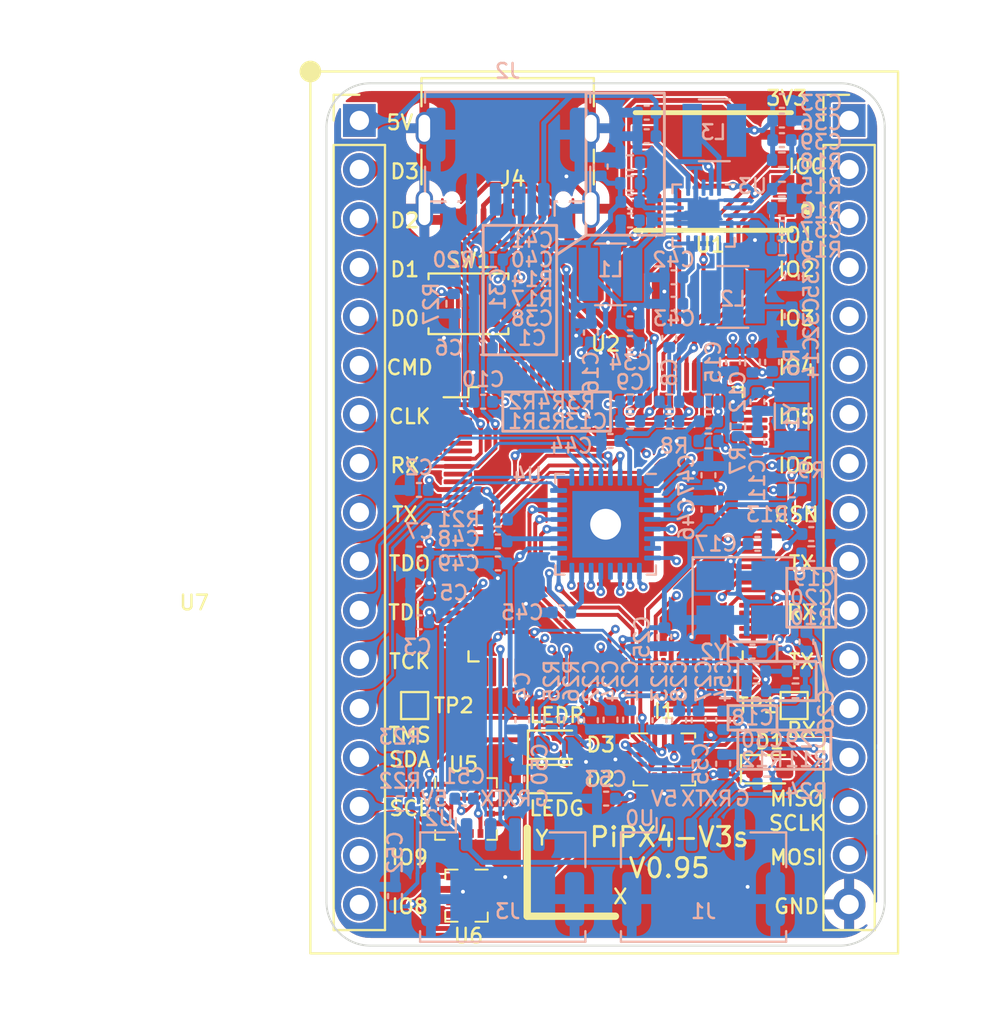
<source format=kicad_pcb>
(kicad_pcb (version 20211014) (generator pcbnew)
  (layers (0 "F.Cu" signal) (1 "In1.Cu" signal) (2 "In2.Cu" signal) (31 "B.Cu" signal) (34 "B.Paste" user) (35 "F.Paste" user) (36 "B.SilkS" user "B.Silkscreen") (37 "F.SilkS" user "F.Silkscreen") (38 "B.Mask" user) (39 "F.Mask" user) (44 "Edge.Cuts" user))
  (net 0 "")
  (net 1 "GND")
  (net 2 "+3V3")
  (net 3 "+1V2")
  (net 4 "Net-(C11-Pad2)")
  (net 5 "Net-(C12-Pad2)")
  (net 6 "Net-(C14-Pad2)")
  (net 7 "Net-(C15-Pad2)")
  (net 8 "/V3s_core/X24IN")
  (net 9 "/V3s_core/X24OUT")
  (net 10 "+1V8")
  (net 11 "/V3s_core/0.9VREF")
  (net 12 "Net-(C37-Pad2)")
  (net 13 "Net-(C38-Pad2)")
  (net 14 "Net-(C39-Pad2)")
  (net 15 "+5V")
  (net 16 "Net-(C50-Pad1)")
  (net 17 "Net-(C51-Pad1)")
  (net 18 "Net-(C51-Pad2)")
  (net 19 "Net-(C54-Pad2)")
  (net 20 "/MISO")
  (net 27 "/ICM_CSN")
  (net 28 "/SCLK")
  (net 29 "/MOSI")
  (net 30 "/U0_TX")
  (net 31 "/U0_RX")
  (net 32 "/U1_TX")
  (net 33 "/U1_RX")
  (net 34 "/U2_TX")
  (net 35 "/U2_RX")
  (net 36 "VBUS")
  (net 38 "/USB_DP")
  (net 39 "/USB_DN")
  (net 40 "/USB_ID")
  (net 42 "Net-(L1-Pad2)")
  (net 43 "Net-(L2-Pad2)")
  (net 44 "Net-(L3-Pad2)")
  (net 45 "/V3s_core/SD_DATA0")
  (net 46 "/V3s_core/SD_DATA1")
  (net 47 "/V3s_core/SD_DATA2")
  (net 48 "/V3s_core/SD_DATA3")
  (net 49 "/V3s_core/SD_CMD")
  (net 50 "Net-(R8-Pad2)")
  (net 51 "Net-(R9-Pad1)")
  (net 52 "Net-(R10-Pad2)")
  (net 53 "Net-(R13-Pad1)")
  (net 54 "Net-(R21-Pad1)")
  (net 55 "/SCL")
  (net 56 "/SDA")
  (net 57 "/V3s_core/SD_CLK")
  (net 58 "/SD1_D2")
  (net 59 "/SD1_D1")
  (net 60 "/SD1_D0")
  (net 61 "/SD1_CMD")
  (net 62 "/SD1_CLK")
  (net 69 "/FPGA/FPGA_CTL0")
  (net 70 "/FPGA/FPGA_CTL1")
  (net 71 "/FPGA/FPGA_CTL2")
  (net 72 "/FPGA/FPGA_CTL3")
  (net 87 "Net-(D1-Pad2)")
  (net 88 "Net-(D2-Pad2)")
  (net 89 "/CSN")
  (net 115 "/SD1_D3")
  (net 116 "/FPGAIO0")
  (net 117 "/FPGAIO1")
  (net 118 "/FPGAIO2")
  (net 119 "/FPGAIO3")
  (net 120 "/FPGAIO4")
  (net 121 "/FPGAIO5")
  (net 122 "/FPGAIO6")
  (net 123 "/FPGAIO7")
  (net 124 "/FPGAIO8")
  (net 125 "/FPGAIO9")
  (net 126 "/FPGA/TMS")
  (net 127 "/FPGA/TCK")
  (net 128 "/FPGA/TDI")
  (net 129 "/FPGA/TDO")
  (net 138 "Net-(D3-Pad2)")
  (net 139 "/V3s_core/LEDR")
  (net 140 "/V3s_core/LEDG")
  (net 141 "Net-(R27-Pad1)")
  (footprint "Package_LGA:Bosch_LGA-14_3x2.5mm_P0.5mm" (layer "F.Cu") (at 95.504 81.28)
    (fp_text reference "I1")
    (fp_text value "ICM20600")
  )
  (footprint "Connector_USB:USB_C_Receptacle_Palconn_UTC16-G" (layer "F.Cu") (at 87.376 50.8 180)
    (fp_text reference "J4")
    (fp_text value "USB_C_Receptacle")
  )
  (footprint "Package_LGA:LGA-16_3x3mm_P0.5mm" (layer "F.Cu") (at 85.217 83.8454)
    (fp_text reference "U5")
    (fp_text value "HMC5883L-TR")
  )
  (footprint "LED_SMD:LED_0603_1608Metric" (layer "F.Cu") (at 100.965 81.788)
    (fp_text reference "D1")
    (fp_text value "LED")
  )
  (footprint "ic_footprint:Flight_Core" (layer "F.Cu") (at 66.985 73.555)
    (fp_text reference "U7")
    (fp_text value "v3s_flight_controller")
  )
  (footprint "LED_SMD:LED_0603_1608Metric" (layer "F.Cu") (at 89.916 80.518)
    (fp_text reference "D3")
    (fp_text value "LED")
  )
  (footprint "Button_Switch_SMD:SW_Push_SPST_NO_Alps_SKRK" (layer "F.Cu") (at 85.344 57.658)
    (fp_text reference "SW1")
    (fp_text value "SW_Push")
  )
  (footprint "TestPoint:TestPoint_Pad_1.0x1.0mm" (layer "F.Cu") (at 102.235 78.486)
    (fp_text reference "TP1")
    (fp_text value "TestPoint")
  )
  (footprint "ic_footprint:EQFP-128_14x14mm_P0.4mm" (layer "F.Cu") (at 92.456 69.088)
    (fp_text reference "U2")
    (fp_text value "V3S-ALLWINNER")
  )
  (footprint "ic_footprint:LGA-8_L8.0-W6.0-BL_MKDV4GIL-AS" (layer "F.Cu") (at 98.044 50.8 90)
    (fp_text reference "U1")
    (fp_text value "MKDV4GCL-AB")
  )
  (footprint "TestPoint:TestPoint_Pad_1.0x1.0mm" (layer "F.Cu") (at 82.55 78.486)
    (fp_text reference "TP2")
    (fp_text value "TestPoint")
  )
  (footprint "Package_LGA:Bosch_LGA-8_2x2.5mm_P0.65mm_ClockwisePinNumbering" (layer "F.Cu") (at 85.2424 88.3412 -90)
    (fp_text reference "U6")
    (fp_text value "SPL06-001")
  )
  (footprint "LED_SMD:LED_0603_1608Metric" (layer "F.Cu") (at 89.8905 82.296)
    (fp_text reference "D2")
    (fp_text value "LED")
  )
  (footprint "Inductor_SMD:L_Abracon_ASPI-3012S" (layer "B.Cu") (at 99.06 57.3024 180)
    (fp_text reference "L2")
    (fp_text value "2.2uH")
  )
  (footprint "Resistor_SMD:R_0402_1005Metric" (layer "B.Cu") (at 101.6 54.7624 180)
    (fp_text reference "R19")
    (fp_text value "200K")
  )
  (footprint "Capacitor_SMD:C_0402_1005Metric" (layer "B.Cu") (at 100.076 75.692)
    (fp_text reference "C18")
    (fp_text value "18pf")
  )
  (footprint "Capacitor_SMD:C_0402_1005Metric" (layer "B.Cu") (at 92.71 64.77 180)
    (fp_text reference "C44")
    (fp_text value "0.1u")
  )
  (footprint "Connector_Molex:Molex_CLIK-Mate_502382-0470_1x04-1MP_P1.25mm_Vertical" (layer "B.Cu") (at 87.376 50.292 180)
    (fp_text reference "J2")
    (fp_text value "Conn_01x04_MountingPin")
  )
  (footprint "Capacitor_SMD:C_0402_1005Metric" (layer "B.Cu") (at 101.6 49.1744)
    (fp_text reference "C39")
    (fp_text value "220p")
  )
  (footprint "Resistor_SMD:R_0402_1005Metric" (layer "B.Cu") (at 99.314 64.008 -90)
    (fp_text reference "R7")
    (fp_text value "1M")
  )
  (footprint "Resistor_SMD:R_0402_1005Metric" (layer "B.Cu") (at 102.306 77.724 180)
    (fp_text reference "R11")
    (fp_text value "10K")
  )
  (footprint "Capacitor_SMD:C_0402_1005Metric" (layer "B.Cu") (at 91.694 79.248 -90)
    (fp_text reference "C22")
    (fp_text value "0.1u")
  )
  (footprint "Capacitor_SMD:C_0402_1005Metric" (layer "B.Cu") (at 92.484 83.312)
    (fp_text reference "C53")
    (fp_text value "0.1u")
  )
  (footprint "Resistor_SMD:R_0402_1005Metric" (layer "B.Cu") (at 93.726 51.4096)
    (fp_text reference "R17")
    (fp_text value "100k")
  )
  (footprint "Resistor_SMD:R_0402_1005Metric" (layer "B.Cu") (at 86.868 68.834 180)
    (fp_text reference "R21")
    (fp_text value "10K")
  )
  (footprint "Capacitor_SMD:C_0402_1005Metric" (layer "B.Cu") (at 97.282 79.248 -90)
    (fp_text reference "C27")
    (fp_text value "0.1u")
  )
  (footprint "Resistor_SMD:R_0402_1005Metric" (layer "B.Cu") (at 93.726 63.754 180)
    (fp_text reference "R1")
    (fp_text value "47K")
  )
  (footprint "Capacitor_SMD:C_0402_1005Metric" (layer "B.Cu") (at 86.868 71.12 180)
    (fp_text reference "C49")
    (fp_text value "0.1u")
  )
  (footprint "Capacitor_SMD:C_0402_1005Metric" (layer "B.Cu") (at 98.552 79.248 -90)
    (fp_text reference "C54")
    (fp_text value "0.1u")
  )
  (footprint "Resistor_SMD:R_0402_1005Metric" (layer "B.Cu") (at 93.726 50.3428)
    (fp_text reference "R14")
    (fp_text value "100k")
  )
  (footprint "Package_DFN_QFN:QFN-32-1EP_5x5mm_P0.5mm_EP3.45x3.45mm" (layer "B.Cu") (at 92.456 69.088 180)
    (fp_text reference "U4")
    (fp_text value "GW1N_LV4QN32C6/I5")
  )
  (footprint "Capacitor_SMD:C_0402_1005Metric" (layer "B.Cu") (at 93.726 52.3748)
    (fp_text reference "C38")
    (fp_text value "220p")
  )
  (footprint "Capacitor_SMD:C_0402_1005Metric" (layer "B.Cu") (at 97.79 66.548 90)
    (fp_text reference "C47")
    (fp_text value "0.1u")
  )
  (footprint "Connector_Molex:Molex_CLIK-Mate_502382-0470_1x04-1MP_P1.25mm_Vertical" (layer "B.Cu") (at 97.536 87.122)
    (fp_text reference "J1")
    (fp_text value "Conn_01x04_MountingPin")
  )
  (footprint "Inductor_SMD:L_Abracon_ASPI-3012S" (layer "B.Cu") (at 98.0948 48.6664 180)
    (fp_text reference "L3")
    (fp_text value "2.2uH")
  )
  (footprint "Capacitor_SMD:C_0402_1005Metric" (layer "B.Cu") (at 101.6 48.1584)
    (fp_text reference "C36")
    (fp_text value "0.1u")
  )
  (footprint "Resistor_SMD:R_0402_1005Metric" (layer "B.Cu") (at 95.758 63.754 180)
    (fp_text reference "R5")
    (fp_text value "47K")
  )
  (footprint "Crystal:Crystal_SMD_EuroQuartz_MT-4Pin_3.2x2.5mm_HandSoldering" (layer "B.Cu") (at 99.568 72.898)
    (fp_text reference "Y2")
    (fp_text value "Crystal_GND24_Small")
  )
  (footprint "Resistor_SMD:R_0402_1005Metric" (layer "B.Cu") (at 100.274 77.724 180)
    (fp_text reference "R12")
    (fp_text value "10K")
  )
  (footprint "Capacitor_SMD:C_0402_1005Metric" (layer "B.Cu") (at 95.504 74.93 -90)
    (fp_text reference "C25")
    (fp_text value "0.1u")
  )
  (footprint "Capacitor_SMD:C_0402_1005Metric" (layer "B.Cu") (at 81.534 88.364 90)
    (fp_text reference "C52")
    (fp_text value "0.1u")
  )
  (footprint "Capacitor_SMD:C_0402_1005Metric" (layer "B.Cu") (at 86.106 59.944 180)
    (fp_text reference "C6")
    (fp_text value "0.1u")
  )
  (footprint "Capacitor_SMD:C_0402_1005Metric" (layer "B.Cu") (at 94.5896 48.9712 180)
    (fp_text reference "C40")
    (fp_text value "4.7u")
  )
  (footprint "Capacitor_SMD:C_0402_1005Metric" (layer "B.Cu") (at 100.274 76.708 180)
    (fp_text reference "C30")
    (fp_text value "0.1u")
  )
  (footprint "Resistor_SMD:R_0402_1005Metric" (layer "B.Cu") (at 100.838 82.55)
    (fp_text reference "R24")
    (fp_text value "10K")
  )
  (footprint "Resistor_SMD:R_0402_1005Metric" (layer "B.Cu") (at 97.79 64.77)
    (fp_text reference "R8")
    (fp_text value "NC")
  )
  (footprint "Capacitor_SMD:C_0402_1005Metric" (layer "B.Cu") (at 97.79 63.754)
    (fp_text reference "C13")
    (fp_text value "0.1u")
  )
  (footprint "Capacitor_SMD:C_0402_1005Metric" (layer "B.Cu") (at 101.6 47.1424)
    (fp_text reference "C33")
    (fp_text value "4.7u")
  )
  (footprint "Capacitor_SMD:C_0402_1005Metric" (layer "B.Cu") (at 94.5896 47.752 180)
    (fp_text reference "C41")
    (fp_text value "4.7u")
  )
  (footprint "Capacitor_SMD:C_0402_1005Metric" (layer "B.Cu") (at 93.726 58.674)
    (fp_text reference "C34")
    (fp_text value "0.1u")
  )
  (footprint "Capacitor_SMD:C_0402_1005Metric" (layer "B.Cu") (at 82.776 67.31 180)
    (fp_text reference "C2")
    (fp_text value "0.1u")
  )
  (footprint "Resistor_SMD:R_0402_1005Metric" (layer "B.Cu") (at 95.758 62.738 180)
    (fp_text reference "R4")
    (fp_text value "47K")
  )
  (footprint "Capacitor_SMD:C_0402_1005Metric" (layer "B.Cu") (at 91.694 59.154 90)
    (fp_text reference "C16")
    (fp_text value "0.1u")
  )
  (footprint "Capacitor_SMD:C_0402_1005Metric" (layer "B.Cu") (at 100.33 64.77 -90)
    (fp_text reference "C11")
    (fp_text value "18pf")
  )
  (footprint "Capacitor_SMD:C_0402_1005Metric" (layer "B.Cu") (at 100.33 70.104 180)
    (fp_text reference "C17")
    (fp_text value "18pf")
  )
  (footprint "Capacitor_SMD:C_0402_1005Metric" (layer "B.Cu") (at 90.17 73.66 180)
    (fp_text reference "C45")
    (fp_text value "0.1u")
  )
  (footprint "Capacitor_SMD:C_0402_1005Metric" (layer "B.Cu") (at 102.108 58.2904 -90)
    (fp_text reference "C32")
    (fp_text value "4.7u")
  )
  (footprint "Resistor_SMD:R_0402_1005Metric" (layer "B.Cu") (at 102.108 66.04)
    (fp_text reference "R9")
    (fp_text value "NC")
  )
  (footprint "Resistor_SMD:R_0402_1005Metric" (layer "B.Cu") (at 103.124 70.612 180)
    (fp_text reference "R10")
    (fp_text value "240R")
  )
  (footprint "Package_DFN_QFN:QFN-20-1EP_3x3mm_P0.4mm_EP1.65x1.65mm" (layer "B.Cu") (at 97.536 53.086 180)
    (fp_text reference "U3")
    (fp_text value "EA3036")
  )
  (footprint "Capacitor_SMD:C_0402_1005Metric" (layer "B.Cu") (at 82.804 72.644 180)
    (fp_text reference "C5")
    (fp_text value "0.1u")
  )
  (footprint "Resistor_SMD:R_0402_1005Metric" (layer "B.Cu") (at 84.582 57.658 -90)
    (fp_text reference "R27")
    (fp_text value "499R")
  )
  (footprint "Capacitor_SMD:C_0402_1005Metric" (layer "B.Cu") (at 95.758 59.436 -90)
    (fp_text reference "C8")
    (fp_text value "0.1u")
  )
  (footprint "Capacitor_SMD:C_0402_1005Metric" (layer "B.Cu") (at 82.804 70.612 180)
    (fp_text reference "C7")
    (fp_text value "0.1u")
  )
  (footprint "Capacitor_SMD:C_0402_1005Metric" (layer "B.Cu") (at 100.33 62.738 90)
    (fp_text reference "C12")
    (fp_text value "18pf")
  )
  (footprint "Capacitor_SMD:C_0402_1005Metric" (layer "B.Cu") (at 102.87 75.184 -90)
    (fp_text reference "C26")
    (fp_text value "0.1u")
  )
  (footprint "Capacitor_SMD:C_0402_1005Metric" (layer "B.Cu") (at 103.124 68.58 180)
    (fp_text reference "C19")
    (fp_text value "0.1u")
  )
  (footprint "Capacitor_SMD:C_0402_1005Metric" (layer "B.Cu") (at 102.108 56.2584 -90)
    (fp_text reference "C35")
    (fp_text value "0.1u")
  )
  (footprint "Resistor_SMD:R_0402_1005Metric" (layer "B.Cu") (at 81.788 83.566 180)
    (fp_text reference "R22")
    (fp_text value "4.7K")
  )
  (footprint "Crystal:Crystal_SMD_3215-2Pin_3.2x1.5mm" (layer "B.Cu") (at 102.108 63.5 90)
    (fp_text reference "Y1")
    (fp_text value "Crystal")
  )
  (footprint "Capacitor_SMD:C_0402_1005Metric" (layer "B.Cu") (at 98.552 81.506 -90)
    (fp_text reference "C55")
    (fp_text value "0.1u")
  )
  (footprint "Resistor_SMD:R_0402_1005Metric" (layer "B.Cu") (at 90.678 79.248 -90)
    (fp_text reference "R26")
    (fp_text value "10K")
  )
  (footprint "Capacitor_SMD:C_0402_1005Metric" (layer "B.Cu") (at 93.726 79.22 -90)
    (fp_text reference "C21")
    (fp_text value "0.1u")
  )
  (footprint "Capacitor_SMD:C_0402_1005Metric" (layer "B.Cu") (at 86.106 62.738 180)
    (fp_text reference "C10")
    (fp_text value "0.1u")
  )
  (footprint "Capacitor_SMD:C_0402_1005Metric" (layer "B.Cu") (at 82.804 74.168 180)
    (fp_text reference "C3")
    (fp_text value "0.1u")
  )
  (footprint "Capacitor_SMD:C_0402_1005Metric" (layer "B.Cu") (at 85.118 83.312 180)
    (fp_text reference "C51")
    (fp_text value "0.22uF")
  )
  (footprint "Resistor_SMD:R_0402_1005Metric" (layer "B.Cu") (at 89.662 79.248 -90)
    (fp_text reference "R25")
    (fp_text value "10K")
  )
  (footprint "Resistor_SMD:R_0402_1005Metric" (layer "B.Cu") (at 102.108 67.31)
    (fp_text reference "R13")
    (fp_text value "NC")
  )
  (footprint "Capacitor_SMD:C_0402_1005Metric" (layer "B.Cu") (at 101.6 53.721 180)
    (fp_text reference "C37")
    (fp_text value "220p")
  )
  (footprint "Resistor_SMD:R_0402_1005Metric" (layer "B.Cu") (at 101.602 52.705 180)
    (fp_text reference "R16")
    (fp_text value "100k")
  )
  (footprint "Resistor_SMD:R_0402_1005Metric" (layer "B.Cu") (at 101.6 51.7144 180)
    (fp_text reference "R15")
    (fp_text value "150k")
  )
  (footprint "Capacitor_SMD:C_0402_1005Metric" (layer "B.Cu") (at 101.092 60.678 -90)
    (fp_text reference "C14")
    (fp_text value "0.1u")
  )
  (footprint "Resistor_SMD:R_0402_1005Metric" (layer "B.Cu") (at 81.788 81.28 180)
    (fp_text reference "R23")
    (fp_text value "4.7k")
  )
  (footprint "Capacitor_SMD:C_0402_1005Metric" (layer "B.Cu") (at 93.726 53.34)
    (fp_text reference "C1")
    (fp_text value "0.1u")
  )
  (footprint "Capacitor_SMD:C_0402_1005Metric" (layer "B.Cu") (at 99.06 60.678 90)
    (fp_text reference "C15")
    (fp_text value "1uF")
  )
  (footprint "Capacitor_SMD:C_0402_1005Metric" (layer "B.Cu") (at 96.266 79.248 90)
    (fp_text reference "C28")
    (fp_text value "0.1u")
  )
  (footprint "Capacitor_SMD:C_0402_1005Metric" (layer "B.Cu") (at 97.79 68.326 90)
    (fp_text reference "C46")
    (fp_text value "0.1u")
  )
  (footprint "Resistor_SMD:R_0402_1005Metric" (layer "B.Cu") (at 101.6 50.1904)
    (fp_text reference "R18")
    (fp_text value "680k")
  )
  (footprint "Resistor_SMD:R_0402_1005Metric" (layer "B.Cu") (at 100.076 60.706 90)
    (fp_text reference "R6")
    (fp_text value "10K")
  )
  (footprint "Capacitor_SMD:C_0402_1005Metric" (layer "B.Cu") (at 93.726 59.69)
    (fp_text reference "C9")
    (fp_text value "0.1u")
  )
  (footprint "Capacitor_SMD:C_0402_1005Metric" (layer "B.Cu") (at 95.25 79.248 -90)
    (fp_text reference "C23")
    (fp_text value "0.1u")
  )
  (footprint "Inductor_SMD:L_Abracon_ASPI-3012S" (layer "B.Cu") (at 92.71 56.134)
    (fp_text reference "L1")
    (fp_text value "2.2uH")
  )
  (footprint "Capacitor_SMD:C_0402_1005Metric" (layer "B.Cu") (at 92.202 50.546 90)
    (fp_text reference "C31")
    (fp_text value "4.7u")
  )
  (footprint "Resistor_SMD:R_0402_1005Metric" (layer "B.Cu") (at 93.726 62.738 180)
    (fp_text reference "R2")
    (fp_text value "47K")
  )
  (footprint "Resistor_SMD:R_0402_1005Metric" (layer "B.Cu") (at 86.614 55.372 180)
    (fp_text reference "R20")
    (fp_text value "0R")
  )
  (footprint "Capacitor_SMD:C_0402_1005Metric" (layer "B.Cu") (at 86.868 69.977 180)
    (fp_text reference "C48")
    (fp_text value "0.1u")
  )
  (footprint "Capacitor_SMD:C_0402_1005Metric" (layer "B.Cu") (at 88.138 79.248 -90)
    (fp_text reference "C4")
    (fp_text value "0.1u")
  )
  (footprint "Capacitor_SMD:C_0402_1005Metric" (layer "B.Cu") (at 92.71 79.22 90)
    (fp_text reference "C24")
    (fp_text value "0.1u")
  )
  (footprint "Connector_Molex:Molex_CLIK-Mate_502382-0470_1x04-1MP_P1.25mm_Vertical" (layer "B.Cu") (at 87.122 87.122)
    (fp_text reference "J3")
    (fp_text value "Conn_01x04_MountingPin")
  )
  (footprint "Capacitor_SMD:C_0402_1005Metric" (layer "B.Cu") (at 95.984 57.658 180)
    (fp_text reference "C43")
    (fp_text value "0.1u")
  )
  (footprint "Capacitor_SMD:C_0402_1005Metric" (layer "B.Cu") (at 95.984 56.2864 180)
    (fp_text reference "C42")
    (fp_text value "0.1u")
  )
  (footprint "Capacitor_SMD:C_0402_1005Metric" (layer "B.Cu") (at 87.884 82.296 90)
    (fp_text reference "C50")
    (fp_text value "4.7u")
  )
  (footprint "Resistor_SMD:R_0402_1005Metric" (layer "B.Cu") (at 97.788 62.738)
    (fp_text reference "R3")
    (fp_text value "47K")
  )
  (footprint "Capacitor_SMD:C_0402_1005Metric" (layer "B.Cu") (at 102.334 76.708 180)
    (fp_text reference "C29")
    (fp_text value "0.1u")
  )
  (footprint "Capacitor_SMD:C_0402_1005Metric" (layer "B.Cu") (at 103.124 69.596 180)
    (fp_text reference "C20")
    (fp_text value "0.1u")
  )
  (gr_rect (start 101.346 75.184) (end 98.806 76.2) (layer "B.SilkS") (width 0.15) (fill none))
  (gr_line (start 103.304 75.237918) (end 103.96 77.670082) (layer "B.SilkS") (width 0.15))
  (gr_rect (start 104.394 71.374) (end 101.854 74.422) (layer "B.SilkS") (width 0.1524) (fill none))
  (gr_rect (start 101.346 78.486) (end 98.806 79.756) (layer "B.SilkS") (width 0.15) (fill none))
  (gr_rect (start 95.504 46.736) (end 91.44 54.102) (layer "B.SilkS") (width 0.15) (fill none))
  (gr_rect (start 89.916 53.594) (end 86.106 60.304) (layer "B.SilkS") (width 0.15) (fill none))
  (gr_rect (start 103.378 76.2) (end 99.314 78.232) (layer "B.SilkS") (width 0.15) (fill none))
  (gr_line (start 91.44 54.102) (end 89.916 55.118) (layer "B.SilkS") (width 0.15))
  (gr_rect (start 92.71 62.23) (end 87.122 64.262) (layer "B.SilkS") (width 0.15) (fill none))
  (gr_rect (start 104.14 79.756) (end 99.314 81.788) (layer "B.SilkS") (width 0.15) (fill none))
  (gr_line (start 92.964 89.408) (end 88.392 89.408) (layer "F.SilkS") (width 0.381))
  (gr_line (start 88.392 84.836) (end 88.392 89.408) (layer "F.SilkS") (width 0.381))
  (gr_arc (start 80.2386 90.932) (mid 78.651103 90.276792) (end 77.978 88.6968) (layer "Edge.Cuts") (width 0.1))
  (gr_line (start 77.978 48.4886) (end 77.978 88.6968) (layer "Edge.Cuts") (width 0.1))
  (gr_line (start 80.2386 90.932) (end 104.6734 90.932) (layer "Edge.Cuts") (width 0.1))
  (gr_arc (start 106.934 88.6968) (mid 106.246382 90.262112) (end 104.6734 90.932) (layer "Edge.Cuts") (width 0.1))
  (gr_line (start 104.648 46.228) (end 80.264 46.228) (layer "Edge.Cuts") (width 0.1))
  (gr_line (start 106.934 88.6968) (end 106.934 48.514) (layer "Edge.Cuts") (width 0.1))
  (gr_arc (start 104.648 46.228) (mid 106.264446 46.897554) (end 106.934 48.514) (layer "Edge.Cuts") (width 0.1))
  (gr_arc (start 77.978 48.4886) (mid 78.651208 46.88323) (end 80.264 46.228) (layer "Edge.Cuts") (width 0.1))
  (gr_text "G" (at 89.154 83.312) (layer "B.SilkS") (effects (font (size 0.762 0.762) (thickness 0.127)) (justify mirror)))
  (gr_text "TX" (at 86.614 83.312) (layer "B.SilkS") (effects (font (size 0.762 0.762) (thickness 0.127)) (justify mirror)))
  (gr_text "G" (at 99.568 83.312) (layer "B.SilkS") (effects (font (size 0.762 0.762) (thickness 0.127)) (justify mirror)))
  (gr_text "RX" (at 98.298 83.312) (layer "B.SilkS") (effects (font (size 0.762 0.762) (thickness 0.127)) (justify mirror)))
  (gr_text "5V" (at 95.504 83.312) (layer "B.SilkS") (effects (font (size 0.762 0.762) (thickness 0.127)) (justify mirror)))
  (gr_text "5V" (at 83.566 83.312) (layer "B.SilkS") (effects (font (size 0.762 0.762) (thickness 0.127)) (justify mirror)))
  (gr_text "TX" (at 97.028 83.312) (layer "B.SilkS") (effects (font (size 0.762 0.762) (thickness 0.127)) (justify mirror)))
  (gr_text "U2" (at 83.82 84.328) (layer "B.SilkS") (effects (font (size 0.762 0.762) (thickness 0.127)) (justify mirror)))
  (gr_text "RX" (at 87.884 83.312) (layer "B.SilkS") (effects (font (size 0.762 0.762) (thickness 0.127)) (justify mirror)))
  (gr_text "U0" (at 94.234 84.328) (layer "B.SilkS") (effects (font (size 0.762 0.762) (thickness 0.127)) (justify mirror)))
  (gr_text "D2" (at 82.042 53.34) (layer "F.SilkS") (effects (font (size 0.762 0.762) (thickness 0.127))))
  (gr_text "IO1" (at 102.362 54.102) (layer "F.SilkS") (effects (font (size 0.762 0.762) (thickness 0.127))))
  (gr_text "SCLK" (at 102.362 84.582) (layer "F.SilkS") (effects (font (size 0.762 0.762) (thickness 0.127))))
  (gr_text "D0" (at 82.042 58.42) (layer "F.SilkS") (effects (font (size 0.762 0.762) (thickness 0.127))))
  (gr_text "TCK" (at 82.296 76.2) (layer "F.SilkS") (effects (font (size 0.762 0.762) (thickness 0.127))))
  (gr_text "X" (at 93.218 88.392) (layer "F.SilkS") (effects (font (size 0.762 0.762) (thickness 0.127))))
  (gr_text "SDA" (at 82.296 81.28) (layer "F.SilkS") (effects (font (size 0.762 0.762) (thickness 0.127))))
  (gr_text "IO2" (at 102.362 55.88) (layer "F.SilkS") (effects (font (size 0.762 0.762) (thickness 0.127))))
  (gr_text "MISO" (at 102.362 83.312) (layer "F.SilkS") (effects (font (size 0.762 0.762) (thickness 0.127))))
  (gr_text "IO9" (at 82.296 86.36) (layer "F.SilkS") (effects (font (size 0.762 0.762) (thickness 0.127))))
  (gr_text "CSN" (at 102.362 68.58) (layer "F.SilkS") (effects (font (size 0.762 0.762) (thickness 0.127))))
  (gr_text "IO4" (at 102.362 60.96) (layer "F.SilkS") (effects (font (size 0.762 0.762) (thickness 0.127))))
  (gr_text "SCL" (at 82.296 83.82) (layer "F.SilkS") (effects (font (size 0.762 0.762) (thickness 0.127))))
  (gr_text "IO5" (at 102.362 63.5) (layer "F.SilkS") (effects (font (size 0.762 0.762) (thickness 0.127))))
  (gr_text "IO0" (at 102.87 50.546) (layer "F.SilkS") (effects (font (size 0.762 0.762) (thickness 0.127))))
  (gr_text "TX" (at 82.042 68.58) (layer "F.SilkS") (effects (font (size 0.762 0.762) (thickness 0.127))))
  (gr_text "RX" (at 82.042 66.04) (layer "F.SilkS") (effects (font (size 0.762 0.762) (thickness 0.127))))
  (gr_text "IO6" (at 102.362 66.04) (layer "F.SilkS") (effects (font (size 0.762 0.762) (thickness 0.127))))
  (gr_text "CLK" (at 82.296 63.5) (layer "F.SilkS") (effects (font (size 0.762 0.762) (thickness 0.127))))
  (gr_text "IO3" (at 102.362 58.42) (layer "F.SilkS") (effects (font (size 0.762 0.762) (thickness 0.127))))
  (gr_text "LEDG" (at 89.916 83.82) (layer "F.SilkS") (effects (font (size 0.762 0.762) (thickness 0.127))))
  (gr_text "RX" (at 102.616 79.756) (layer "F.SilkS") (effects (font (size 0.762 0.762) (thickness 0.127))))
  (gr_text "MOSI" (at 102.362 86.36) (layer "F.SilkS") (effects (font (size 0.762 0.762) (thickness 0.127))))
  (gr_text "TX" (at 102.616 76.2) (layer "F.SilkS") (effects (font (size 0.762 0.762) (thickness 0.127))))
  (gr_text "GND" (at 102.362 88.9) (layer "F.SilkS") (effects (font (size 0.762 0.762) (thickness 0.127))))
  (gr_text "D3" (at 82.042 50.8) (layer "F.SilkS") (effects (font (size 0.762 0.762) (thickness 0.127))))
  (gr_text "LEDR" (at 89.916 78.994) (layer "F.SilkS") (effects (font (size 0.762 0.762) (thickness 0.127))))
  (gr_text "TMS" (at 82.296 80.01) (layer "F.SilkS") (effects (font (size 0.762 0.762) (thickness 0.127))))
  (gr_text "TDI" (at 82.042 73.66) (layer "F.SilkS") (effects (font (size 0.762 0.762) (thickness 0.127))))
  (gr_text "TX" (at 102.616 71.12) (layer "F.SilkS") (effects (font (size 0.762 0.762) (thickness 0.127))))
  (gr_text "3V3" (at 101.854 46.99) (layer "F.SilkS") (effects (font (size 0.762 0.762) (thickness 0.127))))
  (gr_text "PiPX4-V3s\nV0.95" (at 95.758 86.106) (layer "F.SilkS") (effects (font (size 1 1))))
  (gr_text "5V" (at 81.788 48.26) (layer "F.SilkS") (effects (font (size 0.762 0.762) (thickness 0.127))))
  (gr_text "D1" (at 82.042 55.88) (layer "F.SilkS") (effects (font (size 0.762 0.762) (thickness 0.127))))
  (gr_text "Y" (at 89.154 85.344) (layer "F.SilkS") (effects (font (size 0.762 0.762) (thickness 0.127))))
  (gr_text "TDO" (at 82.296 71.12) (layer "F.SilkS") (effects (font (size 0.762 0.762) (thickness 0.127))))
  (gr_text "IO8" (at 82.296 88.9) (layer "F.SilkS") (effects (font (size 0.762 0.762) (thickness 0.127))))
  (gr_text "CMD" (at 82.296 60.96) (layer "F.SilkS") (effects (font (size 0.762 0.762) (thickness 0.127))))
  (gr_text "RX" (at 102.616 73.66) (layer "F.SilkS") (effects (font (size 0.762 0.762) (thickness 0.127))))
  (segment (start 91.696 52.326) (end 90.424 51.054) (width 0.254) (layer "F.Cu") (net 1))
  (segment (start 84.935811 88.0162) (end 84.4424 88.0162) (width 0.254) (layer "F.Cu") (net 1))
  (segment (start 91.696 52.73) (end 91.696 52.326) (width 0.254) (layer "F.Cu") (net 1))
  (segment (start 95.504 82.2925) (end 95.504 83.058) (width 0.1524) (layer "F.Cu") (net 1))
  (segment (start 87.63 82.763222) (end 86.797822 83.5954) (width 0.254) (layer "F.Cu") (net 1))
  (segment (start 87.63 81.28) (end 87.63 82.763222) (width 0.254) (layer "F.Cu") (net 1))
  (segment (start 86.797822 83.5954) (end 86.492 83.5954) (width 0.254) (layer "F.Cu") (net 1))
  (segment (start 85.057611 88.138) (end 84.935811 88.0162) (width 0.254) (layer "F.Cu") (net 1))
  (via (at 99.06 62.738) (size 0.45) (drill 0.2) (layers "F.Cu" "B.Cu") (net 1))
  (via (at 96.139 64.77) (size 0.45) (drill 0.2) (layers "F.Cu" "B.Cu") (net 1))
  (via (at 83.312 69.215) (size 0.45) (drill 0.2) (layers "F.Cu" "B.Cu") (net 1))
  (via (at 88.32241 73.20941) (size 0.45) (drill 0.2) (layers "F.Cu" "B.Cu") (net 1))
  (via (at 97.917 80.01) (size 0.45) (drill 0.2) (layers "F.Cu" "B.Cu") (net 1))
  (via (at 99.822 87.884) (size 0.45) (drill 0.2) (layers "F.Cu" "B.Cu") (net 1))
  (via (at 90.932 59.309) (size 0.45) (drill 0.2) (layers "F.Cu" "B.Cu") (net 1))
  (via (at 99.695 80.772) (size 0.45) (drill 0.2) (layers "F.Cu" "B.Cu") (net 1))
  (via (at 92.202 60.198) (size 0.45) (drill 0.2) (layers "F.Cu" "B.Cu") (net 1))
  (via (at 85.598 61.214) (size 0.45) (drill 0.2) (layers "F.Cu" "B.Cu") (net 1))
  (via (at 91.44 81.407) (size 0.45) (drill 0.2) (layers "F.Cu" "B.Cu") (net 1))
  (via (at 87.249 87.376) (size 0.45) (drill 0.2) (layers "F.Cu" "B.Cu") (net 1))
  (via (at 92.583 54.483) (size 0.45) (drill 0.2) (layers "F.Cu" "B.Cu") (net 1))
  (via (at 93.98 57.912) (size 0.45) (drill 0.2) (layers "F.Cu" "B.Cu") (net 1))
  (via (at 86.868 71.882) (size 0.45) (drill 0.2) (layers "F.Cu" "B.Cu") (net 1))
  (via (at 87.63 81.28) (size 0.45) (drill 0.2) (layers "F.Cu" "B.Cu") (net 1))
  (via (at 99.187 76.708) (size 0.45) (drill 0.2) (layers "F.Cu" "B.Cu") (net 1))
  (via (at 95.504 57.023) (size 0.45) (drill 0.2) (layers "F.Cu" "B.Cu") (net 1))
  (via (at 102.362 75.184) (size 0.45) (drill 0.2) (layers "F.Cu" "B.Cu") (net 1))
  (via (at 100.203 54.356) (size 0.45) (drill 0.2) (layers "F.Cu" "B.Cu") (net 1))
  (via (at 102.743 63.373) (size 0.45) (drill 0.2) (layers "F.Cu" "B.Cu") (net 1))
  (via (at 92.456 69.088) (size 1.8) (drill 1.6) (layers "F.Cu" "B.Cu") (net 1))
  (via (at 96.901 74.93) (size 0.45) (drill 0.2) (layers "F.Cu" "B.Cu") (net 1))
  (via (at 85.057611 88.138) (size 0.45) (drill 0.2) (layers "F.Cu" "B.Cu") (net 1))
  (via (at 91.186 79.248) (size 0.45) (drill 0.2) (layers "F.Cu" "B.Cu") (net 1))
  (via (at 90.424 51.054) (size 0.45) (drill 0.2) (layers "F.Cu" "B.Cu") (net 1))
  (via (at 95.504 83.058) (size 0.45) (drill 0.2) (layers "F.Cu" "B.Cu") (net 1))
  (via (at 84.074 59.426546) (size 0.45) (drill 0.2) (layers "F.Cu" "B.Cu") (net 1))
  (via (at 97.028 66.421) (size 0.45) (drill 0.2) (layers "F.Cu" "B.Cu") (net 1))
  (via (at 92.964 81.28) (size 0.45) (drill 0.2) (layers "F.Cu" "B.Cu") (net 1))
  (via (at 96.52 67.818) (size 0.45) (drill 0.2) (layers "F.Cu" "B.Cu") (net 1))
  (segment (start 91.694 58.674) (end 91.567 58.674) (width 0.254) (layer "B.Cu") (net 1))
  (segment (start 93.246 59.69) (end 92.71 59.69) (width 0.254) (layer "B.Cu") (net 1))
  (segment (start 94.206 58.138) (end 93.98 57.912) (width 0.254) (layer "B.Cu") (net 1))
  (segment (start 85.626 61.186) (end 85.598 61.214) (width 0.254) (layer "B.Cu") (net 1))
  (segment (start 97.155 63.754) (end 96.139 64.77) (width 0.254) (layer "B.Cu") (net 1))
  (segment (start 86.388 71.12) (end 86.388 71.402) (width 0.254) (layer "B.Cu") (net 1))
  (segment (start 99.06 62.738) (end 99.06 62.668875) (width 0.254) (layer "B.Cu") (net 1))
  (segment (start 96.52 67.818) (end 96 68.338) (width 0.254) (layer "B.Cu") (net 1))
  (segment (start 85.626 59.944) (end 85.626 61.186) (width 0.254) (layer "B.Cu") (net 1))
  (segment (start 97.936 53.486) (end 97.536 53.086) (width 0.254) (layer "B.Cu") (net 1))
  (segment (start 96.548 67.846) (end 97.79 67.846) (width 0.254) (layer "B.Cu") (net 1))
  (segment (start 96.086 52.286) (end 96.736 52.286) (width 0.1524) (layer "B.Cu") (net 1))
  (segment (start 97.136 52.686) (end 97.536 53.086) (width 0.254) (layer "B.Cu") (net 1))
  (segment (start 99.596 75.692) (end 99.596 75.501) (width 0.254) (layer "B.Cu") (net 1))
  (segment (start 84.074 59.426546) (end 84.582 58.918546) (width 0.254) (layer "B.Cu") (net 1))
  (segment (start 82.324 70.612) (end 82.324 70.203) (width 0.254) (layer "B.Cu") (net 1))
  (segment (start 96 68.338) (end 94.8935 68.338) (width 0.254) (layer "B.Cu") (net 1))
  (segment (start 98.986 53.886) (end 99.733 53.886) (width 0.254) (layer "B.Cu") (net 1))
  (segment (start 97.136 53.486) (end 97.536 53.086) (width 0.254) (layer "B.Cu") (net 1))
  (segment (start 96.086 53.086) (end 97.536 53.086) (width 0.254) (layer "B.Cu") (net 1))
  (segment (start 97.136 51.636) (end 97.136 52.686) (width 0.254) (layer "B.Cu") (net 1))
  (segment (start 97.635 79.728) (end 97.282 79.728) (width 0.1524) (layer "B.Cu") (net 1))
  (segment (start 102.842 75.664) (end 102.362 75.184) (width 0.254) (layer "B.Cu") (net 1))
  (segment (start 97.917 80.01) (end 97.635 79.728) (width 0.1524) (layer "B.Cu") (net 1))
  (segment (start 97.381 66.068) (end 97.028 66.421) (width 0.254) (layer "B.Cu") (net 1))
  (segment (start 99.596 75.501) (end 98.143 74.048) (width 0.254) (layer "B.Cu") (net 1))
  (segment (start 98.336 52.286) (end 97.536 53.086) (width 0.1524) (layer "B.Cu") (net 1))
  (segment (start 91.186 79.248) (end 91.666 79.728) (width 0.1524) (layer "B.Cu") (net 1))
  (segment (start 84.582 58.918546) (end 84.582 58.168) (width 0.254) (layer "B.Cu") (net 1))
  (segment (start 94.8935 68.338) (end 94.8815 68.326) (width 0.254) (layer "B.Cu") (net 1))
  (segment (start 93.218 68.326) (end 92.456 69.088) (width 0.254) (layer "B.Cu") (net 1))
  (segment (start 98.552 81.026) (end 99.441 81.026) (width 0.1524) (layer "B.Cu") (net 1))
  (segment (start 98.986 53.886) (end 98.336 53.886) (width 0.1524) (layer "B.Cu") (net 1))
  (segment (start 97.79 66.068) (end 97.381 66.068) (width 0.254) (layer "B.Cu") (net 1))
  (segment (start 91.567 58.674) (end 90.932 59.309) (width 0.254) (layer "B.Cu") (net 1))
  (segment (start 97.783 74.048) (end 96.901 74.93) (width 0.254) (layer "B.Cu") (net 1))
  (segment (start 102.87 75.664) (end 102.842 75.664) (width 0.254) (layer "B.Cu") (net 1))
  (segment (start 96.736 52.286) (end 97.536 53.086) (width 0.1524) (layer "B.Cu") (net 1))
  (segment (start 82.324 70.203) (end 83.312 69.215) (width 0.254) (layer "B.Cu") (net 1))
  (segment (start 98.986 52.286) (end 98.336 52.286) (width 0.1524) (layer "B.Cu") (net 1))
  (segment (start 98.143 74.048) (end 97.783 74.048) (width 0.254) (layer "B.Cu") (net 1))
  (segment (start 98.62442 62.233295) (end 98.62442 61.59358) (width 0.254) (layer "B.Cu") (net 1))
  (segment (start 97.31 63.754) (end 97.155 63.754) (width 0.254) (layer "B.Cu") (net 1))
  (segment (start 95.504 57.658) (end 95.504 57.023) (width 0.254) (layer "B.Cu") (net 1))
  (segment (start 93.246 53.34) (end 93.246 53.82) (width 0.254) (layer "B.Cu") (net 1))
  (segment (start 92.71 59.69) (end 92.202 60.198) (width 0.254) (layer "B.Cu") (net 1))
  (segment (start 88.773 73.66) (end 89.69 73.66) (width 0.254) (layer "B.Cu") (net 1))
  (segment (start 99.06 62.668875) (end 98.62442 62.233295) (width 0.254) (layer "B.Cu") (net 1))
  (segment (start 94.8815 68.326) (end 93.218 68.326) (width 0.254) (layer "B.Cu") (net 1))
  (segment (start 96.52 67.818) (end 96.548 67.846) (width 0.254) (layer "B.Cu") (net 1))
  (segment (start 98.986 53.486) (end 97.936 53.486) (width 0.254) (layer "B.Cu") (net 1))
  (segment (start 96.086 53.486) (end 97.136 53.486) (width 0.254) (layer "B.Cu") (net 1))
  (segment (start 84.074 69.977) (end 83.312 69.215) (width 0.254) (layer "B.Cu") (net 1))
  (segment (start 98.336 53.886) (end 97.536 53.086) (width 0.1524) (layer "B.Cu") (net 1))
  (segment (start 93.246 53.82) (end 92.583 54.483) (width 0.254) (layer "B.Cu") (net 1))
  (segment (start 86.388 71.402) (end 86.868 71.882) (width 0.254) (layer "B.Cu") (net 1))
  (segment (start 95.504 57.658) (end 95.504 58.702) (width 0.254) (layer "B.Cu") (net 1))
  (segment (start 99.441 81.026) (end 99.695 80.772) (width 0.1524) (layer "B.Cu") (net 1))
  (segment (start 99.733 53.886) (end 100.203 54.356) (width 0.254) (layer "B.Cu") (net 1))
  (segment (start 102.588 63.218) (end 102.743 63.373) (width 0.254) (layer "B.Cu") (net 1))
  (segment (start 95.504 58.702) (end 95.758 58.956) (width 0.254) (layer "B.Cu") (net 1))
  (segment (start 86.388 69.977) (end 84.074 69.977) (width 0.254) (layer "B.Cu") (net 1))
  (segment (start 91.666 79.728) (end 91.694 79.728) (width 0.1524) (layer "B.Cu") (net 1))
  (segment (start 88.32241 73.20941) (end 88.773 73.66) (width 0.254) (layer "B.Cu") (net 1))
  (segment (start 100.33 63.218) (end 102.588 63.218) (width 0.254) (layer "B.Cu") (net 1))
  (segment (start 94.206 58.674) (end 94.206 58.138) (width 0.254) (layer "B.Cu") (net 1))
  (segment (start 98.62442 61.59358) (end 99.06 61.158) (width 0.254) (layer "B.Cu") (net 1))
  (segment (start 83.798 67.288) (end 83.312 66.802) (width 0.254) (layer "F.Cu") (net 2))
  (segment (start 95.856 61.4255) (end 95.856 63.148) (width 0.2) (layer "F.Cu") (net 2))
  (segment (start 95.856 63.148) (end 95.758 63.246) (width 0.2) (layer "F.Cu") (net 2))
  (segment (start 93.218 62.865) (end 92.583 62.865) (width 0.2) (layer "F.Cu") (net 2))
  (segment (start 93.98 47.117) (end 98.6282 47.117) (width 0.254) (layer "F.Cu") (net 2))
  (segment (start 96.901 83.185) (end 98.044 82.042) (width 0.254) (layer "F.Cu") (net 2))
  (segment (start 84.4424 87.3662) (end 83.8298 87.3662) (width 0.2) (layer "F.Cu") (net 2))
  (segment (start 84.455 84.334222) (end 84.455 83.947) (width 0.2) (layer "F.Cu") (net 2))
  (segment (start 93.345 52.07) (end 93.345 47.752) (width 0.254) (layer "F.Cu") (net 2))
  (segment (start 84.7935 74.088) (end 83.74 74.088) (width 0.254) (layer "F.Cu") (net 2))
  (segment (start 83.693 90.043) (end 86.868 90.043) (width 0.254) (layer "F.Cu") (net 2))
  (segment (start 83.74 74.088) (end 83.312 73.66) (width 0.254) (layer "F.Cu") (net 2))
  (segment (start 98.044 82.042) (end 99.06 82.042) (width 0.2) (layer "F.Cu") (net 2))
  (segment (start 91.456 60.468) (end 91.186 60.198) (width 0.1524) (layer "F.Cu") (net 2))
  (segment (start 83.8298 87.3662) (end 82.423 88.773) (width 0.2) (layer "F.Cu") (net 2))
  (segment (start 93.345 47.752) (end 93.98 47.117) (width 0.254) (layer "F.Cu") (net 2))
  (segment (start 92.583 55.499) (end 92.583 57.658) (width 0.254) (layer "F.Cu") (net 2))
  (segment (start 101.197 70.888) (end 101.854 70.231) (width 0.254) (layer "F.Cu") (net 2))
  (segment (start 94.444 53.169) (end 94.444 53.638) (width 0.254) (layer "F.Cu") (net 2))
  (segment (start 93.856 62.227) (end 93.218 62.865) (width 0.2) (layer "F.Cu") (net 2))
  (segment (start 86.656 62.272) (end 87.122 62.738) (width 0.254) (layer "F.Cu") (net 2))
  (segment (start 96.7665 82.03) (end 98.032 82.03) (width 0.2) (layer "F.Cu") (net 2))
  (segment (start 92.583 57.658) (end 92.456 57.785) (width 0.254) (layer "F.Cu") (net 2))
  (segment (start 84.193822 84.5954) (end 84.455 84.334222) (width 0.2) (layer "F.Cu") (net 2))
  (segment (start 84.455 83.312) (end 85.428556 83.312) (width 0.2) (layer "F.Cu") (net 2))
  (segment (start 95.856 76.7505) (end 95.856 75.041226) (width 0.254) (layer "F.Cu") (net 2))
  (segment (start 93.056 76.7505) (end 93.056 75.854) (width 0.254) (layer "F.Cu") (net 2))
  (segment (start 96.393 83.693) (end 96.901 83.185) (width 0.2) (layer "F.Cu") (net 2))
  (segment (start 86.656 61.4255) (end 86.656 62.272) (width 0.254) (layer "F.Cu") (net 2))
  (segment (start 94.444 53.169) (end 93.345 52.07) (width 0.254) (layer "F.Cu") (net 2))
  (segment (start 95.856 75.041226) (end 96.054783 74.842443) (width 0.254) (layer "F.Cu") (net 2))
  (segment (start 86.211 67.288) (end 86.2965 67.3735) (width 0.254) (layer "F.Cu") (net 2))
  (segment (start 84.1034 83.5954) (end 83.942 83.5954) (width 0.2) (layer "F.Cu") (net 2))
  (segment (start 98.6282 47.117) (end 100.1776 48.6664) (width 0.254) (layer "F.Cu") (net 2))
  (segment (start 83.2826 83.5954) (end 83.058 83.82) (width 0.2) (layer "F.Cu") (net 2))
  (segment (start 84.4424 88.6662) (end 82.5298 88.6662) (width 0.2) (layer "F.Cu") (net 2))
  (segment (start 99.048 82.03) (end 99.1235 82.1055) (width 0.254) (layer "F.Cu") (net 2))
  (segment (start 84.455 83.947) (end 84.1034 83.5954) (width 0.2) (layer "F.Cu") (net 2))
  (segment (start 93.726 83.185) (end 94.1115 83.185) (width 0.254) (layer "F.Cu") (net 2))
  (segment (start 93.856 61.4255) (end 93.856 62.227) (width 0.2) (layer "F.Cu") (net 2))
  (segment (start 98.032 82.03) (end 98.044 82.042) (width 0.2) (layer "F.Cu") (net 2))
  (segment (start 85.428556 83.312) (end 85.967 82.773556) (width 0.2) (layer "F.Cu") (net 2))
  (segment (start 93.98 54.102) (end 92.583 55.499) (width 0.254) (layer "F.Cu") (net 2))
  (segment (start 82.423 88.773) (end 83.693 90.043) (width 0.254) (layer "F.Cu") (net 2))
  (segment (start 84.455 83.947) (end 84.455 83.312) (width 0.2) (layer "F.Cu") (net 2))
  (segment (start 94.1115 83.185) (end 95.004 82.2925) (width 0.254) (layer "F.Cu") (net 2))
  (segment (start 94.444 53.638) (end 93.98 54.102) (width 0.254) (layer "F.Cu") (net 2))
  (segment (start 86.868 90.043) (end 93.726 83.185) (width 0.254) (layer "F.Cu") (net 2))
  (segment (start 94.488 83.693) (end 96.393 83.693) (width 0.2) (layer "F.Cu") (net 2))
  (segment (start 84.7935 67.288) (end 83.798 67.288) (width 0.254) (layer "F.Cu") (net 2))
  (segment (start 91.456 60.468) (end 91.456 61.4255) (width 0.1524) (layer "F.Cu") (net 2))
  (segment (start 94.444 52.705) (end 94.444 53.169) (width 0.254) (layer "F.Cu") (net 2))
  (segment (start 87.122 62.738) (end 87.237962 62.738) (width 0.254) (layer "F.Cu") (net 2))
  (segment (start 93.056 77.505) (end 93.056 76.7505) (width 0.254) (layer "F.Cu") (net 2))
  (segment (start 93.056 75.854) (end 93.345 75.565) (width 0.254) (layer "F.Cu") (net 2))
  (segment (start 84.7935 67.288) (end 86.211 67.288) (width 0.254) (layer "F.Cu") (net 2))
  (segment (start 83.942 84.5954) (end 84.193822 84.5954) (width 0.2) (layer "F.Cu") (net 2))
  (segment (start 99.1235 82.1055) (end 99.568 82.55) (width 0.254) (layer "F.Cu") (net 2))
  (segment (start 98.256 63.204) (end 98.298 63.246) (width 0.2) (layer "F.Cu") (net 2))
  (segment (start 82.5298 88.6662) (end 82.423 88.773) (width 0.2) (layer "F.Cu") (net 2))
  (segment (start 92.71 77.851) (end 93.056 77.505) (width 0.254) (layer "F.Cu") (net 2))
  (segment (start 93.345 75.565) (end 93.345 75.057) (width 0.254) (layer "F.Cu") (net 2))
  (segment (start 94.1115 83.185) (end 94.1115 83.3165) (width 0.2) (layer "F.Cu") (net 2))
  (segment (start 85.967 82.773556) (end 85.967 82.5704) (width 0.2) (layer "F.Cu") (net 2))
  (segment (start 94.1115 83.3165) (end 94.488 83.693) (width 0.2) (layer "F.Cu") (net 2))
  (segment (start 100.1185 70.888) (end 101.197 70.888) (width 0.254) (layer "F.Cu") (net 2))
  (segment (start 98.256 61.4255) (end 98.256 63.204) (width 0.2) (layer "F.Cu") (net 2))
  (segment (start 96.7665 82.03) (end 99.048 82.03) (width 0.254) (layer "F.Cu") (net 2))
  (segment (start 99.06 82.042) (end 99.1235 82.1055) (width 0.2) (layer "F.Cu") (net 2))
  (segment (start 83.942 83.5954) (end 83.2826 83.5954) (width 0.2) (layer "F.Cu") (net 2))
  (via (at 93.98 54.102) (size 0.45) (drill 0.2) (layers "F.Cu" "B.Cu") (net 2))
  (via (at 92.583 62.865) (size 0.45) (drill 0.2) (layers "F.Cu" "B.Cu") (net 2))
  (via (at 82.423 88.773) (size 0.45) (drill 0.2) (layers "F.Cu" "B.Cu") (net 2))
  (via (at 98.298 63.246) (size 0.45) (drill 0.2) (layers "F.Cu" "B.Cu") (net 2))
  (via (at 92.456 57.785) (size 0.45) (drill 0.2) (layers "F.Cu" "B.Cu") (net 2))
  (via (at 101.854 70.231) (size 0.45) (drill 0.2) (layers "F.Cu" "B.Cu") (net 2))
  (via (at 83.312 66.802) (size 0.45) (drill 0.2) (layers "F.Cu" "B.Cu") (net 2))
  (via (at 93.726 83.185) (size 0.45) (drill 0.2) (layers "F.Cu" "B.Cu") (net 2))
  (via (at 92.71 77.851) (size 0.45) (drill 0.2) (layers "F.Cu" "B.Cu") (net 2))
  (via (at 96.054783 74.842443) (size 0.45) (drill 0.2) (layers "F.Cu" "B.Cu") (net 2))
  (via (at 87.237962 62.738) (size 0.45) (drill 0.2) (layers "F.Cu" "B.Cu") (net 2))
  (via (at 86.2965 67.3735) (size 0.45) (drill 0.2) (layers "F.Cu" "B.Cu") (net 2))
  (via (at 100.076 59.436) (size 0.45) (drill 0.2) (layers "F.Cu" "B.Cu") (net 2))
  (via (at 83.312 73.66) (size 0.45) (drill 0.2) (layers "F.Cu" "B.Cu") (net 2))
  (via (at 91.186 60.198) (size 0.45) (drill 0.2) (layers "F.Cu" "B.Cu") (net 2))
  (via (at 89.535 71.628) (size 0.45) (drill 0.2) (layers "F.Cu" "B.Cu") (net 2))
  (via (at 99.568 82.55) (size 0.45) (drill 0.2) (layers "F.Cu" "B.Cu") (net 2))
  (via (at 95.758 63.246) (size 0.45) (drill 0.2) (layers "F.Cu" "B.Cu") (net 2))
  (via (at 83.058 83.82) (size 0.45) (drill 0.2) (layers "F.Cu" "B.Cu") (net 2))
  (via (at 98.044 82.042) (size 0.45) (drill 0.2) (layers "F.Cu" "B.Cu") (net 2))
  (via (at 93.345 75.057) (size 0.45) (drill 0.2) (layers "F.Cu" "B.Cu") (net 2))
  (via (at 100.1776 48.6664) (size 0.45) (drill 0.2) (layers "F.Cu" "B.Cu") (net 2))
  (segment (start 87.348 69.85) (end 86.868 69.37) (width 0.254) (layer "B.Cu") (net 2))
  (segment (start 95.758 59.916) (end 95.758 63.246) (width 0.2) (layer "B.Cu") (net 2))
  (segment (start 97.28 64.744) (end 98.27 63.754) (width 0.254) (layer "B.Cu") (net 2))
  (segment (start 93.599 83.312) (end 93.726 83.185) (width 0.254) (layer "B.Cu") (net 2))
  (segment (start 101.981 67.947) (end 101.981 68.072) (width 0.254) (layer "B.Cu") (net 2))
  (segment (start 94.107 75.057) (end 94.714 74.45) (width 0.254) (layer "B.Cu") (net 2))
  (segment (start 102.618 67.31) (end 101.981 67.947) (width 0.254) (layer "B.Cu") (net 2))
  (segment (start 93.089 62.865) (end 93.216 62.738) (width 0.254) (layer "B.Cu") (net 2))
  (segment (start 98.298 63.246) (end 98.298 63.726) (width 0.254) (layer "B.Cu") (net 2))
  (segment (start 82.296 88.9) (end 81.59 88.9) (width 0.2) (layer "B.Cu") (net 2))
  (segment (start 91.186 78.105) (end 91.186 78.26) (width 0.2) (layer "B.Cu") (net 2))
  (segment (start 92.456 58.872) (end 92.456 57.785) (width 0.254) (layer "B.Cu") (net 2))
  (segment (start 83.312 73.66) (end 83.312 74.14) (width 0.254) (layer "B.Cu") (net 2))
  (segment (start 98.044 82.042) (end 98.496 82.042) (width 0.2) (layer "B.Cu") (net 2))
  (segment (start 83.058 83.82) (end 82.552 83.82) (width 0.2) (layer "B.Cu") (net 2))
  (segment (start 96.758 69.838) (end 96.8235 69.7725) (width 0.254) (layer "B.Cu") (net 2))
  (segment (start 101.12 47.1424) (end 101.12 50.1604) (width 0.254) (layer "B.Cu") (net 2))
  (segment (start 82.552 83.82) (end 82.298 83.566) (width 0.2) (layer "B.Cu") (net 2))
  (segment (start 91.694 59.634) (end 91.694 59.69) (width 0.254) (layer "B.Cu") (net 2))
  (segment (start 102.489 69.596) (end 102.644 69.596) (width 0.254) (layer "B.Cu") (net 2))
  (segment (start 86.2965 67.3735) (end 86.868 67.945) (width 0.254) (layer "B.Cu") (net 2))
  (segment (start 95.248 63.754) (end 95.25 63.754) (width 0.2) (layer "B.Cu") (net 2))
  (segment (start 82.69758 87.185845) (end 82.70858 87.174845) (width 0.2) (layer "B.Cu") (net 2))
  (segment (start 86.868 69.37) (end 86.868 67.945) (width 0.254) (layer "B.Cu") (net 2))
  (segment (start 91.206 73.104) (end 90.65 73.66) (width 0.254) (layer "B.Cu") (net 2))
  (segment (start 95.248 62.738) (end 95.25 62.738) (width 0.2) (layer "B.Cu") (net 2))
  (segment (start 99.568 82.55) (end 100.328 82.55) (width 0.254) (layer "B.Cu") (net 2))
  (segment (start 94.206 53.34) (end 94.206 53.876) (width 0.254) (layer "B.Cu") (net 2))
  (segment (start 87.36 69.838) (end 87.348 69.85) (width 0.254) (layer "B.Cu") (net 2))
  (segment (start 98.496 82.042) (end 98.552 81.986) (width 0.2) (layer "B.Cu") (net 2))
  (segment (start 82.70858 87.174845) (end 82.70858 84.16942) (width 0.2) (layer "B.Cu") (net 2))
  (segment (start 83.312 67.254) (end 83.256 67.31) (width 0.254) (layer "B.Cu") (net 2))
  (segment (start 92.964 83.312) (end 93.599 83.312) (width 0.254) (layer "B.Cu") (net 2))
  (segment (start 89.535 72.545) (end 89.535 71.628) (width 0.254) (layer "B.Cu") (net 2))
  (segment (start 90.0185 69.838) (end 87.36 69.838) (width 0.254) (layer "B.Cu") (net 2))
  (segment (start 81.59 88.9) (end 81.534 88.844) (width 0.2) (layer "B.Cu") (net 2))
  (segment (start 95.25 63.754) (end 95.758 63.246) (width 0.2) (layer "B.Cu") (net 2))
  (segment (start 98.806 68.072) (end 98.072 68.806) (width 0.254) (layer "B.Cu") (net 2))
  (segment (start 93.706 65.286) (end 93.706 66.6505) (width 0.254) (layer "B.Cu") (net 2))
  (segment (start 92.71 77.851) (end 92.329 77.47) (width 0.2) (layer "B.Cu") (net 2))
  (segment (start 96.8235 71.1975) (end 95.504 72.517) (width 0.254) (layer "B.Cu") (net 2))
  (segment (start 91.694 59.69) (end 91.186 60.198) (width 0.254) (layer "B.Cu") (net 2))
  (segment (start 91.186 78.26) (end 91.694 78.768) (width 0.2) (layer "B.Cu") (net 2))
  (segment (start 95.25 62.738) (end 95.758 63.246) (width 0.2) (layer "B.Cu") (net 2))
  (segment (start 83.312 74.14) (end 83.284 74.168) (width 0.254) (layer "B.Cu") (net 2))
  (segment (start 92.583 62.865) (end 93.089 62.865) (width 0.254) (layer "B.Cu") (net 2))
  (segment (start 91.821 77.47) (end 91.186 78.105) (width 0.2) (layer "B.Cu") (net 2))
  (segment (start 97.28 64.77) (end 97.28 64.744) (width 0.254) (layer "B.Cu") (net 2))
  (segment (start 94.206 53.876) (end 93.98 54.102) (width 0.254) (layer "B.Cu") (net 2))
  (segment (start 92.329 77.47) (end 91.821 77.47) (width 0.2) (layer "B.Cu") (net 2))
  (segment (start 91.087 78.768) (end 91.057 78.738) (width 0.2) (layer "B.Cu") (net 2))
  (segment (start 94.714 74.45) (end 95.504 74.45) (width 0.254) (layer "B.Cu") (net 2))
  (segment (start 94.613 64.389) (end 95.248 63.754) (width 0.2) (layer "B.Cu") (net 2))
  (segment (start 95.504 72.517) (end 95.504 74.45) (width 0.254) (layer "B.Cu") (net 2))
  (segment (start 81.534 88.844) (end 82.69758 87.68042) (width 0.2) (layer "B.Cu") (net 2))
  (segment (start 93.571 64.389) (end 93.19 64.77) (width 0.254) (layer "B.Cu") (net 2))
  (segment (start 101.981 68.072) (end 98.806 68.072) (width 0.254) (layer "B.Cu") (net 2))
  (segment (start 82.70858 84.16942) (end 83.058 83.82) (width 0.2) (layer "B.Cu") (net 2))
  (segment (start 94.8935 69.838) (end 96.758 69.838) (width 0.254) (layer "B.Cu") (net 2))
  (segment (start 89.535 72.545) (end 90.65 73.66) (width 0.254) (layer "B.Cu") (net 2))
  (segment (start 93.216 63.754) (end 93.851 64.389) (width 0.254) (layer "B.Cu") (net 2))
  (segment (start 96.8235 69.7725) (end 96.8235 71.1975) (width 0.254) (layer "B.Cu") (net 2))
  (segment (start 86.586 62.738) (end 87.237962 62.738) (width 0.254) (layer "B.Cu") (net 2))
  (segment (start 100.076 60.196) (end 100.076 59.436) (width 0.1524) (layer "B.Cu") (net 2))
  (segment (start 100.1776 48.6664) (end 100.612 48.6664) (width 0.254) (layer "B.Cu") (net 2))
  (segment (start 100.612 48.6664) (end 101.12 48.1584) (width 0.254) (layer "B.Cu") (net 2))
  (segment (start 98.072 68.806) (end 97.79 68.806) (width 0.254) (layer "B.Cu") (net 2))
  (segment (start 91.694 78.768) (end 91.087 78.768) (width 0.2) (layer "B.Cu") (net 2))
  (segment (start 94.8935 70.338) (end 94.8935 69.838) (width 0.254) (layer "B.Cu") (net 2))
  (segment (start 96.054783 74.842443) (end 95.896443 74.842443) (width 0.254) (layer "B.Cu") (net 2))
  (segment (start 93.19 64.77) (end 93.706 65.286) (width 0.254) (layer "B.Cu") (net 2))
  (segment (start 101.12 50.1604) (end 101.09 50.1904) (width 0.254) (layer "B.Cu") (net 2))
  (segment (start 96.8235 69.7725) (end 97.79 68.806) (width 0.254) (layer "B.Cu") (net 2))
  (segment (start 93.345 75.057) (end 94.107 75.057) (width 0.254) (layer "B.Cu") (net 2))
  (segment (start 98.298 63.726) (end 98.27 63.754) (width 0.254) (layer "B.Cu") (net 2))
  (segment (start 98.298 62.738) (end 98.298 63.246) (width 0.254) (layer "B.Cu") (net 2))
  (segment (start 82.69758 87.68042) (end 82.69758 87.185845) (width 0.2) (layer "B.Cu") (net 2))
  (segment (start 95.896443 74.842443) (end 95.504 74.45) (width 0.254) (layer "B.Cu") (net 2))
  (segment (start 89.662 78.738) (end 90.678 78.738) (width 0.254) (layer "B.Cu") (net 2))
  (segment (start 93.571 64.389) (end 94.613 64.389) (width 0.254) (layer "B.Cu") (net 2))
  (segment (start 93.216 62.738) (end 93.216 63.754) (width 0.254) (layer "B.Cu") (net 2))
  (segment (start 99.2448 48.6664) (end 100.1776 48.6664) (width 0.254) (layer "B.Cu") (net 2))
  (segment (start 91.057 78.738) (end 90.678 78.738) (width 0.2) (layer "B.Cu") (net 2))
  (segment (start 101.854 70.231) (end 102.489 69.596) (width 0.254) (layer "B.Cu") (net 2))
  (segment (start 82.423 88.773) (end 82.296 88.9) (width 0.2) (layer "B.Cu") (net 2))
  (segment (start 83.312 66.802) (end 83.312 67.254) (width 0.254) (layer "B.Cu") (net 2))
  (segment (start 101.981 68.072) (end 101.981 68.933) (width 0.254) (layer "B.Cu") (net 2))
  (segment (start 91.206 71.5255) (end 91.206 73.104) (width 0.254) (layer "B.Cu") (net 2))
  (segment (start 91.694 59.634) (end 92.456 58.872) (width 0.254) (layer "B.Cu") (net 2))
  (segment (start 101.981 68.933) (end 102.644 69.596) (width 0.254) (layer "B.Cu") (net 2))
  (segment (start 82.298 81.28) (end 82.298 83.566) (width 0.254) (layer "B.Cu") (net 2))
  (segment (start 90.297 63.246) (end 90.312556 63.246) (width 0.254) (layer "F.Cu") (net 3))
  (segment (start 98.656 75.923) (end 98.656 76.7505) (width 0.2) (layer "F.Cu") (net 3))
  (segment (start 83.664 72.488) (end 83.312 72.136) (width 0.254) (layer "F.Cu") (net 3))
  (segment (start 84.7935 72.888) (end 84.7935 72.488) (width 0.254) (layer "F.Cu") (net 3))
  (segment (start 96.256 75.829) (end 96.256 76.7505) (width 0.2) (layer "F.Cu") (net 3))
  (segment (start 87.056 61.4255) (end 87.056 59.624) (width 0.254) (layer "F.Cu") (net 3))
  (segment (start 83.423 70.088) (end 83.312 69.977) (width 0.254) (layer "F.Cu") (net 3))
  (segment (start 98.298 75.565) (end 98.656 75.923) (width 0.2) (layer "F.Cu") (net 3))
  (segment (start 95.456 78.026) (end 95.456 76.7505) (width 0.254) (layer "F.Cu") (net 3))
  (segment (start 94.256 62.716) (end 93.726 63.246) (width 0.254) (layer "F.Cu") (net 3))
  (segment (start 96.256 77.841) (end 96.266 77.851) (width 0.254) (layer "F.Cu") (net 3))
  (segment (start 94.002 60.198) (end 94.256 60.452) (width 0.254) (layer "F.Cu") (net 3))
  (segment (start 82.55 72.898) (end 83.312 72.136) (width 0.254) (layer "F.Cu") (net 3))
  (segment (start 91.963556 64.897) (end 94.039 64.897) (width 0.254) (layer "F.Cu") (net 3))
  (segment (start 102.108 68.58) (end 101.4 69.288) (width 0.254) (layer "F.Cu") (net 3))
  (segment (start 98.425 68.453) (end 98.425 67.183) (width 0.254) (layer "F.Cu") (net 3))
  (segment (start 93.345 77.978) (end 93.456 77.867) (width 0.254) (layer "F.Cu") (net 3))
  (segment (start 100.1185 69.288) (end 99.26 69.288) (width 0.254) (layer "F.Cu") (net 3))
  (segment (start 93.456 77.867) (end 93.456 76.7505) (width 0.254) (layer "F.Cu") (net 3))
  (segment (start 99.26 69.288) (end 98.425 68.453) (width 0.254) (layer "F.Cu") (net 3))
  (segment (start 87.056 59.624) (end 86.614 59.182) (width 0.254) (layer "F.Cu") (net 3))
  (segment (start 96.52 75.565) (end 96.256 75.829) (width 0.2) (layer "F.Cu") (net 3))
  (segment (start 84.7935 72.488) (end 83.664 72.488) (width 0.254) (layer "F.Cu") (net 3))
  (segment (start 84.7935 70.088) (end 83.423 70.088) (width 0.254) (layer "F.Cu") (net 3))
  (segment (start 88.256 77.86) (end 88.138 77.978) (width 0.254) (layer "F.Cu") (net 3))
  (segment (start 95.377 78.105) (end 95.456 78.026) (width 0.254) (layer "F.Cu") (net 3))
  (segment (start 94.039 64.897) (end 94.581 65.439) (width 0.254) (layer "F.Cu") (net 3))
  (segment (start 96.52 75.565) (end 98.298 75.565) (width 0.2) (layer "F.Cu") (net 3))
  (segment (start 96.256 76.7505) (end 96.256 77.841) (width 0.254) (layer "F.Cu") (net 3))
  (segment (start 94.256 60.452) (end 94.256 61.4255) (width 0.254) (layer "F.Cu") (net 3))
  (segment (start 94.256 61.4255) (end 94.256 62.716) (width 0.254) (layer "F.Cu") (net 3))
  (segment (start 101.4 69.288) (end 100.1185 69.288) (width 0.254) (layer "F.Cu") (net 3))
  (segment (start 91.856 77.759) (end 91.856 76.7505) (width 0.254) (layer "F.Cu") (net 3))
  (segment (start 93.98 60.198) (end 94.002 60.198) (width 0.254) (layer "F.Cu") (net 3))
  (segment (start 90.312556 63.246) (end 91.963556 64.897) (width 0.254) (layer "F.Cu") (net 3))
  (segment (start 82.55 78.486) (end 82.55 72.898) (width 0.254) (layer "F.Cu") (net 3))
  (segment (start 88.256 76.7505) (end 88.256 77.86) (width 0.254) (layer "F.Cu") (net 3))
  (segment (start 84.7935 70.088) (end 84.7935 70.888) (width 0.254) (layer "F.Cu") (net 3))
  (segment (start 102.108 66.548) (end 102.108 68.58) (width 0.254) (layer "F.Cu") (net 3))
  (segment (start 92.075 77.978) (end 91.856 77.759) (width 0.254) (layer "F.Cu") (net 3))
  (via (at 88.011 70.739) (size 0.45) (drill 0.2) (layers "F.Cu" "B.Cu") (net 3))
  (via (at 95.377 78.105) (size 0.45) (drill 0.2) (layers "F.Cu" "B.Cu") (net 3))
  (via (at 86.614 59.182) (size 0.45) (drill 0.2) (layers "F.Cu" "B.Cu") (net 3))
  (via (at 98.425 67.183) (size 0.45) (drill 0.2) (layers "F.Cu" "B.Cu") (net 3))
  (via (at 92.075 77.978) (size 0.45) (drill 0.2) (layers "F.Cu" "B.Cu") (net 3))
  (via (at 102.108 66.548) (size 0.45) (drill 0.2) (layers "F.Cu" "B.Cu") (net 3))
  (via (at 88.138 77.978) (size 0.45) (drill 0.2) (layers "F.Cu" "B.Cu") (net 3))
  (via (at 96.266 77.851) (size 0.45) (drill 0.2) (layers "F.Cu" "B.Cu") (net 3))
  (via (at 93.345 77.978) (size 0.45) (drill 0.2) (layers "F.Cu" "B.Cu") (net 3))
  (via (at 93.98 60.198) (size 0.45) (drill 0.2) (layers "F.Cu" "B.Cu") (net 3))
  (via (at 83.312 69.977) (size 0.45) (drill 0.2) (layers "F.Cu" "B.Cu") (net 3))
  (via (at 93.726 63.246) (size 0.45) (drill 0.2) (layers "F.Cu" "B.Cu") (net 3))
  (via (at 94.581 65.439) (size 0.45) (drill 0.2) (layers "F.Cu" "B.Cu") (net 3))
  (via (at 83.312 72.136) (size 0.45) (drill 0.2) (layers "F.Cu" "B.Cu") (net 3))
  (via (at 90.297 63.246) (size 0.45) (drill 0.2) (layers "F.Cu" "B.Cu") (net 3))
  (via (at 96.393 67.183) (size 0.45) (drill 0.2) (layers "F.Cu" "B.Cu") (net 3))
  (segment (start 93.144589 58.572589) (end 93.144589 57.584589) (width 0.254) (layer "B.Cu") (net 3))
  (segment (start 92.075 77.978) (end 92.075 78.105) (width 0.2) (layer "B.Cu") (net 3))
  (segment (start 93.345 78.359) (end 93.726 78.74) (width 0.254) (layer "B.Cu") (net 3))
  (segment (start 93.216 52.3448) (end 93.246 52.3748) (width 0.254) (layer "B.Cu") (net 3))
  (segment (start 83.31242 70.58358) (end 86.81158 70.58358) (width 0.254) (layer "B.Cu") (net 3))
  (segment (start 86.614 59.182) (end 89.408 56.388) (width 0.254) (layer "B.Cu") (net 3))
  (segment (start 95.377 78.105) (end 95.25 77.978) (width 0.254) (layer "B.Cu") (net 3))
  (segment (start 92.71 52.9108) (end 93.246 52.3748) (width 0.254) (layer "B.Cu") (net 3))
  (segment (start 83.312 72.136) (end 83.312 72.616) (width 0.254) (layer "B.Cu") (net 3))
  (segment (start 96.266 77.851) (end 96.266 78.768) (width 0.254) (layer "B.Cu") (net 3))
  (segment (start 96.012 78.105) (end 96.266 77.851) (width 0.254) (layer "B.Cu") (net 3))
  (segment (start 90.297 62.865) (end 86.614 59.182) (width 0.254) (layer "B.Cu") (net 3))
  (segment (start 95.377 78.105) (end 95.377 78.641) (width 0.254) (layer "B.Cu") (net 3))
  (segment (start 94.206 59.69) (end 94.206 59.972) (width 0.254) (layer "B.Cu") (net 3))
  (segment (start 95.377 78.105) (end 96.012 78.105) (width 0.254) (layer "B.Cu") (net 3))
  (segment (start 93.216 51.4096) (end 92.5856 51.4096) (width 0.254) (layer "B.Cu") (net 3))
  (segment (start 83.284 70.612) (end 83.31242 70.58358) (width 0.254) (layer "B.Cu") (net 3))
  (segment (start 88.011 70.739) (end 87.63 71.12) (width 0.2) (layer "B.Cu") (net 3))
  (segment (start 88.412 70.338) (end 88.011 70.739) (width 0.2) (layer "B.Cu") (net 3))
  (segment (start 86.586 59.21) (end 86.614 59.182) (width 0.254) (layer "B.Cu") (net 3))
  (segment (start 94.8935 67.838) (end 95.738 67.838) (width 0.254) (layer "B.Cu") (net 3))
  (segment (start 87.785 78.768) (end 87.503 78.486) (width 0.254) (layer "B.Cu") (net 3))
  (segment (start 91.56 56.134) (end 91.56 54.49) (width 0.254) (layer "B.Cu") (net 3))
  (segment (start 90.036 54.49) (end 91.56 54.49) (width 0.254) (layer "B.Cu") (net 3))
  (segment (start 93.144589 57.584589) (end 91.694 56.134) (width 0.254) (layer "B.Cu") (net 3))
  (segment (start 92.5856 51.4096) (end 92.202 51.026) (width 0.254) (layer "B.Cu") (net 3))
  (segment (start 83.284 72.108) (end 83.312 72.136) (width 0.254) (layer "B.Cu") (net 3))
  (segment (start 91.56 54.49) (end 92.71 53.34) (width 0.254) (layer "B.Cu") (net 3))
  (segment (start 102.616 66.04) (end 102.108 66.548) (width 0.254) (layer "B.Cu") (net 3))
  (segment (start 83.284 70.612) (end 83.284 72.108) (width 0.254) (layer "B.Cu") (net 3))
  (segment (start 92.075 78.105) (end 92.71 78.74) (width 0.2) (layer "B.Cu") (net 3))
  (segment (start 95.738 67.838) (end 96.393 67.183) (width 0.254) (layer "B.Cu") (net 3))
  (segment (start 95.25 77.978) (end 93.345 77.978) (width 0.254) (layer "B.Cu") (net 3))
  (segment (start 90.0185 70.338) (end 88.412 70.338) (width 0.2) (layer "B.Cu") (net 3))
  (segment (start 87.503 78.486) (end 87.503 71.275) (width 0.254) (layer "B.Cu") (net 3))
  (segment (start 102.618 66.04) (end 102.616 66.04) (width 0.254) (layer "B.Cu") (net 3))
  (segment (start 94.206 59.634) (end 93.246 58.674) (width 0.254) (layer "B.Cu") (net 3))
  (segment (start 89.408 56.388) (end 89.408 55.118) (width 0.254) (layer "B.Cu") (net 3))
  (segment (start 87.503 71.275) (end 87.348 71.12) (width 0.254) (layer "B.Cu") (net 3))
  (segment (start 87.348 71.12) (end 87.63 71.12) (width 0.254) (layer "B.Cu") (net 3))
  (segment (start 98.27 67.028) (end 98.425 67.183) (width 0.254) (layer "B.Cu") (net 3))
  (segment (start 90.297 63.246) (end 90.297 62.865) (width 0.254) (layer "B.Cu") (net 3))
  (segment (start 93.246 58.674) (end 93.144589 58.572589) (width 0.254) (layer "B.Cu") (net 3))
  (segment (start 92.71 53.34) (end 92.71 52.9108) (width 0.254) (layer "B.Cu") (net 3))
  (segment (start 91.694 56.134) (end 91.56 56.134) (width 0.254) (layer "B.Cu") (net 3))
  (segment (start 89.408 55.118) (end 90.036 54.49) (width 0.254) (layer "B.Cu") (net 3))
  (segment (start 95.377 78.641) (end 95.25 78.768) (width 0.254) (layer "B.Cu") (net 3))
  (segment (start 97.635 67.183) (end 97.79 67.028) (width 0.254) (layer "B.Cu") (net 3))
  (segment (start 86.586 59.944) (end 86.586 59.21) (width 0.254) (layer "B.Cu") (net 3))
  (segment (start 94.206 59.972) (end 93.98 60.198) (width 0.254) (layer "B.Cu") (net 3))
  (segment (start 97.79 67.028) (end 98.27 67.028) (width 0.254) (layer "B.Cu") (net 3))
  (segment (start 94.206 59.69) (end 94.206 59.634) (width 0.254) (layer "B.Cu") (net 3))
  (segment (start 88.138 77.978) (end 88.138 78.768) (width 0.254) (layer "B.Cu") (net 3))
  (segment (start 83.312 69.977) (end 83.312 70.584) (width 0.254) (layer "B.Cu") (net 3))
  (segment (start 83.312 72.616) (end 83.284 72.644) (width 0.254) (layer "B.Cu") (net 3))
  (segment (start 86.81158 70.58358) (end 87.348 71.12) (width 0.254) (layer "B.Cu") (net 3))
  (segment (start 88.138 78.768) (end 87.785 78.768) (width 0.254) (layer "B.Cu") (net 3))
  (segment (start 93.345 77.978) (end 93.345 78.359) (width 0.254) (layer "B.Cu") (net 3))
  (segment (start 93.216 51.4096) (end 93.216 52.3448) (width 0.254) (layer "B.Cu") (net 3))
  (segment (start 96.393 67.183) (end 97.635 67.183) (width 0.254) (layer "B.Cu") (net 3))
  (segment (start 100.1185 63.288) (end 101.388 63.288) (width 0.254) (layer "F.Cu") (net 4))
  (segment (start 101.388 63.288) (end 102.108 64.008) (width 0.254) (layer "F.Cu") (net 4))
  (via (at 102.108 64.008) (size 0.45) (drill 0.2) (layers "F.Cu" "B.Cu") (net 4))
  (segment (start 99.598 64.518) (end 100.33 65.25) (width 0.254) (layer "B.Cu") (net 4))
  (segment (start 100.33 65.25) (end 101.608 65.25) (width 0.254) (layer "B.Cu") (net 4))
  (segment (start 99.314 64.518) (end 99.598 64.518) (width 0.254) (layer "B.Cu") (net 4))
  (segment (start 102.108 64.75) (end 102.108 64.008) (width 0.254) (layer "B.Cu") (net 4))
  (segment (start 101.608 65.25) (end 102.108 64.75) (width 0.254) (layer "B.Cu") (net 4))
  (segment (start 100.1185 62.888) (end 100.363 62.888) (width 0.254) (layer "F.Cu") (net 5))
  (segment (start 100.363 62.888) (end 100.993 62.258) (width 0.254) (layer "F.Cu") (net 5))
  (via (at 100.993 62.258) (size 0.45) (drill 0.2) (layers "F.Cu" "B.Cu") (net 5))
  (segment (start 100.993 62.258) (end 102.1 62.258) (width 0.254) (layer "B.Cu") (net 5))
  (segment (start 100.33 62.258) (end 100.993 62.258) (width 0.254) (layer "B.Cu") (net 5))
  (segment (start 99.314 63.498) (end 99.314 63.274) (width 0.254) (layer "B.Cu") (net 5))
  (segment (start 102.1 62.258) (end 102.108 62.25) (width 0.254) (layer "B.Cu") (net 5))
  (segment (start 99.314 63.274) (end 100.33 62.258) (width 0.254) (layer "B.Cu") (net 5))
  (segment (start 97.856 60.64) (end 98.044 60.452) (width 0.2) (layer "F.Cu") (net 6))
  (segment (start 97.856 61.4255) (end 97.856 60.64) (width 0.2) (layer "F.Cu") (net 6))
  (segment (start 99.822 60.452) (end 100.586 61.216) (width 0.2) (layer "F.Cu") (net 6))
  (segment (start 98.044 60.452) (end 99.822 60.452) (width 0.2) (layer "F.Cu") (net 6))
  (via (at 100.586 61.216) (size 0.45) (drill 0.2) (layers "F.Cu" "B.Cu") (net 6))
  (segment (start 101.034 61.216) (end 101.092 61.158) (width 0.2) (layer "B.Cu") (net 6))
  (segment (start 100.076 61.216) (end 100.586 61.216) (width 0.2) (layer "B.Cu") (net 6))
  (segment (start 100.586 61.216) (end 101.034 61.216) (width 0.2) (layer "B.Cu") (net 6))
  (segment (start 98.806 61.976) (end 99.314 61.976) (width 0.2) (layer "F.Cu") (net 7))
  (segment (start 98.656 61.826) (end 98.806 61.976) (width 0.2) (layer "F.Cu") (net 7))
  (segment (start 98.656 61.4255) (end 98.656 61.826) (width 0.2) (layer "F.Cu") (net 7))
  (via (at 99.314 61.976) (size 0.45) (drill 0.2) (layers "F.Cu" "B.Cu") (net 7))
  (via (at 99.06 59.436) (size 0.45) (drill 0.2) (layers "F.Cu" "B.Cu") (net 7))
  (segment (start 99.06 60.198) (end 99.06 59.436) (width 0.1524) (layer "B.Cu") (net 7))
  (segment (start 99.228 71.288) (end 98.947 71.007) (width 0.2) (layer "F.Cu") (net 8))
  (segment (start 100.1185 71.288) (end 99.228 71.288) (width 0.2) (layer "F.Cu") (net 8))
  (via (at 98.947 71.007) (size 0.45) (drill 0.2) (layers "F.Cu" "B.Cu") (net 8))
  (segment (start 98.947 71.007) (end 99.85 70.104) (width 0.2) (layer "B.Cu") (net 8))
  (segment (start 98.206 71.748) (end 98.947 71.007) (width 0.2) (layer "B.Cu") (net 8))
  (segment (start 98.143 71.748) (end 98.206 71.748) (width 0.2) (layer "B.Cu") (net 8))
  (segment (start 101.473 75.057) (end 101.854 74.676) (width 0.2) (layer "F.Cu") (net 9))
  (segment (start 101.854 74.676) (end 101.854 72.644) (width 0.2) (layer "F.Cu") (net 9))
  (segment (start 100.898 71.688) (end 100.1185 71.688) (width 0.2) (layer "F.Cu") (net 9))
  (segment (start 101.854 72.644) (end 100.898 71.688) (width 0.2) (layer "F.Cu") (net 9))
  (via (at 101.473 75.057) (size 0.45) (drill 0.2) (layers "F.Cu" "B.Cu") (net 9))
  (segment (start 101.473 75.057) (end 101.275 75.255) (width 0.2) (layer "B.Cu") (net 9))
  (segment (start 100.993 74.048) (end 100.993 75.255) (width 0.2) (layer "B.Cu") (net 9))
  (segment (start 101.275 75.255) (end 100.993 75.255) (width 0.2) (layer "B.Cu") (net 9))
  (segment (start 100.993 75.255) (end 100.556 75.692) (width 0.2) (layer "B.Cu") (net 9))
  (segment (start 100.936 72.488) (end 101.346 72.898) (width 0.254) (layer "F.Cu") (net 10))
  (segment (start 101.536 69.688) (end 103.011 68.213) (width 0.254) (layer "F.Cu") (net 10))
  (segment (start 100.1185 73.288) (end 100.1185 75.288) (width 0.254) (layer "F.Cu") (net 10))
  (segment (start 102.235 78.486) (end 101.54516 78.486) (width 0.254) (layer "F.Cu") (net 10))
  (segment (start 97.456 77.804) (end 97.409 77.851) (width 0.254) (layer "F.Cu") (net 10))
  (segment (start 100.1185 73.288) (end 100.956 73.288) (width 0.254) (layer "F.Cu") (net 10))
  (segment (start 100.1185 72.488) (end 100.936 72.488) (width 0.254) (layer "F.Cu") (net 10))
  (segment (start 96.656 76.7505) (end 97.856 76.7505) (width 0.254) (layer "F.Cu") (net 10))
  (segment (start 101.54516 78.486) (end 101.31858 78.25942) (width 0.254) (layer "F.Cu") (net 10))
  (segment (start 100.1185 69.688) (end 101.536 69.688) (width 0.254) (layer "F.Cu") (net 10))
  (segment (start 97.456 76.7505) (end 97.456 77.804) (width 0.254) (layer "F.Cu") (net 10))
  (segment (start 100.956 73.288) (end 101.346 72.898) (width 0.254) (layer "F.Cu") (net 10))
  (via (at 101.346 72.898) (size 0.45) (drill 0.2) (layers "F.Cu" "B.Cu") (net 10))
  (via (at 103.011 68.213) (size 0.45) (drill 0.2) (layers "F.Cu" "B.Cu") (net 10))
  (via (at 97.409 77.851) (size 0.45) (drill 0.2) (layers "F.Cu" "B.Cu") (net 10))
  (via (at 101.31858 78.25942) (size 0.45) (drill 0.2) (layers "F.Cu" "B.Cu") (net 10))
  (segment (start 102.26958 78.27042) (end 99.479295 78.27042) (width 0.254) (layer "B.Cu") (net 10))
  (segment (start 102.08 54.7324) (end 102.11 54.7624) (width 0.254) (layer "B.Cu") (net 10))
  (segment (start 102.87 74.704) (end 102.87 73.279) (width 0.254) (layer "B.Cu") (net 10))
  (segment (start 97.409 78.641) (end 97.282 78.768) (width 0.254) (layer "B.Cu") (net 10))
  (segment (start 102.814 76.708) (end 102.814 77.722) (width 0.254) (layer "B.Cu") (net 10))
  (segment (start 97.409 77.851) (end 97.409 78.641) (width 0.254) (layer "B.Cu") (net 10))
  (segment (start 102.11 54.7624) (end 102.11 55.7764) (width 0.254) (layer "B.Cu") (net 10))
  (segment (start 103.251 67.973) (end 103.251 58.9534) (width 0.254) (layer "B.Cu") (net 10))
  (segment (start 102.87 74.704) (end 103.505 75.339) (width 0.254) (layer "B.Cu") (net 10))
  (segment (start 102.816 77.724) (end 102.26958 78.27042) (width 0.254) (layer "B.Cu") (net 10))
  (segment (start 103.251 58.9534) (end 102.108 57.8104) (width 0.254) (layer "B.Cu") (net 10))
  (segment (start 102.11 55.7764) (end 102.108 55.7784) (width 0.254) (layer "B.Cu") (net 10))
  (segment (start 102.87 73.279) (end 102.489 72.898) (width 0.254) (layer "B.Cu") (net 10))
  (segment (start 99.479295 78.27042) (end 99.059875 77.851) (width 0.254) (layer "B.Cu") (net 10))
  (segment (start 102.489 72.898) (end 101.346 72.898) (width 0.254) (layer "B.Cu") (net 10))
  (segment (start 101.734 55.7784) (end 100.21 57.3024) (width 0.254) (layer "B.Cu") (net 10))
  (segment (start 102.814 77.722) (end 102.816 77.724) (width 0.254) (layer "B.Cu") (net 10))
  (segment (start 102.644 68.58) (end 103.011 68.213) (width 0.254) (layer "B.Cu") (net 10))
  (segment (start 102.108 57.8104) (end 100.718 57.8104) (width 0.254) (layer "B.Cu") (net 10))
  (segment (start 99.059875 77.851) (end 97.409 77.851) (width 0.254) (layer "B.Cu") (net 10))
  (segment (start 103.505 76.017) (end 102.814 76.708) (width 0.254) (layer "B.Cu") (net 10))
  (segment (start 102.08 53.721) (end 102.08 54.7324) (width 0.254) (layer "B.Cu") (net 10))
  (segment (start 103.011 68.213) (end 103.251 67.973) (width 0.254) (layer "B.Cu") (net 10))
  (segment (start 102.108 55.7784) (end 101.734 55.7784) (width 0.254) (layer "B.Cu") (net 10))
  (segment (start 100.718 57.8104) (end 100.21 57.3024) (width 0.254) (layer "B.Cu") (net 10))
  (segment (start 103.505 75.339) (end 103.505 76.017) (width 0.254) (layer "B.Cu") (net 10))
  (segment (start 98.552 77.851) (end 100.035 77.851) (width 0.2) (layer "F.Cu") (net 11))
  (segment (start 98.933 75.311) (end 100.754 77.132) (width 0.2) (layer "F.Cu") (net 11))
  (segment (start 98.256 76.7505) (end 98.256 77.555) (width 0.2) (layer "F.Cu") (net 11))
  (segment (start 100.035 77.851) (end 100.754 77.132) (width 0.2) (layer "F.Cu") (net 11))
  (segment (start 100.1185 72.888) (end 99.324 72.888) (width 0.2) (layer "F.Cu") (net 11))
  (segment (start 99.324 72.888) (end 98.933 73.279) (width 0.2) (layer "F.Cu") (net 11))
  (segment (start 98.256 77.555) (end 98.552 77.851) (width 0.2) (layer "F.Cu") (net 11))
  (segment (start 98.933 73.279) (end 98.933 75.311) (width 0.2) (layer "F.Cu") (net 11))
  (via (at 100.754 77.132) (size 0.45) (drill 0.2) (layers "F.Cu" "B.Cu") (net 11))
  (segment (start 100.754 77.132) (end 100.754 77.694) (width 0.254) (layer "B.Cu") (net 11))
  (segment (start 100.754 76.708) (end 100.754 77.132) (width 0.254) (layer "B.Cu") (net 11))
  (segment (start 101.796 77.724) (end 100.784 77.724) (width 0.254) (layer "B.Cu") (net 11))
  (segment (start 100.754 76.708) (end 101.854 76.708) (width 0.254) (layer "B.Cu") (net 11))
  (segment (start 100.754 77.694) (end 100.784 77.724) (width 0.254) (layer "B.Cu") (net 11))
  (segment (start 101.092 52.705) (end 101.092 54.7604) (width 0.254) (layer "B.Cu") (net 12))
  (segment (start 101.092 54.7604) (end 101.09 54.7624) (width 0.254) (layer "B.Cu") (net 12))
  (segment (start 98.986 53.086) (end 100.485 53.086) (width 0.254) (layer "B.Cu") (net 12))
  (segment (start 100.485 53.086) (end 101.12 53.721) (width 0.254) (layer "B.Cu") (net 12))
  (segment (start 94.236 50.3428) (end 94.236 52.3448) (width 0.254) (layer "B.Cu") (net 13))
  (segment (start 94.5172 52.686) (end 94.206 52.3748) (width 0.254) (layer "B.Cu") (net 13))
  (segment (start 94.236 52.3448) (end 94.206 52.3748) (width 0.254) (layer "B.Cu") (net 13))
  (segment (start 96.086 52.686) (end 94.5172 52.686) (width 0.254) (layer "B.Cu") (net 13))
  (segment (start 98.986 52.686) (end 100.1184 52.686) (width 0.254) (layer "B.Cu") (net 14))
  (segment (start 100.1184 52.686) (end 101.09 51.7144) (width 0.254) (layer "B.Cu") (net 14))
  (segment (start 102.11 50.1904) (end 102.11 50.6944) (width 0.254) (layer "B.Cu") (net 14))
  (segment (start 102.11 50.1904) (end 102.11 49.2044) (width 0.254) (layer "B.Cu") (net 14))
  (segment (start 102.11 49.2044) (end 102.08 49.1744) (width 0.254) (layer "B.Cu") (net 14))
  (segment (start 102.11 50.6944) (end 101.09 51.7144) (width 0.254) (layer "B.Cu") (net 14))
  (via (at 97.79 50.546) (size 0.45) (drill 0.2) (layers "F.Cu" "B.Cu") (net 15))
  (via (at 86.868 56.388) (size 0.45) (drill 0.2) (layers "F.Cu" "B.Cu") (net 15))
  (via (at 86.106 72.136) (size 0.45) (drill 0.2) (layers "F.Cu" "B.Cu") (net 15))
  (via (at 95.758 54.61) (size 0.45) (drill 0.2) (layers "F.Cu" "B.Cu") (net 15))
  (segment (start 83.947 74.295) (end 86.106 72.136) (width 0.254) (layer "B.Cu") (net 15))
  (segment (start 96.012 50.292) (end 95.0696 49.3496) (width 0.254) (layer "B.Cu") (net 15))
  (segment (start 96.954 54.536) (end 96.954 55.7964) (width 0.254) (layer "B.Cu") (net 15))
  (segment (start 96.736 51.636) (end 96.736 51.016) (width 0.254) (layer "B.Cu") (net 15))
  (segment (start 85.247 85.172) (end 85.172 85.172) (width 0.254) (layer "B.Cu") (net 15))
  (segment (start 85.247 85.172) (end 85.247 85.775891) (width 0.254) (layer "B.Cu") (net 15))
  (segment (start 95.0696 47.1906) (end 94.742 46.863) (width 0.254) (layer "B.Cu") (net 15))
  (segment (start 97.536 50.292) (end 96.012 50.292) (width 0.254) (layer "B.Cu") (net 15))
  (segment (start 85.247 85.775891) (end 86.085109 86.614) (width 0.254) (layer "B.Cu") (net 15))
  (segment (start 96.736 54.536) (end 96.954 54.536) (width 0.254) (layer "B.Cu") (net 15))
  (segment (start 79.685 48.155) (end 81.512 48.155) (width 0.254) (layer "B.Cu") (net 15))
  (segment (start 96.954 54.536) (end 97.936 54.536) (width 0.254) (layer "B.Cu") (net 15))
  (segment (start 96.464 57.658) (end 96.464 56.2864) (width 0.254) (layer "B.Cu") (net 15))
  (segment (start 90.678 46.863) (end 89.251 48.29) (width 0.254) (layer "B.Cu") (net 15))
  (segment (start 97.936 51.636) (end 97.936 50.692) (width 0.254) (layer "B.Cu") (net 15))
  (segment (start 96.736 51.016) (end 96.012 50.292) (width 0.254) (layer "B.Cu") (net 15))
  (segment (start 94.742 46.863) (end 90.678 46.863) (width 0.254) (layer "B.Cu") (net 15))
  (segment (start 83.947 83.947) (end 83.947 74.295) (width 0.254) (layer "B.Cu") (net 15))
  (segment (start 82.804 46.863) (end 90.678 46.863) (width 0.254) (layer "B.Cu") (net 15))
  (segment (start 95.0696 47.752) (end 95.0696 47.1906) (width 0.254) (layer "B.Cu") (net 15))
  (segment (start 87.124 56.132) (end 86.868 56.388) (width 0.254) (layer "B.Cu") (net 15))
  (segment (start 95.832 54.536) (end 95.758 54.61) (width 0.2) (layer "B.Cu") (net 15))
  (segment (start 81.512 48.155) (end 82.804 46.863) (width 0.254) (layer "B.Cu") (net 15))
  (segment (start 97.936 50.692) (end 97.79 50.546) (width 0.254) (layer "B.Cu") (net 15))
  (segment (start 96.954 55.7964) (end 96.464 56.2864) (width 0.254) (layer "B.Cu") (net 15))
  (segment (start 94.219 86.614) (end 95.661 85.172) (width 0.254) (layer "B.Cu") (net 15))
  (segment (start 89.251 53.245) (end 87.124 55.372) (width 0.254) (layer "B.Cu") (net 15))
  (segment (start 89.251 52.242) (end 89.251 53.245) (width 0.254) (layer "B.Cu") (net 15))
  (segment (start 87.124 55.372) (end 87.124 56.132) (width 0.254) (layer "B.Cu") (net 15))
  (segment (start 97.536 51.636) (end 97.936 51.636) (width 0.254) (layer "B.Cu") (net 15))
  (segment (start 95.0696 49.3496) (end 95.0696 47.752) (width 0.254) (layer "B.Cu") (net 15))
  (segment (start 96.954 54.536) (end 95.832 54.536) (width 0.2) (layer "B.Cu") (net 15))
  (segment (start 86.085109 86.614) (end 94.219 86.614) (width 0.254) (layer "B.Cu") (net 15))
  (segment (start 89.251 48.29) (end 89.251 52.242) (width 0.254) (layer "B.Cu") (net 15))
  (segment (start 97.79 50.546) (end 97.536 50.292) (width 0.254) (layer "B.Cu") (net 15))
  (segment (start 85.172 85.172) (end 83.947 83.947) (width 0.254) (layer "B.Cu") (net 15))
  (segment (start 86.492 84.0954) (end 87.1006 84.0954) (width 0.2) (layer "F.Cu") (net 16))
  (segment (start 87.1006 84.0954) (end 87.757 83.439) (width 0.2) (layer "F.Cu") (net 16))
  (via (at 87.757 83.439) (size 0.45) (drill 0.2) (layers "F.Cu" "B.Cu") (net 16))
  (segment (start 87.757 82.903) (end 87.884 82.776) (width 0.2) (layer "B.Cu") (net 16))
  (segment (start 87.757 83.439) (end 87.757 82.903) (width 0.2) (layer "B.Cu") (net 16))
  (segment (start 85.967 84.189) (end 85.852 84.074) (width 0.2) (layer "F.Cu") (net 17))
  (segment (start 85.967 85.1204) (end 85.967 84.189) (width 0.2) (layer "F.Cu") (net 17))
  (via (at 85.852 84.074) (size 0.45) (drill 0.2) (layers "F.Cu" "B.Cu") (net 17))
  (segment (start 85.852 83.566) (end 85.598 83.312) (width 0.2) (layer "B.Cu") (net 17))
  (segment (start 85.852 84.074) (end 85.852 83.566) (width 0.2) (layer "B.Cu") (net 17))
  (segment (start 85.217 83.947) (end 84.963 83.947) (width 0.1524) (layer "F.Cu") (net 18))
  (segment (start 86.0686 83.0954) (end 85.217 83.947) (width 0.1524) (layer "F.Cu") (net 18))
  (segment (start 86.492 83.0954) (end 86.0686 83.0954) (width 0.2) (layer "F.Cu") (net 18))
  (via (at 84.963 83.947) (size 0.45) (drill 0.2) (layers "F.Cu" "B.Cu") (net 18))
  (segment (start 84.963 83.637) (end 84.638 83.312) (width 0.2) (layer "B.Cu") (net 18))
  (segment (start 84.963 83.947) (end 84.963 83.637) (width 0.2) (layer "B.Cu") (net 18))
  (segment (start 96.7665 80.53) (end 98.667 80.53) (width 0.2) (layer "F.Cu") (net 19))
  (segment (start 98.667 80.53) (end 99.568 79.629) (width 0.2) (layer "F.Cu") (net 19))
  (via (at 99.568 79.629) (size 0.45) (drill 0.2) (layers "F.Cu" "B.Cu") (net 19))
  (segment (start 99.568 79.629) (end 98.651 79.629) (width 0.2) (layer "B.Cu") (net 19))
  (segment (start 98.651 79.629) (end 98.552 79.728) (width 0.2) (layer "B.Cu") (net 19))
  (segment (start 90.678 73.787) (end 93.091 73.787) (width 0.2) (layer "F.Cu") (net 20))
  (segment (start 93.856 80.0445) (end 94.3415 80.53) (width 0.2) (layer "F.Cu") (net 20))
  (segment (start 94.2415 80.53) (end 93.484 80.53) (width 0.2) (layer "F.Cu") (net 20))
  (segment (start 89.408 69.342) (end 89.10684 69.64316) (width 0.2) (layer "F.Cu") (net 20))
  (segment (start 93.091 73.787) (end 93.856 74.552) (width 0.2) (layer "F.Cu") (net 20))
  (segment (start 93.856 74.552) (end 93.856 76.7505) (width 0.2) (layer "F.Cu") (net 20))
  (segment (start 89.10684 69.64316) (end 89.10684 72.21584) (width 0.2) (layer "F.Cu") (net 20))
  (segment (start 93.856 76.7505) (end 93.856 80.0445) (width 0.2) (layer "F.Cu") (net 20))
  (segment (start 93.484 80.53) (end 93.472 80.518) (width 0.2) (layer "F.Cu") (net 20))
  (segment (start 89.10684 72.21584) (end 90.678 73.787) (width 0.2) (layer "F.Cu") (net 20))
  (via (at 93.472 80.518) (size 0.45) (drill 0.2) (layers "F.Cu" "B.Cu") (net 20))
  (via (at 89.408 69.342) (size 0.45) (drill 0.2) (layers "F.Cu" "B.Cu") (net 20))
  (segment (start 89.412 69.338) (end 89.408 69.342) (width 0.2) (layer "B.Cu") (net 20))
  (segment (start 94.742 81.788) (end 93.472 80.518) (width 0.2) (layer "B.Cu") (net 20))
  (segment (start 98.425 80.264) (end 96.901 81.788) (width 0.2) (layer "B.Cu") (net 20))
  (segment (start 104.174 80.264) (end 98.425 80.264) (width 0.2) (layer "B.Cu") (net 20))
  (segment (start 96.901 81.788) (end 94.742 81.788) (width 0.2) (layer "B.Cu") (net 20))
  (segment (start 105.085 81.175) (end 104.174 80.264) (width 0.2) (layer "B.Cu") (net 20))
  (segment (start 90.0185 69.338) (end 89.412 69.338) (width 0.2) (layer "B.Cu") (net 20))
  (segment (start 89.856 75.759) (end 89.662 75.565) (width 0.2) (layer "F.Cu") (net 27))
  (segment (start 89.856 76.7505) (end 89.856 75.759) (width 0.2) (layer "F.Cu") (net 27))
  (segment (start 96.004 80.2675) (end 96.004 81.145) (width 0.2) (layer "F.Cu") (net 27))
  (segment (start 96.004 81.145) (end 96.012 81.153) (width 0.2) (layer "F.Cu") (net 27))
  (via (at 89.662 75.565) (size 0.45) (drill 0.2) (layers "F.Cu" "B.Cu") (net 27))
  (via (at 96.012 81.153) (size 0.45) (drill 0.2) (layers "F.Cu" "B.Cu") (net 27))
  (segment (start 105.085 83.368) (end 105.085 83.715) (width 0.2) (layer "F.Cu") (net 28))
  (segment (start 94.256 79.016) (end 94.361 79.121) (width 0.2) (layer "F.Cu") (net 28))
  (segment (start 91.059 73.406) (end 90.043 72.39) (width 0.2) (layer "F.Cu") (net 28))
  (segment (start 96.311178 79.121) (end 100.838 79.121) (width 0.2) (layer "F.Cu") (net 28))
  (segment (start 95.377 80.899) (end 95.504 80.772) (width 0.2) (layer "F.Cu") (net 28))
  (segment (start 95.504 79.928178) (end 96.311178 79.121) (width 0.2) (layer "F.Cu") (net 28))
  (segment (start 94.256 74.528556) (end 93.133444 73.406) (width 0.2) (layer "F.Cu") (net 28))
  (segment (start 94.256 76.7505) (end 94.256 79.016) (width 0.2) (layer "F.Cu") (net 28))
  (segment (start 100.838 79.121) (end 105.085 83.368) (width 0.2) (layer "F.Cu") (net 28))
  (segment (start 93.133444 73.406) (end 91.059 73.406) (width 0.2) (layer "F.Cu") (net 28))
  (segment (start 94.256 76.7505) (end 94.256 74.528556) (width 0.2) (layer "F.Cu") (net 28))
  (segment (start 95.504 80.772) (end 95.504 79.928178) (width 0.2) (layer "F.Cu") (net 28))
  (via (at 95.377 80.899) (size 0.45) (drill 0.2) (layers "F.Cu" "B.Cu") (net 28))
  (via (at 94.361 79.121) (size 0.45) (drill 0.2) (layers "F.Cu" "B.Cu") (net 28))
  (via (at 90.043 72.39) (size 0.45) (drill 0.2) (layers "F.Cu" "B.Cu") (net 28))
  (segment (start 90.0185 70.838) (end 90.0185 72.3655) (width 0.2) (layer "B.Cu") (net 28))
  (segment (start 90.0185 72.3655) (end 90.043 72.39) (width 0.2) (layer "B.Cu") (net 28))
  (segment (start 94.361 80.01) (end 94.361 79.121) (width 0.2) (layer "B.Cu") (net 28))
  (segment (start 95.377 80.899) (end 95.25 80.899) (width 0.2) (layer "B.Cu") (net 28))
  (segment (start 95.25 80.899) (end 94.361 80.01) (width 0.2) (layer "B.Cu") (net 28))
  (segment (start 105.085 86.255) (end 106.426 84.914) (width 0.2) (layer "F.Cu") (net 29))
  (segment (start 100.965 78.74) (end 95.504 78.74) (width 0.2) (layer "F.Cu") (net 29))
  (segment (start 106.426 84.914) (end 106.426 80.772) (width 0.2) (layer "F.Cu") (net 29))
  (segment (start 95.056 76.7505) (end 95.056 77.664) (width 0.2) (layer "F.Cu") (net 29))
  (segment (start 106.426 80.772) (end 105.664 80.01) (width 0.2) (layer "F.Cu") (net 29))
  (segment (start 95.004 79.891) (end 95.004 80.3675) (width 0.2) (layer "F.Cu") (net 29))
  (segment (start 96.139 72.771) (end 95.056 73.854) (width 0.2) (layer "F.Cu") (net 29))
  (segment (start 95.056 77.664) (end 94.869 77.851) (width 0.2) (layer "F.Cu") (net 29))
  (segment (start 95.504 78.74) (end 94.869 79.375) (width 0.2) (layer "F.Cu") (net 29))
  (segment (start 94.869 79.756) (end 95.004 79.891) (width 0.2) (layer "F.Cu") (net 29))
  (segment (start 94.869 77.851) (end 94.869 79.375) (width 0.2) (layer "F.Cu") (net 29))
  (segment (start 95.056 73.854) (end 95.056 76.7505) (width 0.2) (layer "F.Cu") (net 29))
  (segment (start 94.869 79.375) (end 94.869 79.756) (width 0.2) (layer "F.Cu") (net 29))
  (segment (start 102.235 80.01) (end 100.965 78.74) (width 0.2) (layer "F.Cu") (net 29))
  (segment (start 105.664 80.01) (end 102.235 80.01) (width 0.2) (layer "F.Cu") (net 29))
  (via (at 90.678 72.263) (size 0.45) (drill 0.2) (layers "F.Cu" "B.Cu") (net 29))
  (via (at 96.139 72.771) (size 0.45) (drill 0.2) (layers "F.Cu" "B.Cu") (net 29))
  (segment (start 90.706 72.235) (end 90.678 72.263) (width 0.2) (layer "B.Cu") (net 29))
  (segment (start 90.706 71.5255) (end 90.706 72.235) (width 0.2) (layer "B.Cu") (net 29))
  (segment (start 92.202 75.438) (end 92.256 75.492) (width 0.2) (layer "F.Cu") (net 30))
  (segment (start 92.256 75.492) (end 92.256 76.7505) (width 0.2) (layer "F.Cu") (net 30))
  (via (at 103.254485 80.7151) (size 0.45) (drill 0.2) (layers "F.Cu" "B.Cu") (net 30))
  (via (at 92.202 75.438) (size 0.45) (drill 0.2) (layers "F.Cu" "B.Cu") (net 30))
  (segment (start 96.911 85.172) (end 96.911 84.445) (width 0.2) (layer "B.Cu") (net 30))
  (segment (start 100.6409 80.7151) (end 103.254485 80.7151) (width 0.2) (layer "B.Cu") (net 30))
  (segment (start 96.911 84.445) (end 100.6409 80.7151) (width 0.2) (layer "B.Cu") (net 30))
  (segment (start 92.656 74.8316) (end 92.656 76.7505) (width 0.2) (layer "F.Cu") (net 31))
  (segment (start 92.964 74.5236) (end 92.656 74.8316) (width 0.2) (layer "F.Cu") (net 31))
  (via (at 92.964 74.5236) (size 0.45) (drill 0.2) (layers "F.Cu" "B.Cu") (net 31))
  (via (at 103.759 81.153) (size 0.45) (drill 0.2) (layers "F.Cu" "B.Cu") (net 31))
  (segment (start 101.84258 83.06942) (end 99.30258 83.06942) (width 0.2) (layer "B.Cu") (net 31))
  (segment (start 98.161 84.211) (end 98.161 85.172) (width 0.2) (layer "B.Cu") (net 31))
  (segment (start 103.759 81.153) (end 101.84258 83.06942) (width 0.2) (layer "B.Cu") (net 31))
  (segment (start 99.30258 83.06942) (end 98.161 84.211) (width 0.2) (layer "B.Cu") (net 31))
  (segment (start 84.7935 66.088) (end 81.867 66.088) (width 0.2) (layer "F.Cu") (net 32))
  (segment (start 84.7935 66.088) (end 85.804 66.088) (width 0.2) (layer "F.Cu") (net 32))
  (segment (start 79.685 68.27) (end 79.685 68.475) (width 0.2) (layer "F.Cu") (net 32))
  (segment (start 81.867 66.088) (end 79.685 68.27) (width 0.2) (layer "F.Cu") (net 32))
  (segment (start 85.804 66.088) (end 86.741 65.151) (width 0.2) (layer "F.Cu") (net 32))
  (segment (start 86.741 65.151) (end 86.741 63.881) (width 0.2) (layer "F.Cu") (net 32))
  (via (at 86.741 63.881) (size 0.45) (drill 0.2) (layers "F.Cu" "B.Cu") (net 32))
  (segment (start 86.10542 59.633408) (end 86.09442 59.622408) (width 0.2) (layer "B.Cu") (net 32))
  (segment (start 86.10542 63.048592) (end 86.10542 62.427408) (width 0.2) (layer "B.Cu") (net 32))
  (segment (start 86.10542 60.254592) (end 86.10542 59.633408) (width 0.2) (layer "B.Cu") (net 32))
  (segment (start 86.09442 59.622408) (end 86.09442 56.158964) (width 0.2) (layer "B.Cu") (net 32))
  (segment (start 86.10542 62.427408) (end 86.09442 62.416408) (width 0.2) (layer "B.Cu") (net 32))
  (segment (start 86.109977 56.158964) (end 86.57342 55.695521) (width 0.2) (layer "B.Cu") (net 32))
  (segment (start 86.09442 63.23442) (end 86.09442 63.059592) (width 0.2) (layer "B.Cu") (net 32))
  (segment (start 86.57342 55.695521) (end 86.57342 55.03158) (width 0.2) (layer "B.Cu") (net 32))
  (segment (start 86.09442 56.158964) (end 86.109977 56.158964) (width 0.2) (layer "B.Cu") (net 32))
  (segment (start 86.741 63.881) (end 86.09442 63.23442) (width 0.2) (layer "B.Cu") (net 32))
  (segment (start 88.001 53.604) (end 88.001 52.242) (width 0.2) (layer "B.Cu") (net 32))
  (segment (start 86.09442 63.059592) (end 86.10542 63.048592) (width 0.2) (layer "B.Cu") (net 32))
  (segment (start 86.09442 62.416408) (end 86.09442 60.265592) (width 0.2) (layer "B.Cu") (net 32))
  (segment (start 86.57342 55.03158) (end 88.001 53.604) (width 0.2) (layer "B.Cu") (net 32))
  (segment (start 86.09442 60.265592) (end 86.10542 60.254592) (width 0.2) (layer "B.Cu") (net 32))
  (segment (start 79.932 65.688) (end 79.685 65.935) (width 0.2) (layer "F.Cu") (net 33))
  (segment (start 85.979 65.405) (end 85.979 63.881) (width 0.2) (layer "F.Cu") (net 33))
  (segment (start 85.696 65.688) (end 85.979 65.405) (width 0.2) (layer "F.Cu") (net 33))
  (segment (start 84.7935 65.688) (end 79.932 65.688) (width 0.2) (layer "F.Cu") (net 33))
  (segment (start 84.7935 65.688) (end 85.696 65.688) (width 0.2) (layer "F.Cu") (net 33))
  (via (at 85.979 63.881) (size 0.45) (drill 0.2) (layers "F.Cu" "B.Cu") (net 33))
  (segment (start 85.14658 63.048592) (end 85.345408 63.24742) (width 0.2) (layer "B.Cu") (net 33))
  (segment (start 85.15758 60.265592) (end 85.15758 62.416408) (width 0.2) (layer "B.Cu") (net 33))
  (segment (start 85.345408 63.24742) (end 85.34542 63.24742) (width 0.2) (layer "B.Cu") (net 33))
  (segment (start 85.14658 60.254592) (end 85.15758 60.265592) (width 0.2) (layer "B.Cu") (net 33))
  (segment (start 85.34542 63.24742) (end 85.852 63.754) (width 0.2) (layer "B.Cu") (net 33))
  (segment (start 85.14658 62.427408) (end 85.14658 63.048592) (width 0.2) (layer "B.Cu") (net 33))
  (segment (start 86.751 52.888799) (end 85.14658 54.493219) (width 0.2) (layer "B.Cu") (net 33))
  (segment (start 85.14658 54.493219) (end 85.14658 60.254592) (width 0.2) (layer "B.Cu") (net 33))
  (segment (start 85.15758 62.416408) (end 85.14658 62.427408) (width 0.2) (layer "B.Cu") (net 33))
  (segment (start 86.751 52.242) (end 86.751 52.888799) (width 0.2) (layer "B.Cu") (net 33))
  (segment (start 88.773 74.676) (end 88.656 74.793) (width 0.2) (layer "F.Cu") (net 34))
  (segment (start 87.122 74.676) (end 88.773 74.676) (width 0.2) (layer "F.Cu") (net 34))
  (segment (start 88.656 74.793) (end 88.656 76.7505) (width 0.2) (layer "F.Cu") (net 34))
  (segment (start 102.471995 76.095) (end 105.085 76.095) (width 0.2) (layer "F.Cu") (net 34))
  (segment (start 86.868 74.93) (end 87.122 74.676) (width 0.2) (layer "F.Cu") (net 34))
  (segment (start 101.92639 75.549395) (end 102.471995 76.095) (width 0.2) (layer "F.Cu") (net 34))
  (via (at 101.92639 75.549395) (size 0.45) (drill 0.2) (layers "F.Cu" "B.Cu") (net 34))
  (via (at 88.773 74.676) (size 0.45) (drill 0.2) (layers "F.Cu" "B.Cu") (net 34))
  (via (at 86.868 74.93) (size 0.45) (drill 0.2) (layers "F.Cu" "B.Cu") (net 34))
  (segment (start 101.473061 75.549395) (end 100.800076 76.22238) (width 0.1524) (layer "B.Cu") (net 34))
  (segment (start 93.943829 76.22238) (end 92.30687 74.585421) (width 0.1524) (layer "B.Cu") (net 34))
  (segment (start 92.30687 74.585421) (end 88.863579 74.585421) (width 0.1524) (layer "B.Cu") (net 34))
  (segment (start 86.497 85.172) (end 86.497 75.301) (width 0.2) (layer "B.Cu") (net 34))
  (segment (start 101.473061 75.549395) (end 101.92639 75.549395) (width 0.2) (layer "B.Cu") (net 34))
  (segment (start 86.497 75.301) (end 86.868 74.93) (width 0.2) (layer "B.Cu") (net 34))
  (segment (start 88.863579 74.585421) (end 88.773 74.676) (width 0.1524) (layer "B.Cu") (net 34))
  (segment (start 100.800076 76.22238) (end 93.943829 76.22238) (width 0.1524) (layer "B.Cu") (net 34))
  (segment (start 89.056 76.7505) (end 89.056 75.239467) (width 0.2) (layer "F.Cu") (net 35))
  (segment (start 89.056 75.239467) (end 89.309435 74.986032) (width 0.2) (layer "F.Cu") (net 35))
  (via (at 89.309435 74.986032) (size 0.45) (drill 0.2) (layers "F.Cu" "B.Cu") (net 35))
  (via (at 86.995 75.565) (size 0.45) (drill 0.2) (layers "F.Cu" "B.Cu") (net 35))
  (segment (start 87.747 85.172) (end 86.995 84.42) (width 0.2) (layer "B.Cu") (net 35))
  (segment (start 86.995 84.42) (end 86.995 75.565) (width 0.2) (layer "B.Cu") (net 35))
  (segment (start 85.725 54.864) (end 84.976 54.115) (width 0.254) (layer "F.Cu") (net 36))
  (segment (start 89.776 52.565) (end 89.776 53.31) (width 0.254) (layer "F.Cu") (net 36))
  (segment (start 84.976 52.819) (end 86.33242 51.46258) (width 0.254) (layer "F.Cu") (net 36))
  (segment (start 88.67358 51.46258) (end 89.776 52.565) (width 0.254) (layer "F.Cu") (net 36))
  (segment (start 84.976 54.115) (end 84.976 53.31) (width 0.254) (layer "F.Cu") (net 36))
  (segment (start 84.976 53.31) (end 84.976 52.819) (width 0.254) (layer "F.Cu") (net 36))
  (segment (start 86.33242 51.46258) (end 88.67358 51.46258) (width 0.254) (layer "F.Cu") (net 36))
  (via (at 85.725 54.864) (size 0.45) (drill 0.2) (layers "F.Cu" "B.Cu") (net 36))
  (segment (start 85.725 54.864) (end 85.725 54.993) (width 0.254) (layer "B.Cu") (net 36))
  (segment (start 85.725 54.993) (end 86.104 55.372) (width 0.254) (layer "B.Cu") (net 36))
  (segment (start 87.626 54.582256) (end 87.626 54.7965) (width 0.254) (layer "F.Cu") (net 38))
  (segment (start 86.626 54.114) (end 87.094256 54.582256) (width 0.254) (layer "F.Cu") (net 38))
  (segment (start 86.626 53.31) (end 86.626 54.114) (width 0.254) (layer "F.Cu") (net 38))
  (segment (start 87.094256 54.582256) (end 87.626 54.582256) (width 0.254) (layer "F.Cu") (net 38))
  (segment (start 93.056 60.2265) (end 93.056 61.4255) (width 0.254) (layer "F.Cu") (net 38))
  (segment (start 87.626 54.7965) (end 93.056 60.2265) (width 0.254) (layer "F.Cu") (net 38))
  (segment (start 87.626 53.31) (end 87.626 54.582256) (width 0.254) (layer "F.Cu") (net 38))
  (segment (start 93.456 60.055) (end 88.126 54.725) (width 0.254) (layer "F.Cu") (net 39))
  (segment (start 87.429178 52.324) (end 87.126 52.627178) (width 0.254) (layer "F.Cu") (net 39))
  (segment (start 87.126 52.627178) (end 87.126 53.31) (width 0.254) (layer "F.Cu") (net 39))
  (segment (start 88.126 54.725) (end 88.126 53.31) (width 0.254) (layer "F.Cu") (net 39))
  (segment (start 88.126 52.566) (end 87.884 52.324) (width 0.254) (layer "F.Cu") (net 39))
  (segment (start 93.456 61.4255) (end 93.456 60.055) (width 0.254) (layer "F.Cu") (net 39))
  (segment (start 87.884 52.324) (end 87.429178 52.324) (width 0.254) (layer "F.Cu") (net 39))
  (segment (start 88.126 53.31) (end 88.126 52.566) (width 0.254) (layer "F.Cu") (net 39))
  (segment (start 97.456 63.453) (end 97.456 61.4255) (width 0.2) (layer "F.Cu") (net 40))
  (segment (start 91.313 63.373) (end 91.821 63.881) (width 0.2) (layer "F.Cu") (net 40))
  (segment (start 88.466 51.816) (end 86.868 51.816) (width 0.254) (layer "F.Cu") (net 40))
  (segment (start 91.821 63.881) (end 97.028 63.881) (width 0.2) (layer "F.Cu") (net 40))
  (segment (start 89.126 53.31) (end 89.126 54.582) (width 0.254) (layer "F.Cu") (net 40))
  (segment (start 97.028 63.881) (end 97.456 63.453) (width 0.2) (layer "F.Cu") (net 40))
  (segment (start 86.868 51.816) (end 86.126 52.558) (width 0.254) (layer "F.Cu") (net 40))
  (segment (start 89.126 53.31) (end 89.126 52.476) (width 0.254) (layer "F.Cu") (net 40))
  (segment (start 86.126 52.558) (end 86.126 53.31) (width 0.254) (layer "F.Cu") (net 40))
  (segment (start 89.126 52.476) (end 88.466 51.816) (width 0.254) (layer "F.Cu") (net 40))
  (segment (start 89.126 54.582) (end 90.424 55.88) (width 0.254) (layer "F.Cu") (net 40))
  (via (at 91.313 63.373) (size 0.45) (drill 0.2) (layers "F.Cu" "B.Cu") (net 40))
  (via (at 90.424 55.88) (size 0.45) (drill 0.2) (layers "F.Cu" "B.Cu") (net 40))
  (segment (start 91.313 63.373) (end 90.424 62.484) (width 0.254) (layer "B.Cu") (net 40))
  (segment (start 90.424 62.484) (end 90.424 55.88) (width 0.254) (layer "B.Cu") (net 40))
  (segment (start 95.085 53.886) (end 93.86 55.111) (width 0.254) (layer "B.Cu") (net 42))
  (segment (start 96.086 53.886) (end 95.085 53.886) (width 0.254) (layer "B.Cu") (net 42))
  (segment (start 93.86 55.111) (end 93.86 56.134) (width 0.254) (layer "B.Cu") (net 42))
  (segment (start 98.336 54.536) (end 98.336 56.8764) (width 0.254) (layer "B.Cu") (net 43))
  (segment (start 98.336 56.8764) (end 97.91 57.3024) (width 0.254) (layer "B.Cu") (net 43))
  (segment (start 96.9448 48.6664) (end 98.336 50.0576) (width 0.254) (layer "B.Cu") (net 44))
  (segment (start 98.336 50.0576) (end 98.336 51.636) (width 0.254) (layer "B.Cu") (net 44))
  (segment (start 94.444 50.165) (end 94.600822 50.165) (width 0.2) (layer "F.Cu") (net 45))
  (segment (start 94.600822 50.165) (end 96.27842 51.842598) (width 0.2) (layer "F.Cu") (net 45))
  (segment (start 95.056 60.138) (end 95.056 61.4255) (width 0.2) (layer "F.Cu") (net 45))
  (segment (start 96.27842 58.91558) (end 95.056 60.138) (width 0.2) (layer "F.Cu") (net 45))
  (segment (start 96.27842 51.842598) (end 96.27842 58.91558) (width 0.2) (layer "F.Cu") (net 45))
  (segment (start 95.056 62.932) (end 95.056 61.4255) (width 0.2) (layer "F.Cu") (net 45))
  (segment (start 94.742 63.246) (end 95.056 62.932) (width 0.2) (layer "F.Cu") (net 45))
  (via (at 94.742 63.246) (size 0.45) (drill 0.2) (layers "F.Cu" "B.Cu") (net 45))
  (segment (start 94.742 63.246) (end 94.742 63.248) (width 0.2) (layer "B.Cu") (net 45))
  (segment (start 94.742 63.248) (end 94.236 63.754) (width 0.2) (layer "B.Cu") (net 45))
  (segment (start 95.243411 52.063411) (end 94.615 51.435) (width 0.2) (layer "F.Cu") (net 46))
  (segment (start 95.243411 55.539281) (end 95.243411 52.063411) (width 0.2) (layer "F.Cu") (net 46))
  (segment (start 94.656 59.776) (end 94.656 61.4255) (width 0.2) (layer "F.Cu") (net 46))
  (segment (start 94.656 56.126692) (end 95.243411 55.539281) (width 0.2) (layer "F.Cu") (net 46))
  (segment (start 94.615 51.435) (end 94.444 51.435) (width 0.2) (layer "F.Cu") (net 46))
  (segment (start 94.656 59.096) (end 94.656 56.126692) (width 0.2) (layer "F.Cu") (net 46))
  (segment (start 94.996 59.436) (end 94.656 59.096) (width 0.2) (layer "F.Cu") (net 46))
  (segment (start 94.996 59.436) (end 94.656 59.776) (width 0.2) (layer "F.Cu") (net 46))
  (via (at 94.996 59.436) (size 0.45) (drill 0.2) (layers "F.Cu" "B.Cu") (net 46))
  (segment (start 94.996 61.978) (end 94.236 62.738) (width 0.2) (layer "B.Cu") (net 46))
  (segment (start 94.996 59.436) (end 94.996 61.978) (width 0.2) (layer "B.Cu") (net 46))
  (segment (start 97.79 59.944) (end 101.644 56.09) (width 0.2) (layer "F.Cu") (net 47))
  (segment (start 97.79 59.944) (end 97.056 60.678) (width 0.2) (layer "F.Cu") (net 47))
  (segment (start 101.644 56.09) (end 101.644 52.705) (width 0.2) (layer "F.Cu") (net 47))
  (segment (start 97.056 60.678) (end 97.056 61.4255) (width 0.2) (layer "F.Cu") (net 47))
  (via (at 97.79 59.944) (size 0.45) (drill 0.2) (layers "F.Cu" "B.Cu") (net 47))
  (segment (start 97.79 59.944) (end 97.278 60.456) (width 0.2) (layer "B.Cu") (net 47))
  (segment (start 97.278 60.456) (end 97.278 62.738) (width 0.2) (layer "B.Cu") (net 47))
  (segment (start 99.695 56.007) (end 99.695 57.023) (width 0.2) (layer "F.Cu") (net 48))
  (segment (start 99.34842 53.573758) (end 99.34842 55.66042) (width 0.2) (layer "F.Cu") (net 48))
  (segment (start 97.028 59.69) (end 97.028 59.944) (width 0.2) (layer "F.Cu") (net 48))
  (segment (start 99.695 57.023) (end 97.028 59.69) (width 0.2) (layer "F.Cu") (net 48))
  (segment (start 96.656 60.316) (end 96.656 61.4255) (width 0.2) (layer "F.Cu") (net 48))
  (segment (start 101.487178 51.435) (end 99.34842 53.573758) (width 0.2) (layer "F.Cu") (net 48))
  (segment (start 99.34842 55.66042) (end 99.695 56.007) (width 0.2) (layer "F.Cu") (net 48))
  (segment (start 97.028 59.944) (end 96.656 60.316) (width 0.2) (layer "F.Cu") (net 48))
  (segment (start 101.644 51.435) (end 101.487178 51.435) (width 0.2) (layer "F.Cu") (net 48))
  (via (at 97.028 59.944) (size 0.45) (drill 0.2) (layers "F.Cu" "B.Cu") (net 48))
  (segment (start 97.028 59.944) (end 96.268 60.704) (width 0.2) (layer "B.Cu") (net 48))
  (segment (start 96.268 60.704) (end 96.268 62.738) (width 0.2) (layer "B.Cu") (net 48))
  (segment (start 94.654822 48.895) (end 97.321822 51.562) (width 0.254) (layer "F.Cu") (net 49))
  (segment (start 96.256 61.4255) (end 96.256 62.728) (width 0.2) (layer "F.Cu") (net 49))
  (segment (start 96.256 62.728) (end 96.774 63.246) (width 0.2) (layer "F.Cu") (net 49))
  (segment (start 98.806 53.34) (end 100.203 51.943) (width 0.2) (layer "F.Cu") (net 49))
  (segment (start 97.321822 51.562) (end 99.06 51.562) (width 0.254) (layer "F.Cu") (net 49))
  (segment (start 96.256 59.954) (end 98.806 57.404) (width 0.2) (layer "F.Cu") (net 49))
  (segment (start 94.444 48.895) (end 94.654822 48.895) (width 0.254) (layer "F.Cu") (net 49))
  (segment (start 98.806 57.404) (end 98.806 53.34) (width 0.2) (layer "F.Cu") (net 49))
  (segment (start 96.256 61.4255) (end 96.256 59.954) (width 0.2) (layer "F.Cu") (net 49))
  (via (at 100.203 51.943) (size 0.45) (drill 0.2) (layers "F.Cu" "B.Cu") (net 49))
  (via (at 99.06 51.562) (size 0.45) (drill 0.2) (layers "F.Cu" "B.Cu") (net 49))
  (via (at 96.774 63.246) (size 0.45) (drill 0.2) (layers "F.Cu" "B.Cu") (net 49))
  (segment (start 99.822 51.562) (end 100.203 51.943) (width 0.254) (layer "B.Cu") (net 49))
  (segment (start 99.06 51.562) (end 99.822 51.562) (width 0.254) (layer "B.Cu") (net 49))
  (segment (start 96.774 63.248) (end 96.268 63.754) (width 0.2) (layer "B.Cu") (net 49))
  (segment (start 96.774 63.246) (end 96.774 63.248) (width 0.2) (layer "B.Cu") (net 49))
  (segment (start 98.679 65.151) (end 98.679 64.338981) (width 0.254) (layer "F.Cu") (net 50))
  (segment (start 98.929981 64.088) (end 100.1185 64.088) (width 0.254) (layer "F.Cu") (net 50))
  (segment (start 98.679 64.338981) (end 98.929981 64.088) (width 0.254) (layer "F.Cu") (net 50))
  (via (at 98.679 65.151) (size 0.45) (drill 0.2) (layers "F.Cu" "B.Cu") (net 50))
  (segment (start 98.679 65.151) (end 98.679 65.149) (width 0.254) (layer "B.Cu") (net 50))
  (segment (start 98.679 65.149) (end 98.3 64.77) (width 0.254) (layer "B.Cu") (net 50))
  (segment (start 100.1185 66.088) (end 101.044 66.088) (width 0.2) (layer "F.Cu") (net 51))
  (segment (start 101.044 66.088) (end 101.092 66.04) (width 0.2) (layer "F.Cu") (net 51))
  (via (at 101.092 66.04) (size 0.45) (drill 0.2) (layers "F.Cu" "B.Cu") (net 51))
  (segment (start 101.092 66.04) (end 101.598 66.04) (width 0.2) (layer "B.Cu") (net 51))
  (segment (start 99.262896 72.088) (end 98.492433 72.858463) (width 0.2) (layer "F.Cu") (net 52))
  (segment (start 100.1185 72.088) (end 99.262896 72.088) (width 0.2) (layer "F.Cu") (net 52))
  (via (at 102.489 71.374) (size 0.45) (drill 0.2) (layers "F.Cu" "B.Cu") (net 52))
  (via (at 98.492433 72.858463) (size 0.45) (drill 0.2) (layers "F.Cu" "B.Cu") (net 52))
  (segment (start 102.614 70.612) (end 102.614 71.249) (width 0.2) (layer "B.Cu") (net 52))
  (segment (start 102.614 71.249) (end 102.489 71.374) (width 0.2) (layer "B.Cu") (net 52))
  (segment (start 100.1185 67.288) (end 101.137736 67.288) (width 0.2) (layer "F.Cu") (net 53))
  (segment (start 101.137736 67.288) (end 101.164932 67.315196) (width 0.2) (layer "F.Cu") (net 53))
  (via (at 101.164932 67.315196) (size 0.45) (drill 0.2) (layers "F.Cu" "B.Cu") (net 53))
  (segment (start 101.592804 67.315196) (end 101.598 67.31) (width 0.2) (layer "B.Cu") (net 53))
  (segment (start 101.164932 67.315196) (end 101.592804 67.315196) (width 0.2) (layer "B.Cu") (net 53))
  (segment (start 88.374 67.838) (end 87.378 68.834) (width 0.2) (layer "B.Cu") (net 54))
  (segment (start 90.0185 67.838) (end 88.374 67.838) (width 0.2) (layer "B.Cu") (net 54))
  (segment (start 83.942 83.0954) (end 83.1476 83.0954) (width 0.254) (layer "F.Cu") (net 55))
  (segment (start 85.592989 89.040611) (end 85.592989 87.098478) (width 0.2) (layer "F.Cu") (net 55))
  (segment (start 85.868578 89.3162) (end 85.592989 89.040611) (width 0.2) (layer "F.Cu") (net 55))
  (segment (start 91.056 75.477443) (end 91.056 76.7505) (width 0.2) (layer "F.Cu") (net 55))
  (segment (start 85.592989 87.098478) (end 82.209511 83.715) (width 0.2) (layer "F.Cu") (net 55))
  (segment (start 91.056 76.7505) (end 91.056 77.727) (width 0.2) (layer "F.Cu") (net 55))
  (segment (start 91.045 75.466443) (end 91.056 75.477443) (width 0.2) (layer "F.Cu") (net 55))
  (segment (start 88.508001 72.648559) (end 91.045 75.185558) (width 0.2) (layer "F.Cu") (net 55))
  (segment (start 88.508001 68.463999) (end 88.508001 72.648559) (width 0.2) (layer "F.Cu") (net 55))
  (segment (start 83.1476 83.0954) (end 80.3046 83.0954) (width 0.254) (layer "F.Cu") (net 55))
  (segment (start 89.662 79.121) (end 86.233 79.121) (width 0.2) (layer "F.Cu") (net 55))
  (segment (start 91.056 77.727) (end 89.662 79.121) (width 0.2) (layer "F.Cu") (net 55))
  (segment (start 91.045 75.185558) (end 91.045 75.466443) (width 0.2) (layer "F.Cu") (net 55))
  (segment (start 86.0424 89.3162) (end 85.868578 89.3162) (width 0.2) (layer "F.Cu") (net 55))
  (segment (start 82.209511 83.715) (end 79.685 83.715) (width 0.2) (layer "F.Cu") (net 55))
  (segment (start 88.646 68.326) (end 88.508001 68.463999) (width 0.2) (layer "F.Cu") (net 55))
  (segment (start 80.3046 83.0954) (end 79.685 83.715) (width 0.254) (layer "F.Cu") (net 55))
  (segment (start 86.233 79.121) (end 83.312 82.042) (width 0.2) (layer "F.Cu") (net 55))
  (via (at 83.1476 83.0954) (size 0.45) (drill 0.2) (layers "F.Cu" "B.Cu") (net 55))
  (via (at 88.646 68.326) (size 0.45) (drill 0.2) (layers "F.Cu" "B.Cu") (net 55))
  (via (at 83.312 82.042) (size 0.45) (drill 0.2) (layers "F.Cu" "B.Cu") (net 55))
  (segment (start 83.312 82.931) (end 83.1476 83.0954) (width 0.2) (layer "B.Cu") (net 55))
  (segment (start 79.685 83.715) (end 81.129 83.715) (width 0.254) (layer "B.Cu") (net 55))
  (segment (start 81.129 83.715) (end 81.278 83.566) (width 0.254) (layer "B.Cu") (net 55))
  (segment (start 83.312 82.042) (end 83.312 82.931) (width 0.2) (layer "B.Cu") (net 55))
  (segment (start 88.658 68.338) (end 90.0185 68.338) (width 0.2) (layer "B.Cu") (net 55))
  (segment (start 88.646 68.326) (end 88.658 68.338) (width 0.2) (layer "B.Cu") (net 55))
  (segment (start 91.456 75.454) (end 91.456 76.7505) (width 0.2) (layer "F.Cu") (net 56))
  (segment (start 89.027 68.834) (end 88.80742 69.05358) (width 0.2) (layer "F.Cu") (net 56))
  (segment (start 91.456 76.7505) (end 91.456 78.343) (width 0.2) (layer "F.Cu") (net 56))
  (segment (start 81.0804 82.5704) (end 79.685 81.175) (width 0.254) (layer "F.Cu") (net 56))
  (segment (start 88.80742 69.05358) (end 88.80742 72.524532) (width 0.2) (layer "F.Cu") (net 56))
  (segment (start 84.467 82.0914) (end 86.2944 80.264) (width 0.254) (layer "F.Cu") (net 56))
  (segment (start 84.467 82.5704) (end 81.0804 82.5704) (width 0.254) (layer "F.Cu") (net 56))
  (segment (start 86.8478 88.6662) (end 86.0424 88.6662) (width 0.2) (layer "F.Cu") (net 56))
  (segment (start 91.34442 75.34242) (end 91.456 75.454) (width 0.2) (layer "F.Cu") (net 56))
  (segment (start 88.265 87.249) (end 86.8478 88.6662) (width 0.2) (layer "F.Cu") (net 56))
  (segment (start 91.456 78.343) (end 90.297 79.502) (width 0.2) (layer "F.Cu") (net 56))
  (segment (start 91.34442 75.061533) (end 91.34442 75.34242) (width 0.2) (layer "F.Cu") (net 56))
  (segment (start 90.297 79.502) (end 89.027 79.502) (width 0.2) (layer "F.Cu") (net 56))
  (segment (start 84.467 82.5704) (end 84.467 82.0914) (width 0.254) (layer "F.Cu") (net 56))
  (segment (start 88.265 80.264) (end 88.265 87.249) (width 0.2) (layer "F.Cu") (net 56))
  (segment (start 89.027 79.502) (end 88.265 80.264) (width 0.2) (layer "F.Cu") (net 56))
  (segment (start 86.2944 80.264) (end 88.265 80.264) (width 0.254) (layer "F.Cu") (net 56))
  (segment (start 88.80742 72.524532) (end 91.34442 75.061533) (width 0.2) (layer "F.Cu") (net 56))
  (via (at 89.027 68.834) (size 0.45) (drill 0.2) (layers "F.Cu" "B.Cu") (net 56))
  (segment (start 79.79 81.28) (end 79.685 81.175) (width 0.254) (layer "B.Cu") (net 56))
  (segment (start 89.027 68.834) (end 89.031 68.838) (width 0.2) (layer "B.Cu") (net 56))
  (segment (start 89.031 68.838) (end 90.0185 68.838) (width 0.2) (layer "B.Cu") (net 56))
  (segment (start 81.278 81.28) (end 79.79 81.28) (width 0.254) (layer "B.Cu") (net 56))
  (segment (start 95.456 61.4255) (end 95.456 60.246) (width 0.2) (layer "F.Cu") (net 57))
  (segment (start 88.065913 56.280091) (end 87.444 56.902004) (width 0.2) (layer "F.Cu") (net 57))
  (segment (start 97.536 58.166) (end 97.536 55.372) (width 0.2) (layer "F.Cu") (net 57))
  (segment (start 101.219 50.165) (end 101.644 50.165) (width 0.2) (layer "F.Cu") (net 57))
  (segment (start 95.456 60.246) (end 97.536 58.166) (width 0.2) (layer "F.Cu") (net 57))
  (segment (start 97.536 53.848) (end 101.219 50.165) (width 0.2) (layer "F.Cu") (net 57))
  (segment (start 97.536 55.372) (end 97.536 53.848) (width 0.2) (layer "F.Cu") (net 57))
  (segment (start 87.444 56.902004) (end 87.444 57.658) (width 0.2) (layer "F.Cu") (net 57))
  (via (at 88.065913 56.280091) (size 0.45) (drill 0.2) (layers "F.Cu" "B.Cu") (net 57))
  (via (at 97.536 55.372) (size 0.45) (drill 0.2) (layers "F.Cu" "B.Cu") (net 57))
  (segment (start 82.68958 56.23958) (end 83.763789 56.23958) (width 0.2) (layer "F.Cu") (net 58))
  (segment (start 83.763789 56.23958) (end 84.7935 57.269291) (width 0.2) (layer "F.Cu") (net 58))
  (segment (start 79.685 53.235) (end 82.68958 56.23958) (width 0.2) (layer "F.Cu") (net 58))
  (segment (start 84.7935 57.269291) (end 84.7935 62.888) (width 0.2) (layer "F.Cu") (net 58))
  (segment (start 82.536711 58.626711) (end 82.50458 58.658842) (width 0.2) (layer "F.Cu") (net 59))
  (segment (start 82.50458 58.658842) (end 82.50458 62.071024) (width 0.2) (layer "F.Cu") (net 59))
  (segment (start 83.721556 63.288) (end 84.7935 63.288) (width 0.2) (layer "F.Cu") (net 59))
  (segment (start 82.50458 62.071024) (end 83.721556 63.288) (width 0.2) (layer "F.Cu") (net 59))
  (segment (start 79.685 55.775) (end 82.536711 58.626711) (width 0.2) (layer "F.Cu") (net 59))
  (segment (start 83.5 63.688) (end 82.06774 62.25574) (width 0.2) (layer "F.Cu") (net 60))
  (segment (start 82.06774 60.69774) (end 79.685 58.315) (width 0.2) (layer "F.Cu") (net 60))
  (segment (start 84.7935 63.688) (end 83.5 63.688) (width 0.2) (layer "F.Cu") (net 60))
  (segment (start 82.06774 62.25574) (end 82.06774 60.69774) (width 0.2) (layer "F.Cu") (net 60))
  (segment (start 82.918 64.088) (end 79.685 60.855) (width 0.2) (layer "F.Cu") (net 61))
  (segment (start 84.7935 64.088) (end 82.918 64.088) (width 0.2) (layer "F.Cu") (net 61))
  (segment (start 80.778 64.488) (end 79.685 63.395) (width 0.2) (layer "F.Cu") (net 62))
  (segment (start 84.7935 64.488) (end 80.778 64.488) (width 0.2) (layer "F.Cu") (net 62))
  (segment (start 86.028556 68.488) (end 87.757 66.759556) (width 0.2) (layer "F.Cu") (net 69))
  (segment (start 84.7935 68.488) (end 86.028556 68.488) (width 0.2) (layer "F.Cu") (net 69))
  (segment (start 87.757 66.759556) (end 87.757 65.532) (width 0.2) (layer "F.Cu") (net 69))
  (via (at 87.757 65.532) (size 0.45) (drill 0.2) (layers "F.Cu" "B.Cu") (net 69))
  (segment (start 91.206 66.6505) (end 91.206 66.06) (width 0.2) (layer "B.Cu") (net 69))
  (segment (start 91.206 66.06) (end 90.424 65.278) (width 0.2) (layer "B.Cu") (net 69))
  (segment (start 87.757 65.532) (end 88.011 65.278) (width 0.2) (layer "B.Cu") (net 69))
  (segment (start 88.011 65.278) (end 90.424 65.278) (width 0.2) (layer "B.Cu") (net 69))
  (segment (start 86.052 68.888) (end 89.408 65.532) (width 0.2) (layer "F.Cu") (net 70))
  (segment (start 84.7935 68.888) (end 86.052 68.888) (width 0.2) (layer "F.Cu") (net 70))
  (segment (start 89.408 65.532) (end 92.583 65.532) (width 0.2) (layer "F.Cu") (net 70))
  (via (at 92.583 65.532) (size 0.45) (drill 0.2) (layers "F.Cu" "B.Cu") (net 70))
  (segment (start 92.706 66.6505) (end 92.706 65.655) (width 0.2) (layer "B.Cu") (net 70))
  (segment (start 92.706 65.655) (end 92.583 65.532) (width 0.2) (layer "B.Cu") (net 70))
  (segment (start 89.526214 66.04) (end 92.71 66.04) (width 0.2) (layer "F.Cu") (net 71))
  (segment (start 86.278214 69.288) (end 89.526214 66.04) (width 0.2) (layer "F.Cu") (net 71))
  (segment (start 92.71 66.04) (end 93.218 65.532) (width 0.2) (layer "F.Cu") (net 71))
  (segment (start 84.7935 69.288) (end 86.278214 69.288) (width 0.2) (layer "F.Cu") (net 71))
  (via (at 93.218 65.532) (size 0.45) (drill 0.2) (layers "F.Cu" "B.Cu") (net 71))
  (segment (start 93.206 65.544) (end 93.218 65.532) (width 0.2) (layer "B.Cu") (net 71))
  (segment (start 93.206 66.6505) (end 93.206 65.544) (width 0.2) (layer "B.Cu") (net 71))
  (segment (start 84.7935 69.688) (end 86.268 69.688) (width 0.1524) (layer "F.Cu") (net 72))
  (segment (start 94.344242 66.399589) (end 95.400751 65.34308) (width 0.1524) (layer "F.Cu") (net 72))
  (segment (start 86.268 69.688) (end 89.556411 66.399589) (width 0.1524) (layer "F.Cu") (net 72))
  (segment (start 89.556411 66.399589) (end 94.344242 66.399589) (width 0.1524) (layer "F.Cu") (net 72))
  (via (at 95.400751 65.34308) (size 0.45) (drill 0.2) (layers "F.Cu" "B.Cu") (net 72))
  (segment (start 94.206 66.537831) (end 95.400751 65.34308) (width 0.2) (layer "B.Cu") (net 72))
  (segment (start 94.206 66.6505) (end 94.206 66.537831) (width 0.2) (layer "B.Cu") (net 72))
  (segment (start 101.7525 81.788) (end 101.092 81.788) (width 0.254) (layer "F.Cu") (net 87))
  (via (at 101.092 81.788) (size 0.45) (drill 0.2) (layers "F.Cu" "B.Cu") (net 87))
  (segment (start 101.092 81.788) (end 101.092 82.294) (width 0.254) (layer "B.Cu") (net 87))
  (segment (start 101.092 82.294) (end 101.348 82.55) (width 0.254) (layer "B.Cu") (net 87))
  (segment (start 90.678 81.788) (end 90.678 82.296) (width 0.2) (layer "F.Cu") (net 88))
  (segment (start 90.297 81.407) (end 90.678 81.788) (width 0.2) (layer "F.Cu") (net 88))
  (via (at 90.297 81.407) (size 0.45) (drill 0.2) (layers "F.Cu" "B.Cu") (net 88))
  (segment (start 90.297 80.393) (end 89.662 79.758) (width 0.2) (layer "B.Cu") (net 88))
  (segment (start 90.297 81.407) (end 90.297 80.393) (width 0.2) (layer "B.Cu") (net 88))
  (segment (start 94.656 76.7505) (end 94.656 73.492) (width 0.2) (layer "F.Cu") (net 89))
  (segment (start 94.656 73.492) (end 98.298 69.85) (width 0.2) (layer "F.Cu") (net 89))
  (segment (start 98.298 69.85) (end 98.806 69.85) (width 0.2) (layer "F.Cu") (net 89))
  (via (at 98.806 69.85) (size 0.45) (drill 0.2) (layers "F.Cu" "B.Cu") (net 89))
  (segment (start 85.725 57.277) (end 81.788 53.34) (width 0.2) (layer "F.Cu") (net 115))
  (segment (start 81.788 53.34) (end 81.788 51.308) (width 0.2) (layer "F.Cu") (net 115))
  (segment (start 81.788 51.308) (end 81.175 50.695) (width 0.2) (layer "F.Cu") (net 115))
  (segment (start 85.725 59.309) (end 85.725 57.277) (width 0.2) (layer "F.Cu") (net 115))
  (segment (start 81.175 50.695) (end 79.685 50.695) (width 0.2) (layer "F.Cu") (net 115))
  (segment (start 86.256 59.84) (end 85.725 59.309) (width 0.2) (layer "F.Cu") (net 115))
  (segment (start 86.256 61.4255) (end 86.256 59.84) (width 0.2) (layer "F.Cu") (net 115))
  (via (at 96.901 65.659) (size 0.45) (drill 0.2) (layers "F.Cu" "B.Cu") (net 116))
  (segment (start 95.222 67.338) (end 96.901 65.659) (width 0.2) (layer "B.Cu") (net 116))
  (segment (start 94.8935 67.338) (end 95.222 67.338) (width 0.2) (layer "B.Cu") (net 116))
  (via (at 96.774 68.326) (size 0.45) (drill 0.2) (layers "F.Cu" "B.Cu") (net 117))
  (segment (start 96.774 68.326) (end 96.262 68.838) (width 0.2) (layer "B.Cu") (net 117))
  (segment (start 96.262 68.838) (end 94.8935 68.838) (width 0.2) (layer "B.Cu") (net 117))
  (via (at 95.885 69.342) (size 0.45) (drill 0.2) (layers "F.Cu" "B.Cu") (net 118))
  (segment (start 94.8935 69.338) (end 95.881 69.338) (width 0.2) (layer "B.Cu") (net 118))
  (segment (start 95.881 69.338) (end 95.885 69.342) (width 0.2) (layer "B.Cu") (net 118))
  (via (at 96.139 70.993) (size 0.45) (drill 0.2) (layers "F.Cu" "B.Cu") (net 119))
  (segment (start 94.8935 70.838) (end 95.984 70.838) (width 0.2) (layer "B.Cu") (net 119))
  (segment (start 95.984 70.838) (end 96.139 70.993) (width 0.2) (layer "B.Cu") (net 119))
  (via (at 94.410217 72.33725) (size 0.45) (drill 0.2) (layers "F.Cu" "B.Cu") (net 120))
  (segment (start 94.206 72.133033) (end 94.410217 72.33725) (width 0.2) (layer "B.Cu") (net 120))
  (segment (start 94.206 71.5255) (end 94.206 72.133033) (width 0.2) (layer "B.Cu") (net 120))
  (via (at 93.726 72.263) (size 0.45) (drill 0.2) (layers "F.Cu" "B.Cu") (net 121))
  (segment (start 93.706 71.5255) (end 93.706 72.243) (width 0.2) (layer "B.Cu") (net 121))
  (segment (start 93.706 72.243) (end 93.726 72.263) (width 0.2) (layer "B.Cu") (net 121))
  (via (at 93.220776 72.589981) (size 0.45) (drill 0.2) (layers "F.Cu" "B.Cu") (net 122))
  (segment (start 93.206 71.5255) (end 93.206 72.575205) (width 0.2) (layer "B.Cu") (net 122))
  (segment (start 93.206 72.575205) (end 93.220776 72.589981) (width 0.2) (layer "B.Cu") (net 122))
  (via (at 92.201075 72.589998) (size 0.45) (drill 0.2) (layers "F.Cu" "B.Cu") (net 124))
  (segment (start 92.206 71.5255) (end 92.206 72.585073) (width 0.2) (layer "B.Cu") (net 124))
  (segment (start 92.206 72.585073) (end 92.201075 72.589998) (width 0.2) (layer "B.Cu") (net 124))
  (via (at 91.694 72.263) (size 0.45) (drill 0.2) (layers "F.Cu" "B.Cu") (net 125))
  (segment (start 91.706 71.5255) (end 91.706 72.251) (width 0.2) (layer "B.Cu") (net 125))
  (segment (start 91.706 72.251) (end 91.694 72.263) (width 0.2) (layer "B.Cu") (net 125))
  (segment (start 85.640152 66.93892) (end 89.61942 66.93892) (width 0.1524) (layer "B.Cu") (net 126))
  (segment (start 89.61942 66.93892) (end 89.82625 67.14575) (width 0.1524) (layer "B.Cu") (net 126))
  (segment (start 79.685 78.635) (end 81.407 76.913) (width 0.1524) (layer "B.Cu") (net 126))
  (segment (start 83.394844 68.32382) (end 84.255252 68.32382) (width 0.1524) (layer "B.Cu") (net 126))
  (segment (start 81.407 76.913) (end 81.407 70.311664) (width 0.1524) (layer "B.Cu") (net 126))
  (segment (start 90.0185 67.338) (end 89.82625 67.14575) (width 0.2) (layer "B.Cu") (net 126))
  (segment (start 84.255252 68.32382) (end 85.640152 66.93892) (width 0.1524) (layer "B.Cu") (net 126))
  (segment (start 81.407 70.311664) (end 83.394844 68.32382) (width 0.1524) (layer "B.Cu") (net 126))
  (segment (start 81.13138 70.179396) (end 83.238776 68.072) (width 0.1524) (layer "B.Cu") (net 127))
  (segment (start 85.572444 66.6505) (end 90.706 66.6505) (width 0.1524) (layer "B.Cu") (net 127))
  (segment (start 81.13138 74.64862) (end 81.13138 70.179396) (width 0.1524) (layer "B.Cu") (net 127))
  (segment (start 84.150944 68.072) (end 85.572444 66.6505) (width 0.1524) (layer "B.Cu") (net 127))
  (segment (start 79.685 76.095) (end 81.13138 74.64862) (width 0.1524) (layer "B.Cu") (net 127))
  (segment (start 83.238776 68.072) (end 84.150944 68.072) (width 0.1524) (layer "B.Cu") (net 127))
  (segment (start 80.73758 70.165308) (end 83.107268 67.79562) (width 0.1524) (layer "B.Cu") (net 128))
  (segment (start 80.73758 72.50242) (end 79.685 73.555) (width 0.1524) (layer "B.Cu") (net 128))
  (segment (start 83.107268 67.79562) (end 83.996268 67.79562) (width 0.1524) (layer "B.Cu") (net 128))
  (segment (start 80.73758 70.165308) (end 80.73758 72.50242) (width 0.1524) (layer "B.Cu") (net 128))
  (segment (start 86.894888 64.897) (end 90.6145 64.897) (width 0.1524) (layer "B.Cu") (net 128))
  (segment (start 91.706 65.9885) (end 91.706 66.6505) (width 0.1524) (layer "B.Cu") (net 128))
  (segment (start 90.6145 64.897) (end 91.706 65.9885) (width 0.1524) (layer "B.Cu") (net 128))
  (segment (start 83.996268 67.79562) (end 86.894888 64.897) (width 0.1524) (layer "B.Cu") (net 128))
  (segment (start 84.926069 64.62138) (end 90.78338 64.62138) (width 0.1524) (layer "B.Cu") (net 129))
  (segment (start 92.206 66.044) (end 92.206 66.6505) (width 0.1524) (layer "B.Cu") (net 129))
  (segment (start 79.685 71.015) (end 79.685 70.726114) (width 0.1524) (layer "B.Cu") (net 129))
  (segment (start 82.80038 67.610734) (end 82.80038 66.747069) (width 0.1524) (layer "B.Cu") (net 129))
  (segment (start 90.78338 64.62138) (end 92.206 66.044) (width 0.1524) (layer "B.Cu") (net 129))
  (segment (start 82.80038 66.747069) (end 84.926069 64.62138) (width 0.1524) (layer "B.Cu") (net 129))
  (segment (start 79.685 70.726114) (end 82.80038 67.610734) (width 0.1524) (layer "B.Cu") (net 129))
  (segment (start 90.7035 80.518) (end 91.567 80.518) (width 0.2) (layer "F.Cu") (net 138))
  (via (at 91.567 80.518) (size 0.45) (drill 0.2) (layers "F.Cu" "B.Cu") (net 138))
  (segment (start 91.438 80.518) (end 90.678 79.758) (width 0.2) (layer "B.Cu") (net 138))
  (segment (start 91.567 80.518) (end 91.438 80.518) (width 0.2) (layer "B.Cu") (net 138))
  (segment (start 90.656 75.797) (end 90.424 75.565) (width 0.2) (layer "F.Cu") (net 139))
  (segment (start 89.1285 80.518) (end 89.662 80.518) (width 0.2) (layer "F.Cu") (net 139))
  (segment (start 90.656 76.7505) (end 90.656 75.797) (width 0.2) (layer "F.Cu") (net 139))
  (segment (start 89.662 80.518) (end 89.789 80.645) (width 0.2) (layer "F.Cu") (net 139))
  (via (at 89.789 80.645) (size 0.45) (drill 0.2) (layers "F.Cu" "B.Cu") (net 139))
  (via (at 90.424 75.565) (size 0.45) (drill 0.2) (layers "F.Cu" "B.Cu") (net 139))
  (segment (start 89.027 79.900384) (end 89.027 78.613) (width 0.1524) (layer "B.Cu") (net 139))
  (segment (start 90.424 77.216) (end 90.424 75.565) (width 0.1524) (layer "B.Cu") (net 139))
  (segment (start 89.027 78.613) (end 90.424 77.216) (width 0.1524) (layer "B.Cu") (net 139))
  (segment (start 89.771616 80.645) (end 89.027 79.900384) (width 0.1524) (layer "B.Cu") (net 139))
  (segment (start 89.789 80.645) (end 89.771616 80.645) (width 0.1524) (layer "B.Cu") (net 139))
  (segment (start 89.103 81.458) (end 89.103 82.296) (width 0.2) (layer "F.Cu") (net 140))
  (segment (start 89.027 77.851) (end 90.043 77.851) (width 0.2) (layer "F.Cu") (net 140))
  (segment (start 90.043 77.851) (end 90.256 77.638) (width 0.2) (layer "F.Cu") (net 140))
  (segment (start 90.256 77.638) (end 90.256 76.7505) (width 0.2) (layer "F.Cu") (net 140))
  (segment (start 89.154 81.407) (end 89.103 81.458) (width 0.2) (layer "F.Cu") (net 140))
  (via (at 89.154 81.407) (size 0.45) (drill 0.2) (layers "F.Cu" "B.Cu") (net 140))
  (via (at 89.027 77.851) (size 0.45) (drill 0.2) (layers "F.Cu" "B.Cu") (net 140))
  (segment (start 88.646 80.899) (end 88.646 80.010012) (width 0.2) (layer "B.Cu") (net 140))
  (segment (start 88.64742 78.23058) (end 89.027 77.851) (width 0.2) (layer "B.Cu") (net 140))
  (segment (start 88.646 80.010012) (end 88.64742 80.008592) (width 0.2) (layer "B.Cu") (net 140))
  (segment (start 88.64742 80.008592) (end 88.64742 78.23058) (width 0.2) (layer "B.Cu") (net 140))
  (segment (start 89.154 81.407) (end 88.646 80.899) (width 0.2) (layer "B.Cu") (net 140))
  (segment (start 83.947 57.023) (end 83.879 57.023) (width 0.2) (layer "F.Cu") (net 141))
  (segment (start 83.879 57.023) (end 83.244 57.658) (width 0.2) (layer "F.Cu") (net 141))
  (via (at 83.947 57.023) (size 0.45) (drill 0.2) (layers "F.Cu" "B.Cu") (net 141))
  (segment (start 84.582 57.148) (end 84.072 57.148) (width 0.2) (layer "B.Cu") (net 141))
  (segment (start 84.072 57.148) (end 83.947 57.023) (width 0.2) (layer "B.Cu") (net 141))
  (zone (net 48) (net_name "/V3s_core/SD_DATA3") (layer "F.Cu") (priority 16962) (connect_pads yes (clearance 0)) (min_thickness 0.0254) (fill yes (thermal_gap 0.508) (thermal_bridge_width 0.508))
    (polygon (pts (xy 96.784049 60.329372) (xy 96.820243 60.294767) (xy 96.852761 60.266957) (xy 96.882615 60.244836) (xy 96.910813 60.2273) (xy 96.938367 60.213246) (xy 96.966287 60.201568) (xy 96.995583 60.191162) (xy 97.027267 60.180925) (xy 97.062349 60.169751) (xy 97.101839 60.156538) (xy 97.107549 59.864451) (xy 96.815462 59.870161) (xy 96.802248 59.90965) (xy 96.791074 59.944732) (xy 96.780837 59.976416) (xy 96.770431 60.005712) (xy 96.758753 60.033632) (xy 96.744699 60.061186) (xy 96.727163 60.089384) (xy 96.705042 60.119238) (xy 96.677232 60.151756) (xy 96.642628 60.187951)))
  )
  (zone (net 2) (net_name "+3V3") (layer "F.Cu") (priority 16962) (connect_pads yes (clearance 0)) (min_thickness 0.0254) (fill yes (thermal_gap 0.508) (thermal_bridge_width 0.508))
    (polygon (pts (xy 95.756 62.813) (xy 95.754622 62.853809) (xy 95.750481 62.888874) (xy 95.743568 62.919098) (xy 95.73387 62.945384) (xy 95.721377 62.968635) (xy 95.706079 62.989754) (xy 95.687965 63.009644) (xy 95.667023 63.029208) (xy 95.643243 63.049349) (xy 95.616616 63.070971) (xy 95.710051 63.347769) (xy 95.982987 63.243588) (xy 95.98177 63.194374) (xy 95.979452 63.151594) (xy 95.976321 63.113348) (xy 95.972668 63.077736) (xy 95.968782 63.042858) (xy 95.964953 63.006815) (xy 95.96147 62.967708) (xy 95.958624 62.923636) (xy 95.956704 62.872699) (xy 95.956 62.813)))
  )
  (zone (net 56) (net_name "/SDA") (layer "F.Cu") (priority 16962) (connect_pads yes (clearance 0)) (min_thickness 0.0254) (fill yes (thermal_gap 0.508) (thermal_bridge_width 0.508))
    (polygon (pts (xy 88.90742 69.198046) (xy 88.910266 69.164844) (xy 88.9184 69.138289) (xy 88.931214 69.117392) (xy 88.948098 69.101166) (xy 88.968446 69.088621) (xy 88.991648 69.07877) (xy 89.017097 69.070624) (xy 89.044183 69.063195) (xy 89.0723 69.055496) (xy 89.100839 69.046538) (xy 89.106549 68.754451) (xy 88.802 68.834) (xy 88.799351 68.876589) (xy 88.792163 68.913024) (xy 88.78157 68.945097) (xy 88.768707 68.974601) (xy 88.75471 69.003328) (xy 88.740712 69.033071) (xy 88.727849 69.065621) (xy 88.717256 69.102772) (xy 88.710068 69.146316) (xy 88.70742 69.198046)))
  )
  (zone (net 11) (net_name "/V3s_core/0.9VREF") (layer "F.Cu") (priority 16962) (connect_pads yes (clearance 0)) (min_thickness 0.0254) (fill yes (thermal_gap 0.508) (thermal_bridge_width 0.508))
    (polygon (pts (xy 100.368628 76.888049) (xy 100.403232 76.924243) (xy 100.431042 76.956761) (xy 100.453163 76.986615) (xy 100.470699 77.014813) (xy 100.484753 77.042367) (xy 100.496431 77.070287) (xy 100.506837 77.099583) (xy 100.517074 77.131267) (xy 100.528248 77.166349) (xy 100.541462 77.205839) (xy 100.833549 77.211549) (xy 100.827839 76.919462) (xy 100.788349 76.906248) (xy 100.753267 76.895074) (xy 100.721583 76.884837) (xy 100.692287 76.874431) (xy 100.664367 76.862753) (xy 100.636813 76.848699) (xy 100.608615 76.831163) (xy 100.578761 76.809042) (xy 100.546243 76.781232) (xy 100.510049 76.746628)))
  )
  (zone (net 10) (net_name "+1V8") (layer "F.Cu") (priority 16962) (connect_pads yes (clearance 0)) (min_thickness 0.0254) (fill yes (thermal_gap 0.508) (thermal_bridge_width 0.508))
    (polygon (pts (xy 101.121141 73.302464) (xy 101.156519 73.267798) (xy 101.188005 73.23861) (xy 101.2166 73.214133) (xy 101.243303 73.193604) (xy 101.269116 73.176259) (xy 101.295039 73.161333) (xy 101.322072 73.148062) (xy 101.351216 73.135682) (xy 101.383471 73.123429) (xy 101.419839 73.110538) (xy 101.425549 72.818451) (xy 101.133462 72.824161) (xy 101.12057 72.860528) (xy 101.108317 72.892783) (xy 101.095937 72.921927) (xy 101.082666 72.94896) (xy 101.06774 72.974883) (xy 101.050395 73.000696) (xy 101.029866 73.027399) (xy 101.005389 73.055994) (xy 100.976201 73.08748) (xy 100.941536 73.122859)))
  )
  (zone (net 46) (net_name "/V3s_core/SD_DATA1") (layer "F.Cu") (priority 16962) (connect_pads yes (clearance 0)) (min_thickness 0.0254) (fill yes (thermal_gap 0.508) (thermal_bridge_width 0.508))
    (polygon (pts (xy 94.752049 59.821372) (xy 94.788243 59.786767) (xy 94.820761 59.758957) (xy 94.850615 59.736836) (xy 94.878813 59.7193) (xy 94.906367 59.705246) (xy 94.934287 59.693568) (xy 94.963583 59.683162) (xy 94.995267 59.672925) (xy 95.030349 59.661751) (xy 95.069839 59.648538) (xy 95.075549 59.356451) (xy 94.783462 59.362161) (xy 94.770248 59.40165) (xy 94.759074 59.436732) (xy 94.748837 59.468416) (xy 94.738431 59.497712) (xy 94.726753 59.525632) (xy 94.712699 59.553186) (xy 94.695163 59.581384) (xy 94.673042 59.611238) (xy 94.645232 59.643756) (xy 94.610628 59.679951)))
  )
  (zone (net 57) (net_name "/V3s_core/SD_CLK") (layer "F.Cu") (priority 16962) (connect_pads yes (clearance 0)) (min_thickness 0.0254) (fill yes (thermal_gap 0.508) (thermal_bridge_width 0.508))
    (polygon (pts (xy 97.636 55.817) (xy 97.637124 55.766937) (xy 97.640453 55.724278) (xy 97.645921 55.687527) (xy 97.65346 55.655188) (xy 97.663006 55.625766) (xy 97.674491 55.597766) (xy 97.687849 55.569692) (xy 97.703014 55.540049) (xy 97.71992 55.507342) (xy 97.7385 55.470075) (xy 97.536 55.2595) (xy 97.3335 55.470075) (xy 97.352079 55.507342) (xy 97.368985 55.540049) (xy 97.38415 55.569692) (xy 97.397508 55.597766) (xy 97.408993 55.625766) (xy 97.418539 55.655188) (xy 97.426078 55.687527) (xy 97.431546 55.724278) (xy 97.434875 55.766937) (xy 97.436 55.817)))
  )
  (zone (net 2) (net_name "+3V3") (layer "F.Cu") (priority 16962) (connect_pads yes (clearance 0)) (min_thickness 0.0254) (fill yes (thermal_gap 0.508) (thermal_bridge_width 0.508))
    (polygon (pts (xy 97.819141 82.446464) (xy 97.854519 82.411798) (xy 97.886005 82.38261) (xy 97.9146 82.358133) (xy 97.941303 82.337604) (xy 97.967116 82.320259) (xy 97.993039 82.305333) (xy 98.020072 82.292062) (xy 98.049216 82.279682) (xy 98.081471 82.267429) (xy 98.117839 82.254538) (xy 98.123549 81.962451) (xy 97.831462 81.968161) (xy 97.81857 82.004528) (xy 97.806317 82.036783) (xy 97.793937 82.065927) (xy 97.780666 82.09296) (xy 97.76574 82.118883) (xy 97.748395 82.144696) (xy 97.727866 82.171399) (xy 97.703389 82.199994) (xy 97.674201 82.23148) (xy 97.639536 82.266859)))
  )
  (zone (net 40) (net_name "/USB_ID") (layer "F.Cu") (priority 16962) (connect_pads yes (clearance 0)) (min_thickness 0.0254) (fill yes (thermal_gap 0.508) (thermal_bridge_width 0.508))
    (polygon (pts (xy 90.019536 55.655141) (xy 90.054201 55.690519) (xy 90.083389 55.722005) (xy 90.107866 55.7506) (xy 90.128395 55.777303) (xy 90.14574 55.803116) (xy 90.160666 55.829039) (xy 90.173937 55.856072) (xy 90.186317 55.885216) (xy 90.19857 55.917471) (xy 90.211462 55.953839) (xy 90.503549 55.959549) (xy 90.497839 55.667462) (xy 90.461471 55.65457) (xy 90.429216 55.642317) (xy 90.400072 55.629937) (xy 90.373039 55.616666) (xy 90.347116 55.60174) (xy 90.321303 55.584395) (xy 90.2946 55.563866) (xy 90.266005 55.539389) (xy 90.234519 55.510201) (xy 90.199141 55.475536)))
  )
  (zone (net 55) (net_name "/SCL") (layer "F.Cu") (priority 16962) (connect_pads yes (clearance 0)) (min_thickness 0.0254) (fill yes (thermal_gap 0.508) (thermal_bridge_width 0.508))
    (polygon (pts (xy 83.555951 81.656628) (xy 83.519756 81.691232) (xy 83.487238 81.719042) (xy 83.457384 81.741163) (xy 83.429186 81.758699) (xy 83.401632 81.772753) (xy 83.373712 81.784431) (xy 83.344416 81.794837) (xy 83.312732 81.805074) (xy 83.27765 81.816248) (xy 83.238161 81.829462) (xy 83.232451 82.121549) (xy 83.524538 82.115839) (xy 83.537751 82.076349) (xy 83.548925 82.041267) (xy 83.559162 82.009583) (xy 83.569568 81.980287) (xy 83.581246 81.952367) (xy 83.5953 81.924813) (xy 83.612836 81.896615) (xy 83.634957 81.866761) (xy 83.662767 81.834243) (xy 83.697372 81.798049)))
  )
  (zone (net 48) (net_name "/V3s_core/SD_DATA3") (layer "F.Cu") (priority 16962) (connect_pads yes (clearance 0)) (min_thickness 0.0254) (fill yes (thermal_gap 0.508) (thermal_bridge_width 0.508))
    (polygon (pts (xy 97.099417 59.477161) (xy 97.062938 59.515801) (xy 97.033943 59.550666) (xy 97.010743 59.582514) (xy 96.991652 59.612108) (xy 96.974982 59.640207) (xy 96.959047 59.667571) (xy 96.942158 59.694962) (xy 96.922629 59.723141) (xy 96.898772 59.752866) (xy 96.868901 59.784901) (xy 97.028 60.0565) (xy 97.2305 59.845925) (xy 97.218733 59.821325) (xy 97.208233 59.797758) (xy 97.19959 59.774992) (xy 97.193396 59.752795) (xy 97.190245 59.730935) (xy 97.190727 59.709181) (xy 97.195435 59.6873) (xy 97.204962 59.665061) (xy 97.219899 59.642233) (xy 97.240839 59.618583)))
  )
  (zone (net 2) (net_name "+3V3") (layer "F.Cu") (priority 16962) (connect_pads yes (clearance 0)) (min_thickness 0.0254) (fill yes (thermal_gap 0.508) (thermal_bridge_width 0.508))
    (polygon (pts (xy 83.716464 67.026859) (xy 83.681798 66.99148) (xy 83.65261 66.959994) (xy 83.628133 66.931399) (xy 83.607604 66.904696) (xy 83.590259 66.878883) (xy 83.575333 66.85296) (xy 83.562062 66.825927) (xy 83.549682 66.796783) (xy 83.537429 66.764528) (xy 83.524538 66.728161) (xy 83.232451 66.722451) (xy 83.238161 67.014538) (xy 83.274528 67.027429) (xy 83.306783 67.039682) (xy 83.335927 67.052062) (xy 83.36296 67.065333) (xy 83.388883 67.080259) (xy 83.414696 67.097604) (xy 83.441399 67.118133) (xy 83.469994 67.14261) (xy 83.50148 67.171798) (xy 83.536859 67.206464)))
  )
  (zone (net 33) (net_name "/U1_RX") (layer "F.Cu") (priority 16962) (connect_pads yes (clearance 0)) (min_thickness 0.0254) (fill yes (thermal_gap 0.508) (thermal_bridge_width 0.508))
    (polygon (pts (xy 86.079 64.326) (xy 86.080124 64.275937) (xy 86.083453 64.233278) (xy 86.088921 64.196527) (xy 86.09646 64.164188) (xy 86.106006 64.134766) (xy 86.117491 64.106766) (xy 86.130849 64.078692) (xy 86.146014 64.049049) (xy 86.16292 64.016342) (xy 86.1815 63.979075) (xy 85.979 63.7685) (xy 85.7765 63.979075) (xy 85.795079 64.016342) (xy 85.811985 64.049049) (xy 85.82715 64.078692) (xy 85.840508 64.106766) (xy 85.851993 64.134766) (xy 85.861539 64.164188) (xy 85.869078 64.196527) (xy 85.874546 64.233278) (xy 85.877875 64.275937) (xy 85.879 64.326)))
  )
  (zone (net 55) (net_name "/SCL") (layer "F.Cu") (priority 16962) (connect_pads yes (clearance 0)) (min_thickness 0.0254) (fill yes (thermal_gap 0.508) (thermal_bridge_width 0.508))
    (polygon (pts (xy 83.5926 82.9684) (xy 83.543071 82.967895) (xy 83.500167 82.96627) (xy 83.46264 82.963359) (xy 83.429242 82.958992) (xy 83.398724 82.953005) (xy 83.36984 82.945229) (xy 83.341341 82.935497) (xy 83.311978 82.923643) (xy 83.280506 82.9095) (xy 83.245675 82.8929) (xy 83.0351 83.0954) (xy 83.245675 83.2979) (xy 83.280506 83.281299) (xy 83.311978 83.267156) (xy 83.341341 83.255302) (xy 83.36984 83.24557) (xy 83.398724 83.237794) (xy 83.429242 83.231807) (xy 83.46264 83.22744) (xy 83.500167 83.224529) (xy 83.543071 83.222904) (xy 83.5926 83.2224)))
  )
  (zone (net 16) (net_name "Net-(C50-Pad1)") (layer "F.Cu") (priority 16962) (connect_pads yes (clearance 0)) (min_thickness 0.0254) (fill yes (thermal_gap 0.508) (thermal_bridge_width 0.508))
    (polygon (pts (xy 87.513049 83.824372) (xy 87.549243 83.789767) (xy 87.581761 83.761957) (xy 87.611615 83.739836) (xy 87.639813 83.7223) (xy 87.667367 83.708246) (xy 87.695287 83.696568) (xy 87.724583 83.686162) (xy 87.756267 83.675925) (xy 87.791349 83.664751) (xy 87.830839 83.651538) (xy 87.836549 83.359451) (xy 87.544462 83.365161) (xy 87.531248 83.40465) (xy 87.520074 83.439732) (xy 87.509837 83.471416) (xy 87.499431 83.500712) (xy 87.487753 83.528632) (xy 87.473699 83.556186) (xy 87.456163 83.584384) (xy 87.434042 83.614238) (xy 87.406232 83.646756) (xy 87.371628 83.682951)))
  )
  (zone (net 18) (net_name "Net-(C51-Pad2)") (layer "F.Cu") (priority 16962) (connect_pads yes (clearance 0)) (min_thickness 0.0254) (fill yes (thermal_gap 0.508) (thermal_bridge_width 0.508))
    (polygon (pts (xy 85.305246 83.750991) (xy 85.279943 83.773014) (xy 85.255647 83.787815) (xy 85.232054 83.796212) (xy 85.20886 83.799026) (xy 85.185762 83.797074) (xy 85.162455 83.791175) (xy 85.138637 83.78215) (xy 85.114003 83.770816) (xy 85.08825 83.757993) (xy 85.061075 83.7445) (xy 84.8505 83.947) (xy 85.122099 84.106099) (xy 85.154444 84.074973) (xy 85.183395 84.049332) (xy 85.209953 84.027654) (xy 85.235121 84.008411) (xy 85.259898 83.990081) (xy 85.285288 83.971139) (xy 85.312293 83.950059) (xy 85.341913 83.925318) (xy 85.375151 83.895391) (xy 85.413009 83.858754)))
  )
  (zone (net 49) (net_name "/V3s_core/SD_CMD") (layer "F.Cu") (priority 16962) (connect_pads yes (clearance 0)) (min_thickness 0.0254) (fill yes (thermal_gap 0.508) (thermal_bridge_width 0.508))
    (polygon (pts (xy 98.615 51.689) (xy 98.664528 51.689504) (xy 98.707432 51.691129) (xy 98.744959 51.69404) (xy 98.778357 51.698407) (xy 98.808875 51.704394) (xy 98.837759 51.71217) (xy 98.866258 51.721902) (xy 98.895621 51.733756) (xy 98.927093 51.747899) (xy 98.961925 51.7645) (xy 99.1725 51.562) (xy 98.961925 51.3595) (xy 98.927093 51.3761) (xy 98.895621 51.390243) (xy 98.866258 51.402097) (xy 98.837759 51.411829) (xy 98.808875 51.419605) (xy 98.778357 51.425592) (xy 98.744959 51.429959) (xy 98.707432 51.43287) (xy 98.664528 51.434495) (xy 98.615 51.435)))
  )
  (zone (net 28) (net_name "/SCLK") (layer "F.Cu") (priority 16962) (connect_pads yes (clearance 0)) (min_thickness 0.0254) (fill yes (thermal_gap 0.508) (thermal_bridge_width 0.508))
    (polygon (pts (xy 104.010199 82.43462) (xy 104.130563 82.570223) (xy 104.212554 82.696004) (xy 104.262411 82.815313) (xy 104.286373 82.931502) (xy 104.290679 83.047921) (xy 104.281569 83.167921) (xy 104.265282 83.294852) (xy 104.248057 83.432066) (xy 104.236134 83.582912) (xy 104.235752 83.750743) (xy 105.286173 84.089371) (xy 105.583489 83.026518) (xy 105.418377 82.919703) (xy 105.267347 82.844241) (xy 105.126946 82.791164) (xy 104.993719 82.751506) (xy 104.864214 82.716299) (xy 104.734975 82.676576) (xy 104.60255 82.623372) (xy 104.463485 82.547719) (xy 104.314326 82.44065) (xy 104.15162 82.293199)))
  )
  (zone (net 2) (net_name "+3V3") (layer "F.Cu") (priority 16962) (connect_pads yes (clearance 0)) (min_thickness 0.0254) (fill yes (thermal_gap 0.508) (thermal_bridge_width 0.508))
    (polygon (pts (xy 92.934859 77.446536) (xy 92.89948 77.481201) (xy 92.867994 77.510389) (xy 92.839399 77.534866) (xy 92.812696 77.555395) (xy 92.786883 77.57274) (xy 92.76096 77.587666) (xy 92.733927 77.600937) (xy 92.704783 77.613317) (xy 92.672528 77.62557) (xy 92.636161 77.638462) (xy 92.630451 77.930549) (xy 92.922538 77.924839) (xy 92.935429 77.888471) (xy 92.947682 77.856216) (xy 92.960062 77.827072) (xy 92.973333 77.800039) (xy 92.988259 77.774116) (xy 93.005604 77.748303) (xy 93.026133 77.7216) (xy 93.05061 77.693005) (xy 93.079798 77.661519) (xy 93.114464 77.626141)))
  )
  (zone (net 2) (net_name "+3V3") (layer "F.Cu") (priority 16962) (connect_pads yes (clearance 0)) (min_thickness 0.0254) (fill yes (thermal_gap 0.508) (thermal_bridge_width 0.508))
    (polygon (pts (xy 93.755141 54.506464) (xy 93.790519 54.471798) (xy 93.822005 54.44261) (xy 93.8506 54.418133) (xy 93.877303 54.397604) (xy 93.903116 54.380259) (xy 93.929039 54.365333) (xy 93.956072 54.352062) (xy 93.985216 54.339682) (xy 94.017471 54.327429) (xy 94.053839 54.314538) (xy 94.059549 54.022451) (xy 93.767462 54.028161) (xy 93.75457 54.064528) (xy 93.742317 54.096783) (xy 93.729937 54.125927) (xy 93.716666 54.15296) (xy 93.70174 54.178883) (xy 93.684395 54.204696) (xy 93.663866 54.231399) (xy 93.639389 54.259994) (xy 93.610201 54.29148) (xy 93.575536 54.326859)))
  )
  (zone (net 10) (net_name "+1V8") (layer "F.Cu") (priority 16962) (connect_pads yes (clearance 0)) (min_thickness 0.0254) (fill yes (thermal_gap 0.508) (thermal_bridge_width 0.508))
    (polygon (pts (xy 97.329 77.399) (xy 97.328335 77.445182) (xy 97.326199 77.485421) (xy 97.322379 77.520722) (xy 97.316661 77.552088) (xy 97.308833 77.580524) (xy 97.298683 77.607034) (xy 97.285996 77.632623) (xy 97.27056 77.658295) (xy 97.252163 77.685055) (xy 97.230591 77.713906) (xy 97.386191 77.961163) (xy 97.627178 77.796019) (xy 97.616803 77.754036) (xy 97.608144 77.716606) (xy 97.601053 77.68221) (xy 97.595383 77.649332) (xy 97.590988 77.616455) (xy 97.587721 77.582063) (xy 97.585435 77.544638) (xy 97.583984 77.502663) (xy 97.583221 77.454623) (xy 97.583 77.399)))
  )
  (zone (net 2) (net_name "+3V3") (layer "F.Cu") (priority 16962) (connect_pads yes (clearance 0)) (min_thickness 0.0254) (fill yes (thermal_gap 0.508) (thermal_bridge_width 0.508))
    (polygon (pts (xy 82.666951 88.387628) (xy 82.630756 88.422232) (xy 82.598238 88.450042) (xy 82.568384 88.472163) (xy 82.540186 88.489699) (xy 82.512632 88.503753) (xy 82.484712 88.515431) (xy 82.455416 88.525837) (xy 82.423732 88.536074) (xy 82.38865 88.547248) (xy 82.349161 88.560462) (xy 82.343451 88.852549) (xy 82.635538 88.846839) (xy 82.648751 88.807349) (xy 82.659925 88.772267) (xy 82.670162 88.740583) (xy 82.680568 88.711287) (xy 82.692246 88.683367) (xy 82.7063 88.655813) (xy 82.723836 88.627615) (xy 82.745957 88.597761) (xy 82.773767 88.565243) (xy 82.808372 88.529049)))
  )
  (zone (net 47) (net_name "/V3s_core/SD_DATA2") (layer "F.Cu") (priority 16962) (connect_pads yes (clearance 0)) (min_thickness 0.0254) (fill yes (thermal_gap 0.508) (thermal_bridge_width 0.508))
    (polygon (pts (xy 98.033951 59.558628) (xy 97.997756 59.593232) (xy 97.965238 59.621042) (xy 97.935384 59.643163) (xy 97.907186 59.660699) (xy 97.879632 59.674753) (xy 97.851712 59.686431) (xy 97.822416 59.696837) (xy 97.790732 59.707074) (xy 97.75565 59.718248) (xy 97.716161 59.731462) (xy 97.710451 60.023549) (xy 98.002538 60.017839) (xy 98.015751 59.978349) (xy 98.026925 59.943267) (xy 98.037162 59.911583) (xy 98.047568 59.882287) (xy 98.059246 59.854367) (xy 98.0733 59.826813) (xy 98.090836 59.798615) (xy 98.112957 59.768761) (xy 98.140767 59.736243) (xy 98.175372 59.700049)))
  )
  (zone (net 2) (net_name "+3V3") (layer "F.Cu") (priority 16962) (connect_pads yes (clearance 0)) (min_thickness 0.0254) (fill yes (thermal_gap 0.508) (thermal_bridge_width 0.508))
    (polygon (pts (xy 94.204859 53.697536) (xy 94.16948 53.732201) (xy 94.137994 53.761389) (xy 94.109399 53.785866) (xy 94.082696 53.806395) (xy 94.056883 53.82374) (xy 94.03096 53.838666) (xy 94.003927 53.851937) (xy 93.974783 53.864317) (xy 93.942528 53.87657) (xy 93.906161 53.889462) (xy 93.900451 54.181549) (xy 94.192538 54.175839) (xy 94.205429 54.139471) (xy 94.217682 54.107216) (xy 94.230062 54.078072) (xy 94.243333 54.051039) (xy 94.258259 54.025116) (xy 94.275604 53.999303) (xy 94.296133 53.9726) (xy 94.32061 53.944005) (xy 94.349798 53.912519) (xy 94.384464 53.877141)))
  )
  (zone (net 20) (net_name "/MISO") (layer "F.Cu") (priority 16962) (connect_pads yes (clearance 0)) (min_thickness 0.0254) (fill yes (thermal_gap 0.508) (thermal_bridge_width 0.508))
    (polygon (pts (xy 89.20684 69.672255) (xy 89.211411 69.6337) (xy 89.224318 69.606442) (xy 89.244343 69.588475) (xy 89.270274 69.577797) (xy 89.300894 69.572402) (xy 89.334991 69.570286) (xy 89.371348 69.569446) (xy 89.408751 69.567877) (xy 89.445986 69.563576) (xy 89.481839 69.554538) (xy 89.487549 69.262451) (xy 89.183 69.342) (xy 89.178067 69.383485) (xy 89.164679 69.417309) (xy 89.144949 69.44564) (xy 89.120991 69.470646) (xy 89.09492 69.494494) (xy 89.068848 69.519353) (xy 89.04489 69.547391) (xy 89.02516 69.580775) (xy 89.011772 69.621673) (xy 89.00684 69.672255)))
  )
  (zone (net 2) (net_name "+3V3") (layer "F.Cu") (priority 16962) (connect_pads yes (clearance 0)) (min_thickness 0.0254) (fill yes (thermal_gap 0.508) (thermal_bridge_width 0.508))
    (polygon (pts (xy 93.472 75.502) (xy 93.472504 75.452471) (xy 93.474129 75.409567) (xy 93.47704 75.37204) (xy 93.481407 75.338642) (xy 93.487394 75.308124) (xy 93.49517 75.27924) (xy 93.504902 75.250741) (xy 93.516756 75.221378) (xy 93.530899 75.189906) (xy 93.5475 75.155075) (xy 93.345 74.9445) (xy 93.1425 75.155075) (xy 93.1591 75.189906) (xy 93.173243 75.221378) (xy 93.185097 75.250741) (xy 93.194829 75.27924) (xy 93.202605 75.308124) (xy 93.208592 75.338642) (xy 93.212959 75.37204) (xy 93.21587 75.409567) (xy 93.217495 75.452471) (xy 93.218 75.502)))
  )
  (zone (net 59) (net_name "/SD1_D1") (layer "F.Cu") (priority 16962) (connect_pads yes (clearance 0)) (min_thickness 0.0254) (fill yes (thermal_gap 0.508) (thermal_bridge_width 0.508))
    (polygon (pts (xy 80.95072 56.899299) (xy 80.81662 56.74977) (xy 80.722622 56.612159) (xy 80.661004 56.482766) (xy 80.624048 56.357885) (xy 80.604035 56.233816) (xy 80.593244 56.106856) (xy 80.583957 55.973302) (xy 80.568454 55.829451) (xy 80.539016 55.671602) (xy 80.487924 55.496051) (xy 79.38448 55.47448) (xy 79.406051 56.577924) (xy 79.581602 56.629016) (xy 79.739451 56.658454) (xy 79.883302 56.673957) (xy 80.016856 56.683244) (xy 80.143816 56.694035) (xy 80.267885 56.714048) (xy 80.392766 56.751004) (xy 80.522159 56.812622) (xy 80.65977 56.90662) (xy 80.809299 57.04072)))
  )
  (zone (net 3) (net_name "+1V2") (layer "F.Cu") (priority 16962) (connect_pads yes (clearance 0)) (min_thickness 0.0254) (fill yes (thermal_gap 0.508) (thermal_bridge_width 0.508))
    (polygon (pts (xy 83.716464 72.360859) (xy 83.681798 72.32548) (xy 83.65261 72.293994) (xy 83.628133 72.265399) (xy 83.607604 72.238696) (xy 83.590259 72.212883) (xy 83.575333 72.18696) (xy 83.562062 72.159927) (xy 83.549682 72.130783) (xy 83.537429 72.098528) (xy 83.524538 72.062161) (xy 83.232451 72.056451) (xy 83.238161 72.348538) (xy 83.274528 72.361429) (xy 83.306783 72.373682) (xy 83.335927 72.386062) (xy 83.36296 72.399333) (xy 83.388883 72.414259) (xy 83.414696 72.431604) (xy 83.441399 72.452133) (xy 83.469994 72.47661) (xy 83.50148 72.505798) (xy 83.536859 72.540464)))
  )
  (zone (net 7) (net_name "Net-(C15-Pad2)") (layer "F.Cu") (priority 16962) (connect_pads yes (clearance 0)) (min_thickness 0.0254) (fill yes (thermal_gap 0.508) (thermal_bridge_width 0.508))
    (polygon (pts (xy 98.869 62.076) (xy 98.919062 62.077124) (xy 98.961721 62.080453) (xy 98.998472 62.085921) (xy 99.030811 62.09346) (xy 99.060233 62.103006) (xy 99.088233 62.114491) (xy 99.116307 62.127849) (xy 99.14595 62.143014) (xy 99.178657 62.15992) (xy 99.215925 62.1785) (xy 99.4265 61.976) (xy 99.215925 61.7735) (xy 99.178657 61.792079) (xy 99.14595 61.808985) (xy 99.116307 61.82415) (xy 99.088233 61.837508) (xy 99.060233 61.848993) (xy 99.030811 61.858539) (xy 98.998472 61.866078) (xy 98.961721 61.871546) (xy 98.919062 61.874875) (xy 98.869 61.876)))
  )
  (zone (net 6) (net_name "Net-(C14-Pad2)") (layer "F.Cu") (priority 16962) (connect_pads yes (clearance 0)) (min_thickness 0.0254) (fill yes (thermal_gap 0.508) (thermal_bridge_width 0.508))
    (polygon (pts (xy 100.200628 60.972049) (xy 100.235232 61.008243) (xy 100.263042 61.040761) (xy 100.285163 61.070615) (xy 100.302699 61.098813) (xy 100.316753 61.126367) (xy 100.328431 61.154287) (xy 100.338837 61.183583) (xy 100.349074 61.215267) (xy 100.360248 61.250349) (xy 100.373462 61.289839) (xy 100.665549 61.295549) (xy 100.659839 61.003462) (xy 100.620349 60.990248) (xy 100.585267 60.979074) (xy 100.553583 60.968837) (xy 100.524287 60.958431) (xy 100.496367 60.946753) (xy 100.468813 60.932699) (xy 100.440615 60.915163) (xy 100.410761 60.893042) (xy 100.378243 60.865232) (xy 100.342049 60.830628)))
  )
  (zone (net 34) (net_name "/U2_TX") (layer "F.Cu") (priority 16962) (connect_pads yes (clearance 0)) (min_thickness 0.0254) (fill yes (thermal_gap 0.508) (thermal_bridge_width 0.508))
    (polygon (pts (xy 103.395 76.195) (xy 103.595555 76.20591) (xy 103.759327 76.236748) (xy 103.894393 76.284673) (xy 104.008829 76.346845) (xy 104.11071 76.420423) (xy 104.208115 76.502568) (xy 104.309119 76.590438) (xy 104.421799 76.681193) (xy 104.554232 76.771994) (xy 104.714494 76.86) (xy 105.51 76.095) (xy 104.714494 75.33) (xy 104.554232 75.418005) (xy 104.421799 75.508806) (xy 104.309119 75.599561) (xy 104.208115 75.687431) (xy 104.11071 75.769576) (xy 104.008829 75.843154) (xy 103.894393 75.905326) (xy 103.759327 75.953251) (xy 103.595555 75.984089) (xy 103.395 75.995)))
  )
  (zone (net 2) (net_name "+3V3") (layer "F.Cu") (priority 16962) (connect_pads yes (clearance 0)) (min_thickness 0.0254) (fill yes (thermal_gap 0.508) (thermal_bridge_width 0.508))
    (polygon (pts (xy 95.983 75.215104) (xy 95.984951 75.185062) (xy 95.990584 75.159521) (xy 95.999569 75.137964) (xy 96.011577 75.11987) (xy 96.026277 75.10472) (xy 96.04334 75.091997) (xy 96.062436 75.08118) (xy 96.083235 75.071751) (xy 96.105407 75.063191) (xy 96.128622 75.054981) (xy 96.134332 74.762894) (xy 95.829783 74.842443) (xy 95.826961 74.883801) (xy 95.819301 74.919773) (xy 95.808013 74.952036) (xy 95.794307 74.98227) (xy 95.779391 75.012154) (xy 95.764475 75.043368) (xy 95.750769 75.077591) (xy 95.739481 75.116501) (xy 95.731821 75.161779) (xy 95.729 75.215104)))
  )
  (zone (net 52) (net_name "Net-(R10-Pad2)") (layer "F.Cu") (priority 16962) (connect_pads yes (clearance 0)) (min_thickness 0.0254) (fill yes (thermal_gap 0.508) (thermal_bridge_width 0.508))
    (polygon (pts (xy 98.736384 72.473091) (xy 98.700189 72.507695) (xy 98.667671 72.535505) (xy 98.637817 72.557626) (xy 98.609619 72.575162) (xy 98.582065 72.589216) (xy 98.554145 72.600894) (xy 98.524849 72.6113) (xy 98.493165 72.621537) (xy 98.458083 72.632711) (xy 98.418594 72.645925) (xy 98.412884 72.938012) (xy 98.704971 72.932302) (xy 98.718184 72.892812) (xy 98.729358 72.85773) (xy 98.739595 72.826046) (xy 98.750001 72.79675) (xy 98.761679 72.76883) (xy 98.775733 72.741276) (xy 98.793269 72.713078) (xy 98.81539 72.683224) (xy 98.8432 72.650706) (xy 98.877805 72.614512)))
  )
  (zone (net 3) (net_name "+1V2") (layer "F.Cu") (priority 16962) (connect_pads yes (clearance 0)) (min_thickness 0.0254) (fill yes (thermal_gap 0.508) (thermal_bridge_width 0.508))
    (polygon (pts (xy 83.087141 72.540464) (xy 83.122519 72.505798) (xy 83.154005 72.47661) (xy 83.1826 72.452133) (xy 83.209303 72.431604) (xy 83.235116 72.414259) (xy 83.261039 72.399333) (xy 83.288072 72.386062) (xy 83.317216 72.373682) (xy 83.349471 72.361429) (xy 83.385839 72.348538) (xy 83.391549 72.056451) (xy 83.099462 72.062161) (xy 83.08657 72.098528) (xy 83.074317 72.130783) (xy 83.061937 72.159927) (xy 83.048666 72.18696) (xy 83.03374 72.212883) (xy 83.016395 72.238696) (xy 82.995866 72.265399) (xy 82.971389 72.293994) (xy 82.942201 72.32548) (xy 82.907536 72.360859)))
  )
  (zone (net 2) (net_name "+3V3") (layer "F.Cu") (priority 16962) (connect_pads yes (clearance 0)) (min_thickness 0.0254) (fill yes (thermal_gap 0.508) (thermal_bridge_width 0.508))
    (polygon (pts (xy 92.456 57.373) (xy 92.455054 57.407512) (xy 92.452139 57.438) (xy 92.447135 57.464907) (xy 92.439922 57.488674) (xy 92.430382 57.509743) (xy 92.418394 57.528556) (xy 92.403839 57.545556) (xy 92.386598 57.561185) (xy 92.366552 57.575884) (xy 92.343582 57.590097) (xy 92.392795 57.878066) (xy 92.681 57.785) (xy 92.681812 57.740379) (xy 92.684016 57.700883) (xy 92.687263 57.664876) (xy 92.691208 57.63072) (xy 92.6955 57.596779) (xy 92.699792 57.561416) (xy 92.703736 57.522993) (xy 92.706984 57.479874) (xy 92.709188 57.430422) (xy 92.71 57.373)))
  )
  (zone (net 27) (net_name "/ICM_CSN") (layer "F.Cu") (priority 16962) (connect_pads yes (clearance 0)) (min_thickness 0.0254) (fill yes (thermal_gap 0.508) (thermal_bridge_width 0.508))
    (polygon (pts (xy 89.956 75.939642) (xy 89.954068 75.887084) (xy 89.948824 75.842532) (xy 89.941095 75.80424) (xy 89.931712 75.770466) (xy 89.9215 75.739464) (xy 89.911288 75.70949) (xy 89.901904 75.678801) (xy 89.894176 75.645653) (xy 89.888932 75.6083) (xy 89.887 75.565) (xy 89.582451 75.485451) (xy 89.588161 75.777538) (xy 89.61482 75.786556) (xy 89.640318 75.795252) (xy 89.664267 75.804347) (xy 89.68628 75.81456) (xy 89.705969 75.826612) (xy 89.722947 75.841222) (xy 89.736826 75.859109) (xy 89.74722 75.880995) (xy 89.75374 75.907599) (xy 89.756 75.939642)))
  )
  (zone (net 2) (net_name "+3V3") (layer "F.Cu") (priority 16962) (connect_pads yes (clearance 0)) (min_thickness 0.0254) (fill yes (thermal_gap 0.508) (thermal_bridge_width 0.508))
    (polygon (pts (xy 85.856 67.415) (xy 85.897582 67.415825) (xy 85.934011 67.418427) (xy 85.966043 67.422992) (xy 85.994434 67.429706) (xy 86.01994 67.438755) (xy 86.043317 67.450325) (xy 86.065321 67.464605) (xy 86.086709 67.481779) (xy 86.108236 67.502034) (xy 86.130659 67.525557) (xy 86.40107 67.414988) (xy 86.280017 67.149105) (xy 86.234272 67.152346) (xy 86.193704 67.154938) (xy 86.15665 67.156953) (xy 86.121447 67.158463) (xy 86.086433 67.159541) (xy 86.049945 67.16026) (xy 86.010321 67.160693) (xy 85.965897 67.160912) (xy 85.91501 67.16099) (xy 85.856 67.161)))
  )
  (zone (net 88) (net_name "Net-(D2-Pad2)") (layer "F.Cu") (priority 16962) (connect_pads yes (clearance 0)) (min_thickness 0.0254) (fill yes (thermal_gap 0.508) (thermal_bridge_width 0.508))
    (polygon (pts (xy 90.682372 81.650951) (xy 90.647767 81.614756) (xy 90.619957 81.582238) (xy 90.597836 81.552384) (xy 90.5803 81.524186) (xy 90.566246 81.496632) (xy 90.554568 81.468712) (xy 90.544162 81.439416) (xy 90.533925 81.407732) (xy 90.522751 81.37265) (xy 90.509538 81.333161) (xy 90.217451 81.327451) (xy 90.223161 81.619538) (xy 90.26265 81.632751) (xy 90.297732 81.643925) (xy 90.329416 81.654162) (xy 90.358712 81.664568) (xy 90.386632 81.676246) (xy 90.414186 81.6903) (xy 90.442384 81.707836) (xy 90.472238 81.729957) (xy 90.504756 81.757767) (xy 90.540951 81.792372)))
  )
  (zone (net 2) (net_name "+3V3") (layer "F.Cu") (priority 16962) (connect_pads yes (clearance 0)) (min_thickness 0.0254) (fill yes (thermal_gap 0.508) (thermal_bridge_width 0.508))
    (polygon (pts (xy 82.8548 88.5662) (xy 82.794983 88.56569) (xy 82.743924 88.564307) (xy 82.699724 88.562268) (xy 82.660487 88.559793) (xy 82.624313 88.5571) (xy 82.589307 88.554406) (xy 82.55357 88.551931) (xy 82.515205 88.549892) (xy 82.472314 88.548509) (xy 82.423 88.548) (xy 82.323043 88.824621) (xy 82.60306 88.907919) (xy 82.623467 88.880917) (xy 82.642647 88.856781) (xy 82.661457 88.835506) (xy 82.680754 88.817085) (xy 82.701397 88.801514) (xy 82.724242 88.788786) (xy 82.750147 88.778896) (xy 82.77997 88.771839) (xy 82.814568 88.767608) (xy 82.8548 88.7662)))
  )
  (zone (net 2) (net_name "+3V3") (layer "F.Cu") (priority 16962) (connect_pads yes (clearance 0)) (min_thickness 0.0254) (fill yes (thermal_gap 0.508) (thermal_bridge_width 0.508))
    (polygon (pts (xy 99.773136 48.441541) (xy 99.807801 48.476919) (xy 99.836989 48.508405) (xy 99.861466 48.537) (xy 99.881995 48.563703) (xy 99.89934 48.589516) (xy 99.914266 48.615439) (xy 99.927537 48.642472) (xy 99.939917 48.671616) (xy 99.95217 48.703871) (xy 99.965062 48.740239) (xy 100.257149 48.745949) (xy 100.251439 48.453862) (xy 100.215071 48.44097) (xy 100.182816 48.428717) (xy 100.153672 48.416337) (xy 100.126639 48.403066) (xy 100.100716 48.38814) (xy 100.074903 48.370795) (xy 100.0482 48.350266) (xy 100.019605 48.325789) (xy 99.988119 48.296601) (xy 99.952741 48.261936)))
  )
  (zone (net 2) (net_name "+3V3") (layer "F.Cu") (priority 16962) (connect_pads yes (clearance 0)) (min_thickness 0.0254) (fill yes (thermal_gap 0.508) (thermal_bridge_width 0.508))
    (polygon (pts (xy 97.587 82.13) (xy 97.637599 82.131108) (xy 97.68079 82.134425) (xy 97.718038 82.139941) (xy 97.750811 82.147643) (xy 97.780574 82.157522) (xy 97.808796 82.169565) (xy 97.836942 82.183762) (xy 97.86648 82.200101) (xy 97.898875 82.218572) (xy 97.935596 82.239163) (xy 98.156349 82.047811) (xy 97.956516 81.834705) (xy 97.916293 81.852155) (xy 97.88105 81.867975) (xy 97.849193 81.882116) (xy 97.819126 81.894529) (xy 97.789254 81.905165) (xy 97.757982 81.913976) (xy 97.723715 81.920913) (xy 97.684859 81.925929) (xy 97.639819 81.928974) (xy 97.587 81.93)))
  )
  (zone (net 46) (net_name "/V3s_core/SD_DATA1") (layer "F.Cu") (priority 16962) (connect_pads yes (clearance 0)) (min_thickness 0.0254) (fill yes (thermal_gap 0.508) (thermal_bridge_width 0.508))
    (polygon (pts (xy 94.610628 59.192049) (xy 94.645232 59.228243) (xy 94.673042 59.260761) (xy 94.695163 59.290615) (xy 94.712699 59.318813) (xy 94.726753 59.346367) (xy 94.738431 59.374287) (xy 94.748837 59.403583) (xy 94.759074 59.435267) (xy 94.770248 59.470349) (xy 94.783462 59.509839) (xy 95.075549 59.515549) (xy 95.069839 59.223462) (xy 95.030349 59.210248) (xy 94.995267 59.199074) (xy 94.963583 59.188837) (xy 94.934287 59.178431) (xy 94.906367 59.166753) (xy 94.878813 59.152699) (xy 94.850615 59.135163) (xy 94.820761 59.113042) (xy 94.788243 59.085232) (xy 94.752049 59.050628)))
  )
  (zone (net 71) (net_name "/FPGA/FPGA_CTL2") (layer "F.Cu") (priority 16962) (connect_pads yes (clearance 0)) (min_thickness 0.0254) (fill yes (thermal_gap 0.508) (thermal_bridge_width 0.508))
    (polygon (pts (xy 92.974049 65.917372) (xy 93.010243 65.882767) (xy 93.042761 65.854957) (xy 93.072615 65.832836) (xy 93.100813 65.8153) (xy 93.128367 65.801246) (xy 93.156287 65.789568) (xy 93.185583 65.779162) (xy 93.217267 65.768925) (xy 93.252349 65.757751) (xy 93.291839 65.744538) (xy 93.297549 65.452451) (xy 93.005462 65.458161) (xy 92.992248 65.49765) (xy 92.981074 65.532732) (xy 92.970837 65.564416) (xy 92.960431 65.593712) (xy 92.948753 65.621632) (xy 92.934699 65.649186) (xy 92.917163 65.677384) (xy 92.895042 65.707238) (xy 92.867232 65.739756) (xy 92.832628 65.775951)))
  )
  (zone (net 32) (net_name "/U1_TX") (layer "F.Cu") (priority 16962) (connect_pads yes (clearance 0)) (min_thickness 0.0254) (fill yes (thermal_gap 0.508) (thermal_bridge_width 0.508))
    (polygon (pts (xy 80.710304 67.103275) (xy 80.551882 67.246419) (xy 80.406594 67.349072) (xy 80.270751 67.419717) (xy 80.140661 67.466842) (xy 80.012635 67.498929) (xy 79.882983 67.524466) (xy 79.748014 67.551936) (xy 79.604038 67.589826) (xy 79.447365 67.646619) (xy 79.274305 67.730803) (xy 79.439621 68.822006) (xy 80.523529 68.614169) (xy 80.544114 68.439603) (xy 80.549116 68.283036) (xy 80.545396 68.140852) (xy 80.53982 68.009438) (xy 80.539249 67.885179) (xy 80.55055 67.76446) (xy 80.580583 67.643667) (xy 80.636215 67.519185) (xy 80.724307 67.387399) (xy 80.851725 67.244696)))
  )
  (zone (net 17) (net_name "Net-(C51-Pad1)") (layer "F.Cu") (priority 16962) (connect_pads yes (clearance 0)) (min_thickness 0.0254) (fill yes (thermal_gap 0.508) (thermal_bridge_width 0.508))
    (polygon (pts (xy 86.067 84.494) (xy 86.06728 84.435846) (xy 86.06804 84.386193) (xy 86.069159 84.343198) (xy 86.07052 84.305021) (xy 86.072 84.26982) (xy 86.07348 84.235754) (xy 86.07484 84.20098) (xy 86.07596 84.163657) (xy 86.07672 84.121944) (xy 86.077 84.074) (xy 85.794852 83.977097) (xy 85.727395 84.261345) (xy 85.753812 84.279166) (xy 85.777482 84.296174) (xy 85.798397 84.313126) (xy 85.81655 84.330782) (xy 85.831932 84.349901) (xy 85.844535 84.371241) (xy 85.854351 84.395562) (xy 85.861373 84.423623) (xy 85.865591 84.456182) (xy 85.867 84.494)))
  )
  (zone (net 34) (net_name "/U2_TX") (layer "F.Cu") (priority 16962) (connect_pads yes (clearance 0)) (min_thickness 0.0254) (fill yes (thermal_gap 0.508) (thermal_bridge_width 0.508))
    (polygon (pts (xy 88.756 75.098) (xy 88.757423 75.059885) (xy 88.761686 75.027067) (xy 88.768782 74.998783) (xy 88.778701 74.974271) (xy 88.791435 74.952768) (xy 88.806975 74.933513) (xy 88.825313 74.915744) (xy 88.84644 74.898698) (xy 88.870347 74.881614) (xy 88.897027 74.863729) (xy 88.830446 74.579274) (xy 88.548 74.676) (xy 88.548224 74.724169) (xy 88.548832 74.766079) (xy 88.549727 74.803581) (xy 88.550816 74.838523) (xy 88.552 74.872754) (xy 88.553184 74.908126) (xy 88.554272 74.946486) (xy 88.555168 74.989686) (xy 88.555776 75.039574) (xy 88.556 75.098)))
  )
  (zone (net 28) (net_name "/SCLK") (layer "F.Cu") (priority 16962) (connect_pads yes (clearance 0)) (min_thickness 0.0254) (fill yes (thermal_gap 0.508) (thermal_bridge_width 0.508))
    (polygon (pts (xy 95.404 80.487) (xy 95.40257 80.522999) (xy 95.398297 80.554041) (xy 95.391204 80.580794) (xy 95.381315 80.603926) (xy 95.368653 80.624105) (xy 95.353242 80.641999) (xy 95.335106 80.658277) (xy 95.314268 80.673607) (xy 95.290752 80.688658) (xy 95.264582 80.704097) (xy 95.313795 80.992066) (xy 95.602 80.899) (xy 95.602056 80.851978) (xy 95.602208 80.811062) (xy 95.602431 80.774447) (xy 95.602704 80.74033) (xy 95.603 80.706905) (xy 95.603296 80.672367) (xy 95.603568 80.634912) (xy 95.603792 80.592736) (xy 95.603944 80.544033) (xy 95.604 80.487)))
  )
  (zone (net 50) (net_name "Net-(R8-Pad2)") (layer "F.Cu") (priority 16962) (connect_pads yes (clearance 0)) (min_thickness 0.0254) (fill yes (thermal_gap 0.508) (thermal_bridge_width 0.508))
    (polygon (pts (xy 98.552 64.706) (xy 98.551495 64.755528) (xy 98.54987 64.798432) (xy 98.546959 64.835959) (xy 98.542592 64.869357) (xy 98.536605 64.899875) (xy 98.528829 64.928759) (xy 98.519097 64.957258) (xy 98.507243 64.986621) (xy 98.4931 65.018093) (xy 98.4765 65.052925) (xy 98.679 65.2635) (xy 98.8815 65.052925) (xy 98.864899 65.018093) (xy 98.850756 64.986621) (xy 98.838902 64.957258) (xy 98.82917 64.928759) (xy 98.821394 64.899875) (xy 98.815407 64.869357) (xy 98.81104 64.835959) (xy 98.808129 64.798432) (xy 98.806504 64.755528) (xy 98.806 64.706)))
  )
  (zone (net 87) (net_name "Net-(D1-Pad2)") (layer "F.Cu") (priority 16962) (connect_pads yes (clearance 0)) (min_thickness 0.0254) (fill yes (thermal_gap 0.508) (thermal_bridge_width 0.508))
    (polygon (pts (xy 101.537 81.661) (xy 101.487471 81.660495) (xy 101.444567 81.65887) (xy 101.40704 81.655959) (xy 101.373642 81.651592) (xy 101.343124 81.645605) (xy 101.31424 81.637829) (xy 101.285741 81.628097) (xy 101.256378 81.616243) (xy 101.224906 81.6021) (xy 101.190075 81.5855) (xy 100.9795 81.788) (xy 101.190075 81.9905) (xy 101.224906 81.973899) (xy 101.256378 81.959756) (xy 101.285741 81.947902) (xy 101.31424 81.93817) (xy 101.343124 81.930394) (xy 101.373642 81.924407) (xy 101.40704 81.92004) (xy 101.444567 81.917129) (xy 101.487471 81.915504) (xy 101.537 81.915)))
  )
  (zone (net 56) (net_name "/SDA") (layer "F.Cu") (priority 16962) (connect_pads yes (clearance 0)) (min_thickness 0.0254) (fill yes (thermal_gap 0.508) (thermal_bridge_width 0.508))
    (polygon (pts (xy 80.969812 82.280207) (xy 80.83613 82.132025) (xy 80.741086 81.995914) (xy 80.677315 81.868161) (xy 80.637451 81.745054) (xy 80.614132 81.622879) (xy 80.599991 81.497925) (xy 80.587664 81.366477) (xy 80.569787 81.224824) (xy 80.538995 81.069253) (xy 80.487924 80.896051) (xy 79.38448 80.87448) (xy 79.406051 81.977924) (xy 79.579253 82.028995) (xy 79.734824 82.059787) (xy 79.876477 82.077664) (xy 80.007925 82.089991) (xy 80.132879 82.104132) (xy 80.255054 82.127451) (xy 80.378161 82.167315) (xy 80.505914 82.231086) (xy 80.642025 82.32613) (xy 80.790207 82.459812)))
  )
  (zone (net 57) (net_name "/V3s_core/SD_CLK") (layer "F.Cu") (priority 16962) (connect_pads yes (clearance 0)) (min_thickness 0.0254) (fill yes (thermal_gap 0.508) (thermal_bridge_width 0.508))
    (polygon (pts (xy 87.821962 56.665463) (xy 87.858156 56.630858) (xy 87.890674 56.603048) (xy 87.920528 56.580927) (xy 87.948726 56.563391) (xy 87.97628 56.549337) (xy 88.0042 56.537659) (xy 88.033496 56.527253) (xy 88.06518 56.517016) (xy 88.100262 56.505842) (xy 88.139752 56.492629) (xy 88.145462 56.200542) (xy 87.853375 56.206252) (xy 87.840161 56.245741) (xy 87.828987 56.280823) (xy 87.81875 56.312507) (xy 87.808344 56.341803) (xy 87.796666 56.369723) (xy 87.782612 56.397277) (xy 87.765076 56.425475) (xy 87.742955 56.455329) (xy 87.715145 56.487847) (xy 87.680541 56.524042)))
  )
  (zone (net 2) (net_name "+3V3") (layer "F.Cu") (priority 16962) (connect_pads yes (clearance 0)) (min_thickness 0.0254) (fill yes (thermal_gap 0.508) (thermal_bridge_width 0.508))
    (polygon (pts (xy 83.419967 83.4954) (xy 83.368374 83.498188) (xy 83.325018 83.505758) (xy 83.288093 83.516913) (xy 83.255793 83.530459) (xy 83.226313 83.5452) (xy 83.197846 83.55994) (xy 83.168587 83.573486) (xy 83.13673 83.584641) (xy 83.10047 83.592211) (xy 83.058 83.595) (xy 82.978451 83.899549) (xy 83.270538 83.893839) (xy 83.27949 83.864904) (xy 83.286989 83.836257) (xy 83.294079 83.808549) (xy 83.301805 83.782427) (xy 83.311209 83.758541) (xy 83.323337 83.737542) (xy 83.339233 83.720079) (xy 83.35994 83.706801) (xy 83.386503 83.698358) (xy 83.419967 83.6954)))
  )
  (zone (net 70) (net_name "/FPGA/FPGA_CTL1") (layer "F.Cu") (priority 16962) (connect_pads yes (clearance 0)) (min_thickness 0.0254) (fill yes (thermal_gap 0.508) (thermal_bridge_width 0.508))
    (polygon (pts (xy 92.138 65.632) (xy 92.188062 65.633124) (xy 92.230721 65.636453) (xy 92.267472 65.641921) (xy 92.299811 65.64946) (xy 92.329233 65.659006) (xy 92.357233 65.670491) (xy 92.385307 65.683849) (xy 92.41495 65.699014) (xy 92.447657 65.71592) (xy 92.484925 65.7345) (xy 92.6955 65.532) (xy 92.484925 65.3295) (xy 92.447657 65.348079) (xy 92.41495 65.364985) (xy 92.385307 65.38015) (xy 92.357233 65.393508) (xy 92.329233 65.404993) (xy 92.299811 65.414539) (xy 92.267472 65.422078) (xy 92.230721 65.427546) (xy 92.188062 65.430875) (xy 92.138 65.432)))
  )
  (zone (net 2) (net_name "+3V3") (layer "F.Cu") (priority 16962) (connect_pads yes (clearance 0)) (min_thickness 0.0254) (fill yes (thermal_gap 0.508) (thermal_bridge_width 0.508))
    (polygon (pts (xy 101.629141 70.635464) (xy 101.664519 70.600798) (xy 101.696005 70.57161) (xy 101.7246 70.547133) (xy 101.751303 70.526604) (xy 101.777116 70.509259) (xy 101.803039 70.494333) (xy 101.830072 70.481062) (xy 101.859216 70.468682) (xy 101.891471 70.456429) (xy 101.927839 70.443538) (xy 101.933549 70.151451) (xy 101.641462 70.157161) (xy 101.62857 70.193528) (xy 101.616317 70.225783) (xy 101.603937 70.254927) (xy 101.590666 70.28196) (xy 101.57574 70.307883) (xy 101.558395 70.333696) (xy 101.537866 70.360399) (xy 101.513389 70.388994) (xy 101.484201 70.42048) (xy 101.449536 70.455859)))
  )
  (zone (net 3) (net_name "+1V2") (layer "F.Cu") (priority 16962) (connect_pads yes (clearance 0)) (min_thickness 0.0254) (fill yes (thermal_gap 0.508) (thermal_bridge_width 0.508))
    (polygon (pts (xy 83.738 69.961) (xy 83.700301 69.960085) (xy 83.667124 69.957242) (xy 83.637897 69.952322) (xy 83.612046 69.945174) (xy 83.588999 69.935649) (xy 83.568181 69.923598) (xy 83.54902 69.908872) (xy 83.530942 69.891321) (xy 83.513375 69.870795) (xy 83.495746 69.847146) (xy 83.213519 69.922615) (xy 83.312 70.202) (xy 83.358068 70.202364) (xy 83.398889 70.203352) (xy 83.43614 70.204807) (xy 83.471502 70.206576) (xy 83.506652 70.2085) (xy 83.543271 70.210424) (xy 83.583036 70.212192) (xy 83.627626 70.213648) (xy 83.678721 70.214636) (xy 83.738 70.215)))
  )
  (zone (net 58) (net_name "/SD1_D2") (layer "F.Cu") (priority 16962) (connect_pads yes (clearance 0)) (min_thickness 0.0254) (fill yes (thermal_gap 0.508) (thermal_bridge_width 0.508))
    (polygon (pts (xy 80.95072 54.359299) (xy 80.81662 54.20977) (xy 80.722622 54.072159) (xy 80.661004 53.942766) (xy 80.624048 53.817885) (xy 80.604035 53.693816) (xy 80.593244 53.566856) (xy 80.583957 53.433302) (xy 80.568454 53.289451) (xy 80.539016 53.131602) (xy 80.487924 52.956051) (xy 79.38448 52.93448) (xy 79.406051 54.037924) (xy 79.581602 54.089016) (xy 79.739451 54.118454) (xy 79.883302 54.133957) (xy 80.016856 54.143244) (xy 80.143816 54.154035) (xy 80.267885 54.174048) (xy 80.392766 54.211004) (xy 80.522159 54.272622) (xy 80.65977 54.36662) (xy 80.809299 54.50072)))
  )
  (zone (net 29) (net_name "/MOSI") (layer "F.Cu") (priority 16962) (connect_pads yes (clearance 0)) (min_thickness 0.0254) (fill yes (thermal_gap 0.508) (thermal_bridge_width 0.508))
    (polygon (pts (xy 95.895049 73.156372) (xy 95.931243 73.121767) (xy 95.963761 73.093957) (xy 95.993615 73.071836) (xy 96.021813 73.0543) (xy 96.049367 73.040246) (xy 96.077287 73.028568) (xy 96.106583 73.018162) (xy 96.138267 73.007925) (xy 96.173349 72.996751) (xy 96.212839 72.983538) (xy 96.218549 72.691451) (xy 95.926462 72.697161) (xy 95.913248 72.73665) (xy 95.902074 72.771732) (xy 95.891837 72.803416) (xy 95.881431 72.832712) (xy 95.869753 72.860632) (xy 95.855699 72.888186) (xy 95.838163 72.916384) (xy 95.816042 72.946238) (xy 95.788232 72.978756) (xy 95.753628 73.014951)))
  )
  (zone (net 30) (net_name "/U0_TX") (layer "F.Cu") (priority 16962) (connect_pads yes (clearance 0)) (min_thickness 0.0254) (fill yes (thermal_gap 0.508) (thermal_bridge_width 0.508))
    (polygon (pts (xy 92.356 75.887) (xy 92.356885 75.830777) (xy 92.359442 75.782872) (xy 92.363518 75.741506) (xy 92.368962 75.704905) (xy 92.375621 75.671292) (xy 92.383344 75.638891) (xy 92.39198 75.605926) (xy 92.401376 75.570621) (xy 92.411382 75.531199) (xy 92.421845 75.485886) (xy 92.175635 75.328634) (xy 92.028125 75.580801) (xy 92.052687 75.610442) (xy 92.074581 75.63709) (xy 92.093824 75.661947) (xy 92.110438 75.686218) (xy 92.124442 75.711108) (xy 92.135855 75.737822) (xy 92.144698 75.767563) (xy 92.15099 75.801537) (xy 92.15475 75.840947) (xy 92.156 75.887)))
  )
  (zone (net 8) (net_name "/V3s_core/X24IN") (layer "F.Cu") (priority 16962) (connect_pads yes (clearance 0)) (min_thickness 0.0254) (fill yes (thermal_gap 0.508) (thermal_bridge_width 0.508))
    (polygon (pts (xy 99.285605 71.188) (xy 99.248563 71.183837) (xy 99.221577 71.172067) (xy 99.202912 71.153766) (xy 99.190834 71.130009) (xy 99.183607 71.101872) (xy 99.179498 71.070433) (xy 99.176771 71.036766) (xy 99.173691 71.001947) (xy 99.168525 70.967054) (xy 99.159538 70.933161) (xy 98.867451 70.927451) (xy 98.947 71.232) (xy 98.988591 71.236368) (xy 99.023015 71.248224) (xy 99.052316 71.265695) (xy 99.078536 71.286912) (xy 99.10372 71.31) (xy 99.12991 71.333088) (xy 99.15915 71.354304) (xy 99.193483 71.371776) (xy 99.234954 71.383632) (xy 99.285605 71.388)))
  )
  (zone (net 34) (net_name "/U2_TX") (layer "F.Cu") (priority 16962) (connect_pads yes (clearance 0)) (min_thickness 0.0254) (fill yes (thermal_gap 0.508) (thermal_bridge_width 0.508))
    (polygon (pts (xy 88.328 74.776) (xy 88.378062 74.777124) (xy 88.420721 74.780453) (xy 88.457472 74.785921) (xy 88.489811 74.79346) (xy 88.519233 74.803006) (xy 88.547233 74.814491) (xy 88.575307 74.827849) (xy 88.60495 74.843014) (xy 88.637657 74.85992) (xy 88.674925 74.8785) (xy 88.8855 74.676) (xy 88.674925 74.4735) (xy 88.637657 74.492079) (xy 88.60495 74.508985) (xy 88.575307 74.52415) (xy 88.547233 74.537508) (xy 88.519233 74.548993) (xy 88.489811 74.558539) (xy 88.457472 74.566078) (xy 88.420721 74.571546) (xy 88.378062 74.574875) (xy 88.328 74.576)))
  )
  (zone (net 55) (net_name "/SCL") (layer "F.Cu") (priority 16962) (connect_pads yes (clearance 0)) (min_thickness 0.0254) (fill yes (thermal_gap 0.508) (thermal_bridge_width 0.508))
    (polygon (pts (xy 81.128353 82.9684) (xy 80.92936 82.965504) (xy 80.761702 82.957646) (xy 80.618183 82.946065) (xy 80.491607 82.932003) (xy 80.374778 82.9167) (xy 80.260501 82.901396) (xy 80.14158 82.887334) (xy 80.01082 82.875753) (xy 79.861025 82.867895) (xy 79.685 82.865) (xy 79.38448 84.01552) (xy 80.487924 83.993949) (xy 80.5276 83.870792) (xy 80.562151 83.753229) (xy 80.595528 83.642995) (xy 80.631686 83.541825) (xy 80.674575 83.451457) (xy 80.72815 83.373626) (xy 80.796362 83.310069) (xy 80.883165 83.262521) (xy 80.992511 83.232719) (xy 81.128353 83.2224)))
  )
  (zone (net 141) (net_name "Net-(R27-Pad1)") (layer "F.Cu") (priority 16962) (connect_pads yes (clearance 0)) (min_thickness 0.0254) (fill yes (thermal_gap 0.508) (thermal_bridge_width 0.508))
    (polygon (pts (xy 83.663333 57.380088) (xy 83.697516 57.347638) (xy 83.728633 57.321747) (xy 83.757584 57.301543) (xy 83.785272 57.286155) (xy 83.8126 57.274712) (xy 83.840469 57.266344) (xy 83.869782 57.260179) (xy 83.901441 57.255347) (xy 83.936349 57.250977) (xy 83.975408 57.246199) (xy 84.041248 56.961571) (xy 83.754264 56.906906) (xy 83.730803 56.946895) (xy 83.710943 56.982286) (xy 83.693354 57.014234) (xy 83.676702 57.043896) (xy 83.659656 57.07243) (xy 83.640885 57.100992) (xy 83.619057 57.13074) (xy 83.59284 57.16283) (xy 83.560902 57.19842) (xy 83.521912 57.238667)))
  )
  (zone (net 28) (net_name "/SCLK") (layer "F.Cu") (priority 16962) (connect_pads yes (clearance 0)) (min_thickness 0.0254) (fill yes (thermal_gap 0.508) (thermal_bridge_width 0.508))
    (polygon (pts (xy 90.428372 72.633951) (xy 90.393767 72.597756) (xy 90.365957 72.565238) (xy 90.343836 72.535384) (xy 90.3263 72.507186) (xy 90.312246 72.479632) (xy 90.300568 72.451712) (xy 90.290162 72.422416) (xy 90.279925 72.390732) (xy 90.268751 72.35565) (xy 90.255538 72.316161) (xy 89.963451 72.310451) (xy 89.969161 72.602538) (xy 90.00865 72.615751) (xy 90.043732 72.626925) (xy 90.075416 72.637162) (xy 90.104712 72.647568) (xy 90.132632 72.659246) (xy 90.160186 72.6733) (xy 90.188384 72.690836) (xy 90.218238 72.712957) (xy 90.250756 72.740767) (xy 90.286951 72.775372)))
  )
  (zone (net 28) (net_name "/SCLK") (layer "F.Cu") (priority 16962) (connect_pads yes (clearance 0)) (min_thickness 0.0254) (fill yes (thermal_gap 0.508) (thermal_bridge_width 0.508))
    (polygon (pts (xy 94.156 78.691) (xy 94.15544 78.750576) (xy 94.15392 78.801426) (xy 94.151679 78.84544) (xy 94.14896 78.884511) (xy 94.146 78.920528) (xy 94.14304 78.955383) (xy 94.14032 78.990966) (xy 94.13808 79.029169) (xy 94.13656 79.071884) (xy 94.136 79.121) (xy 94.412286 79.221129) (xy 94.496523 78.941394) (xy 94.469753 78.921028) (xy 94.445823 78.901906) (xy 94.424728 78.883172) (xy 94.406462 78.863969) (xy 94.391021 78.843443) (xy 94.378399 78.820737) (xy 94.368592 78.794995) (xy 94.361593 78.765362) (xy 94.357397 78.730982) (xy 94.356 78.691)))
  )
  (zone (net 3) (net_name "+1V2") (layer "F.Cu") (priority 16962) (connect_pads yes (clearance 0)) (min_thickness 0.0254) (fill yes (thermal_gap 0.508) (thermal_bridge_width 0.508))
    (polygon (pts (xy 88.129 77.555) (xy 88.128059 77.591869) (xy 88.125146 77.624354) (xy 88.120121 77.652985) (xy 88.112848 77.678293) (xy 88.103188 77.700808) (xy 88.091003 77.721063) (xy 88.076156 77.739587) (xy 88.058507 77.756911) (xy 88.037921 77.773566) (xy 88.014258 77.790084) (xy 88.080407 78.074639) (xy 88.363 77.978) (xy 88.36356 77.932233) (xy 88.36508 77.891695) (xy 88.367319 77.854712) (xy 88.37004 77.819614) (xy 88.373 77.784729) (xy 88.37596 77.748386) (xy 88.37868 77.708913) (xy 88.38092 77.664638) (xy 88.38244 77.613891) (xy 88.383 77.555)))
  )
  (zone (net 3) (net_name "+1V2") (layer "F.Cu") (priority 16962) (connect_pads yes (clearance 0)) (min_thickness 0.0254) (fill yes (thermal_gap 0.508) (thermal_bridge_width 0.508))
    (polygon (pts (xy 94.383 60.527789) (xy 94.378016 60.476919) (xy 94.364488 60.435395) (xy 94.344551 60.401203) (xy 94.320344 60.37233) (xy 94.294 60.346761) (xy 94.267656 60.322483) (xy 94.243448 60.297481) (xy 94.223512 60.269743) (xy 94.209984 60.237254) (xy 94.205 60.198) (xy 93.895166 60.124113) (xy 93.92096 60.415115) (xy 93.948155 60.420887) (xy 93.976366 60.424659) (xy 94.004679 60.42764) (xy 94.032181 60.431037) (xy 94.057958 60.436058) (xy 94.081097 60.443911) (xy 94.100684 60.455802) (xy 94.115806 60.47294) (xy 94.125549 60.496533) (xy 94.129 60.527789)))
  )
  (zone (net 2) (net_name "+3V3") (layer "F.Cu") (priority 16962) (connect_pads yes (clearance 0)) (min_thickness 0.0254) (fill yes (thermal_gap 0.508) (thermal_bridge_width 0.508))
    (polygon (pts (xy 99.163536 82.325141) (xy 99.198201 82.360519) (xy 99.227389 82.392005) (xy 99.251866 82.4206) (xy 99.272395 82.447303) (xy 99.28974 82.473116) (xy 99.304666 82.499039) (xy 99.317937 82.526072) (xy 99.330317 82.555216) (xy 99.34257 82.587471) (xy 99.355462 82.623839) (xy 99.647549 82.629549) (xy 99.641839 82.337462) (xy 99.605471 82.32457) (xy 99.573216 82.312317) (xy 99.544072 82.299937) (xy 99.517039 82.286666) (xy 99.491116 82.27174) (xy 99.465303 82.254395) (xy 99.4386 82.233866) (xy 99.410005 82.209389) (xy 99.378519 82.180201) (xy 99.343141 82.145536)))
  )
  (zone (net 33) (net_name "/U1_RX") (layer "F.Cu") (priority 16962) (connect_pads yes (clearance 0)) (min_thickness 0.0254) (fill yes (thermal_gap 0.508) (thermal_bridge_width 0.508))
    (polygon (pts (xy 81.352 65.588) (xy 81.132379 65.577233) (xy 80.950917 65.54753) (xy 80.798824 65.502785) (xy 80.667312 65.446891) (xy 80.547591 65.383745) (xy 80.430875 65.317239) (xy 80.308373 65.251268) (xy 80.171297 65.189728) (xy 80.010859 65.136511) (xy 79.81827 65.095513) (xy 79.278186 66.05799) (xy 80.261035 66.560046) (xy 80.379416 66.440853) (xy 80.477654 66.32556) (xy 80.56253 66.216203) (xy 80.640823 66.114819) (xy 80.719312 66.023444) (xy 80.804778 65.944115) (xy 80.903999 65.87887) (xy 81.023757 65.829744) (xy 81.170831 65.798775) (xy 81.352 65.788)))
  )
  (zone (net 55) (net_name "/SCL") (layer "F.Cu") (priority 16962) (connect_pads yes (clearance 0)) (min_thickness 0.0254) (fill yes (thermal_gap 0.508) (thermal_bridge_width 0.508))
    (polygon (pts (xy 88.608001 68.728999) (xy 88.609442 68.694898) (xy 88.613738 68.665447) (xy 88.620848 68.640066) (xy 88.630731 68.618174) (xy 88.643345 68.59919) (xy 88.658649 68.582534) (xy 88.676602 68.567626) (xy 88.697163 68.553885) (xy 88.720291 68.54073) (xy 88.745945 68.527583) (xy 88.714929 68.237091) (xy 88.421001 68.326) (xy 88.420637 68.372012) (xy 88.419649 68.412038) (xy 88.418192 68.447848) (xy 88.416425 68.481209) (xy 88.414501 68.51389) (xy 88.412577 68.54766) (xy 88.410809 68.584288) (xy 88.409353 68.625541) (xy 88.408365 68.673188) (xy 88.408001 68.728999)))
  )
  (zone (net 35) (net_name "/U2_RX") (layer "F.Cu") (priority 16962) (connect_pads yes (clearance 0)) (min_thickness 0.0254) (fill yes (thermal_gap 0.508) (thermal_bridge_width 0.508))
    (polygon (pts (xy 89.156 75.336055) (xy 89.159586 75.300897) (xy 89.16976 75.274187) (xy 89.185648 75.254543) (xy 89.206372 75.240578) (xy 89.231059 75.23091) (xy 89.258832 75.224154) (xy 89.288815 75.218926) (xy 89.320134 75.213842) (xy 89.351912 75.207518) (xy 89.383274 75.19857) (xy 89.388984 74.906483) (xy 89.084435 74.986032) (xy 89.080838 75.027945) (xy 89.071077 75.063238) (xy 89.056693 75.093817) (xy 89.039225 75.121588) (xy 89.020217 75.14846) (xy 89.001209 75.176338) (xy 88.983741 75.207129) (xy 88.969357 75.242741) (xy 88.959596 75.285081) (xy 88.956 75.336055)))
  )
  (zone (net 29) (net_name "/MOSI") (layer "F.Cu") (priority 16962) (connect_pads yes (clearance 0)) (min_thickness 0.0254) (fill yes (thermal_gap 0.508) (thermal_bridge_width 0.508))
    (polygon (pts (xy 106.209299 84.98928) (xy 106.05977 85.123379) (xy 105.922159 85.217377) (xy 105.792766 85.278995) (xy 105.667885 85.315951) (xy 105.543816 85.335964) (xy 105.416856 85.346755) (xy 105.283302 85.356042) (xy 105.139451 85.371545) (xy 104.981602 85.400983) (xy 104.806051 85.452076) (xy 104.78448 86.55552) (xy 105.887924 86.533949) (xy 105.939016 86.358397) (xy 105.968454 86.200548) (xy 105.983957 86.056697) (xy 105.993244 85.923143) (xy 106.004035 85.796183) (xy 106.024048 85.672114) (xy 106.061004 85.547233) (xy 106.122622 85.41784) (xy 106.21662 85.280229) (xy 106.35072 85.130701)))
  )
  (zone (net 62) (net_name "/SD1_CLK") (layer "F.Cu") (priority 16962) (connect_pads yes (clearance 0)) (min_thickness 0.0254) (fill yes (thermal_gap 0.508) (thermal_bridge_width 0.508))
    (polygon (pts (xy 80.932264 64.388) (xy 80.761414 64.367619) (xy 80.646184 64.309883) (xy 80.576249 64.219899) (xy 80.541288 64.102773) (xy 80.530979 63.963613) (xy 80.534998 63.807526) (xy 80.543025 63.639619) (xy 80.544736 63.464999) (xy 80.52981 63.288774) (xy 80.487924 63.116051) (xy 79.38448 63.09448) (xy 79.685 64.245) (xy 79.841816 64.254604) (xy 79.972841 64.280672) (xy 80.085072 64.319087) (xy 80.185507 64.365736) (xy 80.281143 64.4165) (xy 80.378979 64.467264) (xy 80.486011 64.513912) (xy 80.609237 64.552328) (xy 80.755656 64.578396) (xy 80.932264 64.588)))
  )
  (zone (net 140) (net_name "/V3s_core/LEDG") (layer "F.Cu") (priority 16962) (connect_pads yes (clearance 0)) (min_thickness 0.0254) (fill yes (thermal_gap 0.508) (thermal_bridge_width 0.508))
    (polygon (pts (xy 89.472 77.751) (xy 89.421937 77.749875) (xy 89.379278 77.746546) (xy 89.342527 77.741078) (xy 89.310188 77.733539) (xy 89.280766 77.723993) (xy 89.252766 77.712508) (xy 89.224692 77.69915) (xy 89.195049 77.683985) (xy 89.162342 77.667079) (xy 89.125075 77.6485) (xy 88.9145 77.851) (xy 89.125075 78.0535) (xy 89.162342 78.03492) (xy 89.195049 78.018014) (xy 89.224692 78.002849) (xy 89.252766 77.989491) (xy 89.280766 77.978006) (xy 89.310188 77.96846) (xy 89.342527 77.960921) (xy 89.379278 77.955453) (xy 89.421937 77.952124) (xy 89.472 77.951)))
  )
  (zone (net 89) (net_name "/CSN") (layer "F.Cu") (priority 16962) (connect_pads yes (clearance 0)) (min_thickness 0.0254) (fill yes (thermal_gap 0.508) (thermal_bridge_width 0.508))
    (polygon (pts (xy 98.361 69.95) (xy 98.411062 69.951124) (xy 98.453721 69.954453) (xy 98.490472 69.959921) (xy 98.522811 69.96746) (xy 98.552233 69.977006) (xy 98.580233 69.988491) (xy 98.608307 70.001849) (xy 98.63795 70.017014) (xy 98.670657 70.03392) (xy 98.707925 70.0525) (xy 98.9185 69.85) (xy 98.707925 69.6475) (xy 98.670657 69.666079) (xy 98.63795 69.682985) (xy 98.608307 69.69815) (xy 98.580233 69.711508) (xy 98.552233 69.722993) (xy 98.522811 69.732539) (xy 98.490472 69.740078) (xy 98.453721 69.745546) (xy 98.411062 69.748875) (xy 98.361 69.75)))
  )
  (zone (net 2) (net_name "+3V3") (layer "F.Cu") (priority 16962) (connect_pads yes (clearance 0)) (min_thickness 0.0254) (fill yes (thermal_gap 0.508) (thermal_bridge_width 0.508))
    (polygon (pts (xy 93.028 62.765) (xy 92.977937 62.763875) (xy 92.935278 62.760546) (xy 92.898527 62.755078) (xy 92.866188 62.747539) (xy 92.836766 62.737993) (xy 92.808766 62.726508) (xy 92.780692 62.71315) (xy 92.751049 62.697985) (xy 92.718342 62.681079) (xy 92.681075 62.6625) (xy 92.4705 62.865) (xy 92.681075 63.0675) (xy 92.718342 63.04892) (xy 92.751049 63.032014) (xy 92.780692 63.016849) (xy 92.808766 63.003491) (xy 92.836766 62.992006) (xy 92.866188 62.98246) (xy 92.898527 62.974921) (xy 92.935278 62.969453) (xy 92.977937 62.966124) (xy 93.028 62.965)))
  )
  (zone (net 2) (net_name "+3V3") (layer "F.Cu") (priority 16962) (connect_pads yes (clearance 0)) (min_thickness 0.0254) (fill yes (thermal_gap 0.508) (thermal_bridge_width 0.508))
    (polygon (pts (xy 98.489 81.942) (xy 98.438937 81.940875) (xy 98.396278 81.937546) (xy 98.359527 81.932078) (xy 98.327188 81.924539) (xy 98.297766 81.914993) (xy 98.269766 81.903508) (xy 98.241692 81.89015) (xy 98.212049 81.874985) (xy 98.179342 81.858079) (xy 98.142075 81.8395) (xy 97.9315 82.042) (xy 98.142075 82.2445) (xy 98.179342 82.22592) (xy 98.212049 82.209014) (xy 98.241692 82.193849) (xy 98.269766 82.180491) (xy 98.297766 82.169006) (xy 98.327188 82.15946) (xy 98.359527 82.151921) (xy 98.396278 82.146453) (xy 98.438937 82.143124) (xy 98.489 82.142)))
  )
  (zone (net 10) (net_name "+1V8") (layer "F.Cu") (priority 16962) (connect_pads yes (clearance 0)) (min_thickness 0.0254) (fill yes (thermal_gap 0.508) (thermal_bridge_width 0.508))
    (polygon (pts (xy 100.941536 72.673141) (xy 100.976201 72.708519) (xy 101.005389 72.740005) (xy 101.029866 72.7686) (xy 101.050395 72.795303) (xy 101.06774 72.821116) (xy 101.082666 72.847039) (xy 101.095937 72.874072) (xy 101.108317 72.903216) (xy 101.12057 72.935471) (xy 101.133462 72.971839) (xy 101.425549 72.977549) (xy 101.419839 72.685462) (xy 101.383471 72.67257) (xy 101.351216 72.660317) (xy 101.322072 72.647937) (xy 101.295039 72.634666) (xy 101.269116 72.61974) (xy 101.243303 72.602395) (xy 101.2166 72.581866) (xy 101.188005 72.557389) (xy 101.156519 72.528201) (xy 101.121141 72.493536)))
  )
  (zone (net 2) (net_name "+3V3") (layer "F.Cu") (priority 16962) (connect_pads yes (clearance 0)) (min_thickness 0.0254) (fill yes (thermal_gap 0.508) (thermal_bridge_width 0.508))
    (polygon (pts (xy 86.781176 62.576781) (xy 86.822328 62.618033) (xy 86.857682 62.653736) (xy 86.888359 62.685091) (xy 86.915481 62.713296) (xy 86.94017 62.73955) (xy 86.963546 62.765054) (xy 86.986733 62.791005) (xy 87.010852 62.818603) (xy 87.037024 62.849048) (xy 87.066372 62.883539) (xy 87.340852 62.783496) (xy 87.230158 62.513136) (xy 87.197979 62.51364) (xy 87.168742 62.512534) (xy 87.141779 62.509413) (xy 87.116425 62.503873) (xy 87.092014 62.495508) (xy 87.067879 62.483915) (xy 87.043354 62.46869) (xy 87.017773 62.449428) (xy 86.990471 62.425725) (xy 86.960781 62.397176)))
  )
  (zone (net 11) (net_name "/V3s_core/0.9VREF") (layer "F.Cu") (priority 16962) (connect_pads yes (clearance 0)) (min_thickness 0.0254) (fill yes (thermal_gap 0.508) (thermal_bridge_width 0.508))
    (polygon (pts (xy 100.510049 77.517372) (xy 100.546243 77.482767) (xy 100.578761 77.454957) (xy 100.608615 77.432836) (xy 100.636813 77.4153) (xy 100.664367 77.401246) (xy 100.692287 77.389568) (xy 100.721583 77.379162) (xy 100.753267 77.368925) (xy 100.788349 77.357751) (xy 100.827839 77.344538) (xy 100.833549 77.052451) (xy 100.541462 77.058161) (xy 100.528248 77.09765) (xy 100.517074 77.132732) (xy 100.506837 77.164416) (xy 100.496431 77.193712) (xy 100.484753 77.221632) (xy 100.470699 77.249186) (xy 100.453163 77.277384) (xy 100.431042 77.307238) (xy 100.403232 77.339756) (xy 100.368628 77.375951)))
  )
  (zone (net 2) (net_name "+3V3") (layer "F.Cu") (priority 16962) (connect_pads yes (clearance 0)) (min_thickness 0.0254) (fill yes (thermal_gap 0.508) (thermal_bridge_width 0.508))
    (polygon (pts (xy 82.827464 88.997859) (xy 82.792798 88.96248) (xy 82.76361 88.930994) (xy 82.739133 88.902399) (xy 82.718604 88.875696) (xy 82.701259 88.849883) (xy 82.686333 88.82396) (xy 82.673062 88.796927) (xy 82.660682 88.767783) (xy 82.648429 88.735528) (xy 82.635538 88.699161) (xy 82.343451 88.693451) (xy 82.349161 88.985538) (xy 82.385528 88.998429) (xy 82.417783 89.010682) (xy 82.446927 89.023062) (xy 82.47396 89.036333) (xy 82.499883 89.051259) (xy 82.525696 89.068604) (xy 82.552399 89.089133) (xy 82.580994 89.11361) (xy 82.61248 89.142798) (xy 82.647859 89.177464)))
  )
  (zone (net 3) (net_name "+1V2") (layer "F.Cu") (priority 16962) (connect_pads yes (clearance 0)) (min_thickness 0.0254) (fill yes (thermal_gap 0.508) (thermal_bridge_width 0.508))
    (polygon (pts (xy 94.176536 65.214141) (xy 94.211201 65.249519) (xy 94.240389 65.281005) (xy 94.264866 65.3096) (xy 94.285395 65.336303) (xy 94.30274 65.362116) (xy 94.317666 65.388039) (xy 94.330937 65.415072) (xy 94.343317 65.444216) (xy 94.35557 65.476471) (xy 94.368462 65.512839) (xy 94.660549 65.518549) (xy 94.654839 65.226462) (xy 94.618471 65.21357) (xy 94.586216 65.201317) (xy 94.557072 65.188937) (xy 94.530039 65.175666) (xy 94.504116 65.16074) (xy 94.478303 65.143395) (xy 94.4516 65.122866) (xy 94.423005 65.098389) (xy 94.391519 65.069201) (xy 94.356141 65.034536)))
  )
  (zone (net 3) (net_name "+1V2") (layer "F.Cu") (priority 16962) (connect_pads yes (clearance 0)) (min_thickness 0.0254) (fill yes (thermal_gap 0.508) (thermal_bridge_width 0.508))
    (polygon (pts (xy 93.329 77.552) (xy 93.328085 77.589698) (xy 93.325242 77.622875) (xy 93.320322 77.652102) (xy 93.313174 77.677953) (xy 93.303649 77.701) (xy 93.291598 77.721818) (xy 93.276872 77.740979) (xy 93.259321 77.759057) (xy 93.238795 77.776624) (xy 93.215146 77.794254) (xy 93.290615 78.076481) (xy 93.57 77.978) (xy 93.570364 77.931931) (xy 93.571352 77.89111) (xy 93.572807 77.853859) (xy 93.574576 77.818497) (xy 93.5765 77.783347) (xy 93.578424 77.746728) (xy 93.580192 77.706963) (xy 93.581648 77.662373) (xy 93.582636 77.611278) (xy 93.583 77.552)))
  )
  (zone (net 2) (net_name "+3V3") (layer "F.Cu") (priority 16962) (connect_pads yes (clearance 0)) (min_thickness 0.0254) (fill yes (thermal_gap 0.508) (thermal_bridge_width 0.508))
    (polygon (pts (xy 94.1015 83.058) (xy 94.066427 83.057604) (xy 94.034541 83.056361) (xy 94.005575 83.054186) (xy 93.97926 83.050996) (xy 93.95533 83.046706) (xy 93.933516 83.041233) (xy 93.913553 83.034491) (xy 93.895172 83.026399) (xy 93.878105 83.01687) (xy 93.862087 83.005822) (xy 93.6135 83.185) (xy 93.862087 83.364178) (xy 93.878105 83.353129) (xy 93.895172 83.3436) (xy 93.913553 83.335508) (xy 93.933516 83.328766) (xy 93.95533 83.323293) (xy 93.97926 83.319003) (xy 94.005575 83.315813) (xy 94.034541 83.313638) (xy 94.066427 83.312395) (xy 94.1015 83.312)))
  )
  (zone (net 60) (net_name "/SD1_D0") (layer "F.Cu") (priority 16962) (connect_pads yes (clearance 0)) (min_thickness 0.0254) (fill yes (thermal_gap 0.508) (thermal_bridge_width 0.508))
    (polygon (pts (xy 80.95072 59.439299) (xy 80.81662 59.28977) (xy 80.722622 59.152159) (xy 80.661004 59.022766) (xy 80.624048 58.897885) (xy 80.604035 58.773816) (xy 80.593244 58.646856) (xy 80.583957 58.513302) (xy 80.568454 58.369451) (xy 80.539016 58.211602) (xy 80.487924 58.036051) (xy 79.38448 58.01448) (xy 79.406051 59.117924) (xy 79.581602 59.169016) (xy 79.739451 59.198454) (xy 79.883302 59.213957) (xy 80.016856 59.223244) (xy 80.143816 59.234035) (xy 80.267885 59.254048) (xy 80.392766 59.291004) (xy 80.522159 59.352622) (xy 80.65977 59.44662) (xy 80.809299 59.58072)))
  )
  (zone (net 47) (net_name "/V3s_core/SD_DATA2") (layer "F.Cu") (priority 16962) (connect_pads yes (clearance 0)) (min_thickness 0.0254) (fill yes (thermal_gap 0.508) (thermal_bridge_width 0.508))
    (polygon (pts (xy 97.546049 60.329372) (xy 97.582243 60.294767) (xy 97.614761 60.266957) (xy 97.644615 60.244836) (xy 97.672813 60.2273) (xy 97.700367 60.213246) (xy 97.728287 60.201568) (xy 97.757583 60.191162) (xy 97.789267 60.180925) (xy 97.824349 60.169751) (xy 97.863839 60.156538) (xy 97.869549 59.864451) (xy 97.577462 59.870161) (xy 97.564248 59.90965) (xy 97.553074 59.944732) (xy 97.542837 59.976416) (xy 97.532431 60.005712) (xy 97.520753 60.033632) (xy 97.506699 60.061186) (xy 97.489163 60.089384) (xy 97.467042 60.119238) (xy 97.439232 60.151756) (xy 97.404628 60.187951)))
  )
  (zone (net 55) (net_name "/SCL") (layer "F.Cu") (priority 16962) (connect_pads yes (clearance 0)) (min_thickness 0.0254) (fill yes (thermal_gap 0.508) (thermal_bridge_width 0.508))
    (polygon (pts (xy 82.7026 83.2224) (xy 82.752128 83.222904) (xy 82.795032 83.224529) (xy 82.832559 83.22744) (xy 82.865957 83.231807) (xy 82.896475 83.237794) (xy 82.925359 83.24557) (xy 82.953858 83.255302) (xy 82.983221 83.267156) (xy 83.014693 83.281299) (xy 83.049525 83.2979) (xy 83.2601 83.0954) (xy 83.049525 82.8929) (xy 83.014693 82.9095) (xy 82.983221 82.923643) (xy 82.953858 82.935497) (xy 82.925359 82.945229) (xy 82.896475 82.953005) (xy 82.865957 82.958992) (xy 82.832559 82.963359) (xy 82.795032 82.96627) (xy 82.752128 82.967895) (xy 82.7026 82.9684)))
  )
  (zone (net 115) (net_name "/SD1_D3") (layer "F.Cu") (priority 16962) (connect_pads yes (clearance 0)) (min_thickness 0.0254) (fill yes (thermal_gap 0.508) (thermal_bridge_width 0.508))
    (polygon (pts (xy 81.394203 50.772781) (xy 81.262525 50.653124) (xy 81.14163 50.56486) (xy 81.029214 50.50053) (xy 80.92297 50.452676) (xy 80.820594 50.413843) (xy 80.71978 50.376571) (xy 80.618222 50.333405) (xy 80.513617 50.276885) (xy 80.403658 50.199556) (xy 80.28604 50.09396) (xy 79.26 50.695) (xy 80.055506 51.46) (xy 80.204046 51.370368) (xy 80.336965 51.260936) (xy 80.457721 51.142048) (xy 80.56977 51.024052) (xy 80.676568 50.917295) (xy 80.781572 50.832122) (xy 80.888238 50.778879) (xy 81.000024 50.767915) (xy 81.120386 50.809573) (xy 81.252781 50.914203)))
  )
  (zone (net 10) (net_name "+1V8") (layer "F.Cu") (priority 16962) (connect_pads yes (clearance 0)) (min_thickness 0.0254) (fill yes (thermal_gap 0.508) (thermal_bridge_width 0.508))
    (polygon (pts (xy 102.786141 68.617464) (xy 102.821519 68.582798) (xy 102.853005 68.55361) (xy 102.8816 68.529133) (xy 102.908303 68.508604) (xy 102.934116 68.491259) (xy 102.960039 68.476333) (xy 102.987072 68.463062) (xy 103.016216 68.450682) (xy 103.048471 68.438429) (xy 103.084839 68.425538) (xy 103.090549 68.133451) (xy 102.798462 68.139161) (xy 102.78557 68.175528) (xy 102.773317 68.207783) (xy 102.760937 68.236927) (xy 102.747666 68.26396) (xy 102.73274 68.289883) (xy 102.715395 68.315696) (xy 102.694866 68.342399) (xy 102.670389 68.370994) (xy 102.641201 68.40248) (xy 102.606536 68.437859)))
  )
  (zone (net 3) (net_name "+1V2") (layer "F.Cu") (priority 16962) (connect_pads yes (clearance 0)) (min_thickness 0.0254) (fill yes (thermal_gap 0.508) (thermal_bridge_width 0.508))
    (polygon (pts (xy 90.71702 63.470859) (xy 90.680417 63.433687) (xy 90.649421 63.400802) (xy 90.62322 63.371121) (xy 90.600999 63.343562) (xy 90.581948 63.317042) (xy 90.565253 63.290479) (xy 90.550101 63.262789) (xy 90.535682 63.23289) (xy 90.52118 63.1997) (xy 90.505786 63.162135) (xy 90.213757 63.170325) (xy 90.233354 63.46181) (xy 90.270578 63.473151) (xy 90.303599 63.484257) (xy 90.333424 63.495843) (xy 90.361061 63.508624) (xy 90.38752 63.523316) (xy 90.413808 63.540633) (xy 90.440933 63.561291) (xy 90.469903 63.586006) (xy 90.501728 63.615491) (xy 90.537415 63.650464)))
  )
  (zone (net 10) (net_name "+1V8") (layer "F.Cu") (priority 16962) (connect_pads yes (clearance 0)) (min_thickness 0.0254) (fill yes (thermal_gap 0.508) (thermal_bridge_width 0.508))
    (polygon (pts (xy 101.679727 78.359) (xy 101.648596 78.356388) (xy 101.623193 78.348942) (xy 101.602725 78.337247) (xy 101.5864 78.321889) (xy 101.573427 78.303453) (xy 101.563013 78.282524) (xy 101.554367 78.259687) (xy 101.546697 78.235527) (xy 101.539211 78.21063) (xy 101.531118 78.185581) (xy 101.239031 78.179871) (xy 101.31858 78.48442) (xy 101.3594 78.48802) (xy 101.394443 78.497792) (xy 101.425483 78.512193) (xy 101.454293 78.52968) (xy 101.48265 78.54871) (xy 101.512327 78.567739) (xy 101.545099 78.585226) (xy 101.58274 78.599627) (xy 101.627024 78.609399) (xy 101.679727 78.613)))
  )
  (zone (net 3) (net_name "+1V2") (layer "F.Cu") (priority 16962) (connect_pads yes (clearance 0)) (min_thickness 0.0254) (fill yes (thermal_gap 0.508) (thermal_bridge_width 0.508))
    (polygon (pts (xy 93.950859 62.841536) (xy 93.91548 62.876201) (xy 93.883994 62.905389) (xy 93.855399 62.929866) (xy 93.828696 62.950395) (xy 93.802883 62.96774) (xy 93.77696 62.982666) (xy 93.749927 62.995937) (xy 93.720783 63.008317) (xy 93.688528 63.02057) (xy 93.652161 63.033462) (xy 93.646451 63.325549) (xy 93.938538 63.319839) (xy 93.951429 63.283471) (xy 93.963682 63.251216) (xy 93.976062 63.222072) (xy 93.989333 63.195039) (xy 94.004259 63.169116) (xy 94.021604 63.143303) (xy 94.042133 63.1166) (xy 94.06661 63.088005) (xy 94.095798 63.056519) (xy 94.130464 63.021141)))
  )
  (zone (net 5) (net_name "Net-(C12-Pad2)") (layer "F.Cu") (priority 16962) (connect_pads yes (clearance 0)) (min_thickness 0.0254) (fill yes (thermal_gap 0.508) (thermal_bridge_width 0.508))
    (polygon (pts (xy 100.768141 62.662464) (xy 100.803519 62.627798) (xy 100.835005 62.59861) (xy 100.8636 62.574133) (xy 100.890303 62.553604) (xy 100.916116 62.536259) (xy 100.942039 62.521333) (xy 100.969072 62.508062) (xy 100.998216 62.495682) (xy 101.030471 62.483429) (xy 101.066839 62.470538) (xy 101.072549 62.178451) (xy 100.780462 62.184161) (xy 100.76757 62.220528) (xy 100.755317 62.252783) (xy 100.742937 62.281927) (xy 100.729666 62.30896) (xy 100.71474 62.334883) (xy 100.697395 62.360696) (xy 100.676866 62.387399) (xy 100.652389 62.415994) (xy 100.623201 62.44748) (xy 100.588536 62.482859)))
  )
  (zone (net 3) (net_name "+1V2") (layer "F.Cu") (priority 16962) (connect_pads yes (clearance 0)) (min_thickness 0.0254) (fill yes (thermal_gap 0.508) (thermal_bridge_width 0.508))
    (polygon (pts (xy 102.235 66.993) (xy 102.235504 66.943471) (xy 102.237129 66.900567) (xy 102.24004 66.86304) (xy 102.244407 66.829642) (xy 102.250394 66.799124) (xy 102.25817 66.77024) (xy 102.267902 66.741741) (xy 102.279756 66.712378) (xy 102.293899 66.680906) (xy 102.3105 66.646075) (xy 102.108 66.4355) (xy 101.9055 66.646075) (xy 101.9221 66.680906) (xy 101.936243 66.712378) (xy 101.948097 66.741741) (xy 101.957829 66.77024) (xy 101.965605 66.799124) (xy 101.971592 66.829642) (xy 101.975959 66.86304) (xy 101.97887 66.900567) (xy 101.980495 66.943471) (xy 101.981 66.993)))
  )
  (zone (net 55) (net_name "/SCL") (layer "F.Cu") (priority 16962) (connect_pads yes (clearance 0)) (min_thickness 0.0254) (fill yes (thermal_gap 0.508) (thermal_bridge_width 0.508))
    (polygon (pts (xy 81.375 83.615) (xy 81.174444 83.604089) (xy 81.010672 83.573251) (xy 80.875606 83.525326) (xy 80.76117 83.463154) (xy 80.659289 83.389576) (xy 80.561884 83.307431) (xy 80.46088 83.219561) (xy 80.3482 83.128806) (xy 80.215767 83.038005) (xy 80.055506 82.95) (xy 79.26 83.715) (xy 80.055506 84.48) (xy 80.215767 84.391994) (xy 80.3482 84.301193) (xy 80.46088 84.210438) (xy 80.561884 84.122568) (xy 80.659289 84.040423) (xy 80.76117 83.966845) (xy 80.875606 83.904673) (xy 81.010672 83.856748) (xy 81.174444 83.82591) (xy 81.375 83.815)))
  )
  (zone (net 2) (net_name "+3V3") (layer "F.Cu") (priority 16962) (connect_pads yes (clearance 0)) (min_thickness 0.0254) (fill yes (thermal_gap 0.508) (thermal_bridge_width 0.508))
    (polygon (pts (xy 91.5322 60.541162) (xy 91.528806 60.491505) (xy 91.519595 60.450424) (xy 91.50602 60.415982) (xy 91.489537 60.386241) (xy 91.4716 60.359262) (xy 91.453662 60.333109) (xy 91.437179 60.305844) (xy 91.423604 60.275529) (xy 91.414393 60.240227) (xy 91.411 60.198) (xy 91.106451 60.118451) (xy 91.112161 60.410538) (xy 91.148666 60.420254) (xy 91.185841 60.425755) (xy 91.222622 60.428901) (xy 91.257946 60.43155) (xy 91.290751 60.435564) (xy 91.319975 60.4428) (xy 91.344554 60.455118) (xy 91.363427 60.474378) (xy 91.375529 60.50244) (xy 91.3798 60.541162)))
  )
  (zone (net 31) (net_name "/U0_RX") (layer "F.Cu") (priority 16962) (connect_pads yes (clearance 0)) (min_thickness 0.0254) (fill yes (thermal_gap 0.508) (thermal_bridge_width 0.508))
    (polygon (pts (xy 92.756 74.851022) (xy 92.760708 74.811931) (xy 92.773995 74.784569) (xy 92.794599 74.766836) (xy 92.821259 74.756636) (xy 92.852716 74.75187) (xy 92.88771 74.750441) (xy 92.924979 74.75025) (xy 92.963264 74.749202) (xy 93.001304 74.745197) (xy 93.037839 74.736138) (xy 93.043549 74.444051) (xy 92.739 74.5236) (xy 92.733876 74.565074) (xy 92.719968 74.598701) (xy 92.699471 74.626697) (xy 92.674584 74.651275) (xy 92.6475 74.674651) (xy 92.620416 74.69904) (xy 92.595528 74.726656) (xy 92.575032 74.759716) (xy 92.561124 74.800432) (xy 92.556 74.851022)))
  )
  (zone (net 27) (net_name "/ICM_CSN") (layer "F.Cu") (priority 16962) (connect_pads yes (clearance 0)) (min_thickness 0.0254) (fill yes (thermal_gap 0.508) (thermal_bridge_width 0.508))
    (polygon (pts (xy 95.904 80.7) (xy 95.902938 80.75191) (xy 95.899792 80.796165) (xy 95.894615 80.834326) (xy 95.887464 80.867957) (xy 95.878393 80.898618) (xy 95.867459 80.927874) (xy 95.854715 80.957286) (xy 95.840218 80.988417) (xy 95.824023 81.022829) (xy 95.806186 81.062086) (xy 96.015944 81.26543) (xy 96.210936 81.047885) (xy 96.191001 81.010997) (xy 96.173045 80.978511) (xy 96.157094 80.948952) (xy 96.143178 80.920842) (xy 96.131326 80.892707) (xy 96.121564 80.863071) (xy 96.113922 80.830458) (xy 96.108428 80.793392) (xy 96.105111 80.750398) (xy 96.104 80.7)))
  )
  (zone (net 49) (net_name "/V3s_core/SD_CMD") (layer "F.Cu") (priority 16962) (connect_pads yes (clearance 0)) (min_thickness 0.0254) (fill yes (thermal_gap 0.508) (thermal_bridge_width 0.508))
    (polygon (pts (xy 96.388628 63.002049) (xy 96.423232 63.038243) (xy 96.451042 63.070761) (xy 96.473163 63.100615) (xy 96.490699 63.128813) (xy 96.504753 63.156367) (xy 96.516431 63.184287) (xy 96.526837 63.213583) (xy 96.537074 63.245267) (xy 96.548248 63.280349) (xy 96.561462 63.319839) (xy 96.853549 63.325549) (xy 96.847839 63.033462) (xy 96.808349 63.020248) (xy 96.773267 63.009074) (xy 96.741583 62.998837) (xy 96.712287 62.988431) (xy 96.684367 62.976753) (xy 96.656813 62.962699) (xy 96.628615 62.945163) (xy 96.598761 62.923042) (xy 96.566243 62.895232) (xy 96.530049 62.860628)))
  )
  (zone (net 140) (net_name "/V3s_core/LEDG") (layer "F.Cu") (priority 16962) (connect_pads yes (clearance 0)) (min_thickness 0.0254) (fill yes (thermal_gap 0.508) (thermal_bridge_width 0.508))
    (polygon (pts (xy 89.203 81.853) (xy 89.204244 81.807211) (xy 89.207985 81.768045) (xy 89.214235 81.734292) (xy 89.223007 81.704745) (xy 89.234312 81.678194) (xy 89.248162 81.653431) (xy 89.26457 81.629248) (xy 89.283547 81.604437) (xy 89.305107 81.577789) (xy 89.329261 81.548097) (xy 89.179296 81.297381) (xy 88.934633 81.457029) (xy 88.945448 81.501723) (xy 88.95581 81.540602) (xy 88.965555 81.575421) (xy 88.974523 81.607937) (xy 88.982553 81.639906) (xy 88.989484 81.673083) (xy 88.995156 81.709225) (xy 88.999406 81.750087) (xy 89.002074 81.797427) (xy 89.003 81.853)))
  )
  (zone (net 69) (net_name "/FPGA/FPGA_CTL0") (layer "F.Cu") (priority 16962) (connect_pads yes (clearance 0)) (min_thickness 0.0254) (fill yes (thermal_gap 0.508) (thermal_bridge_width 0.508))
    (polygon (pts (xy 87.857 65.977) (xy 87.858124 65.926937) (xy 87.861453 65.884278) (xy 87.866921 65.847527) (xy 87.87446 65.815188) (xy 87.884006 65.785766) (xy 87.895491 65.757766) (xy 87.908849 65.729692) (xy 87.924014 65.700049) (xy 87.94092 65.667342) (xy 87.9595 65.630075) (xy 87.757 65.4195) (xy 87.5545 65.630075) (xy 87.573079 65.667342) (xy 87.589985 65.700049) (xy 87.60515 65.729692) (xy 87.618508 65.757766) (xy 87.629993 65.785766) (xy 87.639539 65.815188) (xy 87.647078 65.847527) (xy 87.652546 65.884278) (xy 87.655875 65.926937) (xy 87.657 65.977)))
  )
  (zone (net 3) (net_name "+1V2") (layer "F.Cu") (priority 16962) (connect_pads yes (clearance 0)) (min_thickness 0.0254) (fill yes (thermal_gap 0.508) (thermal_bridge_width 0.508))
    (polygon (pts (xy 98.552 67.628) (xy 98.552504 67.578471) (xy 98.554129 67.535567) (xy 98.55704 67.49804) (xy 98.561407 67.464642) (xy 98.567394 67.434124) (xy 98.57517 67.40524) (xy 98.584902 67.376741) (xy 98.596756 67.347378) (xy 98.610899 67.315906) (xy 98.6275 67.281075) (xy 98.425 67.0705) (xy 98.2225 67.281075) (xy 98.2391 67.315906) (xy 98.253243 67.347378) (xy 98.265097 67.376741) (xy 98.274829 67.40524) (xy 98.282605 67.434124) (xy 98.288592 67.464642) (xy 98.292959 67.49804) (xy 98.29587 67.535567) (xy 98.297495 67.578471) (xy 98.298 67.628)))
  )
  (zone (net 2) (net_name "+3V3") (layer "F.Cu") (priority 16962) (connect_pads yes (clearance 0)) (min_thickness 0.0254) (fill yes (thermal_gap 0.508) (thermal_bridge_width 0.508))
    (polygon (pts (xy 83.716464 73.884859) (xy 83.681798 73.84948) (xy 83.65261 73.817994) (xy 83.628133 73.789399) (xy 83.607604 73.762696) (xy 83.590259 73.736883) (xy 83.575333 73.71096) (xy 83.562062 73.683927) (xy 83.549682 73.654783) (xy 83.537429 73.622528) (xy 83.524538 73.586161) (xy 83.232451 73.580451) (xy 83.238161 73.872538) (xy 83.274528 73.885429) (xy 83.306783 73.897682) (xy 83.335927 73.910062) (xy 83.36296 73.923333) (xy 83.388883 73.938259) (xy 83.414696 73.955604) (xy 83.441399 73.976133) (xy 83.469994 74.00061) (xy 83.50148 74.029798) (xy 83.536859 74.064464)))
  )
  (zone (net 1) (net_name "GND") (layers "F.Cu" "In2.Cu" "B.Cu") (name "GND") (connect_pads (clearance 0.1)) (min_thickness 0.1) (fill yes (thermal_gap 0.508) (thermal_bridge_width 0.508))
    (polygon (pts (xy 113.03 43.18) (xy 109.601 91.567) (xy 73.787 92.71) (xy 74.93 42.291)))
  )
  (zone (net 9) (net_name "/V3s_core/X24OUT") (layer "F.Cu") (priority 16962) (connect_pads yes (clearance 0)) (min_thickness 0.0254) (fill yes (thermal_gap 0.508) (thermal_bridge_width 0.508))
    (polygon (pts (xy 101.716951 74.671628) (xy 101.680756 74.706232) (xy 101.648238 74.734042) (xy 101.618384 74.756163) (xy 101.590186 74.773699) (xy 101.562632 74.787753) (xy 101.534712 74.799431) (xy 101.505416 74.809837) (xy 101.473732 74.820074) (xy 101.43865 74.831248) (xy 101.399161 74.844462) (xy 101.393451 75.136549) (xy 101.685538 75.130839) (xy 101.698751 75.091349) (xy 101.709925 75.056267) (xy 101.720162 75.024583) (xy 101.730568 74.995287) (xy 101.742246 74.967367) (xy 101.7563 74.939813) (xy 101.773836 74.911615) (xy 101.795957 74.881761) (xy 101.823767 74.849243) (xy 101.858372 74.813049)))
  )
  (zone (net 2) (net_name "+3V3") (layer "F.Cu") (priority 16962) (connect_pads yes (clearance 0)) (min_thickness 0.0254) (fill yes (thermal_gap 0.508) (thermal_bridge_width 0.508))
    (polygon (pts (xy 98.156 62.799) (xy 98.155037 62.853697) (xy 98.152241 62.900288) (xy 98.147754 62.940489) (xy 98.141717 62.976019) (xy 98.134269 63.008594) (xy 98.125551 63.039933) (xy 98.115705 63.071753) (xy 98.10487 63.105772) (xy 98.093188 63.143708) (xy 98.080799 63.187278) (xy 98.318912 63.356539) (xy 98.478739 63.111992) (xy 98.455352 63.08086) (xy 98.434448 63.053059) (xy 98.416022 63.027326) (xy 98.400069 63.002397) (xy 98.386583 62.97701) (xy 98.37556 62.949902) (xy 98.366995 62.91981) (xy 98.360883 62.885471) (xy 98.35722 62.845622) (xy 98.356 62.799)))
  )
  (zone (net 19) (net_name "Net-(C54-Pad2)") (layer "F.Cu") (priority 16962) (connect_pads yes (clearance 0)) (min_thickness 0.0254) (fill yes (thermal_gap 0.508) (thermal_bridge_width 0.508))
    (polygon (pts (xy 99.324049 80.014372) (xy 99.360243 79.979767) (xy 99.392761 79.951957) (xy 99.422615 79.929836) (xy 99.450813 79.9123) (xy 99.478367 79.898246) (xy 99.506287 79.886568) (xy 99.535583 79.876162) (xy 99.567267 79.865925) (xy 99.602349 79.854751) (xy 99.641839 79.841538) (xy 99.647549 79.549451) (xy 99.355462 79.555161) (xy 99.342248 79.59465) (xy 99.331074 79.629732) (xy 99.320837 79.661416) (xy 99.310431 79.690712) (xy 99.298753 79.718632) (xy 99.284699 79.746186) (xy 99.267163 79.774384) (xy 99.245042 79.804238) (xy 99.217232 79.836756) (xy 99.182628 79.872951)))
  )
  (zone (net 57) (net_name "/V3s_core/SD_CLK") (layer "F.Cu") (priority 16962) (connect_pads yes (clearance 0)) (min_thickness 0.0254) (fill yes (thermal_gap 0.508) (thermal_bridge_width 0.508))
    (polygon (pts (xy 97.436 54.927) (xy 97.434875 54.977062) (xy 97.431546 55.019721) (xy 97.426078 55.056472) (xy 97.418539 55.088811) (xy 97.408993 55.118233) (xy 97.397508 55.146233) (xy 97.38415 55.174307) (xy 97.368985 55.20395) (xy 97.352079 55.236657) (xy 97.3335 55.273925) (xy 97.536 55.4845) (xy 97.7385 55.273925) (xy 97.71992 55.236657) (xy 97.703014 55.20395) (xy 97.687849 55.174307) (xy 97.674491 55.146233) (xy 97.663006 55.118233) (xy 97.65346 55.088811) (xy 97.645921 55.056472) (xy 97.640453 55.019721) (xy 97.637124 54.977062) (xy 97.636 54.927)))
  )
  (zone (net 2) (net_name "+3V3") (layer "F.Cu") (priority 16962) (connect_pads yes (clearance 0)) (min_thickness 0.0254) (fill yes (thermal_gap 0.508) (thermal_bridge_width 0.508))
    (polygon (pts (xy 93.501141 83.589464) (xy 93.536519 83.554798) (xy 93.568005 83.52561) (xy 93.5966 83.501133) (xy 93.623303 83.480604) (xy 93.649116 83.463259) (xy 93.675039 83.448333) (xy 93.702072 83.435062) (xy 93.731216 83.422682) (xy 93.763471 83.410429) (xy 93.799839 83.397538) (xy 93.805549 83.105451) (xy 93.513462 83.111161) (xy 93.50057 83.147528) (xy 93.488317 83.179783) (xy 93.475937 83.208927) (xy 93.462666 83.23596) (xy 93.44774 83.261883) (xy 93.430395 83.287696) (xy 93.409866 83.314399) (xy 93.385389 83.342994) (xy 93.356201 83.37448) (xy 93.321536 83.409859)))
  )
  (zone (net 139) (net_name "/V3s_core/LEDR") (layer "F.Cu") (priority 16962) (connect_pads yes (clearance 0)) (min_thickness 0.0254) (fill yes (thermal_gap 0.508) (thermal_bridge_width 0.508))
    (polygon (pts (xy 90.756 75.923902) (xy 90.753004 75.872495) (xy 90.744872 75.82941) (xy 90.732887 75.79282) (xy 90.718336 75.760896) (xy 90.7025 75.731811) (xy 90.686664 75.703737) (xy 90.672112 75.674847) (xy 90.660128 75.643312) (xy 90.651996 75.607306) (xy 90.649 75.565) (xy 90.344451 75.485451) (xy 90.350161 75.777538) (xy 90.379694 75.786484) (xy 90.40913 75.793686) (xy 90.43776 75.800271) (xy 90.464873 75.807368) (xy 90.489762 75.816106) (xy 90.511716 75.827613) (xy 90.530026 75.843018) (xy 90.543983 75.863448) (xy 90.552877 75.890033) (xy 90.556 75.923902)))
  )
  (zone (net 3) (net_name "+1V2") (layer "F.Cu") (priority 16962) (connect_pads yes (clearance 0)) (min_thickness 0.0254) (fill yes (thermal_gap 0.508) (thermal_bridge_width 0.508))
    (polygon (pts (xy 96.129 77.396) (xy 96.128587 77.44793) (xy 96.127223 77.492897) (xy 96.124719 77.532234) (xy 96.120886 77.567272) (xy 96.115537 77.599343) (xy 96.108481 77.629779) (xy 96.099532 77.659912) (xy 96.088499 77.691074) (xy 96.075196 77.724598) (xy 96.059432 77.761814) (xy 96.270886 77.963393) (xy 96.464048 77.744222) (xy 96.445896 77.70984) (xy 96.430521 77.678618) (xy 96.417718 77.649332) (xy 96.407284 77.620763) (xy 96.399014 77.591688) (xy 96.392705 77.560887) (xy 96.388153 77.527139) (xy 96.385154 77.489223) (xy 96.383504 77.445916) (xy 96.383 77.396)))
  )
  (zone (net 72) (net_name "/FPGA/FPGA_CTL3") (layer "F.Cu") (priority 16962) (connect_pads yes (clearance 0)) (min_thickness 0.0254) (fill yes (thermal_gap 0.508) (thermal_bridge_width 0.508))
    (polygon (pts (xy 95.139971 65.711623) (xy 95.177063 65.676924) (xy 95.210686 65.65021) (xy 95.241839 65.63008) (xy 95.27152 65.615128) (xy 95.300726 65.603953) (xy 95.330457 65.595152) (xy 95.361711 65.58732) (xy 95.395485 65.579056) (xy 95.432779 65.568956) (xy 95.47459 65.555618) (xy 95.4803 65.263531) (xy 95.188213 65.269241) (xy 95.174874 65.311051) (xy 95.164774 65.348345) (xy 95.15651 65.382119) (xy 95.148678 65.413373) (xy 95.139877 65.443104) (xy 95.128702 65.47231) (xy 95.11375 65.501991) (xy 95.09362 65.533144) (xy 95.066906 65.566767) (xy 95.032208 65.60386)))
  )
  (zone (net 49) (net_name "/V3s_core/SD_CMD") (layer "F.Cu") (priority 16962) (connect_pads yes (clearance 0)) (min_thickness 0.0254) (fill yes (thermal_gap 0.508) (thermal_bridge_width 0.508))
    (polygon (pts (xy 99.959049 52.328372) (xy 99.995243 52.293767) (xy 100.027761 52.265957) (xy 100.057615 52.243836) (xy 100.085813 52.2263) (xy 100.113367 52.212246) (xy 100.141287 52.200568) (xy 100.170583 52.190162) (xy 100.202267 52.179925) (xy 100.237349 52.168751) (xy 100.276839 52.155538) (xy 100.282549 51.863451) (xy 99.990462 51.869161) (xy 99.977248 51.90865) (xy 99.966074 51.943732) (xy 99.955837 51.975416) (xy 99.945431 52.004712) (xy 99.933753 52.032632) (xy 99.919699 52.060186) (xy 99.902163 52.088384) (xy 99.880042 52.118238) (xy 99.852232 52.150756) (xy 99.817628 52.186951)))
  )
  (zone (net 139) (net_name "/V3s_core/LEDR") (layer "F.Cu") (priority 16962) (connect_pads yes (clearance 0)) (min_thickness 0.0254) (fill yes (thermal_gap 0.508) (thermal_bridge_width 0.508))
    (polygon (pts (xy 89.377 80.618) (xy 89.412999 80.619429) (xy 89.444041 80.623702) (xy 89.470794 80.630795) (xy 89.493926 80.640684) (xy 89.514105 80.653346) (xy 89.531999 80.668757) (xy 89.548277 80.686893) (xy 89.563607 80.707731) (xy 89.578658 80.731247) (xy 89.594097 80.757418) (xy 89.882066 80.708205) (xy 89.789 80.42) (xy 89.741978 80.419944) (xy 89.701062 80.419792) (xy 89.664447 80.419567) (xy 89.63033 80.419296) (xy 89.596905 80.419) (xy 89.562367 80.418704) (xy 89.524912 80.418432) (xy 89.482736 80.418208) (xy 89.434033 80.418056) (xy 89.377 80.418)))
  )
  (zone (net 45) (net_name "/V3s_core/SD_DATA0") (layer "F.Cu") (priority 16962) (connect_pads yes (clearance 0)) (min_thickness 0.0254) (fill yes (thermal_gap 0.508) (thermal_bridge_width 0.508))
    (polygon (pts (xy 94.956 62.921064) (xy 94.951171 62.960632) (xy 94.937553 62.988091) (xy 94.916445 63.005619) (xy 94.889147 63.015399) (xy 94.856958 63.01961) (xy 94.82118 63.020433) (xy 94.783111 63.020049) (xy 94.744051 63.020639) (xy 94.705301 63.024383) (xy 94.668161 63.033462) (xy 94.662451 63.325549) (xy 94.967 63.246) (xy 94.972292 63.204525) (xy 94.986656 63.171067) (xy 95.007823 63.143369) (xy 95.033528 63.119172) (xy 95.0615 63.096218) (xy 95.089472 63.07225) (xy 95.115176 63.045008) (xy 95.136344 63.012235) (xy 95.150708 62.971673) (xy 95.156 62.921064)))
  )
  (zone (net 36) (net_name "VBUS") (layer "F.Cu") (priority 16962) (connect_pads yes (clearance 0)) (min_thickness 0.0254) (fill yes (thermal_gap 0.508) (thermal_bridge_width 0.508))
    (polygon (pts (xy 85.320536 54.639141) (xy 85.355201 54.674519) (xy 85.384389 54.706005) (xy 85.408866 54.7346) (xy 85.429395 54.761303) (xy 85.44674 54.787116) (xy 85.461666 54.813039) (xy 85.474937 54.840072) (xy 85.487317 54.869216) (xy 85.49957 54.901471) (xy 85.512462 54.937839) (xy 85.804549 54.943549) (xy 85.798839 54.651462) (xy 85.762471 54.63857) (xy 85.730216 54.626317) (xy 85.701072 54.613937) (xy 85.674039 54.600666) (xy 85.648116 54.58574) (xy 85.622303 54.568395) (xy 85.5956 54.547866) (xy 85.567005 54.523389) (xy 85.535519 54.494201) (xy 85.500141 54.459536)))
  )
  (zone (net 61) (net_name "/SD1_CMD") (layer "F.Cu") (priority 16962) (connect_pads yes (clearance 0)) (min_thickness 0.0254) (fill yes (thermal_gap 0.508) (thermal_bridge_width 0.508))
    (polygon (pts (xy 80.95072 61.979299) (xy 80.81662 61.82977) (xy 80.722622 61.692159) (xy 80.661004 61.562766) (xy 80.624048 61.437885) (xy 80.604035 61.313816) (xy 80.593244 61.186856) (xy 80.583957 61.053302) (xy 80.568454 60.909451) (xy 80.539016 60.751602) (xy 80.487924 60.576051) (xy 79.38448 60.55448) (xy 79.406051 61.657924) (xy 79.581602 61.709016) (xy 79.739451 61.738454) (xy 79.883302 61.753957) (xy 80.016856 61.763244) (xy 80.143816 61.774035) (xy 80.267885 61.794048) (xy 80.392766 61.831004) (xy 80.522159 61.892622) (xy 80.65977 61.98662) (xy 80.809299 62.12072)))
  )
  (zone (net 4) (net_name "Net-(C11-Pad2)") (layer "F.Cu") (priority 16962) (connect_pads yes (clearance 0)) (min_thickness 0.0254) (fill yes (thermal_gap 0.508) (thermal_bridge_width 0.508))
    (polygon (pts (xy 101.703536 63.783141) (xy 101.738201 63.818519) (xy 101.767389 63.850005) (xy 101.791866 63.8786) (xy 101.812395 63.905303) (xy 101.82974 63.931116) (xy 101.844666 63.957039) (xy 101.857937 63.984072) (xy 101.870317 64.013216) (xy 101.88257 64.045471) (xy 101.895462 64.081839) (xy 102.187549 64.087549) (xy 102.181839 63.795462) (xy 102.145471 63.78257) (xy 102.113216 63.770317) (xy 102.084072 63.757937) (xy 102.057039 63.744666) (xy 102.031116 63.72974) (xy 102.005303 63.712395) (xy 101.9786 63.691866) (xy 101.950005 63.667389) (xy 101.918519 63.638201) (xy 101.883141 63.603536)))
  )
  (zone (net 3) (net_name "+1V2") (layer "F.Cu") (priority 16962) (connect_pads yes (clearance 0)) (min_thickness 0.0254) (fill yes (thermal_gap 0.508) (thermal_bridge_width 0.508))
    (polygon (pts (xy 91.729 77.613713) (xy 91.732388 77.666559) (xy 91.741584 77.711104) (xy 91.755135 77.749093) (xy 91.771592 77.78227) (xy 91.7895 77.81238) (xy 91.807408 77.841169) (xy 91.823864 77.87038) (xy 91.837416 77.901759) (xy 91.846612 77.937051) (xy 91.85 77.978) (xy 92.154549 78.057549) (xy 92.148839 77.765462) (xy 92.124319 77.757342) (xy 92.100182 77.749558) (xy 92.076946 77.741395) (xy 92.055128 77.73214) (xy 92.035246 77.721079) (xy 92.017818 77.707499) (xy 92.003362 77.690686) (xy 91.992395 77.669926) (xy 91.985435 77.644506) (xy 91.983 77.613713)))
  )
  (zone (net 20) (net_name "/MISO") (layer "F.Cu") (priority 16962) (connect_pads yes (clearance 0)) (min_thickness 0.0254) (fill yes (thermal_gap 0.508) (thermal_bridge_width 0.508))
    (polygon (pts (xy 93.929 80.43) (xy 93.8784 80.428891) (xy 93.835209 80.425574) (xy 93.797961 80.420058) (xy 93.765188 80.412356) (xy 93.735425 80.402477) (xy 93.707203 80.390434) (xy 93.679057 80.376237) (xy 93.649519 80.359898) (xy 93.617124 80.341427) (xy 93.580404 80.320837) (xy 93.359651 80.512189) (xy 93.559484 80.725295) (xy 93.599706 80.707844) (xy 93.634949 80.692024) (xy 93.666806 80.677883) (xy 93.696873 80.66547) (xy 93.726745 80.654834) (xy 93.758017 80.646023) (xy 93.792284 80.639086) (xy 93.83114 80.63407) (xy 93.87618 80.631025) (xy 93.929 80.63)))
  )
  (zone (net 138) (net_name "Net-(D3-Pad2)") (layer "F.Cu") (priority 16962) (connect_pads yes (clearance 0)) (min_thickness 0.0254) (fill yes (thermal_gap 0.508) (thermal_bridge_width 0.508))
    (polygon (pts (xy 91.122 80.618) (xy 91.172062 80.619124) (xy 91.214721 80.622453) (xy 91.251472 80.627921) (xy 91.283811 80.63546) (xy 91.313233 80.645006) (xy 91.341233 80.656491) (xy 91.369307 80.669849) (xy 91.39895 80.685014) (xy 91.431657 80.70192) (xy 91.468925 80.7205) (xy 91.6795 80.518) (xy 91.468925 80.3155) (xy 91.431657 80.334079) (xy 91.39895 80.350985) (xy 91.369307 80.36615) (xy 91.341233 80.379508) (xy 91.313233 80.390993) (xy 91.283811 80.400539) (xy 91.251472 80.408078) (xy 91.214721 80.413546) (xy 91.172062 80.416875) (xy 91.122 80.418)))
  )
  (zone (net 3) (net_name "+1V2") (layer "F.Cu") (priority 16962) (connect_pads yes (clearance 0)) (min_thickness 0.0254) (fill yes (thermal_gap 0.508) (thermal_bridge_width 0.508))
    (polygon (pts (xy 87.018464 59.406859) (xy 86.983798 59.37148) (xy 86.95461 59.339994) (xy 86.930133 59.311399) (xy 86.909604 59.284696) (xy 86.892259 59.258883) (xy 86.877333 59.23296) (xy 86.864062 59.205927) (xy 86.851682 59.176783) (xy 86.839429 59.144528) (xy 86.826538 59.108161) (xy 86.534451 59.102451) (xy 86.540161 59.394538) (xy 86.576528 59.407429) (xy 86.608783 59.419682) (xy 86.637927 59.432062) (xy 86.66496 59.445333) (xy 86.690883 59.460259) (xy 86.716696 59.477604) (xy 86.743399 59.498133) (xy 86.771994 59.52261) (xy 86.80348 59.551798) (xy 86.838859 59.586464)))
  )
  (zone (net 3) (net_name "+1V2") (layer "F.Cu") (priority 16962) (connect_pads yes (clearance 0)) (min_thickness 0.0254) (fill yes (thermal_gap 0.508) (thermal_bridge_width 0.508))
    (polygon (pts (xy 95.329 77.661) (xy 95.328199 77.703579) (xy 95.325668 77.740843) (xy 95.321212 77.773595) (xy 95.314637 77.802639) (xy 95.305748 77.828778) (xy 95.294351 77.852816) (xy 95.280252 77.875557) (xy 95.263255 77.897803) (xy 95.243168 77.92036) (xy 95.219795 77.94403) (xy 95.338826 78.210825) (xy 95.600764 78.081458) (xy 95.596144 78.03619) (xy 95.592403 77.996023) (xy 95.589447 77.959311) (xy 95.587183 77.924411) (xy 95.585521 77.889679) (xy 95.584368 77.85347) (xy 95.583631 77.814142) (xy 95.583219 77.77005) (xy 95.583039 77.719551) (xy 95.583 77.661)))
  )
  (zone (net 40) (net_name "/USB_ID") (layer "F.Cu") (priority 16962) (connect_pads yes (clearance 0)) (min_thickness 0.0254) (fill yes (thermal_gap 0.508) (thermal_bridge_width 0.508))
    (polygon (pts (xy 91.698372 63.616951) (xy 91.663767 63.580756) (xy 91.635957 63.548238) (xy 91.613836 63.518384) (xy 91.5963 63.490186) (xy 91.582246 63.462632) (xy 91.570568 63.434712) (xy 91.560162 63.405416) (xy 91.549925 63.373732) (xy 91.538751 63.33865) (xy 91.525538 63.299161) (xy 91.233451 63.293451) (xy 91.239161 63.585538) (xy 91.27865 63.598751) (xy 91.313732 63.609925) (xy 91.345416 63.620162) (xy 91.374712 63.630568) (xy 91.402632 63.642246) (xy 91.430186 63.6563) (xy 91.458384 63.673836) (xy 91.488238 63.695957) (xy 91.520756 63.723767) (xy 91.556951 63.758372)))
  )
  (zone (net 34) (net_name "/U2_TX") (layer "F.Cu") (priority 16962) (connect_pads yes (clearance 0)) (min_thickness 0.0254) (fill yes (thermal_gap 0.508) (thermal_bridge_width 0.508))
    (polygon (pts (xy 87.217789 74.576) (xy 87.166824 74.579612) (xy 87.124503 74.589416) (xy 87.088917 74.603863) (xy 87.058156 74.621408) (xy 87.030311 74.6405) (xy 87.003473 74.659592) (xy 86.975732 74.677136) (xy 86.945179 74.691584) (xy 86.909904 74.701388) (xy 86.868 74.705) (xy 86.788451 75.009549) (xy 87.080538 75.003839) (xy 87.089486 74.972427) (xy 87.095787 74.940586) (xy 87.100831 74.909196) (xy 87.106009 74.879137) (xy 87.112711 74.851289) (xy 87.12233 74.826531) (xy 87.136256 74.805743) (xy 87.155881 74.789805) (xy 87.182594 74.779598) (xy 87.217789 74.776)))
  )
  (zone (net 34) (net_name "/U2_TX") (layer "F.Cu") (priority 16962) (connect_pads yes (clearance 0)) (min_thickness 0.0254) (fill yes (thermal_gap 0.508) (thermal_bridge_width 0.508))
    (polygon (pts (xy 102.311762 75.793346) (xy 102.277157 75.757151) (xy 102.249347 75.724633) (xy 102.227226 75.694779) (xy 102.20969 75.666581) (xy 102.195636 75.639027) (xy 102.183958 75.611107) (xy 102.173552 75.581811) (xy 102.163315 75.550127) (xy 102.152141 75.515045) (xy 102.138928 75.475556) (xy 101.846841 75.469846) (xy 101.852551 75.761933) (xy 101.89204 75.775146) (xy 101.927122 75.78632) (xy 101.958806 75.796557) (xy 101.988102 75.806963) (xy 102.016022 75.818641) (xy 102.043576 75.832695) (xy 102.071774 75.850231) (xy 102.101628 75.872352) (xy 102.134146 75.900162) (xy 102.170341 75.934767)))
  )
  (zone (net 51) (net_name "Net-(R9-Pad1)") (layer "F.Cu") (priority 16962) (connect_pads yes (clearance 0)) (min_thickness 0.0254) (fill yes (thermal_gap 0.508) (thermal_bridge_width 0.508))
    (polygon (pts (xy 100.639 66.188) (xy 100.69501 66.188889) (xy 100.742744 66.191474) (xy 100.78396 66.195632) (xy 100.820417 66.201238) (xy 100.853875 66.208168) (xy 100.886093 66.2163) (xy 100.918829 66.225508) (xy 100.953844 66.23567) (xy 100.992897 66.246662) (xy 101.037746 66.25836) (xy 101.202086 66.016824) (xy 100.954312 65.862049) (xy 100.923312 65.886276) (xy 100.895538 65.90786) (xy 100.869736 65.926822) (xy 100.844652 65.943185) (xy 100.819031 65.95697) (xy 100.79162 65.968199) (xy 100.761166 65.976895) (xy 100.726413 65.983079) (xy 100.686109 65.986773) (xy 100.639 65.988)))
  )
  (zone (net 53) (net_name "Net-(R13-Pad1)") (layer "F.Cu") (priority 16962) (connect_pads yes (clearance 0)) (min_thickness 0.0254) (fill yes (thermal_gap 0.508) (thermal_bridge_width 0.508))
    (polygon (pts (xy 100.712736 67.388) (xy 100.761338 67.389169) (xy 100.802848 67.392675) (xy 100.83863 67.398517) (xy 100.87005 67.406692) (xy 100.898475 67.417197) (xy 100.925271 67.43003) (xy 100.951804 67.445189) (xy 100.979439 67.462673) (xy 101.009544 67.482478) (xy 101.043484 67.504603) (xy 101.276634 67.328567) (xy 101.09162 67.102475) (xy 101.049668 67.117478) (xy 101.013045 67.131294) (xy 100.980089 67.143831) (xy 100.949142 67.154995) (xy 100.918546 67.164695) (xy 100.886639 67.172839) (xy 100.851765 67.179333) (xy 100.812262 67.184086) (xy 100.766472 67.187006) (xy 100.712736 67.188)))
  )
  (zone (net 32) (net_name "/U1_TX") (layer "F.Cu") (priority 16962) (connect_pads yes (clearance 0)) (min_thickness 0.0254) (fill yes (thermal_gap 0.508) (thermal_bridge_width 0.508))
    (polygon (pts (xy 86.841 64.326) (xy 86.842124 64.275937) (xy 86.845453 64.233278) (xy 86.850921 64.196527) (xy 86.85846 64.164188) (xy 86.868006 64.134766) (xy 86.879491 64.106766) (xy 86.892849 64.078692) (xy 86.908014 64.049049) (xy 86.92492 64.016342) (xy 86.9435 63.979075) (xy 86.741 63.7685) (xy 86.5385 63.979075) (xy 86.557079 64.016342) (xy 86.573985 64.049049) (xy 86.58915 64.078692) (xy 86.602508 64.106766) (xy 86.613993 64.134766) (xy 86.623539 64.164188) (xy 86.631078 64.196527) (xy 86.636546 64.233278) (xy 86.639875 64.275937) (xy 86.641 64.326)))
  )
  (zone (net 2) (net_name "+3V3") (layer "B.Cu") (priority 16962) (connect_pads yes (clearance 0)) (min_thickness 0.0254) (fill yes (thermal_gap 0.508) (thermal_bridge_width 0.508))
    (polygon (pts (xy 102.078859 69.826536) (xy 102.04348 69.861201) (xy 102.011994 69.890389) (xy 101.983399 69.914866) (xy 101.956696 69.935395) (xy 101.930883 69.95274) (xy 101.90496 69.967666) (xy 101.877927 69.980937) (xy 101.848783 69.993317) (xy 101.816528 70.00557) (xy 101.780161 70.018462) (xy 101.774451 70.310549) (xy 102.066538 70.304839) (xy 102.079429 70.268471) (xy 102.091682 70.236216) (xy 102.104062 70.207072) (xy 102.117333 70.180039) (xy 102.132259 70.154116) (xy 102.149604 70.128303) (xy 102.170133 70.1016) (xy 102.19461 70.073005) (xy 102.223798 70.041519) (xy 102.258464 70.006141)))
  )
  (zone (net 3) (net_name "+1V2") (layer "B.Cu") (priority 16962) (connect_pads yes (clearance 0)) (min_thickness 0.0254) (fill yes (thermal_gap 0.508) (thermal_bridge_width 0.508))
    (polygon (pts (xy 83.439 70.422) (xy 83.439504 70.372471) (xy 83.441129 70.329567) (xy 83.44404 70.29204) (xy 83.448407 70.258642) (xy 83.454394 70.228124) (xy 83.46217 70.19924) (xy 83.471902 70.170741) (xy 83.483756 70.141378) (xy 83.497899 70.109906) (xy 83.5145 70.075075) (xy 83.312 69.8645) (xy 83.1095 70.075075) (xy 83.1261 70.109906) (xy 83.140243 70.141378) (xy 83.152097 70.170741) (xy 83.161829 70.19924) (xy 83.169605 70.228124) (xy 83.175592 70.258642) (xy 83.179959 70.29204) (xy 83.18287 70.329567) (xy 83.184495 70.372471) (xy 83.185 70.422)))
  )
  (zone (net 127) (net_name "/FPGA/TCK") (layer "B.Cu") (priority 16962) (connect_pads yes (clearance 0)) (min_thickness 0.0254) (fill yes (thermal_gap 0.508) (thermal_bridge_width 0.508))
    (polygon (pts (xy 80.826128 74.846109) (xy 80.675383 74.980604) (xy 80.536435 75.073698) (xy 80.405589 75.133423) (xy 80.279147 75.167815) (xy 80.153416 75.184907) (xy 80.024698 75.192734) (xy 79.889298 75.199331) (xy 79.743521 75.21273) (xy 79.58367 75.240967) (xy 79.406051 75.292076) (xy 79.38448 76.39552) (xy 80.487924 76.373949) (xy 80.539032 76.196329) (xy 80.567269 76.036478) (xy 80.580668 75.890701) (xy 80.587265 75.755301) (xy 80.595092 75.626583) (xy 80.612184 75.500852) (xy 80.646576 75.37441) (xy 80.706301 75.243564) (xy 80.799395 75.104616) (xy 80.933891 74.953872)))
  )
  (zone (net 31) (net_name "/U0_RX") (layer "B.Cu") (priority 16962) (connect_pads yes (clearance 0)) (min_thickness 0.0254) (fill yes (thermal_gap 0.508) (thermal_bridge_width 0.508))
    (polygon (pts (xy 103.515049 81.538372) (xy 103.551243 81.503767) (xy 103.583761 81.475957) (xy 103.613615 81.453836) (xy 103.641813 81.4363) (xy 103.669367 81.422246) (xy 103.697287 81.410568) (xy 103.726583 81.400162) (xy 103.758267 81.389925) (xy 103.793349 81.378751) (xy 103.832839 81.365538) (xy 103.838549 81.073451) (xy 103.546462 81.079161) (xy 103.533248 81.11865) (xy 103.522074 81.153732) (xy 103.511837 81.185416) (xy 103.501431 81.214712) (xy 103.489753 81.242632) (xy 103.475699 81.270186) (xy 103.458163 81.298384) (xy 103.436042 81.328238) (xy 103.408232 81.360756) (xy 103.373628 81.396951)))
  )
  (zone (net 124) (net_name "/FPGAIO8") (layer "B.Cu") (priority 16962) (connect_pads yes (clearance 0)) (min_thickness 0.0254) (fill yes (thermal_gap 0.508) (thermal_bridge_width 0.508))
    (polygon (pts (xy 92.106 72.140073) (xy 92.104884 72.190331) (xy 92.101564 72.233187) (xy 92.096083 72.270124) (xy 92.088484 72.302624) (xy 92.078808 72.332171) (xy 92.067098 72.360248) (xy 92.053397 72.388338) (xy 92.037747 72.417923) (xy 92.020191 72.450487) (xy 92.000771 72.487514) (xy 92.198613 72.702471) (xy 92.405673 72.49638) (xy 92.387544 72.457878) (xy 92.37107 72.424114) (xy 92.356309 72.39355) (xy 92.343321 72.364648) (xy 92.332167 72.335871) (xy 92.322907 72.305683) (xy 92.3156 72.272546) (xy 92.310306 72.234924) (xy 92.307086 72.191278) (xy 92.306 72.140073)))
  )
  (zone (net 2) (net_name "+3V3") (layer "B.Cu") (priority 16962) (connect_pads yes (clearance 0)) (min_thickness 0.0254) (fill yes (thermal_gap 0.508) (thermal_bridge_width 0.508))
    (polygon (pts (xy 82.011 89) (xy 82.068033 88.999944) (xy 82.116736 88.999792) (xy 82.158912 88.999567) (xy 82.196367 88.999296) (xy 82.230905 88.999) (xy 82.26433 88.998704) (xy 82.298447 88.998432) (xy 82.335062 88.998208) (xy 82.375978 88.998056) (xy 82.423 88.998) (xy 82.516066 88.709795) (xy 82.228097 88.660582) (xy 82.212658 88.686752) (xy 82.197607 88.710268) (xy 82.182277 88.731106) (xy 82.165999 88.749242) (xy 82.148105 88.764653) (xy 82.127926 88.777315) (xy 82.104794 88.787204) (xy 82.078041 88.794297) (xy 82.046999 88.79857) (xy 82.011 88.8)))
  )
  (zone (net 7) (net_name "Net-(C15-Pad2)") (layer "B.Cu") (priority 16962) (connect_pads yes (clearance 0)) (min_thickness 0.0254) (fill yes (thermal_gap 0.508) (thermal_bridge_width 0.508))
    (polygon (pts (xy 99.1362 59.881) (xy 99.137892 59.830235) (xy 99.142778 59.787571) (xy 99.150572 59.751308) (xy 99.160987 59.719748) (xy 99.173738 59.691194) (xy 99.188537 59.663947) (xy 99.205099 59.63631) (xy 99.223138 59.606584) (xy 99.242367 59.573072) (xy 99.2625 59.534075) (xy 99.06 59.3235) (xy 98.8575 59.534075) (xy 98.877632 59.573072) (xy 98.896861 59.606584) (xy 98.9149 59.63631) (xy 98.931462 59.663947) (xy 98.946261 59.691194) (xy 98.959012 59.719748) (xy 98.969427 59.751308) (xy 98.977221 59.787571) (xy 98.982107 59.830235) (xy 98.9838 59.881)))
  )
  (zone (net 15) (net_name "+5V") (layer "B.Cu") (priority 16962) (connect_pads yes (clearance 0)) (min_thickness 0.0254) (fill yes (thermal_gap 0.508) (thermal_bridge_width 0.508))
    (polygon (pts (xy 86.997 56.039039) (xy 86.993722 56.071724) (xy 86.984443 56.097194) (xy 86.969997 56.116566) (xy 86.951217 56.130961) (xy 86.928935 56.141496) (xy 86.903985 56.149292) (xy 86.877199 56.155467) (xy 86.849411 56.161141) (xy 86.821454 56.167433) (xy 86.794161 56.175462) (xy 86.788451 56.467549) (xy 87.093 56.388) (xy 87.097424 56.347543) (xy 87.109432 56.313432) (xy 87.127127 56.28375) (xy 87.148616 56.256581) (xy 87.172 56.230009) (xy 87.195384 56.202118) (xy 87.216872 56.170991) (xy 87.234568 56.134713) (xy 87.246576 56.091368) (xy 87.251 56.039039)))
  )
  (zone (net 11) (net_name "/V3s_core/0.9VREF") (layer "B.Cu") (priority 16962) (connect_pads yes (clearance 0)) (min_thickness 0.0254) (fill yes (thermal_gap 0.508) (thermal_bridge_width 0.508))
    (polygon (pts (xy 100.881 77.577) (xy 100.881504 77.527471) (xy 100.883129 77.484567) (xy 100.88604 77.44704) (xy 100.890407 77.413642) (xy 100.896394 77.383124) (xy 100.90417 77.35424) (xy 100.913902 77.325741) (xy 100.925756 77.296378) (xy 100.939899 77.264906) (xy 100.9565 77.230075) (xy 100.754 77.0195) (xy 100.5515 77.230075) (xy 100.5681 77.264906) (xy 100.582243 77.296378) (xy 100.594097 77.325741) (xy 100.603829 77.35424) (xy 100.611605 77.383124) (xy 100.617592 77.413642) (xy 100.621959 77.44704) (xy 100.62487 77.484567) (xy 100.626495 77.527471) (xy 100.627 77.577)))
  )
  (zone (net 2) (net_name "+3V3") (layer "B.Cu") (priority 16962) (connect_pads yes (clearance 0)) (min_thickness 0.0254) (fill yes (thermal_gap 0.508) (thermal_bridge_width 0.508))
    (polygon (pts (xy 91.410859 59.793536) (xy 91.37548 59.828201) (xy 91.343994 59.857389) (xy 91.315399 59.881866) (xy 91.288696 59.902395) (xy 91.262883 59.91974) (xy 91.23696 59.934666) (xy 91.209927 59.947937) (xy 91.180783 59.960317) (xy 91.148528 59.97257) (xy 91.112161 59.985462) (xy 91.106451 60.277549) (xy 91.398538 60.271839) (xy 91.411429 60.235471) (xy 91.423682 60.203216) (xy 91.436062 60.174072) (xy 91.449333 60.147039) (xy 91.464259 60.121116) (xy 91.481604 60.095303) (xy 91.502133 60.0686) (xy 91.52661 60.040005) (xy 91.555798 60.008519) (xy 91.590464 59.973141)))
  )
  (zone (net 2) (net_name "+3V3") (layer "B.Cu") (priority 16962) (connect_pads yes (clearance 0)) (min_thickness 0.0254) (fill yes (thermal_gap 0.508) (thermal_bridge_width 0.508))
    (polygon (pts (xy 92.324628 77.607049) (xy 92.359232 77.643243) (xy 92.387042 77.675761) (xy 92.409163 77.705615) (xy 92.426699 77.733813) (xy 92.440753 77.761367) (xy 92.452431 77.789287) (xy 92.462837 77.818583) (xy 92.473074 77.850267) (xy 92.484248 77.885349) (xy 92.497462 77.924839) (xy 92.789549 77.930549) (xy 92.783839 77.638462) (xy 92.744349 77.625248) (xy 92.709267 77.614074) (xy 92.677583 77.603837) (xy 92.648287 77.593431) (xy 92.620367 77.581753) (xy 92.592813 77.567699) (xy 92.564615 77.550163) (xy 92.534761 77.528042) (xy 92.502243 77.500232) (xy 92.466049 77.465628)))
  )
  (zone (net 2) (net_name "+3V3") (layer "B.Cu") (priority 16962) (connect_pads yes (clearance 0)) (min_thickness 0.0254) (fill yes (thermal_gap 0.508) (thermal_bridge_width 0.508))
    (polygon (pts (xy 89.662 72.073) (xy 89.662504 72.023471) (xy 89.664129 71.980567) (xy 89.66704 71.94304) (xy 89.671407 71.909642) (xy 89.677394 71.879124) (xy 89.68517 71.85024) (xy 89.694902 71.821741) (xy 89.706756 71.792378) (xy 89.720899 71.760906) (xy 89.7375 71.726075) (xy 89.535 71.5155) (xy 89.3325 71.726075) (xy 89.3491 71.760906) (xy 89.363243 71.792378) (xy 89.375097 71.821741) (xy 89.384829 71.85024) (xy 89.392605 71.879124) (xy 89.398592 71.909642) (xy 89.402959 71.94304) (xy 89.40587 71.980567) (xy 89.407495 72.023471) (xy 89.408 72.073)))
  )
  (zone (net 141) (net_name "Net-(R27-Pad1)") (layer "B.Cu") (priority 16962) (connect_pads yes (clearance 0)) (min_thickness 0.0254) (fill yes (thermal_gap 0.508) (thermal_bridge_width 0.508))
    (polygon (pts (xy 84.367 57.048) (xy 84.329481 57.046547) (xy 84.297151 57.042203) (xy 84.26929 57.034983) (xy 84.245178 57.024907) (xy 84.224092 57.011992) (xy 84.205313 56.996255) (xy 84.18812 56.977714) (xy 84.171792 56.956388) (xy 84.155608 56.932293) (xy 84.138849 56.905448) (xy 83.852289 56.962288) (xy 83.947 57.248) (xy 83.994934 57.248) (xy 84.036644 57.248) (xy 84.07397 57.247999) (xy 84.10875 57.248) (xy 84.142825 57.248) (xy 84.178033 57.248) (xy 84.216215 57.248) (xy 84.259211 57.248) (xy 84.308859 57.248) (xy 84.367 57.248)))
  )
  (zone (net 36) (net_name "VBUS") (layer "B.Cu") (priority 16962) (connect_pads yes (clearance 0)) (min_thickness 0.0254) (fill yes (thermal_gap 0.508) (thermal_bridge_width 0.508))
    (polygon (pts (xy 86.058753 55.147148) (xy 86.030709 55.117908) (xy 86.007468 55.090913) (xy 85.988656 55.065535) (xy 85.973895 55.041147) (xy 85.962811 55.017121) (xy 85.955028 54.992831) (xy 85.950171 54.967648) (xy 85.947863 54.940947) (xy 85.947729 54.912098) (xy 85.949395 54.880477) (xy 85.68351 54.759431) (xy 85.572947 55.029845) (xy 85.606876 55.061066) (xy 85.636817 55.088882) (xy 85.663991 55.11444) (xy 85.689615 55.138892) (xy 85.714911 55.163386) (xy 85.741098 55.189074) (xy 85.769395 55.217104) (xy 85.801023 55.248627) (xy 85.8372 55.284794) (xy 85.879148 55.326753)))
  )
  (zone (net 119) (net_name "/FPGAIO3") (layer "B.Cu") (priority 16962) (connect_pads yes (clearance 0)) (min_thickness 0.0254) (fill yes (thermal_gap 0.508) (thermal_bridge_width 0.508))
    (polygon (pts (xy 95.749 70.938) (xy 95.780502 70.939464) (xy 95.807769 70.943809) (xy 95.831262 70.95096) (xy 95.851444 70.960845) (xy 95.868777 70.97339) (xy 95.883722 70.988521) (xy 95.896742 71.006165) (xy 95.908299 71.026249) (xy 95.918855 71.048699) (xy 95.928872 71.073442) (xy 96.220995 71.070025) (xy 96.139 70.768) (xy 96.09439 70.76716) (xy 96.055632 70.76488) (xy 96.020999 70.761519) (xy 95.988765 70.75744) (xy 95.957201 70.753) (xy 95.924581 70.74856) (xy 95.889178 70.74448) (xy 95.849265 70.74112) (xy 95.803114 70.73884) (xy 95.749 70.738)))
  )
  (zone (net 3) (net_name "+1V2") (layer "B.Cu") (priority 16962) (connect_pads yes (clearance 0)) (min_thickness 0.0254) (fill yes (thermal_gap 0.508) (thermal_bridge_width 0.508))
    (polygon (pts (xy 96.838 67.056) (xy 96.788471 67.055495) (xy 96.745567 67.05387) (xy 96.70804 67.050959) (xy 96.674642 67.046592) (xy 96.644124 67.040605) (xy 96.61524 67.032829) (xy 96.586741 67.023097) (xy 96.557378 67.011243) (xy 96.525906 66.9971) (xy 96.491075 66.9805) (xy 96.2805 67.183) (xy 96.491075 67.3855) (xy 96.525906 67.368899) (xy 96.557378 67.354756) (xy 96.586741 67.342902) (xy 96.61524 67.33317) (xy 96.644124 67.325394) (xy 96.674642 67.319407) (xy 96.70804 67.31504) (xy 96.745567 67.312129) (xy 96.788471 67.310504) (xy 96.838 67.31)))
  )
  (zone (net 28) (net_name "/SCLK") (layer "B.Cu") (priority 16962) (connect_pads yes (clearance 0)) (min_thickness 0.0254) (fill yes (thermal_gap 0.508) (thermal_bridge_width 0.508))
    (polygon (pts (xy 94.935339 80.72576) (xy 94.976452 80.767947) (xy 95.010491 80.804949) (xy 95.038975 80.8379) (xy 95.063427 80.867937) (xy 95.085368 80.896193) (xy 95.10632 80.923806) (xy 95.127804 80.951909) (xy 95.151342 80.981638) (xy 95.178455 81.014129) (xy 95.210665 81.050517) (xy 95.481434 80.940828) (xy 95.361248 80.674553) (xy 95.326469 80.676957) (xy 95.294918 80.67859) (xy 95.265911 80.678787) (xy 95.238765 80.676887) (xy 95.212799 80.672227) (xy 95.187329 80.664145) (xy 95.161672 80.651977) (xy 95.135147 80.635062) (xy 95.10707 80.612737) (xy 95.07676 80.584339)))
  )
  (zone (net 55) (net_name "/SCL") (layer "B.Cu") (priority 16962) (connect_pads yes (clearance 0)) (min_thickness 0.0254) (fill yes (thermal_gap 0.508) (thermal_bridge_width 0.508))
    (polygon (pts (xy 89.103 68.238) (xy 89.0524 68.236891) (xy 89.009209 68.233574) (xy 88.971961 68.228058) (xy 88.939188 68.220356) (xy 88.909425 68.210477) (xy 88.881203 68.198434) (xy 88.853057 68.184237) (xy 88.823519 68.167898) (xy 88.791124 68.149427) (xy 88.754404 68.128837) (xy 88.533651 68.320189) (xy 88.733484 68.533295) (xy 88.773706 68.515844) (xy 88.808949 68.500024) (xy 88.840806 68.485883) (xy 88.870873 68.47347) (xy 88.900745 68.462834) (xy 88.932017 68.454023) (xy 88.966284 68.447086) (xy 89.00514 68.44207) (xy 89.05018 68.439025) (xy 89.103 68.438)))
  )
  (zone (net 30) (net_name "/U0_TX") (layer "B.Cu") (priority 16962) (connect_pads yes (clearance 0)) (min_thickness 0.0254) (fill yes (thermal_gap 0.508) (thermal_bridge_width 0.508))
    (polygon (pts (xy 102.809485 80.8151) (xy 102.859547 80.816224) (xy 102.902206 80.819553) (xy 102.938957 80.825021) (xy 102.971296 80.83256) (xy 103.000718 80.842106) (xy 103.028718 80.853591) (xy 103.056792 80.866949) (xy 103.086435 80.882114) (xy 103.119142 80.89902) (xy 103.15641 80.9176) (xy 103.366985 80.7151) (xy 103.15641 80.5126) (xy 103.119142 80.531179) (xy 103.086435 80.548085) (xy 103.056792 80.56325) (xy 103.028718 80.576608) (xy 103.000718 80.588093) (xy 102.971296 80.597639) (xy 102.938957 80.605178) (xy 102.902206 80.610646) (xy 102.859547 80.613975) (xy 102.809485 80.6151)))
  )
  (zone (net 2) (net_name "+3V3") (layer "B.Cu") (priority 16962) (connect_pads yes (clearance 0)) (min_thickness 0.0254) (fill yes (thermal_gap 0.508) (thermal_bridge_width 0.508))
    (polygon (pts (xy 93.314 83.439) (xy 93.371422 83.438188) (xy 93.420874 83.435984) (xy 93.463993 83.432735) (xy 93.502416 83.428792) (xy 93.537779 83.4245) (xy 93.57172 83.420208) (xy 93.605876 83.416264) (xy 93.641883 83.413016) (xy 93.681379 83.410812) (xy 93.726 83.41) (xy 93.819066 83.121795) (xy 93.531097 83.072582) (xy 93.516884 83.095552) (xy 93.502185 83.115598) (xy 93.486556 83.132839) (xy 93.469556 83.147394) (xy 93.450743 83.159382) (xy 93.429674 83.168922) (xy 93.405907 83.176135) (xy 93.379 83.181139) (xy 93.348512 83.184054) (xy 93.314 83.185)))
  )
  (zone (net 125) (net_name "/FPGAIO9") (layer "B.Cu") (priority 16962) (connect_pads yes (clearance 0)) (min_thickness 0.0254) (fill yes (thermal_gap 0.508) (thermal_bridge_width 0.508))
    (polygon (pts (xy 91.606 71.806) (xy 91.604891 71.856599) (xy 91.601574 71.89979) (xy 91.596058 71.937038) (xy 91.588356 71.969811) (xy 91.578477 71.999574) (xy 91.566434 72.027796) (xy 91.552237 72.055942) (xy 91.535898 72.08548) (xy 91.517427 72.117875) (xy 91.496837 72.154596) (xy 91.688189 72.375349) (xy 91.901295 72.175516) (xy 91.883844 72.135293) (xy 91.868024 72.10005) (xy 91.853883 72.068193) (xy 91.84147 72.038126) (xy 91.830834 72.008254) (xy 91.822023 71.976982) (xy 91.815086 71.942715) (xy 91.81007 71.903859) (xy 91.807025 71.858819) (xy 91.806 71.806)))
  )
  (zone (net 139) (net_name "/V3s_core/LEDR") (layer "B.Cu") (priority 16962) (connect_pads yes (clearance 0)) (min_thickness 0.0254) (fill yes (thermal_gap 0.508) (thermal_bridge_width 0.508))
    (polygon (pts (xy 89.403073 80.38422) (xy 89.439757 80.42317) (xy 89.468332 80.458284) (xy 89.490261 80.490636) (xy 89.507009 80.521299) (xy 89.52004 80.551348) (xy 89.530816 80.581856) (xy 89.540803 80.613898) (xy 89.551463 80.648548) (xy 89.564261 80.68688) (xy 89.580661 80.729967) (xy 89.872642 80.720234) (xy 89.851504 80.428857) (xy 89.808555 80.41746) (xy 89.770315 80.408778) (xy 89.735759 80.401473) (xy 89.70386 80.394205) (xy 89.673593 80.385637) (xy 89.643932 80.374431) (xy 89.613852 80.359248) (xy 89.582326 80.33875) (xy 89.548329 80.311599) (xy 89.510836 80.276457)))
  )
  (zone (net 3) (net_name "+1V2") (layer "B.Cu") (priority 16962) (connect_pads yes (clearance 0)) (min_thickness 0.0254) (fill yes (thermal_gap 0.508) (thermal_bridge_width 0.508))
    (polygon (pts (xy 93.79 77.851) (xy 93.740471 77.850495) (xy 93.697567 77.84887) (xy 93.66004 77.845959) (xy 93.626642 77.841592) (xy 93.596124 77.835605) (xy 93.56724 77.827829) (xy 93.538741 77.818097) (xy 93.509378 77.806243) (xy 93.477906 77.7921) (xy 93.443075 77.7755) (xy 93.2325 77.978) (xy 93.443075 78.1805) (xy 93.477906 78.163899) (xy 93.509378 78.149756) (xy 93.538741 78.137902) (xy 93.56724 78.12817) (xy 93.596124 78.120394) (xy 93.626642 78.114407) (xy 93.66004 78.11004) (xy 93.697567 78.107129) (xy 93.740471 78.105504) (xy 93.79 78.105)))
  )
  (zone (net 2) (net_name "+3V3") (layer "B.Cu") (priority 16962) (connect_pads yes (clearance 0)) (min_thickness 0.0254) (fill yes (thermal_gap 0.508) (thermal_bridge_width 0.508))
    (polygon (pts (xy 82.613 83.92) (xy 82.663062 83.921124) (xy 82.705721 83.924453) (xy 82.742472 83.929921) (xy 82.774811 83.93746) (xy 82.804233 83.947006) (xy 82.832233 83.958491) (xy 82.860307 83.971849) (xy 82.88995 83.987014) (xy 82.922657 84.00392) (xy 82.959925 84.0225) (xy 83.1705 83.82) (xy 82.959925 83.6175) (xy 82.922657 83.636079) (xy 82.88995 83.652985) (xy 82.860307 83.66815) (xy 82.832233 83.681508) (xy 82.804233 83.692993) (xy 82.774811 83.702539) (xy 82.742472 83.710078) (xy 82.705721 83.715546) (xy 82.663062 83.718875) (xy 82.613 83.72)))
  )
  (zone (net 2) (net_name "+3V3") (layer "B.Cu") (priority 16962) (connect_pads yes (clearance 0)) (min_thickness 0.0254) (fill yes (thermal_gap 0.508) (thermal_bridge_width 0.508))
    (polygon (pts (xy 93.79 74.93) (xy 93.740471 74.929495) (xy 93.697567 74.92787) (xy 93.66004 74.924959) (xy 93.626642 74.920592) (xy 93.596124 74.914605) (xy 93.56724 74.906829) (xy 93.538741 74.897097) (xy 93.509378 74.885243) (xy 93.477906 74.8711) (xy 93.443075 74.8545) (xy 93.2325 75.057) (xy 93.443075 75.2595) (xy 93.477906 75.242899) (xy 93.509378 75.228756) (xy 93.538741 75.216902) (xy 93.56724 75.20717) (xy 93.596124 75.199394) (xy 93.626642 75.193407) (xy 93.66004 75.18904) (xy 93.697567 75.186129) (xy 93.740471 75.184504) (xy 93.79 75.184)))
  )
  (zone (net 88) (net_name "Net-(D2-Pad2)") (layer "B.Cu") (priority 16962) (connect_pads yes (clearance 0)) (min_thickness 0.0254) (fill yes (thermal_gap 0.508) (thermal_bridge_width 0.508))
    (polygon (pts (xy 90.197 80.962) (xy 90.195875 81.012062) (xy 90.192546 81.054721) (xy 90.187078 81.091472) (xy 90.179539 81.123811) (xy 90.169993 81.153233) (xy 90.158508 81.181233) (xy 90.14515 81.209307) (xy 90.129985 81.23895) (xy 90.113079 81.271657) (xy 90.0945 81.308925) (xy 90.297 81.5195) (xy 90.4995 81.308925) (xy 90.48092 81.271657) (xy 90.464014 81.23895) (xy 90.448849 81.209307) (xy 90.435491 81.181233) (xy 90.424006 81.153233) (xy 90.41446 81.123811) (xy 90.406921 81.091472) (xy 90.401453 81.054721) (xy 90.398124 81.012062) (xy 90.397 80.962)))
  )
  (zone (net 49) (net_name "/V3s_core/SD_CMD") (layer "B.Cu") (priority 16962) (connect_pads yes (clearance 0)) (min_thickness 0.0254) (fill yes (thermal_gap 0.508) (thermal_bridge_width 0.508))
    (polygon (pts (xy 99.505 51.435) (xy 99.455471 51.434495) (xy 99.412567 51.43287) (xy 99.37504 51.429959) (xy 99.341642 51.425592) (xy 99.311124 51.419605) (xy 99.28224 51.411829) (xy 99.253741 51.402097) (xy 99.224378 51.390243) (xy 99.192906 51.3761) (xy 99.158075 51.3595) (xy 98.9475 51.562) (xy 99.158075 51.7645) (xy 99.192906 51.747899) (xy 99.224378 51.733756) (xy 99.253741 51.721902) (xy 99.28224 51.71217) (xy 99.311124 51.704394) (xy 99.341642 51.698407) (xy 99.37504 51.69404) (xy 99.412567 51.691129) (xy 99.455471 51.689504) (xy 99.505 51.689)))
  )
  (zone (net 72) (net_name "/FPGA/FPGA_CTL3") (layer "B.Cu") (priority 16962) (connect_pads yes (clearance 0)) (min_thickness 0.0254) (fill yes (thermal_gap 0.508) (thermal_bridge_width 0.508))
    (polygon (pts (xy 95.1568 65.728452) (xy 95.192994 65.693847) (xy 95.225512 65.666037) (xy 95.255366 65.643916) (xy 95.283564 65.62638) (xy 95.311118 65.612326) (xy 95.339038 65.600648) (xy 95.368334 65.590242) (xy 95.400018 65.580005) (xy 95.4351 65.568831) (xy 95.47459 65.555618) (xy 95.4803 65.263531) (xy 95.188213 65.269241) (xy 95.174999 65.30873) (xy 95.163825 65.343812) (xy 95.153588 65.375496) (xy 95.143182 65.404792) (xy 95.131504 65.432712) (xy 95.11745 65.460266) (xy 95.099914 65.488464) (xy 95.077793 65.518318) (xy 95.049983 65.550836) (xy 95.015379 65.587031)))
  )
  (zone (net 52) (net_name "Net-(R10-Pad2)") (layer "B.Cu") (priority 16962) (connect_pads yes (clearance 0)) (min_thickness 0.0254) (fill yes (thermal_gap 0.508) (thermal_bridge_width 0.508))
    (polygon (pts (xy 102.514 70.954) (xy 102.512547 70.991518) (xy 102.508203 71.023848) (xy 102.500983 71.051709) (xy 102.490907 71.075821) (xy 102.477992 71.096907) (xy 102.462255 71.115686) (xy 102.443714 71.132879) (xy 102.422388 71.149207) (xy 102.398293 71.165391) (xy 102.371448 71.182151) (xy 102.428288 71.468711) (xy 102.714 71.374) (xy 102.714 71.326065) (xy 102.714 71.284355) (xy 102.713999 71.247029) (xy 102.714 71.212249) (xy 102.714 71.178175) (xy 102.714 71.142966) (xy 102.714 71.104784) (xy 102.714 71.061788) (xy 102.714 71.01214) (xy 102.714 70.954)))
  )
  (zone (net 128) (net_name "/FPGA/TDI") (layer "B.Cu") (priority 16962) (connect_pads yes (clearance 0)) (min_thickness 0.0254) (fill yes (thermal_gap 0.508) (thermal_bridge_width 0.508))
    (polygon (pts (xy 80.66138 72.290993) (xy 80.641411 72.461114) (xy 80.584801 72.57696) (xy 80.496493 72.648549) (xy 80.381431 72.6859) (xy 80.244558 72.699033) (xy 80.090818 72.697965) (xy 79.925153 72.692717) (xy 79.752508 72.693306) (xy 79.577826 72.709753) (xy 79.406051 72.752076) (xy 79.38448 73.85552) (xy 80.535 73.555) (xy 80.542805 73.397089) (xy 80.563993 73.264451) (xy 80.595216 73.150233) (xy 80.63313 73.047585) (xy 80.67439 72.949656) (xy 80.715649 72.849593) (xy 80.753563 72.740547) (xy 80.784786 72.615666) (xy 80.805974 72.468098) (xy 80.81378 72.290993)))
  )
  (zone (net 3) (net_name "+1V2") (layer "B.Cu") (priority 16962) (connect_pads yes (clearance 0)) (min_thickness 0.0254) (fill yes (thermal_gap 0.508) (thermal_bridge_width 0.508))
    (polygon (pts (xy 98.035 67.155) (xy 98.064774 67.155996) (xy 98.091256 67.159024) (xy 98.114697 67.164143) (xy 98.135351 67.17141) (xy 98.15347 67.180886) (xy 98.169306 67.192629) (xy 98.183111 67.206697) (xy 98.195139 67.223149) (xy 98.205642 67.242045) (xy 98.214872 67.263442) (xy 98.506995 67.260025) (xy 98.425 66.958) (xy 98.382507 66.956404) (xy 98.345057 66.952072) (xy 98.311051 66.945687) (xy 98.278887 66.937936) (xy 98.246967 66.9295) (xy 98.213689 66.921064) (xy 98.177453 66.913311) (xy 98.13666 66.906928) (xy 98.089709 66.902596) (xy 98.035 66.901)))
  )
  (zone (net 2) (net_name "+3V3") (layer "B.Cu") (priority 16962) (connect_pads yes (clearance 0)) (min_thickness 0.0254) (fill yes (thermal_gap 0.508) (thermal_bridge_width 0.508))
    (polygon (pts (xy 98.425 63.691) (xy 98.425504 63.641471) (xy 98.427129 63.598567) (xy 98.43004 63.56104) (xy 98.434407 63.527642) (xy 98.440394 63.497124) (xy 98.44817 63.46824) (xy 98.457902 63.439741) (xy 98.469756 63.410378) (xy 98.483899 63.378906) (xy 98.5005 63.344075) (xy 98.298 63.1335) (xy 98.0955 63.344075) (xy 98.1121 63.378906) (xy 98.126243 63.410378) (xy 98.138097 63.439741) (xy 98.147829 63.46824) (xy 98.155605 63.497124) (xy 98.161592 63.527642) (xy 98.165959 63.56104) (xy 98.16887 63.598567) (xy 98.170495 63.641471) (xy 98.171 63.691)))
  )
  (zone (net 56) (net_name "/SDA") (layer "B.Cu") (priority 16962) (connect_pads yes (clearance 0)) (min_thickness 0.0254) (fill yes (thermal_gap 0.508) (thermal_bridge_width 0.508))
    (polygon (pts (xy 81.278 81.153) (xy 81.115585 81.144626) (xy 80.978628 81.12056) (xy 80.862672 81.082388) (xy 80.763259 81.031693) (xy 80.675934 80.970061) (xy 80.596239 80.899075) (xy 80.519718 80.820321) (xy 80.441915 80.735382) (xy 80.358373 80.645844) (xy 80.264636 80.553292) (xy 79.263244 81.122593) (xy 80.09485 81.919662) (xy 80.217152 81.846646) (xy 80.32443 81.773646) (xy 80.421984 81.702468) (xy 80.515118 81.634918) (xy 80.609132 81.572804) (xy 80.70933 81.517932) (xy 80.821014 81.472109) (xy 80.949485 81.437142) (xy 81.100046 81.414836) (xy 81.278 81.407)))
  )
  (zone (net 5) (net_name "Net-(C12-Pad2)") (layer "B.Cu") (priority 16962) (connect_pads yes (clearance 0)) (min_thickness 0.0254) (fill yes (thermal_gap 0.508) (thermal_bridge_width 0.508))
    (polygon (pts (xy 101.438 62.131) (xy 101.388471 62.130495) (xy 101.345567 62.12887) (xy 101.30804 62.125959) (xy 101.274642 62.121592) (xy 101.244124 62.115605) (xy 101.21524 62.107829) (xy 101.186741 62.098097) (xy 101.157378 62.086243) (xy 101.125906 62.0721) (xy 101.091075 62.0555) (xy 100.8805 62.258) (xy 101.091075 62.4605) (xy 101.125906 62.443899) (xy 101.157378 62.429756) (xy 101.186741 62.417902) (xy 101.21524 62.40817) (xy 101.244124 62.400394) (xy 101.274642 62.394407) (xy 101.30804 62.39004) (xy 101.345567 62.387129) (xy 101.388471 62.385504) (xy 101.438 62.385)))
  )
  (zone (net 2) (net_name "+3V3") (layer "B.Cu") (priority 16962) (connect_pads yes (clearance 0)) (min_thickness 0.0254) (fill yes (thermal_gap 0.508) (thermal_bridge_width 0.508))
    (polygon (pts (xy 95.514049 63.631372) (xy 95.550243 63.596767) (xy 95.582761 63.568957) (xy 95.612615 63.546836) (xy 95.640813 63.5293) (xy 95.668367 63.515246) (xy 95.696287 63.503568) (xy 95.725583 63.493162) (xy 95.757267 63.482925) (xy 95.792349 63.471751) (xy 95.831839 63.458538) (xy 95.837549 63.166451) (xy 95.545462 63.172161) (xy 95.532248 63.21165) (xy 95.521074 63.246732) (xy 95.510837 63.278416) (xy 95.500431 63.307712) (xy 95.488753 63.335632) (xy 95.474699 63.363186) (xy 95.457163 63.391384) (xy 95.435042 63.421238) (xy 95.407232 63.453756) (xy 95.372628 63.489951)))
  )
  (zone (net 10) (net_name "+1V8") (layer "B.Cu") (priority 16962) (connect_pads yes (clearance 0)) (min_thickness 0.0254) (fill yes (thermal_gap 0.508) (thermal_bridge_width 0.508))
    (polygon (pts (xy 103.124 67.857412) (xy 103.12108 67.889204) (xy 103.112788 67.914613) (xy 103.099825 67.934575) (xy 103.082892 67.950026) (xy 103.062689 67.961903) (xy 103.039917 67.971142) (xy 103.015277 67.978681) (xy 102.989471 67.985457) (xy 102.963198 67.992404) (xy 102.937161 68.000462) (xy 102.931451 68.292549) (xy 103.236 68.213) (xy 103.239976 68.172372) (xy 103.250768 68.13776) (xy 103.266671 68.107332) (xy 103.285984 68.079253) (xy 103.307 68.051688) (xy 103.328016 68.022806) (xy 103.347328 67.99077) (xy 103.363232 67.953749) (xy 103.374024 67.909907) (xy 103.378 67.857412)))
  )
  (zone (net 20) (net_name "/MISO") (layer "B.Cu") (priority 16962) (connect_pads yes (clearance 0)) (min_thickness 0.0254) (fill yes (thermal_gap 0.508) (thermal_bridge_width 0.508))
    (polygon (pts (xy 103.762349 80.364) (xy 103.918871 80.380865) (xy 104.031378 80.428808) (xy 104.107664 80.503854) (xy 104.15552 80.602024) (xy 104.182741 80.719342) (xy 104.197119 80.85183) (xy 104.206449 80.995512) (xy 104.218522 81.146411) (xy 104.241134 81.300548) (xy 104.282076 81.453949) (xy 105.38552 81.47552) (xy 105.085 80.325) (xy 104.922412 80.320492) (xy 104.78457 80.308256) (xy 104.66472 80.290223) (xy 104.55611 80.268328) (xy 104.451988 80.2445) (xy 104.3456 80.220672) (xy 104.230195 80.198776) (xy 104.09902 80.180744) (xy 103.945322 80.168508) (xy 103.762349 80.164)))
  )
  (zone (net 10) (net_name "+1V8") (layer "B.Cu") (priority 16962) (connect_pads yes (clearance 0)) (min_thickness 0.0254) (fill yes (thermal_gap 0.508) (thermal_bridge_width 0.508))
    (polygon (pts (xy 101.791 72.771) (xy 101.741471 72.770495) (xy 101.698567 72.76887) (xy 101.66104 72.765959) (xy 101.627642 72.761592) (xy 101.597124 72.755605) (xy 101.56824 72.747829) (xy 101.539741 72.738097) (xy 101.510378 72.726243) (xy 101.478906 72.7121) (xy 101.444075 72.6955) (xy 101.2335 72.898) (xy 101.444075 73.1005) (xy 101.478906 73.083899) (xy 101.510378 73.069756) (xy 101.539741 73.057902) (xy 101.56824 73.04817) (xy 101.597124 73.040394) (xy 101.627642 73.034407) (xy 101.66104 73.03004) (xy 101.698567 73.027129) (xy 101.741471 73.025504) (xy 101.791 73.025)))
  )
  (zone (net 3) (net_name "+1V2") (layer "B.Cu") (priority 16962) (connect_pads yes (clearance 0)) (min_thickness 0.0254) (fill yes (thermal_gap 0.508) (thermal_bridge_width 0.508))
    (polygon (pts (xy 86.838859 58.777536) (xy 86.80348 58.812201) (xy 86.771994 58.841389) (xy 86.743399 58.865866) (xy 86.716696 58.886395) (xy 86.690883 58.90374) (xy 86.66496 58.918666) (xy 86.637927 58.931937) (xy 86.608783 58.944317) (xy 86.576528 58.95657) (xy 86.540161 58.969462) (xy 86.534451 59.261549) (xy 86.826538 59.255839) (xy 86.839429 59.219471) (xy 86.851682 59.187216) (xy 86.864062 59.158072) (xy 86.877333 59.131039) (xy 86.892259 59.105116) (xy 86.909604 59.079303) (xy 86.930133 59.0526) (xy 86.95461 59.024005) (xy 86.983798 58.992519) (xy 87.018464 58.957141)))
  )
  (zone (net 139) (net_name "/V3s_core/LEDR") (layer "B.Cu") (priority 16962) (connect_pads yes (clearance 0)) (min_thickness 0.0254) (fill yes (thermal_gap 0.508) (thermal_bridge_width 0.508))
    (polygon (pts (xy 90.5002 76.01) (xy 90.501892 75.959235) (xy 90.506778 75.916571) (xy 90.514572 75.880308) (xy 90.524987 75.848748) (xy 90.537738 75.820194) (xy 90.552537 75.792947) (xy 90.569099 75.76531) (xy 90.587138 75.735584) (xy 90.606367 75.702072) (xy 90.6265 75.663075) (xy 90.424 75.4525) (xy 90.2215 75.663075) (xy 90.241632 75.702072) (xy 90.260861 75.735584) (xy 90.2789 75.76531) (xy 90.295462 75.792947) (xy 90.310261 75.820194) (xy 90.323012 75.848748) (xy 90.333427 75.880308) (xy 90.341221 75.916571) (xy 90.346107 75.959235) (xy 90.3478 76.01)))
  )
  (zone (net 35) (net_name "/U2_RX") (layer "B.Cu") (priority 16962) (connect_pads yes (clearance 0)) (min_thickness 0.0254) (fill yes (thermal_gap 0.508) (thermal_bridge_width 0.508))
    (polygon (pts (xy 87.095 76.01) (xy 87.096124 75.959937) (xy 87.099453 75.917278) (xy 87.104921 75.880527) (xy 87.11246 75.848188) (xy 87.122006 75.818766) (xy 87.133491 75.790766) (xy 87.146849 75.762692) (xy 87.162014 75.733049) (xy 87.17892 75.700342) (xy 87.1975 75.663075) (xy 86.995 75.4525) (xy 86.7925 75.663075) (xy 86.811079 75.700342) (xy 86.827985 75.733049) (xy 86.84315 75.762692) (xy 86.856508 75.790766) (xy 86.867993 75.818766) (xy 86.877539 75.848188) (xy 86.885078 75.880527) (xy 86.890546 75.917278) (xy 86.893875 75.959937) (xy 86.895 76.01)))
  )
  (zone (net 3) (net_name "+1V2") (layer "B.Cu") (priority 16962) (connect_pads yes (clearance 0)) (min_thickness 0.0254) (fill yes (thermal_gap 0.508) (thermal_bridge_width 0.508))
    (polygon (pts (xy 92.389661 78.27824) (xy 92.361262 78.247929) (xy 92.338937 78.219852) (xy 92.322022 78.193327) (xy 92.309854 78.16767) (xy 92.301772 78.1422) (xy 92.297112 78.116234) (xy 92.295212 78.089088) (xy 92.295409 78.060081) (xy 92.297042 78.02853) (xy 92.299447 77.993752) (xy 92.033172 77.873566) (xy 91.923483 78.144335) (xy 91.95987 78.176544) (xy 91.992361 78.203657) (xy 92.02209 78.227195) (xy 92.050193 78.248679) (xy 92.077806 78.269631) (xy 92.106062 78.291572) (xy 92.136099 78.316024) (xy 92.16905 78.344508) (xy 92.206052 78.378547) (xy 92.24824 78.419661)))
  )
  (zone (net 138) (net_name "Net-(D3-Pad2)") (layer "B.Cu") (priority 16962) (connect_pads yes (clearance 0)) (min_thickness 0.0254) (fill yes (thermal_gap 0.508) (thermal_bridge_width 0.508))
    (polygon (pts (xy 91.123339 80.34476) (xy 91.164669 80.387129) (xy 91.19893 80.424257) (xy 91.227644 80.457288) (xy 91.252331 80.487368) (xy 91.274515 80.515643) (xy 91.295718 80.543259) (xy 91.317461 80.571362) (xy 91.341267 80.601099) (xy 91.368657 80.633613) (xy 91.401155 80.670053) (xy 91.671569 80.55949) (xy 91.550523 80.293605) (xy 91.515605 80.296124) (xy 91.48392 80.297844) (xy 91.454783 80.2981) (xy 91.427512 80.296232) (xy 91.401421 80.291578) (xy 91.375829 80.283475) (xy 91.35005 80.271262) (xy 91.323401 80.254276) (xy 91.295199 80.231855) (xy 91.26476 80.203339)))
  )
  (zone (net 116) (net_name "/FPGAIO0") (layer "B.Cu") (priority 16962) (connect_pads yes (clearance 0)) (min_thickness 0.0254) (fill yes (thermal_gap 0.508) (thermal_bridge_width 0.508))
    (polygon (pts (xy 96.657049 66.044372) (xy 96.693243 66.009767) (xy 96.725761 65.981957) (xy 96.755615 65.959836) (xy 96.783813 65.9423) (xy 96.811367 65.928246) (xy 96.839287 65.916568) (xy 96.868583 65.906162) (xy 96.900267 65.895925) (xy 96.935349 65.884751) (xy 96.974839 65.871538) (xy 96.980549 65.579451) (xy 96.688462 65.585161) (xy 96.675248 65.62465) (xy 96.664074 65.659732) (xy 96.653837 65.691416) (xy 96.643431 65.720712) (xy 96.631753 65.748632) (xy 96.617699 65.776186) (xy 96.600163 65.804384) (xy 96.578042 65.834238) (xy 96.550232 65.866756) (xy 96.515628 65.902951)))
  )
  (zone (net 129) (net_name "/FPGA/TDO") (layer "B.Cu") (priority 16962) (connect_pads yes (clearance 0)) (min_thickness 0.0254) (fill yes (thermal_gap 0.508) (thermal_bridge_width 0.508))
    (polygon (pts (xy 80.677636 69.625715) (xy 80.515296 69.771953) (xy 80.366146 69.876497) (xy 80.226645 69.948426) (xy 80.093255 69.996821) (xy 79.962439 70.030761) (xy 79.830656 70.059327) (xy 79.69437 70.091599) (xy 79.55004 70.136658) (xy 79.394129 70.203583) (xy 79.223098 70.301455) (xy 79.464574 71.378369) (xy 80.531227 71.094988) (xy 80.539218 70.920956) (xy 80.532927 70.764736) (xy 80.51916 70.622806) (xy 80.504727 70.491643) (xy 80.496435 70.367723) (xy 80.501094 70.247524) (xy 80.525511 70.127523) (xy 80.576495 70.004197) (xy 80.660855 69.874023) (xy 80.785399 69.733478)))
  )
  (zone (net 126) (net_name "/FPGA/TMS") (layer "B.Cu") (priority 16962) (connect_pads yes (clearance 0)) (min_thickness 0.0254) (fill yes (thermal_gap 0.508) (thermal_bridge_width 0.508))
    (polygon (pts (xy 80.826128 77.386109) (xy 80.675383 77.520604) (xy 80.536435 77.613698) (xy 80.405589 77.673423) (xy 80.279147 77.707815) (xy 80.153416 77.724907) (xy 80.024698 77.732734) (xy 79.889298 77.739331) (xy 79.743521 77.75273) (xy 79.58367 77.780967) (xy 79.406051 77.832076) (xy 79.38448 78.93552) (xy 80.487924 78.913949) (xy 80.539032 78.736329) (xy 80.567269 78.576478) (xy 80.580668 78.430701) (xy 80.587265 78.295301) (xy 80.595092 78.166583) (xy 80.612184 78.040852) (xy 80.646576 77.91441) (xy 80.706301 77.783564) (xy 80.799395 77.644616) (xy 80.933891 77.493872)))
  )
  (zone (net 28) (net_name "/SCLK") (layer "B.Cu") (priority 16962) (connect_pads yes (clearance 0)) (min_thickness 0.0254) (fill yes (thermal_gap 0.508) (thermal_bridge_width 0.508))
    (polygon (pts (xy 89.9185 71.9405) (xy 89.917478 71.993629) (xy 89.91448 72.038893) (xy 89.909602 72.077929) (xy 89.902942 72.112377) (xy 89.894599 72.143874) (xy 89.88467 72.174061) (xy 89.873253 72.204576) (xy 89.860447 72.237056) (xy 89.846348 72.273142) (xy 89.831056 72.314473) (xy 90.055204 72.501836) (xy 90.233664 72.270535) (xy 90.211948 72.236501) (xy 90.192466 72.206354) (xy 90.17523 72.178722) (xy 90.160253 72.152233) (xy 90.147546 72.125516) (xy 90.137122 72.097199) (xy 90.128993 72.06591) (xy 90.123171 72.030278) (xy 90.11967 71.988932) (xy 90.1185 71.9405)))
  )
  (zone (net 15) (net_name "+5V") (layer "B.Cu") (priority 16962) (connect_pads yes (clearance 0)) (min_thickness 0.0254) (fill yes (thermal_gap 0.508) (thermal_bridge_width 0.508))
    (polygon (pts (xy 97.440211 50.419) (xy 97.472779 50.422233) (xy 97.498238 50.431389) (xy 97.517683 50.445652) (xy 97.53221 50.464203) (xy 97.542915 50.486226) (xy 97.550894 50.510905) (xy 97.557242 50.537423) (xy 97.563055 50.564962) (xy 97.56943 50.592706) (xy 97.577462 50.619839) (xy 97.869549 50.625549) (xy 97.79 50.321) (xy 97.749525 50.316632) (xy 97.715353 50.304776) (xy 97.685577 50.287303) (xy 97.658291 50.266088) (xy 97.631593 50.243) (xy 97.603575 50.219912) (xy 97.572333 50.198696) (xy 97.535961 50.181224) (xy 97.492556 50.169368) (xy 97.440211 50.165)))
  )
  (zone (net 117) (net_name "/FPGAIO1") (layer "B.Cu") (priority 16962) (connect_pads yes (clearance 0)) (min_thickness 0.0254) (fill yes (thermal_gap 0.508) (thermal_bridge_width 0.508))
    (polygon (pts (xy 96.530049 68.711372) (xy 96.566243 68.676767) (xy 96.598761 68.648957) (xy 96.628615 68.626836) (xy 96.656813 68.6093) (xy 96.684367 68.595246) (xy 96.712287 68.583568) (xy 96.741583 68.573162) (xy 96.773267 68.562925) (xy 96.808349 68.551751) (xy 96.847839 68.538538) (xy 96.853549 68.246451) (xy 96.561462 68.252161) (xy 96.548248 68.29165) (xy 96.537074 68.326732) (xy 96.526837 68.358416) (xy 96.516431 68.387712) (xy 96.504753 68.415632) (xy 96.490699 68.443186) (xy 96.473163 68.471384) (xy 96.451042 68.501238) (xy 96.423232 68.533756) (xy 96.388628 68.569951)))
  )
  (zone (net 3) (net_name "+1V2") (layer "B.Cu") (priority 16962) (connect_pads yes (clearance 0)) (min_thickness 0.0254) (fill yes (thermal_gap 0.508) (thermal_bridge_width 0.508))
    (polygon (pts (xy 90.154872 62.902476) (xy 90.176043 62.928698) (xy 90.186984 62.953906) (xy 90.189263 62.978341) (xy 90.18445 63.002242) (xy 90.174113 63.025851) (xy 90.159822 63.049408) (xy 90.143146 63.073153) (xy 90.125655 63.097327) (xy 90.108916 63.122171) (xy 90.0945 63.147925) (xy 90.297 63.3585) (xy 90.456099 63.086901) (xy 90.430953 63.054968) (xy 90.416332 63.021924) (xy 90.409372 62.987814) (xy 90.407206 62.952681) (xy 90.40697 62.916569) (xy 90.4058 62.879523) (xy 90.40083 62.841586) (xy 90.389196 62.802802) (xy 90.368033 62.763216) (xy 90.334476 62.722872)))
  )
  (zone (net 48) (net_name "/V3s_core/SD_DATA3") (layer "B.Cu") (priority 16962) (connect_pads yes (clearance 0)) (min_thickness 0.0254) (fill yes (thermal_gap 0.508) (thermal_bridge_width 0.508))
    (polygon (pts (xy 96.784049 60.329372) (xy 96.820243 60.294767) (xy 96.852761 60.266957) (xy 96.882615 60.244836) (xy 96.910813 60.2273) (xy 96.938367 60.213246) (xy 96.966287 60.201568) (xy 96.995583 60.191162) (xy 97.027267 60.180925) (xy 97.062349 60.169751) (xy 97.101839 60.156538) (xy 97.107549 59.864451) (xy 96.815462 59.870161) (xy 96.802248 59.90965) (xy 96.791074 59.944732) (xy 96.780837 59.976416) (xy 96.770431 60.005712) (xy 96.758753 60.033632) (xy 96.744699 60.061186) (xy 96.727163 60.089384) (xy 96.705042 60.119238) (xy 96.677232 60.151756) (xy 96.642628 60.187951)))
  )
  (zone (net 15) (net_name "+5V") (layer "B.Cu") (priority 16962) (connect_pads yes (clearance 0)) (min_thickness 0.0254) (fill yes (thermal_gap 0.508) (thermal_bridge_width 0.508))
    (polygon (pts (xy 98.063 50.947) (xy 98.061656 50.890903) (xy 98.058008 50.842689) (xy 98.052631 50.800734) (xy 98.046104 50.763417) (xy 98.039 50.729114) (xy 98.031896 50.696201) (xy 98.025368 50.663057) (xy 98.019992 50.628057) (xy 98.016344 50.589579) (xy 98.015 50.546) (xy 97.718173 50.459415) (xy 97.696763 50.750772) (xy 97.719163 50.761983) (xy 97.738867 50.774185) (xy 97.755955 50.787707) (xy 97.770506 50.80288) (xy 97.7826 50.820031) (xy 97.792316 50.839491) (xy 97.799735 50.861588) (xy 97.804935 50.886653) (xy 97.807997 50.915013) (xy 97.809 50.947)))
  )
  (zone (net 2) (net_name "+3V3") (layer "B.Cu") (priority 16962) (connect_pads yes (clearance 0)) (min_thickness 0.0254) (fill yes (thermal_gap 0.508) (thermal_bridge_width 0.508))
    (polygon (pts (xy 95.658 62.801) (xy 95.656875 62.851062) (xy 95.653546 62.893721) (xy 95.648078 62.930472) (xy 95.640539 62.962811) (xy 95.630993 62.992233) (xy 95.619508 63.020233) (xy 95.60615 63.048307) (xy 95.590985 63.07795) (xy 95.574079 63.110657) (xy 95.5555 63.147925) (xy 95.758 63.3585) (xy 95.9605 63.147925) (xy 95.94192 63.110657) (xy 95.925014 63.07795) (xy 95.909849 63.048307) (xy 95.896491 63.020233) (xy 95.885006 62.992233) (xy 95.87546 62.962811) (xy 95.867921 62.930472) (xy 95.862453 62.893721) (xy 95.859124 62.851062) (xy 95.858 62.801)))
  )
  (zone (net 2) (net_name "+3V3") (layer "B.Cu") (priority 16962) (connect_pads yes (clearance 0)) (min_thickness 0.0254) (fill yes (thermal_gap 0.508) (thermal_bridge_width 0.508))
    (polygon (pts (xy 98.171 62.801) (xy 98.170495 62.850528) (xy 98.16887 62.893432) (xy 98.165959 62.930959) (xy 98.161592 62.964357) (xy 98.155605 62.994875) (xy 98.147829 63.023759) (xy 98.138097 63.052258) (xy 98.126243 63.081621) (xy 98.1121 63.113093) (xy 98.0955 63.147925) (xy 98.298 63.3585) (xy 98.5005 63.147925) (xy 98.483899 63.113093) (xy 98.469756 63.081621) (xy 98.457902 63.052258) (xy 98.44817 63.023759) (xy 98.440394 62.994875) (xy 98.434407 62.964357) (xy 98.43004 62.930959) (xy 98.427129 62.893432) (xy 98.425504 62.850528) (xy 98.425 62.801)))
  )
  (zone (net 2) (net_name "+3V3") (layer "B.Cu") (priority 16962) (connect_pads yes (clearance 0)) (min_thickness 0.0254) (fill yes (thermal_gap 0.508) (thermal_bridge_width 0.508))
    (polygon (pts (xy 95.372628 63.002049) (xy 95.407232 63.038243) (xy 95.435042 63.070761) (xy 95.457163 63.100615) (xy 95.474699 63.128813) (xy 95.488753 63.156367) (xy 95.500431 63.184287) (xy 95.510837 63.213583) (xy 95.521074 63.245267) (xy 95.532248 63.280349) (xy 95.545462 63.319839) (xy 95.837549 63.325549) (xy 95.831839 63.033462) (xy 95.792349 63.020248) (xy 95.757267 63.009074) (xy 95.725583 62.998837) (xy 95.696287 62.988431) (xy 95.668367 62.976753) (xy 95.640813 62.962699) (xy 95.612615 62.945163) (xy 95.582761 62.923042) (xy 95.550243 62.895232) (xy 95.514049 62.860628)))
  )
  (zone (net 29) (net_name "/MOSI") (layer "B.Cu") (priority 16962) (connect_pads yes (clearance 0)) (min_thickness 0.0254) (fill yes (thermal_gap 0.508) (thermal_bridge_width 0.508))
    (polygon (pts (xy 90.606 71.81) (xy 90.60483 71.858655) (xy 90.601322 71.900215) (xy 90.595473 71.936043) (xy 90.587285 71.967504) (xy 90.576755 71.995962) (xy 90.563883 72.022783) (xy 90.548669 72.049329) (xy 90.531111 72.076967) (xy 90.51121 72.10706) (xy 90.488965 72.140974) (xy 90.664288 72.374661) (xy 90.890944 72.19034) (xy 90.876027 72.148205) (xy 90.862295 72.111422) (xy 90.849841 72.078326) (xy 90.838753 72.047251) (xy 90.829122 72.016533) (xy 90.821039 71.984505) (xy 90.814595 71.949503) (xy 90.80988 71.909862) (xy 90.806985 71.863916) (xy 90.806 71.81)))
  )
  (zone (net 2) (net_name "+3V3") (layer "B.Cu") (priority 16962) (connect_pads yes (clearance 0)) (min_thickness 0.0254) (fill yes (thermal_gap 0.508) (thermal_bridge_width 0.508))
    (polygon (pts (xy 83.439 74.105) (xy 83.439504 74.055471) (xy 83.441129 74.012567) (xy 83.44404 73.97504) (xy 83.448407 73.941642) (xy 83.454394 73.911124) (xy 83.46217 73.88224) (xy 83.471902 73.853741) (xy 83.483756 73.824378) (xy 83.497899 73.792906) (xy 83.5145 73.758075) (xy 83.312 73.5475) (xy 83.1095 73.758075) (xy 83.1261 73.792906) (xy 83.140243 73.824378) (xy 83.152097 73.853741) (xy 83.161829 73.88224) (xy 83.169605 73.911124) (xy 83.175592 73.941642) (xy 83.179959 73.97504) (xy 83.18287 74.012567) (xy 83.184495 74.055471) (xy 83.185 74.105)))
  )
  (zone (net 55) (net_name "/SCL") (layer "B.Cu") (priority 16962) (connect_pads yes (clearance 0)) (min_thickness 0.0254) (fill yes (thermal_gap 0.508) (thermal_bridge_width 0.508))
    (polygon (pts (xy 83.412 82.487) (xy 83.413124 82.436937) (xy 83.416453 82.394278) (xy 83.421921 82.357527) (xy 83.42946 82.325188) (xy 83.439006 82.295766) (xy 83.450491 82.267766) (xy 83.463849 82.239692) (xy 83.479014 82.210049) (xy 83.49592 82.177342) (xy 83.5145 82.140075) (xy 83.312 81.9295) (xy 83.1095 82.140075) (xy 83.128079 82.177342) (xy 83.144985 82.210049) (xy 83.16015 82.239692) (xy 83.173508 82.267766) (xy 83.184993 82.295766) (xy 83.194539 82.325188) (xy 83.202078 82.357527) (xy 83.207546 82.394278) (xy 83.210875 82.436937) (xy 83.212 82.487)))
  )
  (zone (net 50) (net_name "Net-(R8-Pad2)") (layer "B.Cu") (priority 16962) (connect_pads yes (clearance 0)) (min_thickness 0.0254) (fill yes (thermal_gap 0.508) (thermal_bridge_width 0.508))
    (polygon (pts (xy 98.274536 64.924141) (xy 98.309234 64.959551) (xy 98.338456 64.991074) (xy 98.362959 65.01971) (xy 98.383502 65.046461) (xy 98.400841 65.072329) (xy 98.415734 65.098315) (xy 98.428938 65.125422) (xy 98.441211 65.15465) (xy 98.45331 65.187002) (xy 98.465994 65.22348) (xy 98.758039 65.231055) (xy 98.754195 64.938938) (xy 98.717664 64.925723) (xy 98.68528 64.91318) (xy 98.656031 64.90054) (xy 98.628906 64.887029) (xy 98.602894 64.871878) (xy 98.576983 64.854316) (xy 98.550164 64.833572) (xy 98.521424 64.808874) (xy 98.489754 64.779452) (xy 98.454141 64.744536)))
  )
  (zone (net 10) (net_name "+1V8") (layer "B.Cu") (priority 16962) (connect_pads yes (clearance 0)) (min_thickness 0.0254) (fill yes (thermal_gap 0.508) (thermal_bridge_width 0.508))
    (polygon (pts (xy 97.536 78.296) (xy 97.536504 78.246471) (xy 97.538129 78.203567) (xy 97.54104 78.16604) (xy 97.545407 78.132642) (xy 97.551394 78.102124) (xy 97.55917 78.07324) (xy 97.568902 78.044741) (xy 97.580756 78.015378) (xy 97.594899 77.983906) (xy 97.6115 77.949075) (xy 97.409 77.7385) (xy 97.2065 77.949075) (xy 97.2231 77.983906) (xy 97.237243 78.015378) (xy 97.249097 78.044741) (xy 97.258829 78.07324) (xy 97.266605 78.102124) (xy 97.272592 78.132642) (xy 97.276959 78.16604) (xy 97.27987 78.203567) (xy 97.281495 78.246471) (xy 97.282 78.296)))
  )
  (zone (net 140) (net_name "/V3s_core/LEDG") (layer "B.Cu") (priority 16962) (connect_pads yes (clearance 0)) (min_thickness 0.0254) (fill yes (thermal_gap 0.508) (thermal_bridge_width 0.508))
    (polygon (pts (xy 88.768628 81.163049) (xy 88.803232 81.199243) (xy 88.831042 81.231761) (xy 88.853163 81.261615) (xy 88.870699 81.289813) (xy 88.884753 81.317367) (xy 88.896431 81.345287) (xy 88.906837 81.374583) (xy 88.917074 81.406267) (xy 88.928248 81.441349) (xy 88.941462 81.480839) (xy 89.233549 81.486549) (xy 89.227839 81.194462) (xy 89.188349 81.181248) (xy 89.153267 81.170074) (xy 89.121583 81.159837) (xy 89.092287 81.149431) (xy 89.064367 81.137753) (xy 89.036813 81.123699) (xy 89.008615 81.106163) (xy 88.978761 81.084042) (xy 88.946243 81.056232) (xy 88.910049 81.021628)))
  )
  (zone (net 121) (net_name "/FPGAIO5") (layer "B.Cu") (priority 16962) (connect_pads yes (clearance 0)) (min_thickness 0.0254) (fill yes (thermal_gap 0.508) (thermal_bridge_width 0.508))
    (polygon (pts (xy 93.606 71.808) (xy 93.604994 71.861351) (xy 93.602022 71.906828) (xy 93.597153 71.946061) (xy 93.590457 71.980682) (xy 93.582002 72.01232) (xy 93.571858 72.042605) (xy 93.560093 72.073169) (xy 93.546776 72.105642) (xy 93.531978 72.141654) (xy 93.515766 72.182836) (xy 93.735745 72.375077) (xy 93.919242 72.147751) (xy 93.897795 72.112428) (xy 93.878584 72.081181) (xy 93.861614 72.052594) (xy 93.84689 72.02525) (xy 93.834417 71.997734) (xy 93.8242 71.968628) (xy 93.816245 71.936518) (xy 93.810557 71.899988) (xy 93.80714 71.85762) (xy 93.806 71.808)))
  )
  (zone (net 118) (net_name "/FPGAIO2") (layer "B.Cu") (priority 16962) (connect_pads yes (clearance 0)) (min_thickness 0.0254) (fill yes (thermal_gap 0.508) (thermal_bridge_width 0.508))
    (polygon (pts (xy 95.436 69.438) (xy 95.486218 69.439117) (xy 95.529035 69.442438) (xy 95.565935 69.447915) (xy 95.598403 69.455503) (xy 95.627925 69.465153) (xy 95.655986 69.47682) (xy 95.684071 69.490457) (xy 95.713666 69.506016) (xy 95.746255 69.523451) (xy 95.783325 69.542716) (xy 95.997482 69.344008) (xy 95.790556 69.137782) (xy 95.752284 69.155996) (xy 95.718717 69.172553) (xy 95.688324 69.187392) (xy 95.659576 69.200451) (xy 95.630945 69.211669) (xy 95.6009 69.220985) (xy 95.567912 69.228337) (xy 95.530453 69.233664) (xy 95.486991 69.236905) (xy 95.436 69.238)))
  )
  (zone (net 2) (net_name "+3V3") (layer "B.Cu") (priority 16962) (connect_pads yes (clearance 0)) (min_thickness 0.0254) (fill yes (thermal_gap 0.508) (thermal_bridge_width 0.508))
    (polygon (pts (xy 100.1522 59.881) (xy 100.153892 59.830235) (xy 100.158778 59.787571) (xy 100.166572 59.751308) (xy 100.176987 59.719748) (xy 100.189738 59.691194) (xy 100.204537 59.663947) (xy 100.221099 59.63631) (xy 100.239138 59.606584) (xy 100.258367 59.573072) (xy 100.2785 59.534075) (xy 100.076 59.3235) (xy 99.8735 59.534075) (xy 99.893632 59.573072) (xy 99.912861 59.606584) (xy 99.9309 59.63631) (xy 99.947462 59.663947) (xy 99.962261 59.691194) (xy 99.975012 59.719748) (xy 99.985427 59.751308) (xy 99.993221 59.787571) (xy 99.998107 59.830235) (xy 99.9998 59.881)))
  )
  (zone (net 3) (net_name "+1V2") (layer "B.Cu") (priority 16962) (connect_pads yes (clearance 0)) (min_thickness 0.0254) (fill yes (thermal_gap 0.508) (thermal_bridge_width 0.508))
    (polygon (pts (xy 96.168141 67.587464) (xy 96.203519 67.552798) (xy 96.235005 67.52361) (xy 96.2636 67.499133) (xy 96.290303 67.478604) (xy 96.316116 67.461259) (xy 96.342039 67.446333) (xy 96.369072 67.433062) (xy 96.398216 67.420682) (xy 96.430471 67.408429) (xy 96.466839 67.395538) (xy 96.472549 67.103451) (xy 96.180462 67.109161) (xy 96.16757 67.145528) (xy 96.155317 67.177783) (xy 96.142937 67.206927) (xy 96.129666 67.23396) (xy 96.11474 67.259883) (xy 96.097395 67.285696) (xy 96.076866 67.312399) (xy 96.052389 67.340994) (xy 96.023201 67.37248) (xy 95.988536 67.407859)))
  )
  (zone (net 19) (net_name "Net-(C54-Pad2)") (layer "B.Cu") (priority 16962) (connect_pads yes (clearance 0)) (min_thickness 0.0254) (fill yes (thermal_gap 0.508) (thermal_bridge_width 0.508))
    (polygon (pts (xy 99.123 79.729) (xy 99.173062 79.730124) (xy 99.215721 79.733453) (xy 99.252472 79.738921) (xy 99.284811 79.74646) (xy 99.314233 79.756006) (xy 99.342233 79.767491) (xy 99.370307 79.780849) (xy 99.39995 79.796014) (xy 99.432657 79.81292) (xy 99.469925 79.8315) (xy 99.6805 79.629) (xy 99.469925 79.4265) (xy 99.432657 79.445079) (xy 99.39995 79.461985) (xy 99.370307 79.47715) (xy 99.342233 79.490508) (xy 99.314233 79.501993) (xy 99.284811 79.511539) (xy 99.252472 79.519078) (xy 99.215721 79.524546) (xy 99.173062 79.527875) (xy 99.123 79.529)))
  )
  (zone (net 3) (net_name "+1V2") (layer "B.Cu") (priority 16962) (connect_pads yes (clearance 0)) (min_thickness 0.0254) (fill yes (thermal_gap 0.508) (thermal_bridge_width 0.508))
    (polygon (pts (xy 87.767049 71.124372) (xy 87.803243 71.089767) (xy 87.835761 71.061957) (xy 87.865615 71.039836) (xy 87.893813 71.0223) (xy 87.921367 71.008246) (xy 87.949287 70.996568) (xy 87.978583 70.986162) (xy 88.010267 70.975925) (xy 88.045349 70.964751) (xy 88.084839 70.951538) (xy 88.090549 70.659451) (xy 87.798462 70.665161) (xy 87.785248 70.70465) (xy 87.774074 70.739732) (xy 87.763837 70.771416) (xy 87.753431 70.800712) (xy 87.741753 70.828632) (xy 87.727699 70.856186) (xy 87.710163 70.884384) (xy 87.688042 70.914238) (xy 87.660232 70.946756) (xy 87.625628 70.982951)))
  )
  (zone (net 47) (net_name "/V3s_core/SD_DATA2") (layer "B.Cu") (priority 16962) (connect_pads yes (clearance 0)) (min_thickness 0.0254) (fill yes (thermal_gap 0.508) (thermal_bridge_width 0.508))
    (polygon (pts (xy 97.546049 60.329372) (xy 97.582243 60.294767) (xy 97.614761 60.266957) (xy 97.644615 60.244836) (xy 97.672813 60.2273) (xy 97.700367 60.213246) (xy 97.728287 60.201568) (xy 97.757583 60.191162) (xy 97.789267 60.180925) (xy 97.824349 60.169751) (xy 97.863839 60.156538) (xy 97.869549 59.864451) (xy 97.577462 59.870161) (xy 97.564248 59.90965) (xy 97.553074 59.944732) (xy 97.542837 59.976416) (xy 97.532431 60.005712) (xy 97.520753 60.033632) (xy 97.506699 60.061186) (xy 97.489163 60.089384) (xy 97.467042 60.119238) (xy 97.439232 60.151756) (xy 97.404628 60.187951)))
  )
  (zone (net 2) (net_name "+3V3") (layer "B.Cu") (priority 16962) (connect_pads yes (clearance 0)) (min_thickness 0.0254) (fill yes (thermal_gap 0.508) (thermal_bridge_width 0.508))
    (polygon (pts (xy 92.583 58.23) (xy 92.583504 58.180471) (xy 92.585129 58.137567) (xy 92.58804 58.10004) (xy 92.592407 58.066642) (xy 92.598394 58.036124) (xy 92.60617 58.00724) (xy 92.615902 57.978741) (xy 92.627756 57.949378) (xy 92.641899 57.917906) (xy 92.6585 57.883075) (xy 92.456 57.6725) (xy 92.2535 57.883075) (xy 92.2701 57.917906) (xy 92.284243 57.949378) (xy 92.296097 57.978741) (xy 92.305829 58.00724) (xy 92.313605 58.036124) (xy 92.319592 58.066642) (xy 92.323959 58.10004) (xy 92.32687 58.137567) (xy 92.328495 58.180471) (xy 92.329 58.23)))
  )
  (zone (net 3) (net_name "+1V2") (layer "B.Cu") (priority 16962) (connect_pads yes (clearance 0)) (min_thickness 0.0254) (fill yes (thermal_gap 0.508) (thermal_bridge_width 0.508))
    (polygon (pts (xy 83.439 72.581) (xy 83.439504 72.531471) (xy 83.441129 72.488567) (xy 83.44404 72.45104) (xy 83.448407 72.417642) (xy 83.454394 72.387124) (xy 83.46217 72.35824) (xy 83.471902 72.329741) (xy 83.483756 72.300378) (xy 83.497899 72.268906) (xy 83.5145 72.234075) (xy 83.312 72.0235) (xy 83.1095 72.234075) (xy 83.1261 72.268906) (xy 83.140243 72.300378) (xy 83.152097 72.329741) (xy 83.161829 72.35824) (xy 83.169605 72.387124) (xy 83.175592 72.417642) (xy 83.179959 72.45104) (xy 83.18287 72.488567) (xy 83.184495 72.531471) (xy 83.185 72.581)))
  )
  (zone (net 3) (net_name "+1V2") (layer "B.Cu") (priority 16962) (connect_pads yes (clearance 0)) (min_thickness 0.0254) (fill yes (thermal_gap 0.508) (thermal_bridge_width 0.508))
    (polygon (pts (xy 95.822 77.978) (xy 95.772471 77.977495) (xy 95.729567 77.97587) (xy 95.69204 77.972959) (xy 95.658642 77.968592) (xy 95.628124 77.962605) (xy 95.59924 77.954829) (xy 95.570741 77.945097) (xy 95.541378 77.933243) (xy 95.509906 77.9191) (xy 95.475075 77.9025) (xy 95.2645 78.105) (xy 95.475075 78.3075) (xy 95.509906 78.290899) (xy 95.541378 78.276756) (xy 95.570741 78.264902) (xy 95.59924 78.25517) (xy 95.628124 78.247394) (xy 95.658642 78.241407) (xy 95.69204 78.23704) (xy 95.729567 78.234129) (xy 95.772471 78.232504) (xy 95.822 78.232)))
  )
  (zone (net 16) (net_name "Net-(C50-Pad1)") (layer "B.Cu") (priority 16962) (connect_pads yes (clearance 0)) (min_thickness 0.0254) (fill yes (thermal_gap 0.508) (thermal_bridge_width 0.508))
    (polygon (pts (xy 87.657 82.994) (xy 87.655875 83.044062) (xy 87.652546 83.086721) (xy 87.647078 83.123472) (xy 87.639539 83.155811) (xy 87.629993 83.185233) (xy 87.618508 83.213233) (xy 87.60515 83.241307) (xy 87.589985 83.27095) (xy 87.573079 83.303657) (xy 87.5545 83.340925) (xy 87.757 83.5515) (xy 87.9595 83.340925) (xy 87.94092 83.303657) (xy 87.924014 83.27095) (xy 87.908849 83.241307) (xy 87.895491 83.213233) (xy 87.884006 83.185233) (xy 87.87446 83.155811) (xy 87.866921 83.123472) (xy 87.861453 83.086721) (xy 87.858124 83.044062) (xy 87.857 82.994)))
  )
  (zone (net 6) (net_name "Net-(C14-Pad2)") (layer "B.Cu") (priority 16962) (connect_pads yes (clearance 0)) (min_thickness 0.0254) (fill yes (thermal_gap 0.508) (thermal_bridge_width 0.508))
    (polygon (pts (xy 100.141 61.316) (xy 100.191062 61.317124) (xy 100.233721 61.320453) (xy 100.270472 61.325921) (xy 100.302811 61.33346) (xy 100.332233 61.343006) (xy 100.360233 61.354491) (xy 100.388307 61.367849) (xy 100.41795 61.383014) (xy 100.450657 61.39992) (xy 100.487925 61.4185) (xy 100.6985 61.216) (xy 100.487925 61.0135) (xy 100.450657 61.032079) (xy 100.41795 61.048985) (xy 100.388307 61.06415) (xy 100.360233 61.077508) (xy 100.332233 61.088993) (xy 100.302811 61.098539) (xy 100.270472 61.106078) (xy 100.233721 61.111546) (xy 100.191062 61.114875) (xy 100.141 61.116)))
  )
  (zone (net 5) (net_name "Net-(C12-Pad2)") (layer "B.Cu") (priority 16962) (connect_pads yes (clearance 0)) (min_thickness 0.0254) (fill yes (thermal_gap 0.508) (thermal_bridge_width 0.508))
    (polygon (pts (xy 100.548 62.385) (xy 100.597528 62.385504) (xy 100.640432 62.387129) (xy 100.677959 62.39004) (xy 100.711357 62.394407) (xy 100.741875 62.400394) (xy 100.770759 62.40817) (xy 100.799258 62.417902) (xy 100.828621 62.429756) (xy 100.860093 62.443899) (xy 100.894925 62.4605) (xy 101.1055 62.258) (xy 100.894925 62.0555) (xy 100.860093 62.0721) (xy 100.828621 62.086243) (xy 100.799258 62.098097) (xy 100.770759 62.107829) (xy 100.741875 62.115605) (xy 100.711357 62.121592) (xy 100.677959 62.125959) (xy 100.640432 62.12887) (xy 100.597528 62.130495) (xy 100.548 62.131)))
  )
  (zone (net 34) (net_name "/U2_TX") (layer "B.Cu") (priority 16962) (connect_pads yes (clearance 0)) (min_thickness 0.0254) (fill yes (thermal_gap 0.508) (thermal_bridge_width 0.508))
    (polygon (pts (xy 89.208579 74.509221) (xy 89.149404 74.507817) (xy 89.099353 74.503973) (xy 89.056391 74.498236) (xy 89.018479 74.491157) (xy 88.983584 74.483284) (xy 88.949668 74.475166) (xy 88.914696 74.467352) (xy 88.87663 74.460392) (xy 88.833436 74.454833) (xy 88.783078 74.451226) (xy 88.669656 74.720453) (xy 88.943109 74.823267) (xy 88.967325 74.794507) (xy 88.988951 74.76816) (xy 89.009152 74.744371) (xy 89.029094 74.723285) (xy 89.049942 74.705046) (xy 89.072862 74.689799) (xy 89.099021 74.677688) (xy 89.129582 74.668858) (xy 89.165713 74.663454) (xy 89.208579 74.661621)))
  )
  (zone (net 3) (net_name "+1V2") (layer "B.Cu") (priority 16962) (connect_pads yes (clearance 0)) (min_thickness 0.0254) (fill yes (thermal_gap 0.508) (thermal_bridge_width 0.508))
    (polygon (pts (xy 102.332859 66.143536) (xy 102.29748 66.178201) (xy 102.265994 66.207389) (xy 102.237399 66.231866) (xy 102.210696 66.252395) (xy 102.184883 66.26974) (xy 102.15896 66.284666) (xy 102.131927 66.297937) (xy 102.102783 66.310317) (xy 102.070528 66.32257) (xy 102.034161 66.335462) (xy 102.028451 66.627549) (xy 102.320538 66.621839) (xy 102.333429 66.585471) (xy 102.345682 66.553216) (xy 102.358062 66.524072) (xy 102.371333 66.497039) (xy 102.386259 66.471116) (xy 102.403604 66.445303) (xy 102.424133 66.4186) (xy 102.44861 66.390005) (xy 102.477798 66.358519) (xy 102.512464 66.323141)))
  )
  (zone (net 34) (net_name "/U2_TX") (layer "B.Cu") (priority 16962) (connect_pads yes (clearance 0)) (min_thickness 0.0254) (fill yes (thermal_gap 0.508) (thermal_bridge_width 0.508))
    (polygon (pts (xy 86.624049 75.315372) (xy 86.660243 75.280767) (xy 86.692761 75.252957) (xy 86.722615 75.230836) (xy 86.750813 75.2133) (xy 86.778367 75.199246) (xy 86.806287 75.187568) (xy 86.835583 75.177162) (xy 86.867267 75.166925) (xy 86.902349 75.155751) (xy 86.941839 75.142538) (xy 86.947549 74.850451) (xy 86.655462 74.856161) (xy 86.642248 74.89565) (xy 86.631074 74.930732) (xy 86.620837 74.962416) (xy 86.610431 74.991712) (xy 86.598753 75.019632) (xy 86.584699 75.047186) (xy 86.567163 75.075384) (xy 86.545042 75.105238) (xy 86.517232 75.137756) (xy 86.482628 75.173951)))
  )
  (zone (net 3) (net_name "+1V2") (layer "B.Cu") (priority 16962) (connect_pads yes (clearance 0)) (min_thickness 0.0254) (fill yes (thermal_gap 0.508) (thermal_bridge_width 0.508))
    (polygon (pts (xy 95.916211 78.232) (xy 95.968556 78.227632) (xy 96.011961 78.215776) (xy 96.048333 78.198303) (xy 96.079575 78.177088) (xy 96.107593 78.154) (xy 96.134291 78.130912) (xy 96.161577 78.109696) (xy 96.191353 78.092224) (xy 96.225525 78.080368) (xy 96.266 78.076) (xy 96.345549 77.771451) (xy 96.053462 77.777161) (xy 96.04543 77.804293) (xy 96.039055 77.832037) (xy 96.033242 77.859576) (xy 96.026894 77.886094) (xy 96.018915 77.910773) (xy 96.00821 77.932796) (xy 95.993683 77.951347) (xy 95.974238 77.96561) (xy 95.948779 77.974766) (xy 95.916211 77.978)))
  )
  (zone (net 40) (net_name "/USB_ID") (layer "B.Cu") (priority 16962) (connect_pads yes (clearance 0)) (min_thickness 0.0254) (fill yes (thermal_gap 0.508) (thermal_bridge_width 0.508))
    (polygon (pts (xy 90.551 56.325) (xy 90.551504 56.275471) (xy 90.553129 56.232567) (xy 90.55604 56.19504) (xy 90.560407 56.161642) (xy 90.566394 56.131124) (xy 90.57417 56.10224) (xy 90.583902 56.073741) (xy 90.595756 56.044378) (xy 90.609899 56.012906) (xy 90.6265 55.978075) (xy 90.424 55.7675) (xy 90.2215 55.978075) (xy 90.2381 56.012906) (xy 90.252243 56.044378) (xy 90.264097 56.073741) (xy 90.273829 56.10224) (xy 90.281605 56.131124) (xy 90.287592 56.161642) (xy 90.291959 56.19504) (xy 90.29487 56.232567) (xy 90.296495 56.275471) (xy 90.297 56.325)))
  )
  (zone (net 3) (net_name "+1V2") (layer "B.Cu") (priority 16962) (connect_pads yes (clearance 0)) (min_thickness 0.0254) (fill yes (thermal_gap 0.508) (thermal_bridge_width 0.508))
    (polygon (pts (xy 94.079 59.836613) (xy 94.076401 59.867716) (xy 94.068992 59.89312) (xy 94.057353 59.91361) (xy 94.042064 59.929972) (xy 94.023704 59.942993) (xy 94.002855 59.953456) (xy 93.980096 59.962149) (xy 93.956007 59.969857) (xy 93.931169 59.977366) (xy 93.906161 59.985462) (xy 93.900451 60.277549) (xy 94.205 60.198) (xy 94.208584 60.15717) (xy 94.218312 60.122108) (xy 94.232647 60.091042) (xy 94.250056 60.0622) (xy 94.269 60.03381) (xy 94.287944 60.0041) (xy 94.305352 59.971297) (xy 94.319688 59.933629) (xy 94.329416 59.889325) (xy 94.333 59.836613)))
  )
  (zone (net 15) (net_name "+5V") (layer "B.Cu") (priority 16962) (connect_pads yes (clearance 0)) (min_thickness 0.0254) (fill yes (thermal_gap 0.508) (thermal_bridge_width 0.508))
    (polygon (pts (xy 85.881141 72.540464) (xy 85.916519 72.505798) (xy 85.948005 72.47661) (xy 85.9766 72.452133) (xy 86.003303 72.431604) (xy 86.029116 72.414259) (xy 86.055039 72.399333) (xy 86.082072 72.386062) (xy 86.111216 72.373682) (xy 86.143471 72.361429) (xy 86.179839 72.348538) (xy 86.185549 72.056451) (xy 85.893462 72.062161) (xy 85.88057 72.098528) (xy 85.868317 72.130783) (xy 85.855937 72.159927) (xy 85.842666 72.18696) (xy 85.82774 72.212883) (xy 85.810395 72.238696) (xy 85.789866 72.265399) (xy 85.765389 72.293994) (xy 85.736201 72.32548) (xy 85.701536 72.360859)))
  )
  (zone (net 2) (net_name "+3V3") (layer "B.Cu") (priority 16962) (connect_pads yes (clearance 0)) (min_thickness 0.0254) (fill yes (thermal_gap 0.508) (thermal_bridge_width 0.508))
    (polygon (pts (xy 99.7326 48.7934) (xy 99.782128 48.793904) (xy 99.825032 48.795529) (xy 99.862559 48.79844) (xy 99.895957 48.802807) (xy 99.926475 48.808794) (xy 99.955359 48.81657) (xy 99.983858 48.826302) (xy 100.013221 48.838156) (xy 100.044693 48.852299) (xy 100.079525 48.8689) (xy 100.2901 48.6664) (xy 100.079525 48.4639) (xy 100.044693 48.4805) (xy 100.013221 48.494643) (xy 99.983858 48.506497) (xy 99.955359 48.516229) (xy 99.926475 48.524005) (xy 99.895957 48.529992) (xy 99.862559 48.534359) (xy 99.825032 48.53727) (xy 99.782128 48.538895) (xy 99.7326 48.5394)))
  )
  (zone (net 3) (net_name "+1V2") (layer "B.Cu") (priority 16962) (connect_pads yes (clearance 0)) (min_thickness 0.0254) (fill yes (thermal_gap 0.508) (thermal_bridge_width 0.508))
    (polygon (pts (xy 96.393 78.296) (xy 96.393504 78.246471) (xy 96.395129 78.203567) (xy 96.39804 78.16604) (xy 96.402407 78.132642) (xy 96.408394 78.102124) (xy 96.41617 78.07324) (xy 96.425902 78.044741) (xy 96.437756 78.015378) (xy 96.451899 77.983906) (xy 96.4685 77.949075) (xy 96.266 77.7385) (xy 96.0635 77.949075) (xy 96.0801 77.983906) (xy 96.094243 78.015378) (xy 96.106097 78.044741) (xy 96.115829 78.07324) (xy 96.123605 78.102124) (xy 96.129592 78.132642) (xy 96.133959 78.16604) (xy 96.13687 78.203567) (xy 96.138495 78.246471) (xy 96.139 78.296)))
  )
  (zone (net 49) (net_name "/V3s_core/SD_CMD") (layer "B.Cu") (priority 16962) (connect_pads yes (clearance 0)) (min_thickness 0.0254) (fill yes (thermal_gap 0.508) (thermal_bridge_width 0.508))
    (polygon (pts (xy 96.530049 63.633372) (xy 96.566469 63.598527) (xy 96.599167 63.570494) (xy 96.629164 63.548161) (xy 96.657479 63.530417) (xy 96.685133 63.51615) (xy 96.713146 63.504248) (xy 96.742539 63.4936) (xy 96.774331 63.483094) (xy 96.809543 63.471618) (xy 96.849195 63.458062) (xy 96.853039 63.165945) (xy 96.560994 63.17352) (xy 96.548003 63.213131) (xy 96.536993 63.248315) (xy 96.526868 63.280085) (xy 96.51653 63.309453) (xy 96.504884 63.337432) (xy 96.490831 63.365035) (xy 96.473276 63.393276) (xy 96.451121 63.423167) (xy 96.423271 63.455721) (xy 96.388628 63.491951)))
  )
  (zone (net 10) (net_name "+1V8") (layer "B.Cu") (priority 16962) (connect_pads yes (clearance 0)) (min_thickness 0.0254) (fill yes (thermal_gap 0.508) (thermal_bridge_width 0.508))
    (polygon (pts (xy 97.854 77.724) (xy 97.804471 77.723495) (xy 97.761567 77.72187) (xy 97.72404 77.718959) (xy 97.690642 77.714592) (xy 97.660124 77.708605) (xy 97.63124 77.700829) (xy 97.602741 77.691097) (xy 97.573378 77.679243) (xy 97.541906 77.6651) (xy 97.507075 77.6485) (xy 97.2965 77.851) (xy 97.507075 78.0535) (xy 97.541906 78.036899) (xy 97.573378 78.022756) (xy 97.602741 78.010902) (xy 97.63124 78.00117) (xy 97.660124 77.993394) (xy 97.690642 77.987407) (xy 97.72404 77.98304) (xy 97.761567 77.980129) (xy 97.804471 77.978504) (xy 97.854 77.978)))
  )
  (zone (net 122) (net_name "/FPGAIO6") (layer "B.Cu") (priority 16962) (connect_pads yes (clearance 0)) (min_thickness 0.0254) (fill yes (thermal_gap 0.508) (thermal_bridge_width 0.508))
    (polygon (pts (xy 93.106 72.140205) (xy 93.104944 72.192371) (xy 93.101831 72.236823) (xy 93.096739 72.275148) (xy 93.089745 72.308937) (xy 93.08093 72.339779) (xy 93.070372 72.369262) (xy 93.058149 72.398976) (xy 93.04434 72.430511) (xy 93.029023 72.465456) (xy 93.012279 72.5054) (xy 93.228155 72.702238) (xy 93.416406 72.478835) (xy 93.395785 72.443308) (xy 93.377223 72.411957) (xy 93.360745 72.383355) (xy 93.346379 72.356075) (xy 93.334151 72.328689) (xy 93.324087 72.299769) (xy 93.316213 72.267888) (xy 93.310557 72.231618) (xy 93.307143 72.189533) (xy 93.306 72.140205)))
  )
  (zone (net 2) (net_name "+3V3") (layer "B.Cu") (priority 16962) (connect_pads yes (clearance 0)) (min_thickness 0.0254) (fill yes (thermal_gap 0.508) (thermal_bridge_width 0.508))
    (polygon (pts (xy 86.792962 62.865) (xy 86.84249 62.865504) (xy 86.885394 62.867129) (xy 86.922921 62.87004) (xy 86.956319 62.874407) (xy 86.986837 62.880394) (xy 87.015721 62.88817) (xy 87.04422 62.897902) (xy 87.073583 62.909756) (xy 87.105055 62.923899) (xy 87.139887 62.9405) (xy 87.350462 62.738) (xy 87.139887 62.5355) (xy 87.105055 62.5521) (xy 87.073583 62.566243) (xy 87.04422 62.578097) (xy 87.015721 62.587829) (xy 86.986837 62.595605) (xy 86.956319 62.601592) (xy 86.922921 62.605959) (xy 86.885394 62.60887) (xy 86.84249 62.610495) (xy 86.792962 62.611)))
  )
  (zone (net 70) (net_name "/FPGA/FPGA_CTL1") (layer "B.Cu") (priority 16962) (connect_pads yes (clearance 0)) (min_thickness 0.0254) (fill yes (thermal_gap 0.508) (thermal_bridge_width 0.508))
    (polygon (pts (xy 92.806 65.95) (xy 92.806056 65.892135) (xy 92.806208 65.842723) (xy 92.806431 65.799933) (xy 92.806704 65.761932) (xy 92.807 65.726892) (xy 92.807296 65.69298) (xy 92.807568 65.658365) (xy 92.807792 65.621218) (xy 92.807944 65.579706) (xy 92.808 65.532) (xy 92.522538 65.437129) (xy 92.464942 65.723538) (xy 92.491519 65.740224) (xy 92.51537 65.756323) (xy 92.536476 65.772552) (xy 92.554822 65.789628) (xy 92.57039 65.808267) (xy 92.583166 65.829186) (xy 92.593131 65.853102) (xy 92.600269 65.880732) (xy 92.604564 65.912792) (xy 92.606 65.95)))
  )
  (zone (net 2) (net_name "+3V3") (layer "B.Cu") (priority 16962) (connect_pads yes (clearance 0)) (min_thickness 0.0254) (fill yes (thermal_gap 0.508) (thermal_bridge_width 0.508))
    (polygon (pts (xy 86.700964 67.598359) (xy 86.666298 67.56298) (xy 86.63711 67.531494) (xy 86.612633 67.502899) (xy 86.592104 67.476196) (xy 86.574759 67.450383) (xy 86.559833 67.42446) (xy 86.546562 67.397427) (xy 86.534182 67.368283) (xy 86.521929 67.336028) (xy 86.509038 67.299661) (xy 86.216951 67.293951) (xy 86.222661 67.586038) (xy 86.259028 67.598929) (xy 86.291283 67.611182) (xy 86.320427 67.623562) (xy 86.34746 67.636833) (xy 86.373383 67.651759) (xy 86.399196 67.669104) (xy 86.425899 67.689633) (xy 86.454494 67.71411) (xy 86.48598 67.743298) (xy 86.521359 67.777964)))
  )
  (zone (net 8) (net_name "/V3s_core/X24IN") (layer "B.Cu") (priority 16962) (connect_pads yes (clearance 0)) (min_thickness 0.0254) (fill yes (thermal_gap 0.508) (thermal_bridge_width 0.508))
    (polygon (pts (xy 98.703049 71.392372) (xy 98.739243 71.357767) (xy 98.771761 71.329957) (xy 98.801615 71.307836) (xy 98.829813 71.2903) (xy 98.857367 71.276246) (xy 98.885287 71.264568) (xy 98.914583 71.254162) (xy 98.946267 71.243925) (xy 98.981349 71.232751) (xy 99.020839 71.219538) (xy 99.026549 70.927451) (xy 98.734462 70.933161) (xy 98.721248 70.97265) (xy 98.710074 71.007732) (xy 98.699837 71.039416) (xy 98.689431 71.068712) (xy 98.677753 71.096632) (xy 98.663699 71.124186) (xy 98.646163 71.152384) (xy 98.624042 71.182238) (xy 98.596232 71.214756) (xy 98.561628 71.250951)))
  )
  (zone (net 28) (net_name "/SCLK") (layer "B.Cu") (priority 16962) (connect_pads yes (clearance 0)) (min_thickness 0.0254) (fill yes (thermal_gap 0.508) (thermal_bridge_width 0.508))
    (polygon (pts (xy 94.461 79.566) (xy 94.462124 79.515937) (xy 94.465453 79.473278) (xy 94.470921 79.436527) (xy 94.47846 79.404188) (xy 94.488006 79.374766) (xy 94.499491 79.346766) (xy 94.512849 79.318692) (xy 94.528014 79.289049) (xy 94.54492 79.256342) (xy 94.5635 79.219075) (xy 94.361 79.0085) (xy 94.1585 79.219075) (xy 94.177079 79.256342) (xy 94.193985 79.289049) (xy 94.20915 79.318692) (xy 94.222508 79.346766) (xy 94.233993 79.374766) (xy 94.243539 79.404188) (xy 94.251078 79.436527) (xy 94.256546 79.473278) (xy 94.259875 79.515937) (xy 94.261 79.566)))
  )
  (zone (net 2) (net_name "+3V3") (layer "B.Cu") (priority 16962) (connect_pads yes (clearance 0)) (min_thickness 0.0254) (fill yes (thermal_gap 0.508) (thermal_bridge_width 0.508))
    (polygon (pts (xy 95.583903 74.709508) (xy 95.626192 74.751244) (xy 95.663155 74.786706) (xy 95.695862 74.817201) (xy 95.725385 74.844039) (xy 95.752797 74.868528) (xy 95.779168 74.891977) (xy 95.80557 74.915694) (xy 95.833076 74.940988) (xy 95.862757 74.969167) (xy 95.895684 75.001542) (xy 96.162926 74.873446) (xy 96.016313 74.620757) (xy 95.987023 74.625076) (xy 95.959988 74.627219) (xy 95.934695 74.626885) (xy 95.910634 74.623772) (xy 95.887293 74.617581) (xy 95.864162 74.608009) (xy 95.840729 74.594756) (xy 95.816483 74.577521) (xy 95.790913 74.556003) (xy 95.763508 74.529903)))
  )
  (zone (net 56) (net_name "/SDA") (layer "B.Cu") (priority 16962) (connect_pads yes (clearance 0)) (min_thickness 0.0254) (fill yes (thermal_gap 0.508) (thermal_bridge_width 0.508))
    (polygon (pts (xy 89.476 68.738) (xy 89.425781 68.736882) (xy 89.382964 68.733561) (xy 89.346064 68.728084) (xy 89.313596 68.720496) (xy 89.284074 68.710846) (xy 89.256013 68.699179) (xy 89.227928 68.685542) (xy 89.198333 68.669983) (xy 89.165744 68.652548) (xy 89.128675 68.633284) (xy 88.914518 68.831992) (xy 89.121444 69.038218) (xy 89.159715 69.020003) (xy 89.193282 69.003446) (xy 89.223675 68.988607) (xy 89.252423 68.975548) (xy 89.281054 68.96433) (xy 89.311099 68.955014) (xy 89.344087 68.947662) (xy 89.381546 68.942335) (xy 89.425008 68.939094) (xy 89.476 68.938)))
  )
  (zone (net 4) (net_name "Net-(C11-Pad2)") (layer "B.Cu") (priority 16962) (connect_pads yes (clearance 0)) (min_thickness 0.0254) (fill yes (thermal_gap 0.508) (thermal_bridge_width 0.508))
    (polygon (pts (xy 102.235 64.453) (xy 102.235504 64.403471) (xy 102.237129 64.360567) (xy 102.24004 64.32304) (xy 102.244407 64.289642) (xy 102.250394 64.259124) (xy 102.25817 64.23024) (xy 102.267902 64.201741) (xy 102.279756 64.172378) (xy 102.293899 64.140906) (xy 102.3105 64.106075) (xy 102.108 63.8955) (xy 101.9055 64.106075) (xy 101.9221 64.140906) (xy 101.936243 64.172378) (xy 101.948097 64.201741) (xy 101.957829 64.23024) (xy 101.965605 64.259124) (xy 101.971592 64.289642) (xy 101.975959 64.32304) (xy 101.97887 64.360567) (xy 101.980495 64.403471) (xy 101.981 64.453)))
  )
  (zone (net 6) (net_name "Net-(C14-Pad2)") (layer "B.Cu") (priority 16962) (connect_pads yes (clearance 0)) (min_thickness 0.0254) (fill yes (thermal_gap 0.508) (thermal_bridge_width 0.508))
    (polygon (pts (xy 100.96824 61.14034) (xy 100.936648 61.165025) (xy 100.907462 61.174735) (xy 100.880043 61.171973) (xy 100.853755 61.159238) (xy 100.82796 61.139033) (xy 100.80202 61.113859) (xy 100.775299 61.086217) (xy 100.74716 61.058609) (xy 100.716964 61.033536) (xy 100.684075 61.0135) (xy 100.4735 61.216) (xy 100.745099 61.375099) (xy 100.778225 61.349566) (xy 100.812135 61.336269) (xy 100.846811 61.33197) (xy 100.882237 61.33343) (xy 100.918398 61.33741) (xy 100.955278 61.340671) (xy 100.99286 61.339975) (xy 101.031128 61.332084) (xy 101.070067 61.313758) (xy 101.10966 61.28176)))
  )
  (zone (net 40) (net_name "/USB_ID") (layer "B.Cu") (priority 16962) (connect_pads yes (clearance 0)) (min_thickness 0.0254) (fill yes (thermal_gap 0.508) (thermal_bridge_width 0.508))
    (polygon (pts (xy 90.908536 63.148141) (xy 90.943201 63.183519) (xy 90.972389 63.215005) (xy 90.996866 63.2436) (xy 91.017395 63.270303) (xy 91.03474 63.296116) (xy 91.049666 63.322039) (xy 91.062937 63.349072) (xy 91.075317 63.378216) (xy 91.08757 63.410471) (xy 91.100462 63.446839) (xy 91.392549 63.452549) (xy 91.386839 63.160462) (xy 91.350471 63.14757) (xy 91.318216 63.135317) (xy 91.289072 63.122937) (xy 91.262039 63.109666) (xy 91.236116 63.09474) (xy 91.210303 63.077395) (xy 91.1836 63.056866) (xy 91.155005 63.032389) (xy 91.123519 63.003201) (xy 91.088141 62.968536)))
  )
  (zone (net 20) (net_name "/MISO") (layer "B.Cu") (priority 16962) (connect_pads yes (clearance 0)) (min_thickness 0.0254) (fill yes (thermal_gap 0.508) (thermal_bridge_width 0.508))
    (polygon (pts (xy 93.857372 80.761951) (xy 93.822767 80.725756) (xy 93.794957 80.693238) (xy 93.772836 80.663384) (xy 93.7553 80.635186) (xy 93.741246 80.607632) (xy 93.729568 80.579712) (xy 93.719162 80.550416) (xy 93.708925 80.518732) (xy 93.697751 80.48365) (xy 93.684538 80.444161) (xy 93.392451 80.438451) (xy 93.398161 80.730538) (xy 93.43765 80.743751) (xy 93.472732 80.754925) (xy 93.504416 80.765162) (xy 93.533712 80.775568) (xy 93.561632 80.787246) (xy 93.589186 80.8013) (xy 93.617384 80.818836) (xy 93.647238 80.840957) (xy 93.679756 80.868767) (xy 93.715951 80.903372)))
  )
  (zone (net 2) (net_name "+3V3") (layer "B.Cu") (priority 16962) (connect_pads yes (clearance 0)) (min_thickness 0.0254) (fill yes (thermal_gap 0.508) (thermal_bridge_width 0.508))
    (polygon (pts (xy 83.399681 67.345923) (xy 83.432428 67.3044) (xy 83.450011 67.262998) (xy 83.455983 67.221924) (xy 83.453896 67.181388) (xy 83.447304 67.141596) (xy 83.439758 67.102758) (xy 83.434812 67.065081) (xy 83.436018 67.028773) (xy 83.446929 66.994043) (xy 83.471099 66.961099) (xy 83.312 66.6895) (xy 83.1095 66.900075) (xy 83.12711 66.929064) (xy 83.149373 66.956358) (xy 83.173996 66.982395) (xy 83.198689 67.007614) (xy 83.221163 67.032454) (xy 83.239127 67.057353) (xy 83.250291 67.08275) (xy 83.252364 67.109084) (xy 83.243056 67.136794) (xy 83.220077 67.166319)))
  )
  (zone (net 10) (net_name "+1V8") (layer "B.Cu") (priority 16962) (connect_pads yes (clearance 0)) (min_thickness 0.0254) (fill yes (thermal_gap 0.508) (thermal_bridge_width 0.508))
    (polygon (pts (xy 102.786141 68.617464) (xy 102.821519 68.582798) (xy 102.853005 68.55361) (xy 102.8816 68.529133) (xy 102.908303 68.508604) (xy 102.934116 68.491259) (xy 102.960039 68.476333) (xy 102.987072 68.463062) (xy 103.016216 68.450682) (xy 103.048471 68.438429) (xy 103.084839 68.425538) (xy 103.090549 68.133451) (xy 102.798462 68.139161) (xy 102.78557 68.175528) (xy 102.773317 68.207783) (xy 102.760937 68.236927) (xy 102.747666 68.26396) (xy 102.73274 68.289883) (xy 102.715395 68.315696) (xy 102.694866 68.342399) (xy 102.670389 68.370994) (xy 102.641201 68.40248) (xy 102.606536 68.437859)))
  )
  (zone (net 3) (net_name "+1V2") (layer "B.Cu") (priority 16962) (connect_pads yes (clearance 0)) (min_thickness 0.0254) (fill yes (thermal_gap 0.508) (thermal_bridge_width 0.508))
    (polygon (pts (xy 86.713 59.635) (xy 86.713586 59.587055) (xy 86.715484 59.545378) (xy 86.718904 59.508857) (xy 86.724055 59.476378) (xy 86.731146 59.446827) (xy 86.740386 59.419091) (xy 86.751986 59.392056) (xy 86.766155 59.364609) (xy 86.783101 59.335637) (xy 86.803035 59.304026) (xy 86.627712 59.070339) (xy 86.401056 59.25466) (xy 86.414308 59.294198) (xy 86.425459 59.329607) (xy 86.434677 59.36231) (xy 86.442127 59.39373) (xy 86.447974 59.42529) (xy 86.452386 59.458413) (xy 86.455529 59.494522) (xy 86.457568 59.535041) (xy 86.458669 59.581392) (xy 86.459 59.635)))
  )
  (zone (net 2) (net_name "+3V3") (layer "B.Cu") (priority 16962) (connect_pads yes (clearance 0)) (min_thickness 0.0254) (fill yes (thermal_gap 0.508) (thermal_bridge_width 0.508))
    (polygon (pts (xy 100.013 82.423) (xy 99.963471 82.422495) (xy 99.920567 82.42087) (xy 99.88304 82.417959) (xy 99.849642 82.413592) (xy 99.819124 82.407605) (xy 99.79024 82.399829) (xy 99.761741 82.390097) (xy 99.732378 82.378243) (xy 99.700906 82.3641) (xy 99.666075 82.3475) (xy 99.4555 82.55) (xy 99.666075 82.7525) (xy 99.700906 82.735899) (xy 99.732378 82.721756) (xy 99.761741 82.709902) (xy 99.79024 82.70017) (xy 99.819124 82.692394) (xy 99.849642 82.686407) (xy 99.88304 82.68204) (xy 99.920567 82.679129) (xy 99.963471 82.677504) (xy 100.013 82.677)))
  )
  (zone (net 18) (net_name "Net-(C51-Pad2)") (layer "B.Cu") (priority 16962) (connect_pads yes (clearance 0)) (min_thickness 0.0254) (fill yes (thermal_gap 0.508) (thermal_bridge_width 0.508))
    (polygon (pts (xy 84.789759 83.605181) (xy 84.811215 83.630651) (xy 84.824257 83.655163) (xy 84.830007 83.678985) (xy 84.82959 83.702385) (xy 84.82413 83.72563) (xy 84.814749 83.74899) (xy 84.802572 83.772731) (xy 84.788722 83.797122) (xy 84.774323 83.82243) (xy 84.7605 83.848925) (xy 84.963 84.0595) (xy 85.122099 83.787901) (xy 85.093842 83.755913) (xy 85.073131 83.725078) (xy 85.057901 83.694927) (xy 85.046085 83.664992) (xy 85.035617 83.634807) (xy 85.024431 83.603904) (xy 85.01046 83.571815) (xy 84.991639 83.538072) (xy 84.965901 83.502209) (xy 84.931181 83.463759)))
  )
  (zone (net 17) (net_name "Net-(C51-Pad1)") (layer "B.Cu") (priority 16962) (connect_pads yes (clearance 0)) (min_thickness 0.0254) (fill yes (thermal_gap 0.508) (thermal_bridge_width 0.508))
    (polygon (pts (xy 85.752 83.629) (xy 85.750875 83.679062) (xy 85.747546 83.721721) (xy 85.742078 83.758472) (xy 85.734539 83.790811) (xy 85.724993 83.820233) (xy 85.713508 83.848233) (xy 85.70015 83.876307) (xy 85.684985 83.90595) (xy 85.668079 83.938657) (xy 85.6495 83.975925) (xy 85.852 84.1865) (xy 86.0545 83.975925) (xy 86.03592 83.938657) (xy 86.019014 83.90595) (xy 86.003849 83.876307) (xy 85.990491 83.848233) (xy 85.979006 83.820233) (xy 85.96946 83.790811) (xy 85.961921 83.758472) (xy 85.956453 83.721721) (xy 85.953124 83.679062) (xy 85.952 83.629)))
  )
  (zone (net 3) (net_name "+1V2") (layer "B.Cu") (priority 16962) (connect_pads yes (clearance 0)) (min_thickness 0.0254) (fill yes (thermal_gap 0.508) (thermal_bridge_width 0.508))
    (polygon (pts (xy 93.487128 78.321524) (xy 93.465956 78.295301) (xy 93.455015 78.270093) (xy 93.452736 78.245658) (xy 93.457549 78.221757) (xy 93.467886 78.198148) (xy 93.482177 78.174591) (xy 93.498853 78.150846) (xy 93.516344 78.126672) (xy 93.533083 78.101828) (xy 93.5475 78.076075) (xy 93.345 77.8655) (xy 93.185901 78.137099) (xy 93.211046 78.169031) (xy 93.225667 78.202075) (xy 93.232627 78.236185) (xy 93.234793 78.271318) (xy 93.235029 78.30743) (xy 93.236199 78.344476) (xy 93.241169 78.382413) (xy 93.252803 78.421197) (xy 93.273966 78.460783) (xy 93.307524 78.501128)))
  )
  (zone (net 34) (net_name "/U2_TX") (layer "B.Cu") (priority 16962) (connect_pads yes (clearance 0)) (min_thickness 0.0254) (fill yes (thermal_gap 0.508) (thermal_bridge_width 0.508))
    (polygon (pts (xy 101.54259 75.621287) (xy 101.57445 75.596437) (xy 101.603828 75.586828) (xy 101.631379 75.589903) (xy 101.657762 75.603107) (xy 101.683632 75.623884) (xy 101.709648 75.649677) (xy 101.736468 75.67793) (xy 101.764747 75.706089) (xy 101.795143 75.731595) (xy 101.828315 75.751895) (xy 102.03889 75.549395) (xy 101.767291 75.390296) (xy 101.734084 75.415759) (xy 101.700046 75.428779) (xy 101.665205 75.432646) (xy 101.629588 75.430651) (xy 101.593225 75.426085) (xy 101.556141 75.422239) (xy 101.518366 75.422403) (xy 101.479927 75.429868) (xy 101.440852 75.447925) (xy 101.401169 75.479866)))
  )
  (zone (net 3) (net_name "+1V2") (layer "B.Cu") (priority 16962) (connect_pads yes (clearance 0)) (min_thickness 0.0254) (fill yes (thermal_gap 0.508) (thermal_bridge_width 0.508))
    (polygon (pts (xy 95.504 78.55) (xy 95.504504 78.500471) (xy 95.506129 78.457567) (xy 95.50904 78.42004) (xy 95.513407 78.386642) (xy 95.519394 78.356124) (xy 95.52717 78.32724) (xy 95.536902 78.298741) (xy 95.548756 78.269378) (xy 95.562899 78.237906) (xy 95.5795 78.203075) (xy 95.377 77.9925) (xy 95.1745 78.203075) (xy 95.1911 78.237906) (xy 95.205243 78.269378) (xy 95.217097 78.298741) (xy 95.226829 78.32724) (xy 95.234605 78.356124) (xy 95.240592 78.386642) (xy 95.244959 78.42004) (xy 95.24787 78.457567) (xy 95.249495 78.500471) (xy 95.25 78.55)))
  )
  (zone (net 2) (net_name "+3V3") (layer "B.Cu") (priority 16962) (connect_pads yes (clearance 0)) (min_thickness 0.0254) (fill yes (thermal_gap 0.508) (thermal_bridge_width 0.508))
    (polygon (pts (xy 82.814049 84.205372) (xy 82.850243 84.170767) (xy 82.882761 84.142957) (xy 82.912615 84.120836) (xy 82.940813 84.1033) (xy 82.968367 84.089246) (xy 82.996287 84.077568) (xy 83.025583 84.067162) (xy 83.057267 84.056925) (xy 83.092349 84.045751) (xy 83.131839 84.032538) (xy 83.137549 83.740451) (xy 82.845462 83.746161) (xy 82.832248 83.78565) (xy 82.821074 83.820732) (xy 82.810837 83.852416) (xy 82.800431 83.881712) (xy 82.788753 83.909632) (xy 82.774699 83.937186) (xy 82.757163 83.965384) (xy 82.735042 83.995238) (xy 82.707232 84.027756) (xy 82.672628 84.063951)))
  )
  (zone (net 32) (net_name "/U1_TX") (layer "B.Cu") (priority 16962) (connect_pads yes (clearance 0)) (min_thickness 0.0254) (fill yes (thermal_gap 0.508) (thermal_bridge_width 0.508))
    (polygon (pts (xy 86.355628 63.637049) (xy 86.390232 63.673243) (xy 86.418042 63.705761) (xy 86.440163 63.735615) (xy 86.457699 63.763813) (xy 86.471753 63.791367) (xy 86.483431 63.819287) (xy 86.493837 63.848583) (xy 86.504074 63.880267) (xy 86.515248 63.915349) (xy 86.528462 63.954839) (xy 86.820549 63.960549) (xy 86.814839 63.668462) (xy 86.775349 63.655248) (xy 86.740267 63.644074) (xy 86.708583 63.633837) (xy 86.679287 63.623431) (xy 86.651367 63.611753) (xy 86.623813 63.597699) (xy 86.595615 63.580163) (xy 86.565761 63.558042) (xy 86.533243 63.530232) (xy 86.497049 63.495628)))
  )
  (zone (net 49) (net_name "/V3s_core/SD_CMD") (layer "B.Cu") (priority 16962) (connect_pads yes (clearance 0)) (min_thickness 0.0254) (fill yes (thermal_gap 0.508) (thermal_bridge_width 0.508))
    (polygon (pts (xy 99.798536 51.718141) (xy 99.833201 51.753519) (xy 99.862389 51.785005) (xy 99.886866 51.8136) (xy 99.907395 51.840303) (xy 99.92474 51.866116) (xy 99.939666 51.892039) (xy 99.952937 51.919072) (xy 99.965317 51.948216) (xy 99.97757 51.980471) (xy 99.990462 52.016839) (xy 100.282549 52.022549) (xy 100.276839 51.730462) (xy 100.240471 51.71757) (xy 100.208216 51.705317) (xy 100.179072 51.692937) (xy 100.152039 51.679666) (xy 100.126116 51.66474) (xy 100.100303 51.647395) (xy 100.0736 51.626866) (xy 100.045005 51.602389) (xy 100.013519 51.573201) (xy 99.978141 51.538536)))
  )
  (zone (net 46) (net_name "/V3s_core/SD_DATA1") (layer "B.Cu") (priority 16962) (connect_pads yes (clearance 0)) (min_thickness 0.0254) (fill yes (thermal_gap 0.508) (thermal_bridge_width 0.508))
    (polygon (pts (xy 95.096 59.881) (xy 95.097124 59.830937) (xy 95.100453 59.788278) (xy 95.105921 59.751527) (xy 95.11346 59.719188) (xy 95.123006 59.689766) (xy 95.134491 59.661766) (xy 95.147849 59.633692) (xy 95.163014 59.604049) (xy 95.17992 59.571342) (xy 95.1985 59.534075) (xy 94.996 59.3235) (xy 94.7935 59.534075) (xy 94.812079 59.571342) (xy 94.828985 59.604049) (xy 94.84415 59.633692) (xy 94.857508 59.661766) (xy 94.868993 59.689766) (xy 94.878539 59.719188) (xy 94.886078 59.751527) (xy 94.891546 59.788278) (xy 94.894875 59.830937) (xy 94.896 59.881)))
  )
  (zone (net 15) (net_name "+5V") (layer "B.Cu") (priority 16962) (connect_pads yes (clearance 0)) (min_thickness 0.0254) (fill yes (thermal_gap 0.508) (thermal_bridge_width 0.508))
    (polygon (pts (xy 81.375 48.028) (xy 81.175692 48.017746) (xy 81.012241 47.988708) (xy 80.876813 47.943466) (xy 80.761575 47.884604) (xy 80.658695 47.814703) (xy 80.560339 47.736346) (xy 80.458675 47.652114) (xy 80.34587 47.564592) (xy 80.214091 47.476359) (xy 80.055506 47.39) (xy 79.26 48.155) (xy 80.055506 48.92) (xy 80.214091 48.83364) (xy 80.34587 48.745407) (xy 80.458675 48.657885) (xy 80.560339 48.573653) (xy 80.658695 48.495296) (xy 80.761575 48.425395) (xy 80.876813 48.366533) (xy 81.012241 48.321291) (xy 81.175692 48.292253) (xy 81.375 48.282)))
  )
  (zone (net 71) (net_name "/FPGA/FPGA_CTL2") (layer "B.Cu") (priority 16962) (connect_pads yes (clearance 0)) (min_thickness 0.0254) (fill yes (thermal_gap 0.508) (thermal_bridge_width 0.508))
    (polygon (pts (xy 93.306 65.989) (xy 93.307108 65.9384) (xy 93.310425 65.895209) (xy 93.315941 65.857961) (xy 93.323643 65.825188) (xy 93.333522 65.795425) (xy 93.345565 65.767203) (xy 93.359762 65.739057) (xy 93.376101 65.709519) (xy 93.394572 65.677124) (xy 93.415163 65.640404) (xy 93.223811 65.419651) (xy 93.010705 65.619484) (xy 93.028155 65.659706) (xy 93.043975 65.694949) (xy 93.058116 65.726806) (xy 93.070529 65.756873) (xy 93.081165 65.786745) (xy 93.089976 65.818017) (xy 93.096913 65.852284) (xy 93.101929 65.89114) (xy 93.104974 65.93618) (xy 93.106 65.989)))
  )
  (zone (net 51) (net_name "Net-(R9-Pad1)") (layer "B.Cu") (priority 16962) (connect_pads yes (clearance 0)) (min_thickness 0.0254) (fill yes (thermal_gap 0.508) (thermal_bridge_width 0.508))
    (polygon (pts (xy 101.537 65.94) (xy 101.486937 65.938875) (xy 101.444278 65.935546) (xy 101.407527 65.930078) (xy 101.375188 65.922539) (xy 101.345766 65.912993) (xy 101.317766 65.901508) (xy 101.289692 65.88815) (xy 101.260049 65.872985) (xy 101.227342 65.856079) (xy 101.190075 65.8375) (xy 100.9795 66.04) (xy 101.190075 66.2425) (xy 101.227342 66.22392) (xy 101.260049 66.207014) (xy 101.289692 66.191849) (xy 101.317766 66.178491) (xy 101.345766 66.167006) (xy 101.375188 66.15746) (xy 101.407527 66.149921) (xy 101.444278 66.144453) (xy 101.486937 66.141124) (xy 101.537 66.14)))
  )
  (zone (net 9) (net_name "/V3s_core/X24OUT") (layer "B.Cu") (priority 16962) (connect_pads yes (clearance 0)) (min_thickness 0.0254) (fill yes (thermal_gap 0.508) (thermal_bridge_width 0.508))
    (polygon (pts (xy 101.100015 75.355) (xy 101.152428 75.352956) (xy 101.196818 75.347408) (xy 101.234932 75.339231) (xy 101.268521 75.329304) (xy 101.299334 75.3185) (xy 101.329121 75.307696) (xy 101.359632 75.297768) (xy 101.392615 75.289592) (xy 101.429821 75.284044) (xy 101.473 75.282) (xy 101.552549 74.977451) (xy 101.260462 74.983161) (xy 101.251456 75.010098) (xy 101.242913 75.035996) (xy 101.234072 75.060432) (xy 101.224173 75.082982) (xy 101.212457 75.103225) (xy 101.198163 75.120735) (xy 101.180532 75.135091) (xy 101.158803 75.145869) (xy 101.132218 75.152646) (xy 101.100015 75.155)))
  )
  (zone (net 2) (net_name "+3V3") (layer "B.Cu") (priority 16962) (connect_pads yes (clearance 0)) (min_thickness 0.0254) (fill yes (thermal_gap 0.508) (thermal_bridge_width 0.508))
    (polygon (pts (xy 94.079 53.740613) (xy 94.076401 53.771716) (xy 94.068992 53.79712) (xy 94.057353 53.81761) (xy 94.042064 53.833972) (xy 94.023704 53.846993) (xy 94.002855 53.857456) (xy 93.980096 53.866149) (xy 93.956007 53.873857) (xy 93.931169 53.881366) (xy 93.906161 53.889462) (xy 93.900451 54.181549) (xy 94.205 54.102) (xy 94.208584 54.06117) (xy 94.218312 54.026108) (xy 94.232647 53.995042) (xy 94.250056 53.9662) (xy 94.269 53.93781) (xy 94.287944 53.9081) (xy 94.305352 53.875297) (xy 94.319688 53.837629) (xy 94.329416 53.793325) (xy 94.333 53.740613)))
  )
  (zone (net 3) (net_name "+1V2") (layer "B.Cu") (priority 16962) (connect_pads yes (clearance 0)) (min_thickness 0.0254) (fill yes (thermal_gap 0.508) (thermal_bridge_width 0.508))
    (polygon (pts (xy 88.254951 70.353628) (xy 88.218756 70.388232) (xy 88.186238 70.416042) (xy 88.156384 70.438163) (xy 88.128186 70.455699) (xy 88.100632 70.469753) (xy 88.072712 70.481431) (xy 88.043416 70.491837) (xy 88.011732 70.502074) (xy 87.97665 70.513248) (xy 87.937161 70.526462) (xy 87.931451 70.818549) (xy 88.223538 70.812839) (xy 88.236751 70.773349) (xy 88.247925 70.738267) (xy 88.258162 70.706583) (xy 88.268568 70.677287) (xy 88.280246 70.649367) (xy 88.2943 70.621813) (xy 88.311836 70.593615) (xy 88.333957 70.563761) (xy 88.361767 70.531243) (xy 88.396372 70.495049)))
  )
  (zone (net 3) (net_name "+1V2") (layer "B.Cu") (priority 16962) (connect_pads yes (clearance 0)) (min_thickness 0.0254) (fill yes (thermal_gap 0.508) (thermal_bridge_width 0.508))
    (polygon (pts (xy 94.965 78.105) (xy 94.999512 78.105945) (xy 95.03 78.10886) (xy 95.056907 78.113864) (xy 95.080674 78.121077) (xy 95.101743 78.130617) (xy 95.120556 78.142605) (xy 95.137556 78.15716) (xy 95.153185 78.174401) (xy 95.167884 78.194447) (xy 95.182097 78.217418) (xy 95.470066 78.168205) (xy 95.377 77.88) (xy 95.332379 77.879188) (xy 95.292883 77.876984) (xy 95.256876 77.873735) (xy 95.22272 77.869792) (xy 95.188779 77.8655) (xy 95.153416 77.861208) (xy 95.114993 77.857264) (xy 95.071874 77.854016) (xy 95.022422 77.851812) (xy 94.965 77.851)))
  )
  (zone (net 3) (net_name "+1V2") (layer "B.Cu") (priority 16962) (connect_pads yes (clearance 0)) (min_thickness 0.0254) (fill yes (thermal_gap 0.508) (thermal_bridge_width 0.508))
    (polygon (pts (xy 83.157 71.683) (xy 83.156669 71.736607) (xy 83.155568 71.782958) (xy 83.153529 71.823477) (xy 83.150386 71.859586) (xy 83.145974 71.892709) (xy 83.140127 71.924269) (xy 83.132677 71.955689) (xy 83.123459 71.988392) (xy 83.112308 72.023801) (xy 83.099056 72.06334) (xy 83.325712 72.247661) (xy 83.501035 72.013974) (xy 83.481101 71.982362) (xy 83.464155 71.95339) (xy 83.449986 71.925943) (xy 83.438386 71.898908) (xy 83.429146 71.871172) (xy 83.422055 71.841621) (xy 83.416904 71.809142) (xy 83.413484 71.772621) (xy 83.411586 71.730944) (xy 83.411 71.683)))
  )
  (zone (net 2) (net_name "+3V3") (layer "B.Cu") (priority 16962) (connect_pads yes (clearance 0)) (min_thickness 0.0254) (fill yes (thermal_gap 0.508) (thermal_bridge_width 0.508))
    (polygon (pts (xy 93.028 62.738) (xy 92.978471 62.737495) (xy 92.935567 62.73587) (xy 92.89804 62.732959) (xy 92.864642 62.728592) (xy 92.834124 62.722605) (xy 92.80524 62.714829) (xy 92.776741 62.705097) (xy 92.747378 62.693243) (xy 92.715906 62.6791) (xy 92.681075 62.6625) (xy 92.4705 62.865) (xy 92.681075 63.0675) (xy 92.715906 63.050899) (xy 92.747378 63.036756) (xy 92.776741 63.024902) (xy 92.80524 63.01517) (xy 92.834124 63.007394) (xy 92.864642 63.001407) (xy 92.89804 62.99704) (xy 92.935567 62.994129) (xy 92.978471 62.992504) (xy 93.028 62.992)))
  )
  (zone (net 69) (net_name "/FPGA/FPGA_CTL0") (layer "B.Cu") (priority 16962) (connect_pads yes (clearance 0)) (min_thickness 0.0254) (fill yes (thermal_gap 0.508) (thermal_bridge_width 0.508))
    (polygon (pts (xy 88.106789 65.178) (xy 88.055824 65.181612) (xy 88.013503 65.191416) (xy 87.977917 65.205863) (xy 87.947156 65.223408) (xy 87.919311 65.2425) (xy 87.892473 65.261592) (xy 87.864732 65.279136) (xy 87.834179 65.293584) (xy 87.798904 65.303388) (xy 87.757 65.307) (xy 87.677451 65.611549) (xy 87.969538 65.605839) (xy 87.978486 65.574427) (xy 87.984787 65.542586) (xy 87.989831 65.511196) (xy 87.995009 65.481137) (xy 88.001711 65.453289) (xy 88.01133 65.428531) (xy 88.025256 65.407743) (xy 88.044881 65.391805) (xy 88.071594 65.381598) (xy 88.106789 65.378)))
  )
  (zone (net 2) (net_name "+3V3") (layer "B.Cu") (priority 16962) (connect_pads yes (clearance 0)) (min_thickness 0.0254) (fill yes (thermal_gap 0.508) (thermal_bridge_width 0.508))
    (polygon (pts (xy 98.427411 81.969169) (xy 98.395617 81.993977) (xy 98.366287 82.003611) (xy 98.338769 82.000613) (xy 98.31241 81.987526) (xy 98.286558 81.966892) (xy 98.260561 81.941254) (xy 98.233766 81.913152) (xy 98.205522 81.885132) (xy 98.175175 81.859733) (xy 98.142075 81.8395) (xy 97.9315 82.042) (xy 98.203099 82.201099) (xy 98.236285 82.175618) (xy 98.270291 82.162529) (xy 98.305091 82.158554) (xy 98.34066 82.160415) (xy 98.376973 82.164835) (xy 98.414006 82.168535) (xy 98.451733 82.168238) (xy 98.490129 82.160667) (xy 98.52917 82.142543) (xy 98.568831 82.110589)))
  )
  (zone (net 11) (net_name "/V3s_core/0.9VREF") (layer "B.Cu") (priority 16962) (connect_pads yes (clearance 0)) (min_thickness 0.0254) (fill yes (thermal_gap 0.508) (thermal_bridge_width 0.508))
    (polygon (pts (xy 100.785 76.581) (xy 100.74775 76.590128) (xy 100.731011 76.614904) (xy 100.729937 76.651415) (xy 100.739683 76.695752) (xy 100.755402 76.744) (xy 100.77225 76.792248) (xy 100.785379 76.836584) (xy 100.789944 76.873096) (xy 100.781099 76.897872) (xy 100.754 76.907) (xy 100.754 77.2445) (xy 100.9565 77.033925) (xy 100.937435 77.006228) (xy 100.909122 76.978271) (xy 100.875187 76.950801) (xy 100.839259 76.924567) (xy 100.804966 76.900316) (xy 100.775935 76.878797) (xy 100.755795 76.860758) (xy 100.748174 76.846946) (xy 100.756699 76.838111) (xy 100.785 76.835)))
  )
  (zone (net 45) (net_name "/V3s_core/SD_DATA0") (layer "B.Cu") (priority 16962) (connect_pads yes (clearance 0)) (min_thickness 0.0254) (fill yes (thermal_gap 0.508) (thermal_bridge_width 0.508))
    (polygon (pts (xy 94.498049 63.633372) (xy 94.534469 63.598527) (xy 94.567167 63.570494) (xy 94.597164 63.548161) (xy 94.625479 63.530417) (xy 94.653133 63.51615) (xy 94.681146 63.504248) (xy 94.710539 63.4936) (xy 94.742331 63.483094) (xy 94.777543 63.471618) (xy 94.817195 63.458062) (xy 94.821039 63.165945) (xy 94.528994 63.17352) (xy 94.516003 63.213131) (xy 94.504993 63.248315) (xy 94.494868 63.280085) (xy 94.48453 63.309453) (xy 94.472884 63.337432) (xy 94.458831 63.365035) (xy 94.441276 63.393276) (xy 94.419121 63.423167) (xy 94.391271 63.455721) (xy 94.356628 63.491951)))
  )
  (zone (net 2) (net_name "+3V3") (layer "B.Cu") (priority 16962) (connect_pads yes (clearance 0)) (min_thickness 0.0254) (fill yes (thermal_gap 0.508) (thermal_bridge_width 0.508))
    (polygon (pts (xy 100.536764 48.562032) (xy 100.508101 48.584511) (xy 100.481026 48.594189) (xy 100.455155 48.593175) (xy 100.430108 48.583578) (xy 100.4055 48.567508) (xy 100.38095 48.547074) (xy 100.356075 48.524387) (xy 100.330493 48.501556) (xy 100.30382 48.48069) (xy 100.275675 48.4639) (xy 100.0651 48.6664) (xy 100.336699 48.825499) (xy 100.369353 48.801127) (xy 100.403655 48.789305) (xy 100.43943 48.786661) (xy 100.476503 48.789818) (xy 100.514697 48.795403) (xy 100.553839 48.800041) (xy 100.593752 48.800357) (xy 100.634261 48.792978) (xy 100.675191 48.774529) (xy 100.716368 48.741636)))
  )
  (zone (net 33) (net_name "/U1_RX") (layer "B.Cu") (priority 16962) (connect_pads yes (clearance 0)) (min_thickness 0.0254) (fill yes (thermal_gap 0.508) (thermal_bridge_width 0.508))
    (polygon (pts (xy 85.586836 63.630257) (xy 85.622389 63.667337) (xy 85.651089 63.700585) (xy 85.674041 63.731052) (xy 85.692349 63.759792) (xy 85.707115 63.787854) (xy 85.719444 63.816292) (xy 85.730439 63.846158) (xy 85.741204 63.878502) (xy 85.752844 63.914379) (xy 85.766462 63.954839) (xy 86.058549 63.960549) (xy 86.052839 63.668462) (xy 86.012379 63.654844) (xy 85.976502 63.643204) (xy 85.944158 63.632439) (xy 85.914292 63.621444) (xy 85.885854 63.609115) (xy 85.857792 63.594349) (xy 85.829052 63.576041) (xy 85.798585 63.553089) (xy 85.765337 63.524389) (xy 85.728257 63.488836)))
  )
  (zone (net 120) (net_name "/FPGAIO4") (layer "B.Cu") (priority 16962) (connect_pads yes (clearance 0)) (min_thickness 0.0254) (fill yes (thermal_gap 0.508) (thermal_bridge_width 0.508))
    (polygon (pts (xy 94.106 71.96684) (xy 94.108218 72.01904) (xy 94.114238 72.06318) (xy 94.12311 72.101018) (xy 94.133884 72.134315) (xy 94.145608 72.164829) (xy 94.157332 72.19432) (xy 94.168106 72.224548) (xy 94.176978 72.257273) (xy 94.182998 72.294253) (xy 94.185217 72.33725) (xy 94.489766 72.416799) (xy 94.484056 72.124712) (xy 94.456675 72.115723) (xy 94.430147 72.10742) (xy 94.404952 72.098979) (xy 94.381566 72.089576) (xy 94.360467 72.078387) (xy 94.342133 72.06459) (xy 94.327041 72.04736) (xy 94.31567 72.025874) (xy 94.308497 71.999308) (xy 94.306 71.96684)))
  )
  (zone (net 15) (net_name "+5V") (layer "B.Cu") (priority 16962) (connect_pads yes (clearance 0)) (min_thickness 0.0254) (fill yes (thermal_gap 0.508) (thermal_bridge_width 0.508))
    (polygon (pts (xy 96.197 54.436) (xy 96.139541 54.435157) (xy 96.090574 54.432785) (xy 96.048265 54.429115) (xy 96.010782 54.424379) (xy 95.976289 54.41881) (xy 95.942953 54.412638) (xy 95.908941 54.406095) (xy 95.872419 54.399415) (xy 95.831554 54.392828) (xy 95.784511 54.386568) (xy 95.651678 54.646765) (xy 95.916868 54.769329) (xy 95.942411 54.743771) (xy 95.965698 54.720974) (xy 95.987781 54.700922) (xy 96.009711 54.683597) (xy 96.032541 54.668984) (xy 96.057322 54.657065) (xy 96.085106 54.647824) (xy 96.116946 54.641244) (xy 96.153893 54.637308) (xy 96.197 54.636)))
  )
  (zone (net 55) (net_name "/SCL") (layer "B.Cu") (priority 16962) (connect_pads yes (clearance 0)) (min_thickness 0.0254) (fill yes (thermal_gap 0.508) (thermal_bridge_width 0.508))
    (polygon (pts (xy 81.188197 83.476198) (xy 81.108743 83.53734) (xy 81.022044 83.573916) (xy 80.931584 83.589657) (xy 80.840847 83.588294) (xy 80.753318 83.573556) (xy 80.672481 83.549175) (xy 80.601819 83.518882) (xy 80.544819 83.486408) (xy 80.504964 83.455483) (xy 80.485738 83.429838) (xy 79.26 83.715) (xy 80.485738 84.000162) (xy 80.50984 83.975849) (xy 80.558676 83.959021) (xy 80.628313 83.946026) (xy 80.714818 83.933214) (xy 80.814257 83.916936) (xy 80.922697 83.893542) (xy 81.036205 83.859381) (xy 81.150847 83.810805) (xy 81.26269 83.744162) (xy 81.367802 83.655803)))
  )
  (zone (net 3) (net_name "+1V2") (layer "B.Cu") (priority 16962) (connect_pads yes (clearance 0)) (min_thickness 0.0254) (fill yes (thermal_gap 0.508) (thermal_bridge_width 0.508))
    (polygon (pts (xy 88.265 78.423) (xy 88.265504 78.373471) (xy 88.267129 78.330567) (xy 88.27004 78.29304) (xy 88.274407 78.259642) (xy 88.280394 78.229124) (xy 88.28817 78.20024) (xy 88.297902 78.171741) (xy 88.309756 78.142378) (xy 88.323899 78.110906) (xy 88.3405 78.076075) (xy 88.138 77.8655) (xy 87.9355 78.076075) (xy 87.9521 78.110906) (xy 87.966243 78.142378) (xy 87.978097 78.171741) (xy 87.987829 78.20024) (xy 87.995605 78.229124) (xy 88.001592 78.259642) (xy 88.005959 78.29304) (xy 88.00887 78.330567) (xy 88.010495 78.373471) (xy 88.011 78.423)))
  )
  (zone (net 87) (net_name "Net-(D1-Pad2)") (layer "B.Cu") (priority 16962) (connect_pads yes (clearance 0)) (min_thickness 0.0254) (fill yes (thermal_gap 0.508) (thermal_bridge_width 0.508))
    (polygon (pts (xy 101.219 82.233) (xy 101.219504 82.183471) (xy 101.221129 82.140567) (xy 101.22404 82.10304) (xy 101.228407 82.069642) (xy 101.234394 82.039124) (xy 101.24217 82.01024) (xy 101.251902 81.981741) (xy 101.263756 81.952378) (xy 101.277899 81.920906) (xy 101.2945 81.886075) (xy 101.092 81.6755) (xy 100.8895 81.886075) (xy 100.9061 81.920906) (xy 100.920243 81.952378) (xy 100.932097 81.981741) (xy 100.941829 82.01024) (xy 100.949605 82.039124) (xy 100.955592 82.069642) (xy 100.959959 82.10304) (xy 100.96287 82.140567) (xy 100.964495 82.183471) (xy 100.965 82.233)))
  )
  (zone (net 8) (net_name "/V3s_core/X24IN") (layer "B.Cu") (priority 16962) (connect_pads yes (clearance 0)) (min_thickness 0.0254) (fill yes (thermal_gap 0.508) (thermal_bridge_width 0.508))
    (polygon (pts (xy 99.190951 70.621628) (xy 99.154756 70.656232) (xy 99.122238 70.684042) (xy 99.092384 70.706163) (xy 99.064186 70.723699) (xy 99.036632 70.737753) (xy 99.008712 70.749431) (xy 98.979416 70.759837) (xy 98.947732 70.770074) (xy 98.91265 70.781248) (xy 98.873161 70.794462) (xy 98.867451 71.086549) (xy 99.159538 71.080839) (xy 99.172751 71.041349) (xy 99.183925 71.006267) (xy 99.194162 70.974583) (xy 99.204568 70.945287) (xy 99.216246 70.917367) (xy 99.2303 70.889813) (xy 99.247836 70.861615) (xy 99.269957 70.831761) (xy 99.297767 70.799243) (xy 99.332372 70.763049)))
  )
  (zone (net 53) (net_name "Net-(R13-Pad1)") (layer "B.Cu") (priority 16962) (connect_pads yes (clearance 0)) (min_thickness 0.0254) (fill yes (thermal_gap 0.508) (thermal_bridge_width 0.508))
    (polygon (pts (xy 101.52729 67.23929) (xy 101.508608 67.252733) (xy 101.488113 67.258998) (xy 101.466687 67.259428) (xy 101.445212 67.255365) (xy 101.424571 67.248153) (xy 101.405648 67.239135) (xy 101.389326 67.229652) (xy 101.376487 67.221049) (xy 101.368015 67.214666) (xy 101.364792 67.211849) (xy 101.052432 67.315196) (xy 101.364792 67.418543) (xy 101.370835 67.419522) (xy 101.386727 67.423604) (xy 101.410803 67.429229) (xy 101.4414 67.434836) (xy 101.476852 67.438865) (xy 101.515496 67.439755) (xy 101.555667 67.435945) (xy 101.595703 67.425874) (xy 101.633938 67.407983) (xy 101.66871 67.38071)))
  )
  (zone (net 20) (net_name "/MISO") (layer "B.Cu") (priority 16962) (connect_pads yes (clearance 0)) (min_thickness 0.0254) (fill yes (thermal_gap 0.508) (thermal_bridge_width 0.508))
    (polygon (pts (xy 89.857 69.238) (xy 89.806008 69.236905) (xy 89.762546 69.233664) (xy 89.725087 69.228337) (xy 89.692099 69.220985) (xy 89.662054 69.211669) (xy 89.633423 69.200451) (xy 89.604675 69.187392) (xy 89.574282 69.172553) (xy 89.540715 69.155996) (xy 89.502444 69.137782) (xy 89.295518 69.344008) (xy 89.509675 69.542716) (xy 89.546744 69.523451) (xy 89.579333 69.506016) (xy 89.608928 69.490457) (xy 89.637013 69.47682) (xy 89.665074 69.465153) (xy 89.694596 69.455503) (xy 89.727064 69.447915) (xy 89.763964 69.442438) (xy 89.806781 69.439117) (xy 89.857 69.438)))
  )
  (zone (net 3) (net_name "+1V2") (layer "B.Cu") (priority 16962) (connect_pads yes (clearance 0)) (min_thickness 0.0254) (fill yes (thermal_gap 0.508) (thermal_bridge_width 0.508))
    (polygon (pts (xy 87.018464 59.406859) (xy 86.983798 59.37148) (xy 86.95461 59.339994) (xy 86.930133 59.311399) (xy 86.909604 59.284696) (xy 86.892259 59.258883) (xy 86.877333 59.23296) (xy 86.864062 59.205927) (xy 86.851682 59.176783) (xy 86.839429 59.144528) (xy 86.826538 59.108161) (xy 86.534451 59.102451) (xy 86.540161 59.394538) (xy 86.576528 59.407429) (xy 86.608783 59.419682) (xy 86.637927 59.432062) (xy 86.66496 59.445333) (xy 86.690883 59.460259) (xy 86.716696 59.477604) (xy 86.743399 59.498133) (xy 86.771994 59.52261) (xy 86.80348 59.551798) (xy 86.838859 59.586464)))
  )
  (zone (net 55) (net_name "/SCL") (layer "B.Cu") (priority 16962) (connect_pads yes (clearance 0)) (min_thickness 0.0254) (fill yes (thermal_gap 0.508) (thermal_bridge_width 0.508))
    (polygon (pts (xy 83.212 82.708497) (xy 83.210456 82.739606) (xy 83.205896 82.766479) (xy 83.198428 82.789565) (xy 83.188159 82.809314) (xy 83.175197 82.826173) (xy 83.15965 82.840593) (xy 83.141625 82.853023) (xy 83.12123 82.863911) (xy 83.098573 82.873708) (xy 83.073761 82.882862) (xy 83.068051 83.174949) (xy 83.3726 83.0954) (xy 83.373703 83.05107) (xy 83.376697 83.0126) (xy 83.38111 82.978262) (xy 83.386468 82.946329) (xy 83.3923 82.915074) (xy 83.398131 82.882768) (xy 83.403489 82.847685) (xy 83.407902 82.808097) (xy 83.410896 82.762276) (xy 83.412 82.708497)))
  )
  (zone (net 140) (net_name "/V3s_core/LEDG") (layer "B.Cu") (priority 16962) (connect_pads yes (clearance 0)) (min_thickness 0.0254) (fill yes (thermal_gap 0.508) (thermal_bridge_width 0.508))
    (polygon (pts (xy 88.783049 78.236372) (xy 88.819243 78.201767) (xy 88.851761 78.173957) (xy 88.881615 78.151836) (xy 88.909813 78.1343) (xy 88.937367 78.120246) (xy 88.965287 78.108568) (xy 88.994583 78.098162) (xy 89.026267 78.087925) (xy 89.061349 78.076751) (xy 89.100839 78.063538) (xy 89.106549 77.771451) (xy 88.814462 77.777161) (xy 88.801248 77.81665) (xy 88.790074 77.851732) (xy 88.779837 77.883416) (xy 88.769431 77.912712) (xy 88.757753 77.940632) (xy 88.743699 77.968186) (xy 88.726163 77.996384) (xy 88.704042 78.026238) (xy 88.676232 78.058756) (xy 88.641628 78.094951)))
  )
)
</source>
